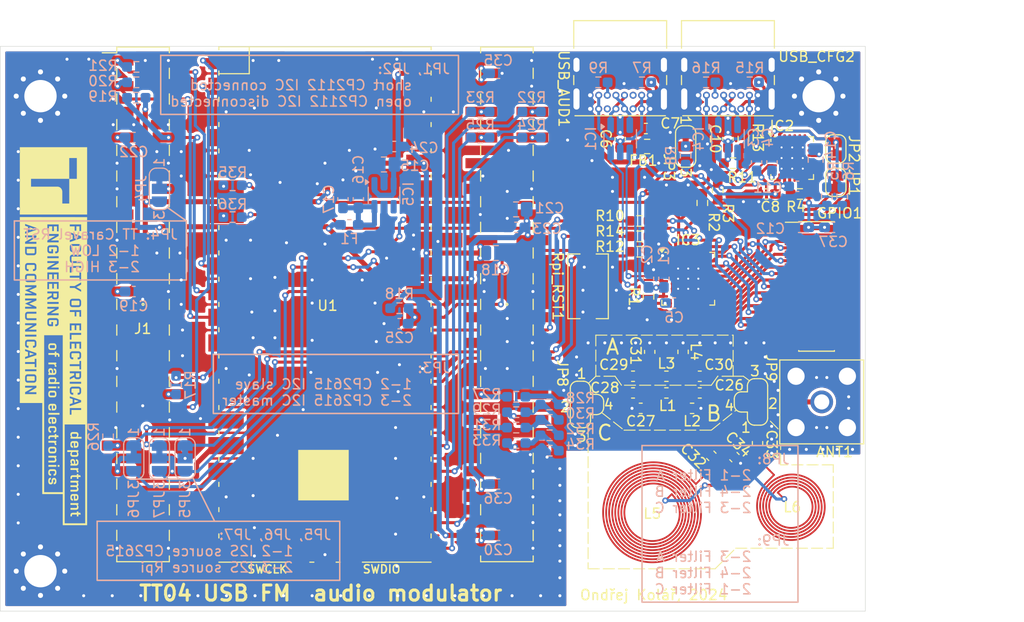
<source format=kicad_pcb>
(kicad_pcb (version 20240108) (generator "pcbnew") (generator_version "8.0")
  (layers (0 "F.Cu" signal) (31 "B.Cu" signal) (34 "B.Paste" user) (35 "F.Paste" user) (36 "B.SilkS" user "B.Silkscreen") (37 "F.SilkS" user "F.Silkscreen") (38 "B.Mask" user) (39 "F.Mask" user) (44 "Edge.Cuts" user))
  (net 0 "")
  (net 6 "Net-(ANT1-In)")
  (net 19 "Net-(IC2-VDD)")
  (net 22 "Net-(IC3-~{RST})")
  (net 25 "/VBUS2")
  (net 27 "Net-(IC2-VBUS)")
  (net 29 "+3.3VA")
  (net 30 "GND")
  (net 31 "Net-(IC2-~{RST})")
  (net 32 "/VBUS")
  (net 33 "+5V")
  (net 34 "+3V3")
  (net 35 "+1V8")
  (net 36 "/USB1_D+")
  (net 37 "/USB1_D-")
  (net 38 "Net-(IC1-I{slash}O1-Pad1)")
  (net 39 "Net-(IC1-I{slash}O2-Pad3)")
  (net 40 "Net-(IC2-VPP)")
  (net 41 "Net-(IC5-VOUT)")
  (net 42 "Net-(U1-RUN)")
  (net 43 "Net-(C26-Pad1)")
  (net 44 "Net-(C27-Pad1)")
  (net 45 "/filt2_out")
  (net 53 "Net-(IC2-SCL)")
  (net 54 "Net-(IC2-SDA)")
  (net 56 "/USB2_D+")
  (net 57 "/USB2_D-")
  (net 59 "Net-(IC3-I2S_LRCLK)")
  (net 60 "/i2c_scl")
  (net 61 "Net-(IC3-I2S_SDOUT)")
  (net 62 "Net-(IC3-~{CFGMODE})")
  (net 63 "/i2c_sda")
  (net 64 "Net-(IC3-I2S_SCLK)")
  (net 66 "Net-(IC4-I{slash}O2-Pad3)")
  (net 67 "Net-(IC4-I{slash}O1-Pad1)")
  (net 69 "Net-(J1C-mio[30]{slash}uio[6])")
  (net 70 "/DAC3")
  (net 71 "/i2s_din")
  (net 72 "Net-(J1C-mio[29]{slash}uio[5])")
  (net 73 "/dith_disable")
  (net 74 "/i2s_clk")
  (net 75 "/DAC1")
  (net 76 "/audio_chan_sel")
  (net 77 "Net-(J1C-mio[28]{slash}uio[4])")
  (net 78 "/multiply_sel")
  (net 79 "Net-(J1C-mio[31]{slash}uio[7])")
  (net 80 "/DAC2")
  (net 81 "/i2s_ws")
  (net 82 "/DAC0")
  (net 83 "/i2s_ws_align")
  (net 84 "/design_sel_ena")
  (net 85 "Net-(USB_AUD1-CC1)")
  (net 86 "Net-(USB_AUD1-CC2)")
  (net 87 "/spi_miso")
  (net 88 "/spi_mosi")
  (net 89 "/spi_csn")
  (net 90 "/spi_clk")
  (net 91 "/~{design_sel_rst}")
  (net 92 "/~{design_rst}")
  (net 93 "Net-(J1B-RST)")
  (net 94 "/design_sel_inc")
  (net 95 "/design_clk")
  (net 99 "/cp_i2s_clk")
  (net 100 "/rpi_i2s_clk")
  (net 101 "/rpi_i2s_dout")
  (net 102 "/cp_i2s_dout")
  (net 103 "/rpi_i2s_ws")
  (net 104 "/cp_i2s_ws")
  (net 105 "Net-(USB_CFG2-CC1)")
  (net 106 "Net-(USB_CFG2-CC2)")
  (net 108 "Net-(U1-GPIO0)")
  (net 109 "Net-(R28-Pad1)")
  (net 110 "Net-(R30-Pad1)")
  (net 112 "Net-(R32-Pad1)")
  (net 123 "/filt2_in")
  (net 124 "Net-(C29-Pad2)")
  (net 125 "/filt1_in")
  (net 126 "/filt1_out")
  (net 127 "Net-(C30-Pad1)")
  (net 128 "/filt3_in")
  (net 129 "Net-(C32-Pad2)")
  (net 130 "/filt3_out")
  (net 131 "Net-(C33-Pad1)")
  (net 132 "Net-(JP8-C)")
  (net 137 "/GPIO0.12")
  (net 138 "/GPIO0.9")
  (net 139 "/GPIO0.14")
  (net 140 "/GPIO0.3")
  (net 141 "/GPIO0.1")
  (net 142 "/GPIO0.11")
  (net 143 "/GPIO0.15")
  (net 144 "/GPIO0.2")
  (net 145 "/GPIO0.10")
  (net 146 "/GPIO0.7")
  (net 147 "/GPIO0.0")
  (net 148 "/GPIO0.6")
  (net 149 "/GPIO0.8")
  (net 150 "/GPIO0.13")
  (net 151 "/GPIO0.4")
  (net 152 "/GPIO0.5")
  (net 155 "Net-(JP3-C)")
  (net 156 "Net-(U1-GPIO4)")
  (net 157 "Net-(U1-GPIO5)")
  (footprint "Inductor_SMD:L_0603_1608Metric_Pad1.05x0.95mm_HandSolder" (layer "F.Cu") (at -36.068 134.366)
    (property "Reference" "L1")
    (property "Value" "663n")
  )
  (footprint "pcb_coils:Inductor_663nH" (layer "F.Cu") (at -37.465 146.304 45)
    (property "Reference" "L5")
    (property "Value" "663n*")
  )
  (footprint "Capacitor_SMD:C_0603_1608Metric_Pad1.08x0.95mm_HandSolder" (layer "F.Cu") (at -39.37 134.366)
    (property "Reference" "C28")
    (property "Value" "10n")
  )
  (footprint "Capacitor_SMD:C_0603_1608Metric_Pad1.08x0.95mm_HandSolder" (layer "F.Cu") (at -38.1 108.204 180)
    (property "Reference" "C7")
    (property "Value" "1u/16V")
  )
  (footprint "Jumper:SolderJumper-2_P1.3mm_Bridged_RoundedPad1.0x1.5mm" (layer "F.Cu") (at -19.304 110.221 -90)
    (property "Reference" "JP2")
    (property "Value" "SolderJumper_2_Bridged")
  )
  (footprint "Jumper:SolderJumper-3_P1.3mm_Bridged12_RoundedPad1.0x1.5mm_NumberLabels" (layer "F.Cu") (at -34.163 109.982 -90)
    (property "Reference" "JP3")
    (property "Value" "SolderJumper_3_Bridged12")
  )
  (footprint "Inductor_SMD:L_0603_1608Metric_Pad1.05x0.95mm_HandSolder" (layer "F.Cu") (at -33.528 135.89)
    (property "Reference" "L2")
    (property "Value" "191n")
  )
  (footprint "ProjectLib:SolderJumper-4_P1.3mm_Open_RoundedPad1.0x1.5mm_NumberLabels" (layer "F.Cu") (at -44.577 135.509 -90)
    (property "Reference" "JP8")
    (property "Value" "Output filter selection")
  )
  (footprint "Capacitor_SMD:C_0603_1608Metric_Pad1.08x0.95mm_HandSolder" (layer "F.Cu") (at -40.64 109.22 90)
    (property "Reference" "C6")
    (property "Value" "100n")
  )
  (footprint "MountingHole:MountingHole_3.2mm_M3_Pad_Via" (layer "F.Cu") (at -98 152)
    (property "Reference" "H4" (hide yes))
    (property "Value" "M3")
  )
  (footprint "Capacitor_SMD:C_0603_1608Metric_Pad1.08x0.95mm_HandSolder" (layer "F.Cu") (at -38.608 135.89 180)
    (property "Reference" "C27")
    (property "Value" "3p")
  )
  (footprint "Resistor_SMD:R_0603_1608Metric_Pad0.98x0.95mm_HandSolder" (layer "F.Cu") (at -22.86 114.681)
    (property "Reference" "R4")
    (property "Value" "10k")
  )
  (footprint "Resistor_SMD:R_0603_1608Metric_Pad0.98x0.95mm_HandSolder" (layer "F.Cu") (at -30.988 114.3 90)
    (property "Reference" "R3")
    (property "Value" "10k")
  )
  (footprint "Resistor_SMD:R_0603_1608Metric_Pad0.98x0.95mm_HandSolder" (layer "F.Cu") (at -38.735 120.396 180)
    (property "Reference" "R12")
    (property "Value" "47R")
  )
  (footprint "pcb_coils:Inductor_191nH" (layer "F.Cu") (at -23.620967 145.656417 135)
    (property "Reference" "L6")
    (property "Value" "191n*")
  )
  (footprint "ProjectLib:TT04_BREAKOUT_SMB" (layer "F.Cu") (at -69.85 125.603)
    (property "Reference" "J1")
    (property "Value" "TT04_BREAKOUT_REVB")
  )
  (footprint "Capacitor_SMD:C_0603_1608Metric_Pad1.08x0.95mm_HandSolder" (layer "F.Cu") (at -27.051 139.319 90)
    (property "Reference" "C33")
    (property "Value" "18p")
  )
  (footprint "Connector_PinHeader_1.27mm:PinHeader_2x10_P1.27mm_Vertical_SMD" (layer "F.Cu") (at -21.209 123.825)
    (property "Reference" "GPIO1")
    (property "Value" "1.27 SMD pin header")
  )
  (footprint "Capacitor_SMD:C_0603_1608Metric_Pad1.08x0.95mm_HandSolder" (layer "F.Cu") (at -37.719 130.302 90)
    (property "Reference" "C31")
    (property "Value" "DNP")
  )
  (footprint "Capacitor_SMD:C_0603_1608Metric_Pad1.08x0.95mm_HandSolder" (layer "F.Cu") (at -31.623 140.589 -45)
    (property "Reference" "C32")
    (property "Value" "10n")
  )
  (footprint "Jumper:SolderJumper-2_P1.3mm_Bridged_RoundedPad1.0x1.5mm" (layer "F.Cu") (at -19.304 113.523 -90)
    (property "Reference" "JP1")
    (property "Value" "SolderJumper_2_Bridged")
  )
  (footprint "Package_DFN_QFN:QFN-24-1EP_4x4mm_P0.5mm_EP2.6x2.6mm_ThermalVias" (layer "F.Cu") (at -23.622 111.125)
    (property "Reference" "IC2")
    (property "Value" "CP2112-F03-GMR")
  )
  (footprint "Inductor_SMD:L_0603_1608Metric_Pad1.05x0.95mm_HandSolder" (layer "F.Cu") (at -36.068 132.715)
    (property "Reference" "L3")
    (property "Value" "DNP")
  )
  (footprint "Package_DFN_QFN:QFN-32-1EP_5x5mm_P0.5mm_EP3.3x3.3mm_ThermalVias" (layer "F.Cu") (at -33.909 123.063)
    (property "Reference" "IC3")
    (property "Value" "CP2615-A02-GMR")
  )
  (footprint "Capacitor_SMD:C_0603_1608Metric_Pad1.08x0.95mm_HandSolder" (layer "F.Cu") (at -32.766 132.715)
    (property "Reference" "C30")
    (property "Value" "DNP")
  )
  (footprint "Resistor_SMD:R_0603_1608Metric_Pad0.98x0.95mm_HandSolder" (layer "F.Cu") (at -32.512 115.57 90)
    (property "Reference" "R2")
    (property "Value" "10k")
  )
  (footprint "Resistor_SMD:R_0603_1608Metric_Pad0.98x0.95mm_HandSolder" (layer "F.Cu") (at -29.464 111.633)
    (property "Reference" "R11")
    (property "Value" "24k")
  )
  (footprint "Connector_USB:USB_C_Receptacle_GCT_USB4085" (layer "F.Cu") (at -37.665 106.26 180)
    (property "Reference" "USB_AUD1")
    (property "Value" "USB4085-GF-A")
  )
  (footprint "Inductor_SMD:L_0805_2012Metric_Pad1.15x1.40mm_HandSolder" (layer "F.Cu") (at -37.973 109.982)
    (property "Reference" "FB1")
    (property "Value" "1k")
  )
  (footprint "Connector_USB:USB_C_Receptacle_GCT_USB4085" (layer "F.Cu") (at -27.004 106.26 180)
    (property "Reference" "USB_CFG2")
    (property "Value" "USB4085-GF-A")
  )
  (footprint "Connector_Coaxial:SMA_Amphenol_132203-12_Horizontal" (layer "F.Cu") (at -20.701 135.255 -90)
    (property "Reference" "ANT1")
    (property "Value" "SMA THT horizontal")
  )
  (footprint "Capacitor_SMD:C_0603_1608Metric_Pad1.08x0.95mm_HandSolder" (layer "F.Cu") (at -29.337 140.716 -45)
    (property "Reference" "C34")
    (property "Value" "3p")
  )
  (footprint "Capacitor_SMD:C_0603_1608Metric_Pad1.08x0.95mm_HandSolder" (layer "F.Cu") (at -32.766 134.366)
    (property "Reference" "C26")
    (property "Value" "18p")
  )
  (footprint "MountingHole:MountingHole_3.2mm_M3_Pad_Via" (layer "F.Cu") (at -21 105)
    (property "Reference" "H1" (hide yes))
    (property "Value" "M3")
  )
  (footprint "Button_Switch_SMD:SW_Tactile_SPST_NO_Straight_CK_PTS636Sx25SMTRLFS" (layer "F.Cu") (at -43.815 123.817 90)
    (property "Reference" "Rpi_RST1")
    (property "Value" "Raspberry Pi reset")
  )
  (footprint "ProjectLib:RPi_Pico_SMD_TH" (layer "F.Cu") (at -69.85 125.612)
    (property "Reference" "U1")
    (property "Value" "Raspberry Pi Pico")
  )
  (footprint "Capacitor_SMD:C_0603_1608Metric_Pad1.08x0.95mm_HandSolder" (layer "F.Cu") (at -39.37 132.715)
    (property "Reference" "C29")
    (property "Value" "DNP")
  )
  (footprint "Inductor_SMD:L_0603_1608Metric_Pad1.05x0.95mm_HandSolder" (layer "F.Cu") (at -34.417 130.302 90)
    (property "Reference" "L4")
    (property "Value" "DNP")
  )
  (footprint "Resistor_SMD:R_0603_1608Metric_Pad0.98x0.95mm_HandSolder" (layer "F.Cu") (at -37.838 124.833 90)
    (property "Reference" "R1")
    (property "Value" "10k")
  )
  (footprint "Resistor_SMD:R_0603_1608Metric_Pad0.98x0.95mm_HandSolder" (layer "F.Cu") (at -28.448 109.22 -90)
    (property "Reference" "R13")
    (property "Value" "47k")
  )
  (footprint "MountingHole:MountingHole_3.2mm_M3" (layer "F.Cu") (at -21 152)
    (property "Reference" "H3" (hide yes))
    (property "Value" "M3")
  )
  (footprint "Resistor_SMD:R_0603_1608Metric_Pad0.98x0.95mm_HandSolder" (layer "F.Cu") (at -38.735 118.872 180)
    (property "Reference" "R14")
    (property "Value" "47R")
  )
  (footprint "ProjectLib:SolderJumper-4_P1.3mm_Open_RoundedPad1.0x1.5mm_NumberLabels" (layer "F.Cu") (at -27.051 135.255 90)
    (property "Reference" "JP9")
    (property "Value" "Output filter selection")
  )
  (footprint "Capacitor_SMD:C_0603_1608Metric_Pad1.08x0.95mm_HandSolder" (layer "F.Cu") (at -29.979 109.22 90)
    (property "Reference" "C10")
    (property "Value" "100n")
  )
  (footprint "Resistor_SMD:R_0603_1608Metric_Pad0.98x0.95mm_HandSolder" (layer "F.Cu") (at -38.735 117.348 180)
    (property "Reference" "R10")
    (property "Value" "47R")
  )
  (footprint "MountingHole:MountingHole_3.2mm_M3_Pad_Via" (layer "F.Cu") (at -98 105)
    (property "Reference" "H2" (hide yes))
    (property "Value" "M3")
  )
  (footprint "Capacitor_SMD:C_0603_1608Metric_Pad1.08x0.95mm_HandSolder" (layer "F.Cu") (at -26.162 114.681 180)
    (property "Reference" "C8")
    (property "Value" "100n")
  )
  (footprint "Resistor_SMD:R_0603_1608Metric_Pad0.98x0.95mm_HandSolder" (layer "B.Cu") (at -18.669 114.935 -90)
    (property "Reference" "R6")
    (property "Value" "10k")
  )
  (footprint "Capacitor_SMD:C_0603_1608Metric_Pad1.08x0.95mm_HandSolder" (layer "B.Cu") (at -62.992 109.982 180)
    (property "Reference" "C24")
    (property "Value" "100n")
  )
  (footprint "Resistor_SMD:R_0603_1608Metric_Pad0.98x0.95mm_HandSolder" (layer "B.Cu") (at -54.483 109.093 180)
    (property "Reference" "R25")
    (property "Value" "470R")
  )
  (footprint "Resistor_SMD:R_0603_1608Metric_Pad0.98x0.95mm_HandSolder" (layer "B.Cu") (at -47.625 138.557)
    (property "Reference" "R32")
    (property "Value" "1k")
  )
  (footprint "Resistor_SMD:R_0603_1608Metric_Pad0.98x0.95mm_HandSolder" (layer "B.Cu") (at -78.994 116.967 180)
    (property "Reference" "R36")
    (property "Value" "470R")
  )
  (footprint "Resistor_SMD:R_0603_1608Metric_Pad0.98x0.95mm_HandSolder" (layer "B.Cu") (at -50.927 139.319)
    (property "Reference" "R33")
    (property "Value" "2k")
  )
  (footprint "Capacitor_SMD:C_0603_1608Metric_Pad1.08x0.95mm_HandSolder" (layer "B.Cu") (at -22.86 117.983 180)
    (property "Reference" "C12")
    (property "Value" "100n")
  )
  (footprint "Capacitor_SMD:C_0603_1608Metric_Pad1.08x0.95mm_HandSolder" (layer "B.Cu") (at -50.927 117.983 180)
    (property "Reference" "C23")
    (property "Value" "100n")
  )
  (footprint "Resistor_SMD:R_0603_1608Metric_Pad0.98x0.95mm_HandSolder" (layer "B.Cu") (at -38.481 103.632 180)
    (property "Reference" "R7")
    (property "Value" "5k1")
  )
  (footprint "Resistor_SMD:R_0603_1608Metric_Pad0.98x0.95mm_HandSolder" (layer "B.Cu") (at -88.519 103.632)
    (property "Reference" "R20")
    (property "Value" "10k")
  )
  (footprint "Resistor_SMD:R_0603_1608Metric_Pad0.98x0.95mm_HandSolder" (layer "B.Cu") (at -62.484 125.984 180)
    (property "Reference" "R18")
    (property "Value" "10k")
  )
  (footprint "Capacitor_SMD:C_0603_1608Metric_Pad1.08x0.95mm_HandSolder" (layer "B.Cu") (at -35.298 125.468)
    (property "Reference" "C5")
    (property "Value" "100n")
  )
  (footprint "Resistor_SMD:R_0603_1608Metric_Pad0.98x0.95mm_HandSolder" (layer "B.Cu") (at -84.582 133.5805 90)
    (property "Reference" "R17")
    (property "Value" "47R")
  )
  (footprint "Resistor_SMD:R_0603_1608Metric_Pad0.98x0.95mm_HandSolder" (layer "B.Cu") (at -54.483 106.553 180)
    (property "Reference" "R23")
    (property "Value" "470R")
  )
  (footprint "Resistor_SMD:R_0603_1608Metric_Pad0.98x0.95mm_HandSolder" (layer "B.Cu") (at -42.799 103.632 180)
    (property "Reference" "R9")
    (property "Value" "5k1")
  )
  (footprint "Capacitor_SMD:C_0603_1608Metric_Pad1.08x0.95mm_HandSolder" (layer "B.Cu") (at -66.548 115.189 90)
    (property "Reference" "C16")
    (property "Value" "100n")
  )
  (footprint "Fuse:Fuse_0603_1608Metric_Pad1.05x0.95mm_HandSolder" (layer "B.Cu") (at -67.437 117.729 180)
    (property "Reference" "F1")
    (property "Value" "PTS060315V005")
  )
  (footprint "Resistor_SMD:R_0603_1608Metric_Pad0.98x0.95mm_HandSolder" (layer "B.Cu") (at -32.138 103.632 180)
    (property "Reference" "R16")
    (property "Value" "5k1")
  )
  (footprint "Capacitor_SMD:C_0805_2012Metric_Pad1.18x1.45mm_HandSolder" (layer "B.Cu") (at -64.008 111.76 180)
    (property "Reference" "C15")
    (property "Value" "10u")
  )
  (footprint "Capacitor_SMD:C_0603_1608Metric_Pad1.08x0.95mm_HandSolder" (layer "B.Cu") (at -52.705 148.463)
    (property "Reference" "C20")
    (property "Value" "100n")
  )
  (footprint "Jumper:SolderJumper-3_P1.3mm_Bridged12_RoundedPad1.0x1.5mm_NumberLabels" (layer "B.Cu") (at -88.773 140.843 -90)
    (property "Reference" "JP6")
    (property "Value" "SolderJumper_3_Bridged12")
  )
  (footprint "Resistor_SMD:R_0603_1608Metric_Pad0.98x0.95mm_HandSolder" (layer "B.Cu") (at -47.625 137.033)
    (property "Reference" "R30")
    (property "Value" "1k")
  )
  (footprint "Capacitor_SMD:C_0603_1608Metric_Pad1.08x0.95mm_HandSolder" (layer "B.Cu") (at -25.62 111.54 90)
    (property "Reference" "C4")
    (property "Value" "100n")
  )
  (footprint "Capacitor_SMD:C_0603_1608Metric_Pad1.08x0.95mm_HandSolder" (layer "B.Cu") (at -68.072 115.189 90)
    (property "Reference" "C17")
    (property "Value" "1u")
  )
  (footprint "Jumper:SolderJumper-3_P1.3mm_Bridged12_RoundedPad1.0x1.5mm_NumberLabels" (layer "B.Cu") (at -86.233 114.173 -90)
    (property "Reference" "JP4")
    (property "Value" "SolderJumper_3_Bridged12")
  )
  (footprint "Capacitor_SMD:C_0603_1608Metric_Pad1.08x0.95mm_HandSolder" (layer "B.Cu") (at -23.114 113.919)
    (property "Reference" "C11")
    (property "Value" "100n")
  )
  (footprint "Resistor_SMD:R_0603_1608Metric_Pad0.98x0.95mm_HandSolder" (layer "B.Cu") (at -47.625 140.081)
    (property "Reference" "R34")
    (property "Value" "2k")
  )
  (footprint "Resistor_SMD:R_0603_1608Metric_Pad0.98x0.95mm_HandSolder" (layer "B.Cu") (at -47.625 135.509)
    (property "Reference" "R28")
    (property "Value" "1k")
  )
  (footprint "Resistor_SMD:R_0603_1608Metric_Pad0.98x0.95mm_HandSolder" (layer "B.Cu") (at -50.927 136.271)
    (property "Reference" "R29")
    (property "Value" "2k")
  )
  (footprint "Capacitor_SMD:C_0603_1608Metric_Pad1.08x0.95mm_HandSolder" (layer "B.Cu") (at -37.838 123.055 90)
    (property "Reference" "C2")
    (property "Value" "1u/16V")
  )
  (footprint "Resistor_SMD:R_0603_1608Metric_Pad0.98x0.95mm_HandSolder" (layer "B.Cu") (at -34.163 110.871 -90)
    (property "Reference" "R8")
    (property "Value" "10k")
  )
  (footprint "Package_TO_SOT_SMD:SOT-23-5" (layer "B.Cu") (at -64.008 114.808 -90)
    (property "Reference" "IC5")
    (property "Value" "AP2112K-1.8")
  )
  (footprint "Resistor_SMD:R_0603_1608Metric_Pad0.98x0.95mm_HandSolder" (layer "B.Cu") (at -88.519 105.156)
    (property "Reference" "R19")
    (property "Value" "10k")
  )
  (footprint "Capacitor_SMD:C_0603_1608Metric_Pad1.08x0.95mm_HandSolder" (layer "B.Cu") (at -62.484 127.508 180)
    (property "Reference" "C25")
    (property "Value" "100n")
  )
  (footprint "Resistor_SMD:R_0603_1608Metric_Pad0.98x0.95mm_HandSolder" (layer "B.Cu") (at -50.927 137.795)
    (property "Reference" "R31")
    (property "Value" "2k")
  )
  (footprint "Resistor_SMD:R_0603_1608Metric_Pad0.98x0.95mm_HandSolder" (layer "B.Cu") (at -27.82 103.632 180)
    (property "Reference" "R15")
    (property "Value" "5k1")
  )
  (footprint "Package_TO_SOT_SMD:SOT-23-6_Handsoldering" (layer "B.Cu") (at -40.64 109.22 -90)
    (property "Reference" "IC1")
    (property "Value" "USBLC6-2SC6")
  )
  (footprint "Capacitor_SMD:C_0603_1608Metric_Pad1.08x0.95mm_HandSolder" (layer "B.Cu") (at -52.705 143.383)
    (property "Reference" "C36")
    (property "Value" "100n")
  )
  (footprint "Jumper:SolderJumper-3_P1.3mm_Bridged12_RoundedPad1.0x1.5mm_NumberLabels" (layer "B.Cu") (at -83.693 140.843 -90)
    (property "Reference" "JP5")
    (property "Value" "SolderJumper_3_Bridged12")
  )
  (footprint "Capacitor_SMD:C_0603_1608Metric_Pad1.08x0.95mm_HandSolder" (layer "B.Cu") (at -88.773 109.093)
    (property "Reference" "C22")
    (property "Value" "1u")
  )
  (footprint "Resistor_SMD:R_0603_1608Metric_Pad0.98x0.95mm_HandSolder" (layer "B.Cu") (at -91.313 138.684 -90)
    (property "Reference" "R26")
    (property "Value" "10k")
  )
  (footprint "Jumper:SolderJumper-3_P1.3mm_Bridged12_RoundedPad1.0x1.5mm_NumberLabels" (layer "B.Cu") (at -86.233 140.843 -90)
    (property "Reference" "JP7")
    (property "Value" "SolderJumper_3_Bridged12")
  )
  (footprint "Resistor_SMD:R_0603_1608Metric_Pad0.98x0.95mm_HandSolder" (layer "B.Cu") (at -20.193 114.935 -90)
    (property "Reference" "R5")
    (property "Value" "10k")
  )
  (footprint "Capacitor_SMD:C_0603_1608Metric_Pad1.08x0.95mm_HandSolder" (layer "B.Cu") (at -88.773 124.333)
    (property "Reference" "C19")
    (property "Value" "1u")
  )
  (footprint "Capacitor_SMD:C_0805_2012Metric_Pad1.18x1.45mm_HandSolder" (layer "B.Cu") (at -50.927 116.205 180)
    (property "Reference" "C21")
    (property "Value" "10u")
  )
  (footprint "Capacitor_SMD:C_0603_1608Metric_Pad1.08x0.95mm_HandSolder" (layer "B.Cu") (at -27.144 111.54 90)
    (property "Reference" "C3")
    (property "Value" "100n")
  )
  (footprint "Capacitor_SMD:C_0603_1608Metric_Pad1.08x0.95mm_HandSolder" (layer "B.Cu") (at -36.314 123.055 90)
    (property "Reference" "C1")
    (property "Value" "100n")
  )
  (footprint "Capacitor_SMD:C_0603_1608Metric_Pad1.08x0.95mm_HandSolder" (layer "B.Cu") (at -19.558 117.983)
    (property "Reference" "C37")
    (property "Value" "100n")
  )
  (footprint "Resistor_SMD:R_0603_1608Metric_Pad0.98x0.95mm_HandSolder" (layer "B.Cu") (at -88.519 102.108)
    (property "Reference" "R21")
    (property "Value" "10k")
  )
  (footprint "Resistor_SMD:R_0603_1608Metric_Pad0.98x0.95mm_HandSolder" (layer "B.Cu") (at -49.403 109.093 180)
    (property "Reference" "R24")
    (property "Value" "470R")
  )
  (footprint "Capacitor_SMD:C_0603_1608Metric_Pad1.08x0.95mm_HandSolder" (layer "B.Cu") (at -52.705 102.743)
    (property "Reference" "C35")
    (property "Value" "100n")
  )
  (footprint "Resistor_SMD:R_0603_1608Metric_Pad0.98x0.95mm_HandSolder" (layer "B.Cu") (at -50.927 134.747)
    (property "Reference" "R27")
    (property "Value" "2k")
  )
  (footprint "Capacitor_SMD:C_0805_2012Metric_Pad1.18x1.45mm_HandSolder" (layer "B.Cu") (at -52.959 120.523)
    (property "Reference" "C18")
    (property "Value" "10u")
  )
  (footprint "Package_TO_SOT_SMD:SOT-23-6_Handsoldering" (layer "B.Cu") (at -29.979 109.22 -90)
    (property "Reference" "IC4")
    (property "Value" "USBLC6-2SC6")
  )
  (footprint "Resistor_SMD:R_0603_1608Metric_Pad0.98x0.95mm_HandSolder" (layer "B.Cu") (at -78.994 113.822 180)
    (property "Reference" "R35")
    (property "Value" "470R")
  )
  (footprint "Capacitor_SMD:C_0805_2012Metric_Pad1.18x1.45mm_HandSolder" (layer "B.Cu") (at -21.302 111.286 -90)
    (property "Reference" "C14")
    (property "Value" "4.7u")
  )
  (footprint "Resistor_SMD:R_0603_1608Metric_Pad0.98x0.95mm_HandSolder" (layer "B.Cu") (at -49.403 106.553 180)
    (property "Reference" "R22")
    (property "Value" "470R")
  )
  (gr_line (start -89.073 142.893) (end -83.693 142.893) (stroke (width 0.15)) (layer "B.SilkS"))
  (gr_line (start -80.772 147.066) (end -82.898025 142.814975) (stroke (width 0.15)) (layer "B.SilkS"))
  (gr_line (start -83.566 117.348) (end -85.438025 116.017975) (stroke (width 0.15)) (layer "B.SilkS"))
  (gr_poly (pts (xy -96.422867 139.46731) (xy -96.423339 139.475396) (xy -96.424177 139.483554) (xy -96.425388 139.491782) (xy -96.426975 139.500079) (xy -96.428944 139.508445) (xy -96.431298 139.516877) (xy -96.434042 139.525375) (xy -96.587775 139.525375) (xy -96.587775 139.42657) (xy -96.58794 139.418712) (xy -96.58843 139.411025) (xy -96.589241 139.403513) (xy -96.590366 139.396183) (xy -96.591802 139.389039) (xy -96.593543 139.382087) (xy -96.595584 139.375331) (xy -96.59792 139.368776) (xy -96.600544 139.362429) (xy -96.603454 139.356294) (xy -96.606642 139.350375) (xy -96.610104 139.34468) (xy -96.613835 139.339211) (xy -96.61783 139.333976) (xy -96.622083 139.328978) (xy -96.62659 139.324223) (xy -96.631345 139.319717) (xy -96.636342 139.315463) (xy -96.641578 139.311469) (xy -96.647046 139.307738) (xy -96.652742 139.304275) (xy -96.65866 139.301087) (xy -96.664796 139.298178) (xy -96.671143 139.295553) (xy -96.677697 139.293218) (xy -96.684453 139.291177) (xy -96.691406 139.289436) (xy -96.69855 139.288) (xy -96.70588 139.286874) (xy -96.713391 139.286064) (xy -96.721078 139.285574) (xy -96.728936 139.285409) (xy -97.218394 139.285409) (xy -97.218394 139.105005) (xy -96.434042 139.105005) (xy -96.434042 139.269723) (xy -96.517164 139.285409) (xy -96.517164 139.291633) (xy -96.502951 139.303608) (xy -96.489771 139.315975) (xy -96.47766 139.328727) (xy -96.466653 139.341853) (xy -96.461576 139.348554) (xy -96.456788 139.355346) (xy -96.452295 139.362227) (xy -96.448101 139.369196) (xy -96.444211 139.376252) (xy -96.440629 139.383394) (xy -96.437359 139.390621) (xy -96.434407 139.397931) (xy -96.431777 139.405325) (xy -96.429473 139.412799) (xy -96.4275 139.420354) (xy -96.425862 139.427989) (xy -96.424565 139.435701) (xy -96.423612 139.443491) (xy -96.423009 139.451356) (xy -96.422759 139.459296)) (stroke (width -0.000001)) (fill solid) (layer "F.SilkS"))
  (gr_poly (pts (xy -99.074107 130.656986) (xy -99.074107 130.368073) (xy -98.651156 130.510018) (xy -98.651156 130.516622)) (stroke (width -0.000001)) (fill solid) (layer "F.SilkS"))
  (gr_line (start -42.482025 136.303975) (end -40.259 138.049) (stroke (width 0.1) (type dash)) (layer "F.SilkS"))
  (gr_poly (pts (xy -96.300705 133.907253) (xy -96.300705 133.726849) (xy -96.120301 133.726849) (xy -96.120301 133.907253)) (stroke (width -0.000001)) (fill solid) (layer "F.SilkS"))
  (gr_poly (pts (xy -94.241344 139.51111) (xy -94.244572 139.549722) (xy -94.249924 139.585142) (xy -94.253389 139.601681) (xy -94.257376 139.617451) (xy -94.261883 139.632462) (xy -94.266906 139.646725) (xy -94.272443 139.660249) (xy -94.278491 139.673044) (xy -94.285047 139.685119) (xy -94.292107 139.696484) (xy -94.29967 139.70715) (xy -94.307732 139.717125) (xy -94.31629 139.72642) (xy -94.325342 139.735045) (xy -94.334884 139.743009) (xy -94.344914 139.750322) (xy -94.355429 139.756993) (xy -94.366426 139.763033) (xy -94.377901 139.768452) (xy -94.389853 139.773259) (xy -94.402278 139.777463) (xy -94.415174 139.781075) (xy -94.428537 139.784105) (xy -94.442365 139.786562) (xy -94.471402 139.789796) (xy -94.502264 139.790857) (xy -94.699876 139.790857) (xy -94.699876 139.312383) (xy -94.803445 139.312383) (xy -94.808687 139.312493) (xy -94.813815 139.31282) (xy -94.818825 139.313361) (xy -94.823714 139.314112) (xy -94.828479 139.315069) (xy -94.833115 139.316231) (xy -94.837621 139.317592) (xy -94.841991 139.319149) (xy -94.846223 139.3209) (xy -94.850314 139.32284) (xy -94.854259 139.324966) (xy -94.858056 139.327275) (xy -94.861702 139.329763) (xy -94.865191 139.332427) (xy -94.868522 139.335263) (xy -94.871691 139.338268) (xy -94.874695 139.341438) (xy -94.877529 139.34477) (xy -94.880191 139.348261) (xy -94.882677 139.351907) (xy -94.884984 139.355704) (xy -94.887108 139.35965) (xy -94.889046 139.36374) (xy -94.890795 139.367972) (xy -94.892351 139.372341) (xy -94.89371 139.376844) (xy -94.89487 139.381479) (xy -94.895826 139.38624) (xy -94.896576 139.391126) (xy -94.897116 139.396132) (xy -94.897442 139.401255) (xy -94.897552 139.406492) (xy -94.897552 139.524222) (xy -94.897442 139.52943) (xy -94.897116 139.534483) (xy -94.896576 139.539378) (xy -94.895826 139.544116) (xy -94.89487 139.548697) (xy -94.89371 139.553118) (xy -94.892351 139.557381) (xy -94.890795 139.561484) (xy -94.889046 139.565426) (xy -94.887108 139.569208) (xy -94.884984 139.572828) (xy -94.882677 139.576286) (xy -94.880191 139.579581) (xy -94.877529 139.582712) (xy -94.874695 139.58568) (xy -94.871691 139.588483) (xy -94.868522 139.591121) (xy -94.865191 139.593593) (xy -94.861702 139.595898) (xy -94.858056 139.598037) (xy -94.854259 139.600008) (xy -94.850314 139.601811) (xy -94.846223 139.603445) (xy -94.841991 139.604909) (xy -94.837621 139.606204) (xy -94.833115 139.607328) (xy -94.828479 139.60828) (xy -94.823714 139.609061) (xy -94.818825 139.609669) (xy -94.813815 139.610105) (xy -94.808687 139.610366) (xy -94.803445 139.610453) (xy -94.784585 139.610453) (xy -94.784585 139.790857) (xy -94.815457 139.789969) (xy -94.83021 139.788831) (xy -94.844503 139.787205) (xy -94.858333 139.785074) (xy -94.871699 139.782419) (xy -94.884596 139.779222) (xy -94.897023 139.775464) (xy -94.908976 139.771127) (xy -94.920452 139.766193) (xy -94.931448 139.760642) (xy -94.941963 139.754457) (xy -94.951992 139.74762) (xy -94.961534 139.740111) (xy -94.970584 139.731913) (xy -94.979141 139.723007) (xy -94.987201 139.713375) (xy -94.994762 139.702998) (xy -95.001821 139.691858) (xy -95.008375 139.679937) (xy -95.014421 139.667215) (xy -95.019956 139.653676) (xy -95.024977 139.6393) (xy -95.029482 139.624068) (xy -95.033467 139.607964) (xy -95.036931 139.590967) (xy -95.039869 139.57306) (xy -95.04228 139.554225) (xy -95.044159 139.534443) (xy -95.045506 139.513695) (xy -95.046316 139.491963) (xy -95.046586 139.46923) (xy -95.045506 139.424599) (xy -95.04228 139.383581) (xy -95.036931 139.346074) (xy -95.033467 139.328606) (xy -95.029482 139.311977) (xy -95.024977 139.296176) (xy -95.019956 139.281189) (xy -95.014421 139.267004) (xy -95.008375 139.253608) (xy -95.001821 139.240989) (xy -94.994762 139.229134) (xy -94.987201 139.218031) (xy -94.979141 139.207666) (xy -94.970584 139.198027) (xy -94.961534 139.189102) (xy -94.951992 139.180877) (xy -94.941963 139.173341) (xy -94.931448 139.16648) (xy -94.920452 139.160282) (xy -94.908976 139.154735) (xy -94.897023 139.149825) (xy -94.884596 139.14554) (xy -94.871699 139.141867) (xy -94.844503 139.136308) (xy -94.815457 139.133047) (xy -94.784585 139.131982) (xy -94.502264 139.131982) (xy -94.486607 139.132246) (xy -94.483468 139.132412) (xy -94.483468 139.312383) (xy -94.560303 139.312383) (xy -94.560303 139.610453) (xy -94.483468 139.610453) (xy -94.473098 139.610105) (xy -94.463198 139.609061) (xy -94.458434 139.60828) (xy -94.453797 139.607328) (xy -94.449292 139.606204) (xy -94.444922 139.604909) (xy -94.440689 139.603445) (xy -94.436599 139.601811) (xy -94.432653 139.600008) (xy -94.428856 139.598037) (xy -94.425211 139.595898) (xy -94.421721 139.593593) (xy -94.41839 139.591121) (xy -94.415221 139.588483) (xy -94.412218 139.58568) (xy -94.409384 139.582712) (xy -94.406722 139.579581) (xy -94.404236 139.576286) (xy -94.401929 139.572828) (xy -94.399805 139.569208) (xy -94.397867 139.565426) (xy -94.396118 139.561484) (xy -94.394562 139.557381) (xy -94.393203 139.553118) (xy -94.392043 139.548697) (xy -94.391087 139.544116) (xy -94.390337 139.539378) (xy -94.389797 139.534483) (xy -94.389471 139.52943) (xy -94.389361 139.524222) (xy -94.389361 139.406492) (xy -94.389471 139.401255) (xy -94.389797 139.396132) (xy -94.390337 139.391126) (xy -94.391087 139.38624) (xy -94.392043 139.381479) (xy -94.393203 139.376844) (xy -94.394562 139.372341) (xy -94.396118 139.367972) (xy -94.397867 139.36374) (xy -94.399805 139.35965) (xy -94.401929 139.355704) (xy -94.404236 139.351907) (xy -94.406722 139.348261) (xy -94.409384 139.34477) (xy -94.412218 139.341438) (xy -94.415221 139.338268) (xy -94.41839 139.335263) (xy -94.421721 139.332427) (xy -94.425211 139.329763) (xy -94.428856 139.327275) (xy -94.432653 139.324966) (xy -94.436599 139.32284) (xy -94.440689 139.3209) (xy -94.444922 139.319149) (xy -94.449292 139.317592) (xy -94.453797 139.316231) (xy -94.458434 139.315069) (xy -94.463198 139.314112) (xy -94.468088 139.313361) (xy -94.473098 139.31282) (xy -94.478226 139.312493) (xy -94.483468 139.312383) (xy -94.483468 139.132412) (xy -94.471402 139.133047) (xy -94.456654 139.134397) (xy -94.442365 139.136308) (xy -94.428537 139.138794) (xy -94.415174 139.141867) (xy -94.402278 139.14554) (xy -94.389853 139.149825) (xy -94.377901 139.154735) (xy -94.366426 139.160282) (xy -94.355429 139.16648) (xy -94.344914 139.173341) (xy -94.334884 139.180877) (xy -94.325342 139.189102) (xy -94.31629 139.198027) (xy -94.307732 139.207666) (xy -94.29967 139.218031) (xy -94.292107 139.229134) (xy -94.285047 139.240989) (xy -94.278491 139.253608) (xy -94.272443 139.267004) (xy -94.266906 139.281189) (xy -94.261883 139.296176) (xy -94.257376 139.311977) (xy -94.253389 139.328606) (xy -94.249924 139.346074) (xy -94.246984 139.364395) (xy -94.244572 139.383581) (xy -94.242691 139.403645) (xy -94.241344 139.424599) (xy -94.240534 139.446457) (xy -94.240263 139.46923)) (stroke (width -0.000001)) (fill solid) (layer "F.SilkS"))
  (gr_line (start -31.623 138.049) (end -29.145975 136.049975) (stroke (width 0.1) (type dash)) (layer "F.SilkS"))
  (gr_poly (pts (xy -94.146427 125.59659) (xy -94.14676 125.601817) (xy -94.147311 125.606924) (xy -94.148076 125.611908) (xy -94.149052 125.616766) (xy -94.150235 125.621494) (xy -94.151622 125.626088) (xy -94.153209 125.630545) (xy -94.154993 125.634861) (xy -94.15697 125.639033) (xy -94.159137 125.643058) (xy -94.161489 125.646931) (xy -94.164025 125.65065) (xy -94.166739 125.65421) (xy -94.169629 125.657609) (xy -94.172691 125.660843) (xy -94.175922 125.663908) (xy -94.179318 125.666801) (xy -94.182875 125.669517) (xy -94.18659 125.672055) (xy -94.19046 125.67441) (xy -94.194481 125.676578) (xy -94.198649 125.678557) (xy -94.202961 125.680342) (xy -94.207413 125.681931) (xy -94.212002 125.683319) (xy -94.216725 125.684503) (xy -94.221578 125.68548) (xy -94.226557 125.686246) (xy -94.231658 125.686797) (xy -94.236879 125.68713) (xy -94.242216 125.687242) (xy -94.83697 125.687242) (xy -94.842307 125.68713) (xy -94.847528 125.686797) (xy -94.85263 125.686246) (xy -94.857609 125.68548) (xy -94.862461 125.684503) (xy -94.867184 125.683319) (xy -94.871773 125.681931) (xy -94.876226 125.680342) (xy -94.880538 125.678557) (xy -94.884706 125.676578) (xy -94.888727 125.67441) (xy -94.892596 125.672055) (xy -94.896312 125.669517) (xy -94.899869 125.666801) (xy -94.903264 125.663908) (xy -94.906495 125.660843) (xy -94.909557 125.657609) (xy -94.912447 125.65421) (xy -94.915162 125.65065) (xy -94.917697 125.646931) (xy -94.92005 125.643058) (xy -94.922217 125.639033) (xy -94.924194 125.634861) (xy -94.925977 125.630545) (xy -94.927564 125.626088) (xy -94.928951 125.621494) (xy -94.930135 125.616766) (xy -94.931111 125.611908) (xy -94.931876 125.606924) (xy -94.932427 125.601817) (xy -94.93276 125.59659) (xy -94.932872 125.591248) (xy -94.932872 125.33545) (xy -94.93276 125.330114) (xy -94.932427 125.324894) (xy -94.931876 125.319793) (xy -94.931111 125.314816) (xy -94.930135 125.309965) (xy -94.928951 125.305245) (xy -94.927564 125.300659) (xy -94.925977 125.296209) (xy -94.924194 125.291901) (xy -94.922217 125.287736) (xy -94.92005 125.283719) (xy -94.917697 125.279854) (xy -94.915162 125.276142) (xy -94.912447 125.272589) (xy -94.909557 125.269198) (xy -94.906495 125.265972) (xy -94.903264 125.262914) (xy -94.899869 125.260028) (xy -94.896312 125.257318) (xy -94.892596 125.254787) (xy -94.888727 125.252438) (xy -94.884706 125.250275) (xy -94.880538 125.248302) (xy -94.876226 125.246521) (xy -94.871773 125.244937) (xy -94.867184 125.243553) (xy -94.862461 125.242372) (xy -94.857609 125.241398) (xy -94.85263 125.240635) (xy -94.847528 125.240085) (xy -94.842307 125.239753) (xy -94.83697 125.239641) (xy -94.242216 125.239641) (xy -94.236879 125.239753) (xy -94.231658 125.240085) (xy -94.226557 125.240635) (xy -94.221578 125.241398) (xy -94.216725 125.242372) (xy -94.212002 125.243553) (xy -94.207413 125.244937) (xy -94.202961 125.246521) (xy -94.198649 125.248302) (xy -94.194481 125.250275) (xy -94.19046 125.252438) (xy -94.18659 125.254787) (xy -94.182875 125.257318) (xy -94.179318 125.260028) (xy -94.175922 125.262914) (xy -94.172691 125.265972) (xy -94.169629 125.269198) (xy -94.166739 125.272589) (xy -94.164025 125.276142) (xy -94.161489 125.279854) (xy -94.159137 125.283719) (xy -94.15697 125.287736) (xy -94.154993 125.291901) (xy -94.153209 125.296209) (xy -94.151622 125.300659) (xy -94.150235 125.305245) (xy -94.149052 125.309965) (xy -94.148076 125.314816) (xy -94.147311 125.319793) (xy -94.14676 125.324894) (xy -94.146427 125.330114) (xy -94.146315 125.33545) (xy -94.146315 125.591248)) (stroke (width -0.000001)) (fill solid) (layer "F.SilkS"))
  (gr_poly (pts (xy -96.4241 140.059555) (xy -96.427328 140.09937) (xy -96.432679 140.135834) (xy -96.436144 140.152837) (xy -96.440132 140.169037) (xy -96.444639 140.184443) (xy -96.449662 140.199068) (xy -96.455199 140.212922) (xy -96.461247 140.226017) (xy -96.467802 140.238365) (xy -96.474863 140.249975) (xy -96.482425 140.26086) (xy -96.490487 140.27103) (xy -96.499046 140.280497) (xy -96.508097 140.289272) (xy -96.51764 140.297366) (xy -96.52767 140.304791) (xy -96.538184 140.311557) (xy -96.549181 140.317676) (xy -96.560657 140.323159) (xy -96.572609 140.328017) (xy -96.585034 140.332262) (xy -96.597929 140.335905) (xy -96.611293 140.338956) (xy -96.62512 140.341428) (xy -96.654158 140.344675) (xy -96.685019 140.345738) (xy -96.967341 140.345738) (xy -96.983004 140.345474) (xy -96.998213 140.344675) (xy -97.012965 140.34333) (xy -97.027258 140.341428) (xy -97.041089 140.338956) (xy -97.054454 140.335905) (xy -97.067352 140.332262) (xy -97.079778 140.328017) (xy -97.091731 140.323159) (xy -97.103207 140.317676) (xy -97.114204 140.311557) (xy -97.124718 140.304791) (xy -97.134748 140.297366) (xy -97.144289 140.289272) (xy -97.15334 140.280497) (xy -97.161897 140.27103) (xy -97.169957 140.26086) (xy -97.177518 140.249975) (xy -97.184577 140.238365) (xy -97.19113 140.226017) (xy -97.197176 140.212922) (xy -97.202711 140.199068) (xy -97.207732 140.184443) (xy -97.212237 140.169037) (xy -97.216223 140.152837) (xy -97.219686 140.135834) (xy -97.222625 140.118015) (xy -97.225035 140.09937) (xy -97.226915 140.079887) (xy -97.228261 140.059555) (xy -97.229071 140.038363) (xy -97.229342 140.016299) (xy -97.228261 139.973044) (xy -97.225035 139.933229) (xy -97.219686 139.896765) (xy -97.216223 139.879762) (xy -97.212237 139.863563) (xy -97.207732 139.848156) (xy -97.202711 139.833531) (xy -97.197176 139.819677) (xy -97.19113 139.806582) (xy -97.184577 139.794235) (xy -97.177518 139.782625) (xy -97.169957 139.77174) (xy -97.161897 139.76157) (xy -97.15334 139.752103) (xy -97.144289 139.743329) (xy -97.134748 139.735235) (xy -97.124718 139.72781) (xy -97.114204 139.721044) (xy -97.103207 139.714925) (xy -97.091731 139.709442) (xy -97.079778 139.704584) (xy -97.067352 139.700339) (xy -97.054454 139.696696) (xy -97.041089 139.693645) (xy -97.027258 139.691174) (xy -96.998213 139.687926) (xy -96.967341 139.686863) (xy -96.685019 139.686863) (xy -96.669362 139.687127) (xy -96.666224 139.687292) (xy -96.666224 139.867264) (xy -96.9862 139.867264) (xy -96.991442 139.867374) (xy -96.99657 139.867701) (xy -97.001581 139.868242) (xy -97.00647 139.868993) (xy -97.011234 139.86995) (xy -97.015871 139.871112) (xy -97.020376 139.872473) (xy -97.024747 139.87403) (xy -97.028979 139.875781) (xy -97.033069 139.877721) (xy -97.037015 139.879847) (xy -97.040812 139.882156) (xy -97.044457 139.884644) (xy -97.047947 139.887308) (xy -97.051278 139.890144) (xy -97.054447 139.893149) (xy -97.05745 139.896319) (xy -97.060284 139.899651) (xy -97.062946 139.903142) (xy -97.065433 139.906788) (xy -97.067739 139.910585) (xy -97.069864 139.914531) (xy -97.071802 139.918621) (xy -97.07355 139.922853) (xy -97.075106 139.927222) (xy -97.076466 139.931725) (xy -97.077625 139.936359) (xy -97.078582 139.941121) (xy -97.079331 139.946007) (xy -97.079871 139.951013) (xy -97.080198 139.956136) (xy -97.080307 139.961373) (xy -97.080307 140.071228) (xy -97.080198 140.076465) (xy -97.079871 140.081588) (xy -97.079331 140.086594) (xy -97.078582 140.091479) (xy -97.077625 140.096241) (xy -97.076466 140.100875) (xy -97.075106 140.105378) (xy -97.07355 140.109747) (xy -97.071802 140.113979) (xy -97.069864 140.118069) (xy -97.067739 140.122014) (xy -97.065433 140.125811) (xy -97.062946 140.129457) (xy -97.060284 140.132948) (xy -97.05745 140.13628) (xy -97.054447 140.13945) (xy -97.051278 140.142455) (xy -97.047947 140.145291) (xy -97.044457 140.147955) (xy -97.040812 140.150443) (xy -97.037015 140.152752) (xy -97.033069 140.154878) (xy -97.028979 140.156818) (xy -97.024747 140.158569) (xy -97.020376 140.160126) (xy -97.015871 140.161487) (xy -97.011234 140.162648) (xy -97.00647 140.163606) (xy -97.001581 140.164357) (xy -96.99657 140.164898) (xy -96.991442 140.165225) (xy -96.9862 140.165334) (xy -96.666224 140.165334) (xy -96.660981 140.165225) (xy -96.655853 140.164898) (xy -96.650843 140.164357) (xy -96.645954 140.163606) (xy -96.641189 140.162648) (xy -96.636553 140.161487) (xy -96.632047 140.160126) (xy -96.627677 140.158569) (xy -96.623445 140.156818) (xy -96.619354 140.154878) (xy -96.615409 140.152752) (xy -96.611612 140.150443) (xy -96.607967 140.147955) (xy -96.604477 140.145291) (xy -96.601146 140.142455) (xy -96.597977 140.13945) (xy -96.594974 140.13628) (xy -96.592139 140.132948) (xy -96.589477 140.129457) (xy -96.586991 140.125811) (xy -96.584684 140.122014) (xy -96.58256 140.118069) (xy -96.580622 140.113979) (xy -96.578873 140.109747) (xy -96.577318 140.105378) (xy -96.575958 140.100875) (xy -96.574799 140.096241) (xy -96.573842 140.091479) (xy -96.573092 140.086594) (xy -96.572552 140.081588) (xy -96.572226 140.076465) (xy -96.572116 140.071228) (xy -96.572116 139.961373) (xy -96.572226 139.956136) (xy -96.572552 139.951013) (xy -96.573092 139.946007) (xy -96.573842 139.941121) (xy -96.574799 139.936359) (xy -96.575958 139.931725) (xy -96.577318 139.927222) (xy -96.578873 139.922853) (xy -96.580622 139.918621) (xy -96.58256 139.914531) (xy -96.584684 139.910585) (xy -96.586991 139.906788) (xy -96.589477 139.903142) (xy -96.592139 139.899651) (xy -96.594974 139.896319) (xy -96.597977 139.893149) (xy -96.601146 139.890144) (xy -96.604477 139.887308) (xy -96.607967 139.884644) (xy -96.611612 139.882156) (xy -96.615409 139.879847) (xy -96.619354 139.877721) (xy -96.623445 139.875781) (xy -96.627677 139.87403) (xy -96.632047 139.872473) (xy -96.636553 139.871112) (xy -96.641189 139.86995) (xy -96.645954 139.868993) (xy -96.650843 139.868242) (xy -96.655853 139.867701) (xy -96.660981 139.867374) (xy -96.666224 139.867264) (xy -96.666224 139.687292) (xy -96.654158 139.687926) (xy -96.63941 139.689271) (xy -96.62512 139.691174) (xy -96.611293 139.693645) (xy -96.597929 139.696696) (xy -96.585034 139.700339) (xy -96.572609 139.704584) (xy -96.560657 139.709442) (xy -96.549181 139.714925) (xy -96.538184 139.721044) (xy -96.52767 139.72781) (xy -96.51764 139.735235) (xy -96.508097 139.743329) (xy -96.499046 139.752103) (xy -96.490487 139.76157) (xy -96.482425 139.77174) (xy -96.474863 139.782625) (xy -96.467802 139.794235) (xy -96.461247 139.806582) (xy -96.455199 139.819677) (xy -96.449662 139.833531) (xy -96.444639 139.848156) (xy -96.440132 139.863563) (xy -96.436144 139.879762) (xy -96.432679 139.896765) (xy -96.429739 139.914584) (xy -96.427328 139.933229) (xy -96.425447 139.952712) (xy -96.4241 139.973044) (xy -96.423289 139.994236) (xy -96.423019 140.016299)) (stroke (width -0.000001)) (fill solid) (layer "F.SilkS"))
  (gr_poly (pts (xy -100.04456 116.713) (xy -100.04456 110.053034) (xy -95.153974 110.053034) (xy -95.153974 111.123387) (xy -95.153974 113.182052) (xy -98.934302 113.182052) (xy -98.934302 113.956238) (xy -96.321252 113.956238) (xy -96.296509 113.956908) (xy -96.272091 113.958895) (xy -96.248029 113.962169) (xy -96.224352 113.966696) (xy -96.201092 113.972444) (xy -96.178278 113.97938) (xy -96.15594 113.987472) (xy -96.134108 113.996688) (xy -96.112814 114.006996) (xy -96.092086 114.018363) (xy -96.071955 114.030756) (xy -96.052451 114.044143) (xy -96.033604 114.058492) (xy -96.015445 114.073771) (xy -95.998004 114.089947) (xy -95.981311 114.106987) (xy -95.965395 114.12486) (xy -95.950288 114.143533) (xy -95.936019 114.162973) (xy -95.922618 114.183149) (xy -95.910117 114.204027) (xy -95.898544 114.225576) (xy -95.88793 114.247762) (xy -95.878305 114.270555) (xy -95.869699 114.29392) (xy -95.862143 114.317827) (xy -95.855667 114.342242) (xy -95.850301 114.367133) (xy -95.846074 114.392468) (xy -95.843018 114.418214) (xy -95.841162 114.444339) (xy -95.840537 114.470811) (xy -95.840537 115.625345) (xy -95.153881 115.625345) (xy -95.153974 113.182145) (xy -94.403416 113.182145) (xy -94.403416 111.123387) (xy -95.153974 111.123387) (xy -95.153974 110.053034) (xy -93.384594 110.053034) (xy -93.384594 116.713)) (stroke (width -0.000001)) (fill solid) (layer "F.SilkS"))
  (gr_poly (pts (xy -94.251299 146.400902) (xy -94.251299 146.581306) (xy -94.400334 146.581306) (xy -94.400334 146.400902) (xy -94.816005 146.400902) (xy -94.81966 146.400985) (xy -94.823265 146.40123) (xy -94.826815 146.401636) (xy -94.830306 146.402199) (xy -94.833734 146.402918) (xy -94.837094 146.403789) (xy -94.840382 146.404811) (xy -94.843594 146.40598) (xy -94.846725 146.407293) (xy -94.849771 146.408749) (xy -94.852729 146.410345) (xy -94.855592 146.412077) (xy -94.858358 146.413944) (xy -94.861022 146.415943) (xy -94.86358 146.418071) (xy -94.866027 146.420326) (xy -94.868359 146.422705) (xy -94.870572 146.425205) (xy -94.872661 146.427825) (xy -94.874622 146.43056) (xy -94.876451 146.43341) (xy -94.878144 146.43637) (xy -94.879696 146.439439) (xy -94.881102 146.442614) (xy -94.88236 146.445892) (xy -94.883463 146.449271) (xy -94.884409 146.452748) (xy -94.885192 146.45632) (xy -94.885809 146.459986) (xy -94.886255 146.463742) (xy -94.886526 146.467585) (xy -94.886617 146.471514) (xy -94.886617 146.581306) (xy -95.035651 146.581306) (xy -95.035651 146.462055) (xy -95.035381 146.44549) (xy -95.034571 146.429613) (xy -95.033226 146.414415) (xy -95.031348 146.399883) (xy -95.028942 146.386008) (xy -95.026011 146.372778) (xy -95.022558 146.360184) (xy -95.018587 146.348214) (xy -95.014101 146.336858) (xy -95.009103 146.326106) (xy -95.003597 146.315945) (xy -94.997587 146.306367) (xy -94.991076 146.29736) (xy -94.984068 146.288913) (xy -94.976565 146.281016) (xy -94.968572 146.273658) (xy -94.960091 146.266829) (xy -94.951126 146.260518) (xy -94.941682 146.254714) (xy -94.93176 146.249406) (xy -94.921365 146.244585) (xy -94.9105 146.240238) (xy -94.899168 146.236356) (xy -94.887374 146.232928) (xy -94.87512 146.229943) (xy -94.862409 146.227391) (xy -94.835634 146.223542) (xy -94.807076 146.221295) (xy -94.776762 146.220565) (xy -94.400334 146.220565) (xy -94.400334 146.095024) (xy -94.251299 146.095024) (xy -94.251299 146.220565) (xy -94.063022 146.220565) (xy -94.015968 146.400902)) (stroke (width -0.000001)) (fill solid) (layer "F.SilkS"))
  (gr_line (start -29.464 132.715) (end -28.448 132.715) (stroke (width 0.1) (type dash)) (layer "F.SilkS"))
  (gr_line (start -29.21 149.733) (end -19.558 149.733) (stroke (width 0.1) (type dash)) (layer "F.SilkS"))
  (gr_poly (pts (xy -99.073549 118.265463) (xy -99.073549 117.976085) (xy -98.649854 118.118402) (xy -98.649854 118.12482)) (stroke (width -0.000001)) (fill solid) (layer "F.SilkS"))
  (gr_poly (pts (xy -96.4241 134.519861) (xy -96.427328 134.559676) (xy -96.432679 134.59614) (xy -96.436144 134.613143) (xy -96.440132 134.629343) (xy -96.444639 134.644749) (xy -96.449662 134.659374) (xy -96.455199 134.673228) (xy -96.461247 134.686324) (xy -96.467802 134.698671) (xy -96.474863 134.710281) (xy -96.482425 134.721166) (xy -96.490487 134.731336) (xy -96.499046 134.740803) (xy -96.508097 134.749578) (xy -96.51764 134.757672) (xy -96.52767 134.765097) (xy -96.538184 134.771863) (xy -96.549181 134.777982) (xy -96.560657 134.783465) (xy -96.572609 134.788324) (xy -96.585034 134.792568) (xy -96.597929 134.796211) (xy -96.611293 134.799262) (xy -96.62512 134.801734) (xy -96.654158 134.804982) (xy -96.685019 134.806044) (xy -96.967341 134.806044) (xy -96.983004 134.80578) (xy -96.998213 134.804982) (xy -97.012965 134.803636) (xy -97.027258 134.801734) (xy -97.041089 134.799262) (xy -97.054454 134.796211) (xy -97.067352 134.792568) (xy -97.079778 134.788324) (xy -97.091731 134.783465) (xy -97.103207 134.777982) (xy -97.114204 134.771863) (xy -97.124718 134.765097) (xy -97.134748 134.757672) (xy -97.144289 134.749578) (xy -97.15334 134.740803) (xy -97.161897 134.731336) (xy -97.169957 134.721166) (xy -97.177518 134.710281) (xy -97.184577 134.698671) (xy -97.19113 134.686324) (xy -97.197176 134.673228) (xy -97.202711 134.659374) (xy -97.207732 134.644749) (xy -97.212237 134.629343) (xy -97.216223 134.613143) (xy -97.219686 134.59614) (xy -97.222625 134.578321) (xy -97.225035 134.559676) (xy -97.226915 134.540193) (xy -97.228261 134.519861) (xy -97.229071 134.498669) (xy -97.229342 134.476605) (xy -97.228261 134.43335) (xy -97.225035 134.393535) (xy -97.219686 134.357071) (xy -97.216223 134.340068) (xy -97.212237 134.323868) (xy -97.207732 134.308462) (xy -97.202711 134.293837) (xy -97.197176 134.279983) (xy -97.19113 134.266887) (xy -97.184577 134.25454) (xy -97.177518 134.24293) (xy -97.169957 134.232045) (xy -97.161897 134.221875) (xy -97.15334 134.212408) (xy -97.144289 134.203633) (xy -97.134748 134.195539) (xy -97.124718 134.188114) (xy -97.114204 134.181348) (xy -97.103207 134.175229) (xy -97.091731 134.169746) (xy -97.079778 134.164887) (xy -97.067352 134.160643) (xy -97.054454 134.157) (xy -97.041089 134.153949) (xy -97.027258 134.151477) (xy -96.998213 134.148229) (xy -96.967341 134.147167) (xy -96.685019 134.147167) (xy -96.669362 134.14743) (xy -96.666224 134.147595) (xy -96.666224 134.32757) (xy -96.9862 134.32757) (xy -96.991442 134.32768) (xy -96.99657 134.328007) (xy -97.001581 134.328548) (xy -97.00647 134.329299) (xy -97.011234 134.330256) (xy -97.015871 134.331418) (xy -97.020376 134.332779) (xy -97.024747 134.334336) (xy -97.028979 134.336087) (xy -97.033069 134.338027) (xy -97.037015 134.340153) (xy -97.040812 134.342462) (xy -97.044457 134.34495) (xy -97.047947 134.347614) (xy -97.051278 134.35045) (xy -97.054447 134.353455) (xy -97.05745 134.356625) (xy -97.060284 134.359958) (xy -97.062946 134.363448) (xy -97.065433 134.367094) (xy -97.067739 134.370892) (xy -97.069864 134.374837) (xy -97.071802 134.378927) (xy -97.07355 134.383159) (xy -97.075106 134.387528) (xy -97.076466 134.392031) (xy -97.077625 134.396666) (xy -97.078582 134.401427) (xy -97.079331 134.406313) (xy -97.079871 134.411319) (xy -97.080198 134.416442) (xy -97.080307 134.421679) (xy -97.080307 134.531534) (xy -97.080198 134.536771) (xy -97.079871 134.541894) (xy -97.079331 134.5469) (xy -97.078582 134.551785) (xy -97.077625 134.556547) (xy -97.076466 134.561181) (xy -97.075106 134.565684) (xy -97.07355 134.570054) (xy -97.071802 134.574285) (xy -97.069864 134.578375) (xy -97.067739 134.58232) (xy -97.065433 134.586117) (xy -97.062946 134.589763) (xy -97.060284 134.593254) (xy -97.05745 134.596586) (xy -97.054447 134.599756) (xy -97.051278 134.602761) (xy -97.047947 134.605597) (xy -97.044457 134.608261) (xy -97.040812 134.610749) (xy -97.037015 134.613058) (xy -97.033069 134.615184) (xy -97.028979 134.617124) (xy -97.024747 134.618875) (xy -97.020376 134.620432) (xy -97.015871 134.621793) (xy -97.011234 134.622954) (xy -97.00647 134.623912) (xy -97.001581 134.624663) (xy -96.99657 134.625204) (xy -96.991442 134.625531) (xy -96.9862 134.625641) (xy -96.666224 134.625641) (xy -96.660981 134.625531) (xy -96.655853 134.625204) (xy -96.650843 134.624663) (xy -96.645954 134.623912) (xy -96.641189 134.622954) (xy -96.636553 134.621793) (xy -96.632047 134.620432) (xy -96.627677 134.618875) (xy -96.623445 134.617124) (xy -96.619354 134.615184) (xy -96.615409 134.613058) (xy -96.611612 134.610749) (xy -96.607967 134.608261) (xy -96.604477 134.605597) (xy -96.601146 134.602761) (xy -96.597977 134.599756) (xy -96.594974 134.596586) (xy -96.592139 134.593254) (xy -96.589477 134.589763) (xy -96.586991 134.586117) (xy -96.584684 134.58232) (xy -96.58256 134.578375) (xy -96.580622 134.574285) (xy -96.578873 134.570054) (xy -96.577318 134.565684) (xy -96.575958 134.561181) (xy -96.574799 134.556547) (xy -96.573842 134.551785) (xy -96.573092 134.5469) (xy -96.572552 134.541894) (xy -96.572226 134.536771) (xy -96.572116 134.531534) (xy -96.572116 134.421679) (xy -96.572226 134.416442) (xy -96.572552 134.411319) (xy -96.573092 134.406313) (xy -96.573842 134.401427) (xy -96.574799 134.396666) (xy -96.575958 134.392031) (xy -96.577318 134.387528) (xy -96.578873 134.383159) (xy -96.580622 134.378927) (xy -96.58256 134.374837) (xy -96.584684 134.370892) (xy -96.586991 134.367094) (xy -96.589477 134.363448) (xy -96.592139 134.359958) (xy -96.594974 134.356625) (xy -96.597977 134.353455) (xy -96.601146 134.35045) (xy -96.604477 134.347614) (xy -96.607967 134.34495) (xy -96.611612 134.342462) (xy -96.615409 134.340153) (xy -96.619354 134.338027) (xy -96.623445 134.336087) (xy -96.627677 134.334336) (xy -96.632047 134.332779) (xy -96.636553 134.331418) (xy -96.641189 134.330256) (xy -96.645954 134.329299) (xy -96.650843 134.328548) (xy -96.655853 134.328007) (xy -96.660981 134.32768) (xy -96.666224 134.32757) (xy -96.666224 134.147595) (xy -96.654158 134.148229) (xy -96.63941 134.149575) (xy -96.62512 134.151477) (xy -96.611293 134.153949) (xy -96.597929 134.157) (xy -96.585034 134.160643) (xy -96.572609 134.164887) (xy -96.560657 134.169746) (xy -96.549181 134.175229) (xy -96.538184 134.181348) (xy -96.52767 134.188114) (xy -96.51764 134.195539) (xy -96.508097 134.203633) (xy -96.499046 134.212408) (xy -96.490487 134.221875) (xy -96.482425 134.232045) (xy -96.474863 134.24293) (xy -96.467802 134.25454) (xy -96.461247 134.266887) (xy -96.455199 134.279983) (xy -96.449662 134.293837) (xy -96.444639 134.308462) (xy -96.440132 134.323868) (xy -96.436144 134.340068) (xy -96.432679 134.357071) (xy -96.429739 134.37489) (xy -96.427328 134.393535) (xy -96.425447 134.413018) (xy -96.4241 134.43335) (xy -96.423289 134.454542) (xy -96.423019 134.476605)) (stroke (width -0.000001)) (fill solid) (layer "F.SilkS"))
  (gr_poly (pts (xy -94.241216 140.46471) (xy -94.242441 140.478731) (xy -94.244161 140.492351) (xy -94.246378 140.505563) (xy -94.249093 140.518364) (xy -94.25231 140.530749) (xy -94.256029 140.542711) (xy -94.260255 140.554245) (xy -94.264988 140.565348) (xy -94.270232 140.576012) (xy -94.275988 140.586234) (xy -94.282258 140.596007) (xy -94.289046 140.605328) (xy -94.296353 140.61419) (xy -94.304182 140.622588) (xy -94.312535 140.630517) (xy -94.321414 140.637973) (xy -94.330821 140.644949) (xy -94.340759 140.651441) (xy -94.35123 140.657443) (xy -94.362236 140.662951) (xy -94.373779 140.667959) (xy -94.385863 140.672461) (xy -94.398489 140.676454) (xy -94.411659 140.679931) (xy -94.425375 140.682887) (xy -94.439641 140.685317) (xy -94.454458 140.687216) (xy -94.469828 140.688579) (xy -94.485754 140.689401) (xy -94.502239 140.689676) (xy -94.784623 140.689676) (xy -94.801107 140.689401) (xy -94.817034 140.688579) (xy -94.832404 140.687216) (xy -94.847221 140.685317) (xy -94.861486 140.682887) (xy -94.875203 140.679931) (xy -94.888373 140.676454) (xy -94.900999 140.672461) (xy -94.913082 140.667959) (xy -94.924626 140.662951) (xy -94.935632 140.657443) (xy -94.946103 140.651441) (xy -94.956041 140.644949) (xy -94.965448 140.637973) (xy -94.974327 140.630517) (xy -94.98268 140.622588) (xy -94.990508 140.61419) (xy -94.997816 140.605328) (xy -95.004603 140.596007) (xy -95.010874 140.586234) (xy -95.01663 140.576012) (xy -95.021874 140.565348) (xy -95.026607 140.554245) (xy -95.030833 140.542711) (xy -95.034552 140.530749) (xy -95.037769 140.518364) (xy -95.040484 140.505563) (xy -95.042701 140.492351) (xy -95.044421 140.478731) (xy -95.045646 140.46471) (xy -95.046624 140.435485) (xy -95.04617 140.416514) (xy -95.044831 140.398393) (xy -95.042641 140.381095) (xy -95.039634 140.364587) (xy -95.035846 140.348842) (xy -95.031311 140.333829) (xy -95.026063 140.319519) (xy -95.020137 140.305881) (xy -95.013567 140.292886) (xy -95.006388 140.280505) (xy -94.998634 140.268707) (xy -94.99034 140.257462) (xy -94.981541 140.246742) (xy -94.97227 140.236515) (xy -94.962563 140.226753) (xy -94.952454 140.217426) (xy -94.952454 140.211139) (xy -95.349329 140.211139) (xy -95.349329 140.030799) (xy -94.530496 140.030799) (xy -94.530496 140.211139) (xy -94.756366 140.211139) (xy -94.764224 140.211304) (xy -94.771911 140.211795) (xy -94.779423 140.212606) (xy -94.786755 140.213733) (xy -94.7939 140.21517) (xy -94.800854 140.216913) (xy -94.807612 140.218956) (xy -94.814169 140.221293) (xy -94.820518 140.22392) (xy -94.826656 140.226832) (xy -94.832577 140.230023) (xy -94.838275 140.233488) (xy -94.843747 140.237221) (xy -94.848985 140.241219) (xy -94.853986 140.245475) (xy -94.858743 140.249985) (xy -94.863253 140.254742) (xy -94.867509 140.259743) (xy -94.871507 140.264982) (xy -94.875241 140.270453) (xy -94.878706 140.276151) (xy -94.881897 140.282072) (xy -94.884808 140.28821) (xy -94.887436 140.29456) (xy -94.889773 140.301116) (xy -94.891816 140.307874) (xy -94.893558 140.314828) (xy -94.894996 140.321974) (xy -94.896123 140.329305) (xy -94.896934 140.336817) (xy -94.897425 140.344505) (xy -94.89759 140.352363) (xy -94.89759 140.4151) (xy -94.89748 140.420337) (xy -94.897153 140.42546) (xy -94.896612 140.430467) (xy -94.895861 140.435352) (xy -94.894903 140.440114) (xy -94.893742 140.444748) (xy -94.892381 140.449252) (xy -94.890823 140.453621) (xy -94.889072 140.457852) (xy -94.887131 140.461943) (xy -94.885005 140.465888) (xy -94.882695 140.469686) (xy -94.880206 140.473331) (xy -94.877541 140.476822) (xy -94.874704 140.480154) (xy -94.871698 140.483325) (xy -94.868526 140.48633) (xy -94.865192 140.489166) (xy -94.861699 140.49183) (xy -94.858051 140.494318) (xy -94.854251 140.496627) (xy -94.850303 140.498753) (xy -94.84621 140.500693) (xy -94.841976 140.502443) (xy -94.837603 140.504001) (xy -94.833096 140.505362) (xy -94.828458 140.506523) (xy -94.823692 140.507481) (xy -94.818801 140.508232) (xy -94.81379 140.508773) (xy -94.808662 140.509099) (xy -94.803419 140.509209) (xy -94.483443 140.509209) (xy -94.478206 140.509099) (xy -94.473083 140.508773) (xy -94.468077 140.508232) (xy -94.463191 140.507481) (xy -94.45843 140.506523) (xy -94.453795 140.505362) (xy -94.449292 140.504001) (xy -94.444923 140.502443) (xy -94.440692 140.500693) (xy -94.436602 140.498753) (xy -94.432656 140.496627) (xy -94.428859 140.494318) (xy -94.425213 140.49183) (xy -94.421722 140.489166) (xy -94.41839 140.48633) (xy -94.41522 140.483325) (xy -94.412215 140.480154) (xy -94.409379 140.476822) (xy -94.406715 140.473331) (xy -94.404227 140.469686) (xy -94.401918 140.465888) (xy -94.399792 140.461943) (xy -94.397852 140.457852) (xy -94.396101 140.453621) (xy -94.394544 140.449252) (xy -94.393183 140.444748) (xy -94.392022 140.440114) (xy -94.391064 140.435352) (xy -94.390313 140.430467) (xy -94.389772 140.42546) (xy -94.389445 140.420337) (xy -94.389336 140.4151) (xy -94.389336 140.352363) (xy -94.3895 140.344505) (xy -94.38999 140.336817) (xy -94.390801 140.329305) (xy -94.391927 140.321974) (xy -94.393363 140.314828) (xy -94.395104 140.307874) (xy -94.397144 140.301116) (xy -94.39948 140.29456) (xy -94.402105 140.28821) (xy -94.405014 140.282072) (xy -94.408202 140.276151) (xy -94.411664 140.270453) (xy -94.415395 140.264982) (xy -94.41939 140.259743) (xy -94.423643 140.254742) (xy -94.42815 140.249985) (xy -94.432905 140.245475) (xy -94.437903 140.241219) (xy -94.443138 140.237221) (xy -94.448606 140.233488) (xy -94.454302 140.230023) (xy -94.46022 140.226832) (xy -94.466356 140.22392) (xy -94.472703 140.221293) (xy -94.479258 140.218956) (xy -94.486014 140.216913) (xy -94.492966 140.21517) (xy -94.50011 140.213733) (xy -94.50744 140.212606) (xy -94.514951 140.211795) (xy -94.522638 140.211304) (xy -94.530496 140.211139) (xy -94.530496 140.030799) (xy -94.251287 140.030799) (xy -94.251287 140.195453) (xy -94.334408 140.211139) (xy -94.334408 140.217426) (xy -94.324309 140.226753) (xy -94.31461 140.236515) (xy -94.305345 140.246742) (xy -94.296548 140.257462) (xy -94.288256 140.268707) (xy -94.280502 140.280505) (xy -94.273321 140.292886) (xy -94.266749 140.305881) (xy -94.260819 140.319519) (xy -94.255568 140.333829) (xy -94.251028 140.348842) (xy -94.249037 140.356621) (xy -94.247237 140.364587) (xy -94.245632 140.372744) (xy -94.244227 140.381095) (xy -94.243026 140.389643) (xy -94.242034 140.398393) (xy -94.241254 140.407349) (xy -94.240692 140.416514) (xy -94.240352 140.425891) (xy -94.240238 140.435485)) (stroke (width -0.000001)) (fill solid) (layer "F.SilkS"))
  (gr_poly (pts (xy -97.218407 133.907253) (xy -97.218407 133.726849) (xy -96.434055 133.726849) (xy -96.434055 133.907253)) (stroke (width -0.000001)) (fill solid) (layer "F.SilkS"))
  (gr_poly (pts (xy -94.240532 143.903316) (xy -94.241266 143.916397) (xy -94.24249 143.929167) (xy -94.244209 143.941619) (xy -94.246425 143.953744) (xy -94.249138 143.965535) (xy -94.252353 143.976983) (xy -94.256071 143.988081) (xy -94.260295 143.99882) (xy -94.265026 144.009193) (xy -94.270268 144.019191) (xy -94.276022 144.028806) (xy -94.282291 144.038031) (xy -94.289076 144.046857) (xy -94.296382 144.055276) (xy -94.304209 144.06328) (xy -94.31256 144.070861) (xy -94.321438 144.078012) (xy -94.330844 144.084723) (xy -94.340781 144.090988) (xy -94.351252 144.096797) (xy -94.362258 144.102144) (xy -94.373803 144.107019) (xy -94.385887 144.111416) (xy -94.398514 144.115325) (xy -94.411686 144.118739) (xy -94.425405 144.12165) (xy -94.439674 144.124049) (xy -94.454494 144.12593) (xy -94.469869 144.127283) (xy -94.4858 144.128101) (xy -94.502289 144.128375) (xy -95.035626 144.128375) (xy -95.035626 143.947971) (xy -94.489716 143.947971) (xy -94.48448 143.947861) (xy -94.479357 143.947534) (xy -94.474351 143.946994) (xy -94.469465 143.946243) (xy -94.464703 143.945285) (xy -94.460069 143.944124) (xy -94.455566 143.942763) (xy -94.451197 143.941205) (xy -94.446965 143.939455) (xy -94.442875 143.937515) (xy -94.43893 143.935389) (xy -94.435133 143.93308) (xy -94.431487 143.930592) (xy -94.427996 143.927928) (xy -94.424664 143.925092) (xy -94.421494 143.922087) (xy -94.418489 143.918917) (xy -94.415653 143.915585) (xy -94.412989 143.912094) (xy -94.410501 143.908448) (xy -94.408192 143.904651) (xy -94.406066 143.900705) (xy -94.404126 143.896615) (xy -94.402375 143.892384) (xy -94.400818 143.888015) (xy -94.399457 143.883512) (xy -94.398295 143.878878) (xy -94.397338 143.874116) (xy -94.396587 143.869231) (xy -94.396046 143.864225) (xy -94.395719 143.859102) (xy -94.395609 143.853865) (xy -94.395609 143.822496) (xy -94.395774 143.814638) (xy -94.396265 143.806951) (xy -94.397076 143.79944) (xy -94.398203 143.79211) (xy -94.399641 143.784966) (xy -94.401383 143.778013) (xy -94.403426 143.771257) (xy -94.405763 143.764703) (xy -94.408391 143.758355) (xy -94.411302 143.75222) (xy -94.414493 143.746302) (xy -94.417958 143.740606) (xy -94.421692 143.735138) (xy -94.42569 143.729902) (xy -94.429946 143.724904) (xy -94.434455 143.72015) (xy -94.439213 143.715643) (xy -94.444214 143.71139) (xy -94.449452 143.707395) (xy -94.454924 143.703664) (xy -94.460622 143.700202) (xy -94.466543 143.697014) (xy -94.472681 143.694104) (xy -94.479031 143.69148) (xy -94.485587 143.689144) (xy -94.492345 143.687104) (xy -94.499299 143.685363) (xy -94.506444 143.683927) (xy -94.513776 143.682801) (xy -94.521288 143.68199) (xy -94.528975 143.6815) (xy -94.536833 143.681336) (xy -95.035626 143.681336) (xy -95.035626 143.500869) (xy -94.489716 143.500869) (xy -94.48448 143.500759) (xy -94.479357 143.500432) (xy -94.474351 143.499891) (xy -94.469465 143.499141) (xy -94.464703 143.498183) (xy -94.460069 143.497022) (xy -94.455566 143.495661) (xy -94.451197 143.494104) (xy -94.446965 143.492354) (xy -94.442875 143.490414) (xy -94.43893 143.488289) (xy -94.435133 143.485981) (xy -94.431487 143.483494) (xy -94.427996 143.480831) (xy -94.424664 143.477996) (xy -94.421494 143.474993) (xy -94.418489 143.471824) (xy -94.415653 143.468493) (xy -94.412989 143.465005) (xy -94.410501 143.461361) (xy -94.408192 143.457566) (xy -94.406066 143.453624) (xy -94.404126 143.449536) (xy -94.402375 143.445308) (xy -94.400818 143.440943) (xy -94.399457 143.436443) (xy -94.398295 143.431813) (xy -94.397338 143.427056) (xy -94.396587 143.422175) (xy -94.396046 143.417174) (xy -94.395719 143.412057) (xy -94.395609 143.406826) (xy -94.395609 143.375457) (xy -94.395774 143.367599) (xy -94.396265 143.359911) (xy -94.397076 143.352399) (xy -94.398203 143.345068) (xy -94.399641 143.337922) (xy -94.401383 143.330968) (xy -94.403426 143.32421) (xy -94.405763 143.317654) (xy -94.408391 143.311304) (xy -94.411302 143.305166) (xy -94.414493 143.299245) (xy -94.417958 143.293547) (xy -94.421692 143.288076) (xy -94.42569 143.282837) (xy -94.429946 143.277837) (xy -94.434455 143.273079) (xy -94.439213 143.268569) (xy -94.444214 143.264313) (xy -94.449452 143.260316) (xy -94.454924 143.256582) (xy -94.460622 143.253117) (xy -94.466543 143.249926) (xy -94.472681 143.247014) (xy -94.479031 143.244387) (xy -94.485587 143.24205) (xy -94.492345 143.240007) (xy -94.499299 143.238265) (xy -94.506444 143.236827) (xy -94.513776 143.2357) (xy -94.521288 143.234889) (xy -94.528975 143.234398) (xy -94.536833 143.234233) (xy -95.035626 143.234233) (xy -95.035626 143.05383) (xy -94.251274 143.05383) (xy -94.251274 143.218548) (xy -94.334395 143.234233) (xy -94.334395 143.240518) (xy -94.324297 143.24983) (xy -94.3146 143.259556) (xy -94.305338 143.269701) (xy -94.296545 143.280273) (xy -94.288258 143.291278) (xy -94.280509 143.302723) (xy -94.273334 143.314614) (xy -94.266768 143.326958) (xy -94.260844 143.339762) (xy -94.255598 143.353033) (xy -94.251064 143.366777) (xy -94.247277 143.381001) (xy -94.244272 143.395712) (xy -94.242082 143.410916) (xy -94.240742 143.42662) (xy -94.240403 143.434661) (xy -94.240288 143.442831) (xy -94.240711 143.460227) (xy -94.241979 143.47709) (xy -94.244093 143.493405) (xy -94.247052 143.509156) (xy -94.250857 143.524326) (xy -94.255508 143.5389) (xy -94.261005 143.552861) (xy -94.267347 143.566195) (xy -94.274536 143.578883) (xy -94.282571 143.590911) (xy -94.291452 143.602263) (xy -94.30118 143.612923) (xy -94.311754 143.622874) (xy -94.323175 143.6321) (xy -94.335442 143.640586) (xy -94.348556 143.648316) (xy -94.348556 143.654666) (xy -94.336739 143.665126) (xy -94.325435 143.675959) (xy -94.314678 143.687206) (xy -94.304502 143.698909) (xy -94.294941 143.71111) (xy -94.286031 143.723848) (xy -94.277806 143.737167) (xy -94.2703 143.751106) (xy -94.263548 143.765708) (xy -94.260465 143.77327) (xy -94.257584 143.781013) (xy -94.254909 143.788942) (xy -94.252443 143.797063) (xy -94.250192 143.805381) (xy -94.248159 143.8139) (xy -94.24635 143.822626) (xy -94.244768 143.831563) (xy -94.243417 143.840719) (xy -94.242302 143.850096) (xy -94.241428 143.859701) (xy -94.240798 143.869539) (xy -94.240416 143.879615) (xy -94.240288 143.889933)) (stroke (width -0.000001)) (fill solid) (layer "F.SilkS"))
  (gr_line (start -25.781 137.16) (end -25.019 137.922) (stroke (width 0.1)) (layer "F.SilkS"))
  (gr_poly (pts (xy -96.4241 137.140837) (xy -96.427328 137.179449) (xy -96.432679 137.21487) (xy -96.436144 137.231408) (xy -96.440132 137.247178) (xy -96.444639 137.26219) (xy -96.449662 137.276452) (xy -96.455199 137.289976) (xy -96.461247 137.302771) (xy -96.467802 137.314846) (xy -96.474863 137.326211) (xy -96.482425 137.336877) (xy -96.490487 137.346852) (xy -96.499046 137.356148) (xy -96.508097 137.364772) (xy -96.51764 137.372736) (xy -96.52767 137.380049) (xy -96.538184 137.38672) (xy -96.549181 137.392761) (xy -96.560657 137.398179) (xy -96.572609 137.402986) (xy -96.585034 137.40719) (xy -96.597929 137.410802) (xy -96.611293 137.413832) (xy -96.62512 137.416289) (xy -96.654158 137.419524) (xy -96.685019 137.420584) (xy -96.882632 137.420584) (xy -96.882632 136.942111) (xy -96.9862 136.942111) (xy -96.991442 136.94222) (xy -96.99657 136.942547) (xy -97.001581 136.943088) (xy -97.00647 136.943839) (xy -97.011234 136.944797) (xy -97.015871 136.945958) (xy -97.020376 136.947319) (xy -97.024747 136.948876) (xy -97.028979 136.950627) (xy -97.033069 136.952567) (xy -97.037015 136.954693) (xy -97.040812 136.957002) (xy -97.044457 136.95949) (xy -97.047947 136.962154) (xy -97.051278 136.96499) (xy -97.054447 136.967995) (xy -97.05745 136.971165) (xy -97.060284 136.974498) (xy -97.062946 136.977988) (xy -97.065433 136.981634) (xy -97.067739 136.985432) (xy -97.069864 136.989377) (xy -97.071802 136.993467) (xy -97.07355 136.997699) (xy -97.075106 137.002068) (xy -97.076466 137.006571) (xy -97.077625 137.011206) (xy -97.078582 137.015967) (xy -97.079331 137.020853) (xy -97.079871 137.025859) (xy -97.080198 137.030983) (xy -97.080307 137.036219) (xy -97.080307 137.153949) (xy -97.080198 137.159157) (xy -97.079871 137.16421) (xy -97.079331 137.169105) (xy -97.078582 137.173844) (xy -97.077625 137.178424) (xy -97.076466 137.182846) (xy -97.075106 137.187108) (xy -97.07355 137.191211) (xy -97.071802 137.195154) (xy -97.069864 137.198935) (xy -97.067739 137.202555) (xy -97.065433 137.206013) (xy -97.062946 137.209308) (xy -97.060284 137.212439) (xy -97.05745 137.215407) (xy -97.054447 137.21821) (xy -97.051278 137.220848) (xy -97.047947 137.22332) (xy -97.044457 137.225625) (xy -97.040812 137.227764) (xy -97.037015 137.229735) (xy -97.033069 137.231538) (xy -97.028979 137.233172) (xy -97.024747 137.234636) (xy -97.020376 137.235931) (xy -97.015871 137.237055) (xy -97.011234 137.238007) (xy -97.00647 137.238788) (xy -97.001581 137.239396) (xy -96.99657 137.239832) (xy -96.991442 137.240093) (xy -96.9862 137.240181) (xy -96.967341 137.240181) (xy -96.967341 137.420584) (xy -96.998213 137.419696) (xy -97.012965 137.418558) (xy -97.027258 137.416932) (xy -97.041089 137.414801) (xy -97.054454 137.412147) (xy -97.067352 137.408949) (xy -97.079778 137.405192) (xy -97.091731 137.400854) (xy -97.103207 137.39592) (xy -97.114204 137.390369) (xy -97.124718 137.384185) (xy -97.134748 137.377347) (xy -97.144289 137.369839) (xy -97.15334 137.36164) (xy -97.161897 137.352735) (xy -97.169957 137.343102) (xy -97.177518 137.332725) (xy -97.184577 137.321585) (xy -97.19113 137.309664) (xy -97.197176 137.296943) (xy -97.202711 137.283403) (xy -97.207732 137.269027) (xy -97.212237 137.253796) (xy -97.216223 137.237691) (xy -97.219686 137.220694) (xy -97.222625 137.202788) (xy -97.225035 137.183952) (xy -97.226915 137.16417) (xy -97.228261 137.143422) (xy -97.229071 137.121691) (xy -97.229342 137.098957) (xy -97.228261 137.054327) (xy -97.225035 137.013308) (xy -97.219686 136.975801) (xy -97.216223 136.958333) (xy -97.212237 136.941704) (xy -97.207732 136.925903) (xy -97.202711 136.910916) (xy -97.197176 136.896731) (xy -97.19113 136.883335) (xy -97.184577 136.870716) (xy -97.177518 136.858861) (xy -97.169957 136.847758) (xy -97.161897 136.837393) (xy -97.15334 136.827754) (xy -97.144289 136.818829) (xy -97.134748 136.810604) (xy -97.124718 136.803068) (xy -97.114204 136.796207) (xy -97.103207 136.790009) (xy -97.091731 136.784462) (xy -97.079778 136.779552) (xy -97.067352 136.775267) (xy -97.054454 136.771594) (xy -97.027258 136.766035) (xy -96.998213 136.762774) (xy -96.967341 136.76171) (xy -96.685019 136.76171) (xy -96.669362 136.761974) (xy -96.666224 136.762139) (xy -96.666224 136.942111) (xy -96.743059 136.942111) (xy -96.743059 137.240181) (xy -96.666224 137.240181) (xy -96.655853 137.239832) (xy -96.645954 137.238788) (xy -96.641189 137.238007) (xy -96.636553 137.237055) (xy -96.632047 137.235931) (xy -96.627677 137.234636) (xy -96.623445 137.233172) (xy -96.619354 137.231538) (xy -96.615409 137.229735) (xy -96.611612 137.227764) (xy -96.607967 137.225625) (xy -96.604477 137.22332) (xy -96.601146 137.220848) (xy -96.597977 137.21821) (xy -96.594974 137.215407) (xy -96.592139 137.212439) (xy -96.589477 137.209308) (xy -96.586991 137.206013) (xy -96.584684 137.202555) (xy -96.58256 137.198935) (xy -96.580622 137.195154) (xy -96.578873 137.191211) (xy -96.577318 137.187108) (xy -96.575958 137.182846) (xy -96.574799 137.178424) (xy -96.573842 137.173844) (xy -96.573092 137.169105) (xy -96.572552 137.16421) (xy -96.572226 137.159157) (xy -96.572116 137.153949) (xy -96.572116 137.036219) (xy -96.572226 137.030983) (xy -96.572552 137.025859) (xy -96.573092 137.020853) (xy -96.573842 137.015967) (xy -96.574799 137.011206) (xy -96.575958 137.006571) (xy -96.577318 137.002068) (xy -96.578873 136.997699) (xy -96.580622 136.993467) (xy -96.58256 136.989377) (xy -96.584684 136.985432) (xy -96.586991 136.981634) (xy -96.589477 136.977988) (xy -96.592139 136.974498) (xy -96.594974 136.971165) (xy -96.597977 136.967995) (xy -96.601146 136.96499) (xy -96.604477 136.962154) (xy -96.607967 136.95949) (xy -96.611612 136.957002) (xy -96.615409 136.954693) (xy -96.619354 136.952567) (xy -96.623445 136.950627) (xy -96.627677 136.948876) (xy -96.632047 136.947319) (xy -96.636553 136.945958) (xy -96.641189 136.944797) (xy -96.645954 136.943839) (xy -96.650843 136.943088) (xy -96.655853 136.942547) (xy -96.660981 136.94222) (xy -96.666224 136.942111) (xy -96.666224 136.762139) (xy -96.654158 136.762774) (xy -96.63941 136.764124) (xy -96.62512 136.766035) (xy -96.611293 136.768521) (xy -96.597929 136.771594) (xy -96.585034 136.775267) (xy -96.572609 136.779552) (xy -96.560657 136.784462) (xy -96.549181 136.790009) (xy -96.538184 136.796207) (xy -96.52767 136.803068) (xy -96.51764 136.810604) (xy -96.508097 136.818829) (xy -96.499046 136.827754) (xy -96.490487 136.837393) (xy -96.482425 136.847758) (xy -96.474863 136.858861) (xy -96.467802 136.870716) (xy -96.461247 136.883335) (xy -96.455199 136.896731) (xy -96.449662 136.910916) (xy -96.444639 136.925903) (xy -96.440132 136.941704) (xy -96.436144 136.958333) (xy -96.432679 136.975801) (xy -96.429739 136.994122) (xy -96.427328 137.013308) (xy -96.425447 137.033372) (xy -96.4241 137.054327) (xy -96.423289 137.076184) (xy -96.423019 137.098957)) (stroke (width -0.000001)) (fill solid) (layer "F.SilkS"))
  (gr_poly (pts (xy -96.4241 142.284978) (xy -96.427328 142.324295) (xy -96.429739 142.342585) (xy -96.432679 142.359985) (xy -96.436144 142.376513) (xy -96.440132 142.392185) (xy -96.444639 142.407018) (xy -96.449662 142.421029) (xy -96.455199 142.434236) (xy -96.461247 142.446654) (xy -96.467802 142.458301) (xy -96.474863 142.469194) (xy -96.482425 142.47935) (xy -96.490487 142.488786) (xy -96.499046 142.497519) (xy -96.508097 142.505565) (xy -96.51764 142.512943) (xy -96.52767 142.519667) (xy -96.538184 142.525757) (xy -96.549181 142.531228) (xy -96.560657 142.536097) (xy -96.572609 142.540382) (xy -96.585034 142.544099) (xy -96.597929 142.547266) (xy -96.62512 142.552015) (xy -96.654158 142.554765) (xy -96.685019 142.555652) (xy -96.700704 142.555652) (xy -96.700704 142.375248) (xy -96.666224 142.375248) (xy -96.655853 142.374895) (xy -96.650843 142.374451) (xy -96.645954 142.373825) (xy -96.641189 142.373015) (xy -96.636553 142.372019) (xy -96.632047 142.370834) (xy -96.627677 142.369459) (xy -96.623445 142.36789) (xy -96.619354 142.366127) (xy -96.615409 142.364165) (xy -96.611612 142.362004) (xy -96.607967 142.359641) (xy -96.604477 142.357074) (xy -96.601146 142.3543) (xy -96.597977 142.351317) (xy -96.594974 142.348123) (xy -96.592139 142.344715) (xy -96.589477 142.341092) (xy -96.586991 142.337251) (xy -96.584684 142.333189) (xy -96.58256 142.328905) (xy -96.580622 142.324397) (xy -96.578873 142.319661) (xy -96.577318 142.314696) (xy -96.575958 142.3095) (xy -96.574799 142.304069) (xy -96.573842 142.298403) (xy -96.573092 142.292498) (xy -96.572552 142.286352) (xy -96.572226 142.279964) (xy -96.572116 142.273331) (xy -96.572116 142.18697) (xy -96.572226 142.181733) (xy -96.572552 142.17661) (xy -96.573092 142.171604) (xy -96.573842 142.166719) (xy -96.574799 142.161957) (xy -96.575958 142.157323) (xy -96.577318 142.15282) (xy -96.578873 142.148451) (xy -96.580622 142.144219) (xy -96.58256 142.140129) (xy -96.584684 142.136184) (xy -96.586991 142.132387) (xy -96.589477 142.128741) (xy -96.592139 142.12525) (xy -96.594974 142.121918) (xy -96.597977 142.118748) (xy -96.601146 142.115743) (xy -96.604477 142.112907) (xy -96.607967 142.110243) (xy -96.611612 142.107755) (xy -96.615409 142.105446) (xy -96.619354 142.10332) (xy -96.623445 142.10138) (xy -96.627677 142.099629) (xy -96.632047 142.098072) (xy -96.636553 142.096711) (xy -96.641189 142.09555) (xy -96.645954 142.094592) (xy -96.650843 142.093841) (xy -96.655853 142.0933) (xy -96.660981 142.092973) (xy -96.666224 142.092864) (xy -96.9862 142.092864) (xy -96.991442 142.092973) (xy -96.99657 142.0933) (xy -97.001581 142.093841) (xy -97.00647 142.094592) (xy -97.011234 142.09555) (xy -97.015871 142.096711) (xy -97.020376 142.098072) (xy -97.024747 142.099629) (xy -97.028979 142.10138) (xy -97.033069 142.10332) (xy -97.037015 142.105446) (xy -97.040812 142.107755) (xy -97.044457 142.110243) (xy -97.047947 142.112907) (xy -97.051278 142.115743) (xy -97.054447 142.118748) (xy -97.05745 142.121918) (xy -97.060284 142.12525) (xy -97.062946 142.128741) (xy -97.065433 142.132387) (xy -97.067739 142.136184) (xy -97.069864 142.140129) (xy -97.071802 142.144219) (xy -97.07355 142.148451) (xy -97.075106 142.15282) (xy -97.076466 142.157323) (xy -97.077625 142.161957) (xy -97.078582 142.166719) (xy -97.079331 142.171604) (xy -97.079871 142.17661) (xy -97.080198 142.181733) (xy -97.080307 142.18697) (xy -97.080307 142.273331) (xy -97.080198 142.279964) (xy -97.079871 142.286352) (xy -97.079331 142.292498) (xy -97.078582 142.298403) (xy -97.077625 142.304069) (xy -97.076466 142.3095) (xy -97.075106 142.314696) (xy -97.07355 142.319661) (xy -97.071802 142.324397) (xy -97.069864 142.328905) (xy -97.067739 142.333189) (xy -97.065433 142.337251) (xy -97.062946 142.341092) (xy -97.060284 142.344715) (xy -97.05745 142.348123) (xy -97.054447 142.351317) (xy -97.051278 142.3543) (xy -97.047947 142.357074) (xy -97.044457 142.359641) (xy -97.040812 142.362004) (xy -97.037015 142.364165) (xy -97.033069 142.366127) (xy -97.028979 142.36789) (xy -97.024747 142.369459) (xy -97.020376 142.370834) (xy -97.015871 142.372019) (xy -97.011234 142.373015) (xy -97.00647 142.373825) (xy -96.99657 142.374895) (xy -96.9862 142.375248) (xy -96.951719 142.375248) (xy -96.951719 142.555652) (xy -96.967341 142.555652) (xy -96.998213 142.554765) (xy -97.027258 142.552015) (xy -97.041089 142.549899) (xy -97.054454 142.547266) (xy -97.067352 142.544099) (xy -97.079778 142.540382) (xy -97.091731 142.536097) (xy -97.103207 142.531228) (xy -97.114204 142.525757) (xy -97.124718 142.519667) (xy -97.134748 142.512943) (xy -97.144289 142.505565) (xy -97.15334 142.497519) (xy -97.161897 142.488786) (xy -97.169957 142.47935) (xy -97.177518 142.469194) (xy -97.184577 142.458301) (xy -97.19113 142.446654) (xy -97.197176 142.434236) (xy -97.202711 142.421029) (xy -97.207732 142.407018) (xy -97.212237 142.392185) (xy -97.216223 142.376513) (xy -97.219686 142.359985) (xy -97.222625 142.342585) (xy -97.225035 142.324295) (xy -97.226915 142.305098) (xy -97.228261 142.284978) (xy -97.229071 142.263917) (xy -97.229342 142.241899) (xy -97.228261 142.198643) (xy -97.225035 142.158829) (xy -97.219686 142.122364) (xy -97.216223 142.105361) (xy -97.212237 142.089162) (xy -97.207732 142.073755) (xy -97.202711 142.05913) (xy -97.197176 142.045276) (xy -97.19113 142.032181) (xy -97.184577 142.019834) (xy -97.177518 142.008223) (xy -97.169957 141.997339) (xy -97.161897 141.987168) (xy -97.15334 141.977701) (xy -97.144289 141.968926) (xy -97.134748 141.960832) (xy -97.124718 141.953407) (xy -97.114204 141.946641) (xy -97.103207 141.940522) (xy -97.091731 141.935039) (xy -97.079778 141.930181) (xy -97.067352 141.925936) (xy -97.054454 141.922293) (xy -97.041089 141.919242) (xy -97.027258 141.916771) (xy -96.998213 141.913523) (xy -96.967341 141.91246) (xy -96.685019 141.91246) (xy -96.669362 141.912724) (xy -96.654158 141.913523) (xy -96.63941 141.914868) (xy -96.62512 141.916771) (xy -96.611293 141.919242) (xy -96.597929 141.922293) (xy -96.585034 141.925936) (xy -96.572609 141.930181) (xy -96.560657 141.935039) (xy -96.549181 141.940522) (xy -96.538184 141.946641) (xy -96.52767 141.953407) (xy -96.51764 141.960832) (xy -96.508097 141.968926) (xy -96.499046 141.977701) (xy -96.490487 141.987168) (xy -96.482425 141.997339) (xy -96.474863 142.008223) (xy -96.467802 142.019834) (xy -96.461247 142.032181) (xy -96.455199 142.045276) (xy -96.449662 142.05913) (xy -96.444639 142.073755) (xy -96.440132 142.089162) (xy -96.436144 142.105361) (xy -96.432679 142.122364) (xy -96.429739 142.140183) (xy -96.427328 142.158829) (xy -96.425447 142.178311) (xy -96.4241 142.198643) (xy -96.423289 142.219835) (xy -96.423019 142.241899)) (stroke (width -0.000001)) (fill solid) (layer "F.SilkS"))
  (gr_poly (pts (xy -94.251299 142.688444) (xy -94.251299 142.868847) (xy -94.400334 142.868847) (xy -94.400334 142.688444) (xy -94.816005 142.688444) (xy -94.81966 142.688526) (xy -94.823265 142.688771) (xy -94.826815 142.689177) (xy -94.830306 142.689741) (xy -94.833734 142.690459) (xy -94.837094 142.691331) (xy -94.840382 142.692352) (xy -94.843594 142.693521) (xy -94.846725 142.694835) (xy -94.849771 142.69629) (xy -94.852729 142.697886) (xy -94.855592 142.699618) (xy -94.858358 142.701486) (xy -94.861022 142.703484) (xy -94.86358 142.705613) (xy -94.866027 142.707867) (xy -94.868359 142.710246) (xy -94.870572 142.712747) (xy -94.872661 142.715366) (xy -94.874622 142.718102) (xy -94.876451 142.720951) (xy -94.878144 142.723911) (xy -94.879696 142.72698) (xy -94.881102 142.730155) (xy -94.88236 142.733433) (xy -94.883463 142.736812) (xy -94.884409 142.740289) (xy -94.885192 142.743862) (xy -94.885809 142.747527) (xy -94.886255 142.751283) (xy -94.886526 142.755127) (xy -94.886617 142.759055) (xy -94.886617 142.868847) (xy -95.035651 142.868847) (xy -95.035651 142.749596) (xy -95.035381 142.733031) (xy -95.034571 142.717155) (xy -95.033226 142.701956) (xy -95.031348 142.687424) (xy -95.028942 142.673549) (xy -95.026011 142.660319) (xy -95.022558 142.647725) (xy -95.018587 142.635755) (xy -95.014101 142.6244) (xy -95.009103 142.613647) (xy -95.003597 142.603487) (xy -94.997587 142.593908) (xy -94.991076 142.584901) (xy -94.984068 142.576454) (xy -94.976565 142.568557) (xy -94.968572 142.5612) (xy -94.960091 142.55437) (xy -94.951126 142.548059) (xy -94.941682 142.542255) (xy -94.93176 142.536947) (xy -94.921365 142.532126) (xy -94.9105 142.527779) (xy -94.899168 142.523897) (xy -94.887374 142.520469) (xy -94.87512 142.517485) (xy -94.862409 142.514932) (xy -94.835634 142.511083) (xy -94.807076 142.508836) (xy -94.776762 142.508106) (xy -94.400334 142.508106) (xy -94.400334 142.382565) (xy -94.251299 142.382565) (xy -94.251299 142.508106) (xy -94.063022 142.508106) (xy -94.015968 142.688444)) (stroke (width -0.000001)) (fill solid) (layer "F.SilkS"))
  (gr_poly (pts (xy -94.649912 119.088948) (xy -94.649912 118.799663) (xy -94.226217 118.941887) (xy -94.226217 118.948305)) (stroke (width -0.000001)) (fill solid) (layer "F.SilkS"))
  (gr_poly (pts (xy -96.4241 138.025081) (xy -96.427328 138.064398) (xy -96.429739 138.082689) (xy -96.432679 138.100089) (xy -96.436144 138.116617) (xy -96.440132 138.132288) (xy -96.444639 138.147122) (xy -96.449662 138.161133) (xy -96.455199 138.174339) (xy -96.461247 138.186757) (xy -96.467802 138.198405) (xy -96.474863 138.209298) (xy -96.482425 138.219454) (xy -96.490487 138.22889) (xy -96.499046 138.237622) (xy -96.508097 138.245669) (xy -96.51764 138.253046) (xy -96.52767 138.259771) (xy -96.538184 138.26586) (xy -96.549181 138.271331) (xy -96.560657 138.276201) (xy -96.572609 138.280485) (xy -96.585034 138.284203) (xy -96.597929 138.287369) (xy -96.62512 138.292119) (xy -96.654158 138.294869) (xy -96.685019 138.295755) (xy -96.700704 138.295755) (xy -96.700704 138.115352) (xy -96.666224 138.115352) (xy -96.655853 138.114999) (xy -96.650843 138.114554) (xy -96.645954 138.113928) (xy -96.641189 138.113118) (xy -96.636553 138.112122) (xy -96.632047 138.110938) (xy -96.627677 138.109562) (xy -96.623445 138.107994) (xy -96.619354 138.10623) (xy -96.615409 138.104269) (xy -96.611612 138.102108) (xy -96.607967 138.099745) (xy -96.604477 138.097177) (xy -96.601146 138.094403) (xy -96.597977 138.09142) (xy -96.594974 138.088226) (xy -96.592139 138.084819) (xy -96.589477 138.081195) (xy -96.586991 138.077354) (xy -96.584684 138.073293) (xy -96.58256 138.069009) (xy -96.580622 138.0645) (xy -96.578873 138.059765) (xy -96.577318 138.0548) (xy -96.575958 138.049603) (xy -96.574799 138.044173) (xy -96.573842 138.038506) (xy -96.573092 138.032601) (xy -96.572552 138.026456) (xy -96.572226 138.020068) (xy -96.572116 138.013434) (xy -96.572116 137.927073) (xy -96.572226 137.921837) (xy -96.572552 137.916714) (xy -96.573092 137.911708) (xy -96.573842 137.906822) (xy -96.574799 137.902061) (xy -96.575958 137.897426) (xy -96.577318 137.892923) (xy -96.578873 137.888554) (xy -96.580622 137.884323) (xy -96.58256 137.880233) (xy -96.584684 137.876287) (xy -96.586991 137.87249) (xy -96.589477 137.868844) (xy -96.592139 137.865354) (xy -96.594974 137.862022) (xy -96.597977 137.858851) (xy -96.601146 137.855846) (xy -96.604477 137.85301) (xy -96.607967 137.850347) (xy -96.611612 137.847859) (xy -96.615409 137.84555) (xy -96.619354 137.843424) (xy -96.623445 137.841483) (xy -96.627677 137.839733) (xy -96.632047 137.838175) (xy -96.636553 137.836814) (xy -96.641189 137.835653) (xy -96.645954 137.834695) (xy -96.650843 137.833944) (xy -96.655853 137.833404) (xy -96.660981 137.833077) (xy -96.666224 137.832967) (xy -96.9862 137.832967) (xy -96.991442 137.833077) (xy -96.99657 137.833404) (xy -97.001581 137.833944) (xy -97.00647 137.834695) (xy -97.011234 137.835653) (xy -97.015871 137.836814) (xy -97.020376 137.838175) (xy -97.024747 137.839733) (xy -97.028979 137.841483) (xy -97.033069 137.843424) (xy -97.037015 137.84555) (xy -97.040812 137.847859) (xy -97.044457 137.850347) (xy -97.047947 137.85301) (xy -97.051278 137.855846) (xy -97.054447 137.858851) (xy -97.05745 137.862022) (xy -97.060284 137.865354) (xy -97.062946 137.868844) (xy -97.065433 137.87249) (xy -97.067739 137.876287) (xy -97.069864 137.880233) (xy -97.071802 137.884323) (xy -97.07355 137.888554) (xy -97.075106 137.892923) (xy -97.076466 137.897426) (xy -97.077625 137.902061) (xy -97.078582 137.906822) (xy -97.079331 137.911708) (xy -97.079871 137.916714) (xy -97.080198 137.921837) (xy -97.080307 137.927073) (xy -97.080307 138.013434) (xy -97.080198 138.020068) (xy -97.079871 138.026456) (xy -97.079331 138.032601) (xy -97.078582 138.038506) (xy -97.077625 138.044173) (xy -97.076466 138.049603) (xy -97.075106 138.0548) (xy -97.07355 138.059765) (xy -97.071802 138.0645) (xy -97.069864 138.069009) (xy -97.067739 138.073293) (xy -97.065433 138.077354) (xy -97.062946 138.081195) (xy -97.060284 138.084819) (xy -97.05745 138.088226) (xy -97.054447 138.09142) (xy -97.051278 138.094403) (xy -97.047947 138.097177) (xy -97.044457 138.099745) (xy -97.040812 138.102108) (xy -97.037015 138.104269) (xy -97.033069 138.10623) (xy -97.028979 138.107994) (xy -97.024747 138.109562) (xy -97.020376 138.110938) (xy -97.015871 138.112122) (xy -97.011234 138.113118) (xy -97.00647 138.113928) (xy -96.99657 138.114999) (xy -96.9862 138.115352) (xy -96.951719 138.115352) (xy -96.951719 138.295755) (xy -96.967341 138.295755) (xy -96.998213 138.294869) (xy -97.027258 138.292119) (xy -97.041089 138.290002) (xy -97.054454 138.287369) (xy -97.067352 138.284203) (xy -97.079778 138.280485) (xy -97.091731 138.276201) (xy -97.103207 138.271331) (xy -97.114204 138.26586) (xy -97.124718 138.259771) (xy -97.134748 138.253046) (xy -97.144289 138.245669) (xy -97.15334 138.237622) (xy -97.161897 138.22889) (xy -97.169957 138.219454) (xy -97.177518 138.209298) (xy -97.184577 138.198405) (xy -97.19113 138.186757) (xy -97.197176 138.174339) (xy -97.202711 138.161133) (xy -97.207732 138.147122) (xy -97.212237 138.132288) (xy -97.216223 138.116617) (xy -97.219686 138.100089) (xy -97.222625 138.082689) (xy -97.225035 138.064398) (xy -97.226915 138.045202) (xy -97.228261 138.025081) (xy -97.229071 138.004021) (xy -97.229342 137.982002) (xy -97.228261 137.938746) (xy -97.225035 137.898931) (xy -97.219686 137.862467) (xy -97.216223 137.845463) (xy -97.212237 137.829264) (xy -97.207732 137.813857) (xy -97.202711 137.799232) (xy -97.197176 137.785378) (xy -97.19113 137.772283) (xy -97.184577 137.759936) (xy -97.177518 137.748326) (xy -97.169957 137.737441) (xy -97.161897 137.727271) (xy -97.15334 137.717804) (xy -97.144289 137.709029) (xy -97.134748 137.700935) (xy -97.124718 137.69351) (xy -97.114204 137.686744) (xy -97.103207 137.680625) (xy -97.091731 137.675142) (xy -97.079778 137.670284) (xy -97.067352 137.666039) (xy -97.054454 137.662397) (xy -97.041089 137.659345) (xy -97.027258 137.656874) (xy -96.998213 137.653626) (xy -96.967341 137.652563) (xy -96.685019 137.652563) (xy -96.669362 137.652827) (xy -96.654158 137.653626) (xy -96.63941 137.654971) (xy -96.62512 137.656874) (xy -96.611293 137.659345) (xy -96.597929 137.662397) (xy -96.585034 137.666039) (xy -96.572609 137.670284) (xy -96.560657 137.675142) (xy -96.549181 137.680625) (xy -96.538184 137.686744) (xy -96.52767 137.69351) (xy -96.51764 137.700935) (xy -96.508097 137.709029) (xy -96.499046 137.717804) (xy -96.490487 137.727271) (xy -96.482425 137.737441) (xy -96.474863 137.748326) (xy -96.467802 137.759936) (xy -96.461247 137.772283) (xy -96.455199 137.785378) (xy -96.449662 137.799232) (xy -96.444639 137.813857) (xy -96.440132 137.829264) (xy -96.436144 137.845463) (xy -96.432679 137.862467) (xy -96.429739 137.880286) (xy -96.427328 137.898931) (xy -96.425447 137.918414) (xy -96.4241 137.938746) (xy -96.423289 137.959939) (xy -96.423019 137.982002)) (stroke (width -0.000001)) (fill solid) (layer "F.SilkS"))
  (gr_poly (pts (xy -96.4241 129.82874) (xy -96.427328 129.868555) (xy -96.432679 129.905019) (xy -96.436144 129.922023) (xy -96.440132 129.938222) (xy -96.444639 129.953629) (xy -96.449662 129.968254) (xy -96.455199 129.982108) (xy -96.461247 129.995203) (xy -96.467802 130.00755) (xy -96.474863 130.019161) (xy -96.482425 130.030045) (xy -96.490487 130.040215) (xy -96.499046 130.049682) (xy -96.508097 130.058457) (xy -96.51764 130.066552) (xy -96.52767 130.073976) (xy -96.538184 130.080742) (xy -96.549181 130.086861) (xy -96.560657 130.092345) (xy -96.572609 130.097203) (xy -96.585034 130.101448) (xy -96.597929 130.10509) (xy -96.611293 130.108141) (xy -96.62512 130.110613) (xy -96.654158 130.113861) (xy -96.685019 130.114923) (xy -96.967341 130.114923) (xy -96.983004 130.11466) (xy -96.998213 130.113861) (xy -97.012965 130.112515) (xy -97.027258 130.110613) (xy -97.041089 130.108141) (xy -97.054454 130.10509) (xy -97.067352 130.101448) (xy -97.079778 130.097203) (xy -97.091731 130.092345) (xy -97.103207 130.086861) (xy -97.114204 130.080742) (xy -97.124718 130.073976) (xy -97.134748 130.066552) (xy -97.144289 130.058457) (xy -97.15334 130.049682) (xy -97.161897 130.040215) (xy -97.169957 130.030045) (xy -97.177518 130.019161) (xy -97.184577 130.00755) (xy -97.19113 129.995203) (xy -97.197176 129.982108) (xy -97.202711 129.968254) (xy -97.207732 129.953629) (xy -97.212237 129.938222) (xy -97.216223 129.922023) (xy -97.219686 129.905019) (xy -97.222625 129.887201) (xy -97.225035 129.868555) (xy -97.226915 129.849072) (xy -97.228261 129.82874) (xy -97.229071 129.807548) (xy -97.229342 129.785485) (xy -97.228261 129.742229) (xy -97.225035 129.702414) (xy -97.219686 129.66595) (xy -97.216223 129.648947) (xy -97.212237 129.632748) (xy -97.207732 129.617341) (xy -97.202711 129.602716) (xy -97.197176 129.588862) (xy -97.19113 129.575767) (xy -97.184577 129.56342) (xy -97.177518 129.55181) (xy -97.169957 129.540925) (xy -97.161897 129.530755) (xy -97.15334 129.521288) (xy -97.144289 129.512513) (xy -97.134748 129.504419) (xy -97.124718 129.496994) (xy -97.114204 129.490228) (xy -97.103207 129.484109) (xy -97.091731 129.478626) (xy -97.079778 129.473768) (xy -97.067352 129.469523) (xy -97.054454 129.46588) (xy -97.041089 129.462829) (xy -97.027258 129.460358) (xy -96.998213 129.45711) (xy -96.967341 129.456047) (xy -96.685019 129.456047) (xy -96.669362 129.456311) (xy -96.666224 129.456476) (xy -96.666224 129.636451) (xy -96.9862 129.636451) (xy -96.991442 129.636561) (xy -96.99657 129.636888) (xy -97.001581 129.637428) (xy -97.00647 129.638179) (xy -97.011234 129.639137) (xy -97.015871 129.640298) (xy -97.020376 129.641659) (xy -97.024747 129.643217) (xy -97.028979 129.644967) (xy -97.033069 129.646907) (xy -97.037015 129.649033) (xy -97.040812 129.651342) (xy -97.044457 129.65383) (xy -97.047947 129.656494) (xy -97.051278 129.65933) (xy -97.054447 129.662335) (xy -97.05745 129.665505) (xy -97.060284 129.668838) (xy -97.062946 129.672328) (xy -97.065433 129.675974) (xy -97.067739 129.679771) (xy -97.069864 129.683717) (xy -97.071802 129.687807) (xy -97.07355 129.692038) (xy -97.075106 129.696407) (xy -97.076466 129.70091) (xy -97.077625 129.705544) (xy -97.078582 129.710306) (xy -97.079331 129.715191) (xy -97.079871 129.720197) (xy -97.080198 129.72532) (xy -97.080307 129.730557) (xy -97.080307 129.840412) (xy -97.080198 129.845649) (xy -97.079871 129.850772) (xy -97.079331 129.855778) (xy -97.078582 129.860664) (xy -97.077625 129.865425) (xy -97.076466 129.87006) (xy -97.075106 129.874563) (xy -97.07355 129.878932) (xy -97.071802 129.883163) (xy -97.069864 129.887253) (xy -97.067739 129.891199) (xy -97.065433 129.894996) (xy -97.062946 129.898642) (xy -97.060284 129.902133) (xy -97.05745 129.905465) (xy -97.054447 129.908635) (xy -97.051278 129.91164) (xy -97.047947 129.914476) (xy -97.044457 129.91714) (xy -97.040812 129.919628) (xy -97.037015 129.921937) (xy -97.033069 129.924063) (xy -97.028979 129.926003) (xy -97.024747 129.927754) (xy -97.020376 129.929311) (xy -97.015871 129.930672) (xy -97.011234 129.931834) (xy -97.00647 129.932791) (xy -97.001581 129.933542) (xy -96.99657 129.934083) (xy -96.991442 129.93441) (xy -96.9862 129.93452) (xy -96.666224 129.93452) (xy -96.660981 129.93441) (xy -96.655853 129.934083) (xy -96.650843 129.933542) (xy -96.645954 129.932791) (xy -96.641189 129.931834) (xy -96.636553 129.930672) (xy -96.632047 129.929311) (xy -96.627677 129.927754) (xy -96.623445 129.926003) (xy -96.619354 129.924063) (xy -96.615409 129.921937) (xy -96.611612 129.919628) (xy -96.607967 129.91714) (xy -96.604477 129.914476) (xy -96.601146 129.91164) (xy -96.597977 129.908635) (xy -96.594974 129.905465) (xy -96.592139 129.902133) (xy -96.589477 129.898642) (xy -96.586991 129.894996) (xy -96.584684 129.891199) (xy -96.58256 129.887253) (xy -96.580622 129.883163) (xy -96.578873 129.878932) (xy -96.577318 129.874563) (xy -96.575958 129.87006) (xy -96.574799 129.865425) (xy -96.573842 129.860664) (xy -96.573092 129.855778) (xy -96.572552 129.850772) (xy -96.572226 129.845649) (xy -96.572116 129.840412) (xy -96.572116 129.730557) (xy -96.572226 129.72532) (xy -96.572552 129.720197) (xy -96.573092 129.715191) (xy -96.573842 129.710306) (xy -96.574799 129.705544) (xy -96.575958 129.70091) (xy -96.577318 129.696407) (xy -96.578873 129.692038) (xy -96.580622 129.687807) (xy -96.58256 129.683717) (xy -96.584684 129.679771) (xy -96.586991 129.675974) (xy -96.589477 129.672328) (xy -96.592139 129.668838) (xy -96.594974 129.665505) (xy -96.597977 129.662335) (xy -96.601146 129.65933) (xy -96.604477 129.656494) (xy -96.607967 129.65383) (xy -96.611612 129.651342) (xy -96.615409 129.649033) (xy -96.619354 129.646907) (xy -96.623445 129.644967) (xy -96.627677 129.643217) (xy -96.632047 129.641659) (xy -96.636553 129.640298) (xy -96.641189 129.639137) (xy -96.645954 129.638179) (xy -96.650843 129.637428) (xy -96.655853 129.636888) (xy -96.660981 129.636561) (xy -96.666224 129.636451) (xy -96.666224 129.456476) (xy -96.654158 129.45711) (xy -96.63941 129.458455) (xy -96.62512 129.460358) (xy -96.611293 129.462829) (xy -96.597929 129.46588) (xy -96.585034 129.469523) (xy -96.572609 129.473768) (xy -96.560657 129.478626) (xy -96.549181 129.484109) (xy -96.538184 129.490228) (xy -96.52767 129.496994) (xy -96.51764 129.504419) (xy -96.508097 129.512513) (xy -96.499046 129.521288) (xy -96.490487 129.530755) (xy -96.482425 129.540925) (xy -96.474863 129.55181) (xy -96.467802 129.56342) (xy -96.461247 129.575767) (xy -96.455199 129.588862) (xy -96.449662 129.602716) (xy -96.444639 129.617341) (xy -96.440132 129.632748) (xy -96.436144 129.648947) (xy -96.432679 129.66595) (xy -96.429739 129.683769) (xy -96.427328 129.702414) (xy -96.425447 129.721897) (xy -96.4241 129.742229) (xy -96.423289 129.763421) (xy -96.423019 129.785485)) (stroke (width -0.000001)) (fill solid) (layer "F.SilkS"))
  (gr_line (start -43.815 151.765) (end -31.242 151.765) (stroke (width 0.1) (type dash)) (layer "F.SilkS"))
  (gr_poly (pts (xy -94.240118 142.170092) (xy -94.24059 142.178179) (xy -94.241428 142.186336) (xy -94.242639 142.194564) (xy -94.244226 142.202862) (xy -94.246195 142.211227) (xy -94.248549 142.219659) (xy -94.251293 142.228158) (xy -94.405026 142.228158) (xy -94.405026 142.129352) (xy -94.405191 142.121494) (xy -94.405681 142.113807) (xy -94.406492 142.106296) (xy -94.407618 142.098966) (xy -94.409054 142.091822) (xy -94.410794 142.084869) (xy -94.412835 142.078113) (xy -94.415171 142.071559) (xy -94.417795 142.065211) (xy -94.420705 142.059076) (xy -94.423893 142.053158) (xy -94.427355 142.047462) (xy -94.431086 142.041994) (xy -94.435081 142.036758) (xy -94.439334 142.03176) (xy -94.443841 142.027005) (xy -94.448596 142.022499) (xy -94.453593 142.018246) (xy -94.458829 142.014251) (xy -94.464297 142.01052) (xy -94.469993 142.007058) (xy -94.475911 142.003869) (xy -94.482047 142.00096) (xy -94.488394 141.998335) (xy -94.494948 141.996) (xy -94.501704 141.993959) (xy -94.508657 141.992218) (xy -94.515801 141.990783) (xy -94.523131 141.989657) (xy -94.530642 141.988846) (xy -94.538329 141.988356) (xy -94.546187 141.988191) (xy -95.035645 141.988191) (xy -95.035645 141.807788) (xy -94.251293 141.807788) (xy -94.251293 141.972506) (xy -94.334415 141.988191) (xy -94.334415 141.994415) (xy -94.320202 142.00639) (xy -94.307022 142.018757) (xy -94.294911 142.031509) (xy -94.283904 142.044635) (xy -94.278827 142.051337) (xy -94.274039 142.058128) (xy -94.269546 142.065009) (xy -94.265352 142.071978) (xy -94.261462 142.079034) (xy -94.25788 142.086176) (xy -94.25461 142.093403) (xy -94.251658 142.100714) (xy -94.249028 142.108107) (xy -94.246724 142.115582) (xy -94.244751 142.123137) (xy -94.243113 142.130771) (xy -94.241816 142.138484) (xy -94.240863 142.146273) (xy -94.24026 142.154138) (xy -94.24001 142.162078)) (stroke (width -0.000001)) (fill solid) (layer "F.SilkS"))
  (gr_poly (pts (xy -98.571644 120.459678) (xy -98.571976 120.464888) (xy -98.572525 120.46998) (xy -98.573287 120.474951) (xy -98.57426 120.479795) (xy -98.575438 120.484511) (xy -98.57682 120.489093) (xy -98.578402 120.49354) (xy -98.580179 120.497847) (xy -98.582149 120.50201) (xy -98.584308 120.506027) (xy -98.586653 120.509893) (xy -98.58918 120.513606) (xy -98.591885 120.51716) (xy -98.594765 120.520554) (xy -98.597818 120.523783) (xy -98.601038 120.526844) (xy -98.604423 120.529733) (xy -98.607969 120.532447) (xy -98.611673 120.534982) (xy -98.615532 120.537335) (xy -98.619541 120.539502) (xy -98.623697 120.541479) (xy -98.627997 120.543263) (xy -98.632437 120.544851) (xy -98.637015 120.546238) (xy -98.641725 120.547422) (xy -98.646565 120.548399) (xy -98.651532 120.549164) (xy -98.656622 120.549716) (xy -98.66183 120.550049) (xy -98.667155 120.550161) (xy -99.260886 120.550161) (xy -99.266218 120.550049) (xy -99.271434 120.549716) (xy -99.276531 120.549164) (xy -99.281507 120.548399) (xy -99.286356 120.547422) (xy -99.291076 120.546238) (xy -99.295664 120.544851) (xy -99.300115 120.543263) (xy -99.304426 120.541479) (xy -99.308594 120.539502) (xy -99.312614 120.537335) (xy -99.316484 120.534982) (xy -99.3202 120.532447) (xy -99.323758 120.529733) (xy -99.327155 120.526844) (xy -99.330387 120.523783) (xy -99.333451 120.520554) (xy -99.336343 120.51716) (xy -99.339059 120.513606) (xy -99.341596 120.509893) (xy -99.343951 120.506027) (xy -99.34612 120.50201) (xy -99.348098 120.497847) (xy -99.349884 120.49354) (xy -99.351473 120.489093) (xy -99.352862 120.484511) (xy -99.354046 120.479795) (xy -99.355024 120.474951) (xy -99.35579 120.46998) (xy -99.356342 120.464888) (xy -99.356675 120.459678) (xy -99.356787 120.454353) (xy -99.356787 120.103211) (xy -98.571533 120.103211) (xy -98.571533 120.454353)) (stroke (width -0.000001)) (fill solid) (layer "F.SilkS"))
  (gr_line (start -19.558 149.733) (end -19.558 141.478) (stroke (width 0.1) (type dash)) (layer "F.SilkS"))
  (gr_rect (start -72.5 140) (end -67.5 145) (fill solid) (layer "F.SilkS"))
  (gr_poly (pts (xy -98.571644 123.125282) (xy -98.571976 123.130492) (xy -98.572525 123.135583) (xy -98.573287 123.140551) (xy -98.57426 123.145393) (xy -98.575438 123.150106) (xy -98.57682 123.154686) (xy -98.578402 123.15913) (xy -98.580179 123.163433) (xy -98.582149 123.167593) (xy -98.584308 123.171606) (xy -98.586653 123.175468) (xy -98.58918 123.179176) (xy -98.591885 123.182727) (xy -98.594765 123.186116) (xy -98.597818 123.189341) (xy -98.601038 123.192398) (xy -98.604423 123.195283) (xy -98.607969 123.197992) (xy -98.611673 123.200523) (xy -98.615532 123.202872) (xy -98.619541 123.205035) (xy -98.623697 123.207009) (xy -98.627997 123.20879) (xy -98.632437 123.210374) (xy -98.637015 123.211759) (xy -98.641725 123.21294) (xy -98.646565 123.213914) (xy -98.651532 123.214678) (xy -98.656622 123.215228) (xy -98.66183 123.215561) (xy -98.667155 123.215673) (xy -99.260886 123.215673) (xy -99.266218 123.215561) (xy -99.271434 123.215228) (xy -99.276531 123.214678) (xy -99.281507 123.213914) (xy -99.286356 123.21294) (xy -99.291076 123.211759) (xy -99.295664 123.210374) (xy -99.300115 123.20879) (xy -99.304426 123.207009) (xy -99.308594 123.205035) (xy -99.312614 123.202872) (xy -99.316484 123.200523) (xy -99.3202 123.197992) (xy -99.323758 123.195283) (xy -99.327155 123.192398) (xy -99.330387 123.189341) (xy -99.333451 123.186116) (xy -99.336343 123.182727) (xy -99.339059 123.179176) (xy -99.341596 123.175468) (xy -99.343951 123.171606) (xy -99.34612 123.167593) (xy -99.348098 123.163433) (xy -99.349884 123.15913) (xy -99.351473 123.154686) (xy -99.352862 123.150106) (xy -99.354046 123.145393) (xy -99.355024 123.140551) (xy -99.35579 123.135583) (xy -99.356342 123.130492) (xy -99.356675 123.125282) (xy -99.356787 123.119957) (xy -99.356787 122.864532) (xy -99.356675 122.859206) (xy -99.356342 122.853996) (xy -99.35579 122.848904) (xy -99.355024 122.843934) (xy -99.354046 122.839089) (xy -99.352862 122.834373) (xy -99.351473 122.829791) (xy -99.349884 122.825344) (xy -99.348098 122.821037) (xy -99.34612 122.816873) (xy -99.343951 122.812857) (xy -99.341596 122.80899) (xy -99.339059 122.805278) (xy -99.336343 122.801723) (xy -99.333451 122.79833) (xy -99.330387 122.7951) (xy -99.327155 122.792039) (xy -99.323758 122.78915) (xy -99.3202 122.786436) (xy -99.316484 122.783901) (xy -99.312614 122.781549) (xy -99.308594 122.779382) (xy -99.304426 122.777405) (xy -99.300115 122.77562) (xy -99.295664 122.774033) (xy -99.291076 122.772645) (xy -99.286356 122.771462) (xy -99.281507 122.770485) (xy -99.276531 122.769719) (xy -99.271434 122.769168) (xy -99.266218 122.768835) (xy -99.260886 122.768723) (xy -98.667155 122.768723) (xy -98.66183 122.768835) (xy -98.656622 122.769168) (xy -98.651532 122.769719) (xy -98.646565 122.770485) (xy -98.641725 122.771462) (xy -98.637015 122.772645) (xy -98.632437 122.774033) (xy -98.627997 122.77562) (xy -98.623697 122.777405) (xy -98.619541 122.779382) (xy -98.615532 122.781549) (xy -98.611673 122.783901) (xy -98.607969 122.786436) (xy -98.604423 122.78915) (xy -98.601038 122.792039) (xy -98.597818 122.7951) (xy -98.594765 122.79833) (xy -98.591885 122.801723) (xy -98.58918 122.805278) (xy -98.586653 122.80899) (xy -98.584308 122.812857) (xy -98.582149 122.816873) (xy -98.580179 122.821037) (xy -98.578402 122.825344) (xy -98.57682 122.829791) (xy -98.575438 122.834373) (xy -98.57426 122.839089) (xy -98.573287 122.843934) (xy -98.572525 122.848904) (xy -98.571976 122.853996) (xy -98.571644 122.859206) (xy -98.571533 122.864532) (xy -98.571533 123.119957)) (stroke (width -0.000001)) (fill solid) (layer "F.SilkS"))
  (gr_poly (pts (xy -96.423965 141.019527) (xy -96.425191 141.033547) (xy -96.426911 141.047166) (xy -96.429127 141.060377) (xy -96.431842 141.073176) (xy -96.435059 141.085558) (xy -96.438779 141.097518) (xy -96.443004 141.10905) (xy -96.447737 141.12015) (xy -96.452981 141.130812) (xy -96.458737 141.141031) (xy -96.465008 141.150801) (xy -96.471795 141.160119) (xy -96.479103 141.168977) (xy -96.486931 141.177373) (xy -96.495284 141.185299) (xy -96.504163 141.192751) (xy -96.51357 141.199725) (xy -96.523508 141.206214) (xy -96.533979 141.212213) (xy -96.544985 141.217718) (xy -96.556529 141.222723) (xy -96.568612 141.227224) (xy -96.581238 141.231214) (xy -96.594408 141.234689) (xy -96.608125 141.237643) (xy -96.62239 141.240072) (xy -96.637207 141.24197) (xy -96.652578 141.243332) (xy -96.668504 141.244153) (xy -96.684988 141.244428) (xy -97.218388 141.244428) (xy -97.218388 141.064027) (xy -96.666192 141.064027) (xy -96.660955 141.063917) (xy -96.655832 141.06359) (xy -96.650826 141.06305) (xy -96.64594 141.062299) (xy -96.641179 141.061341) (xy -96.636545 141.06018) (xy -96.632041 141.058819) (xy -96.627672 141.057261) (xy -96.623441 141.055511) (xy -96.619351 141.053571) (xy -96.615405 141.051444) (xy -96.611608 141.049136) (xy -96.607962 141.046647) (xy -96.604472 141.043984) (xy -96.601139 141.041148) (xy -96.597969 141.038143) (xy -96.594964 141.034972) (xy -96.592128 141.03164) (xy -96.589464 141.028149) (xy -96.586976 141.024503) (xy -96.584667 141.020706) (xy -96.582541 141.01676) (xy -96.580601 141.01267) (xy -96.578851 141.008439) (xy -96.577293 141.00407) (xy -96.575932 140.999566) (xy -96.574771 140.994932) (xy -96.573813 140.99017) (xy -96.573062 140.985284) (xy -96.572522 140.980278) (xy -96.572195 140.975155) (xy -96.572085 140.969918) (xy -96.572085 140.907181) (xy -96.572249 140.899323) (xy -96.57274 140.891635) (xy -96.57355 140.884123) (xy -96.574676 140.876791) (xy -96.576112 140.869646) (xy -96.577853 140.862692) (xy -96.579894 140.855934) (xy -96.582229 140.849377) (xy -96.584854 140.843028) (xy -96.587763 140.83689) (xy -96.590951 140.830969) (xy -96.594414 140.825271) (xy -96.598145 140.819799) (xy -96.602139 140.814561) (xy -96.606393 140.80956) (xy -96.610899 140.804803) (xy -96.615654 140.800293) (xy -96.620652 140.796037) (xy -96.625887 140.792039) (xy -96.631356 140.788305) (xy -96.637051 140.78484) (xy -96.64297 140.78165) (xy -96.649105 140.778738) (xy -96.655452 140.776111) (xy -96.662007 140.773773) (xy -96.668763 140.771731) (xy -96.675715 140.769988) (xy -96.682859 140.768551) (xy -96.690189 140.767424) (xy -96.697701 140.766612) (xy -96.705388 140.766122) (xy -96.713245 140.765957) (xy -97.218388 140.765957) (xy -97.218388 140.585616) (xy -96.434036 140.585616) (xy -96.434036 140.750271) (xy -96.517157 140.765957) (xy -96.517157 140.772244) (xy -96.507058 140.781571) (xy -96.497359 140.791333) (xy -96.488094 140.801559) (xy -96.479297 140.81228) (xy -96.471005 140.823524) (xy -96.463251 140.835323) (xy -96.456071 140.847704) (xy -96.449498 140.860699) (xy -96.443569 140.874337) (xy -96.438317 140.888647) (xy -96.433778 140.90366) (xy -96.431786 140.911439) (xy -96.429986 140.919405) (xy -96.428381 140.927562) (xy -96.426976 140.935912) (xy -96.425775 140.944461) (xy -96.424783 140.953211) (xy -96.424004 140.962167) (xy -96.423442 140.971332) (xy -96.423101 140.980709) (xy -96.422987 140.990303)) (stroke (width -0.000001)) (fill solid) (layer "F.SilkS"))
  (gr_line (start -28.448 132.715) (end -27.845975 133.160025) (stroke (width 0.1) (type dash)) (layer "F.SilkS"))
  (gr_poly (pts (xy -96.434048 138.739537) (xy -96.434048 138.919941) (xy -96.583083 138.919941) (xy -96.583083 138.739537) (xy -96.998754 138.739537) (xy -97.002409 138.739619) (xy -97.006014 138.739865) (xy -97.009564 138.74027) (xy -97.013055 138.740834) (xy -97.016483 138.741553) (xy -97.019843 138.742424) (xy -97.023131 138.743445) (xy -97.026343 138.744614) (xy -97.029474 138.745928) (xy -97.032521 138.747384) (xy -97.035478 138.748979) (xy -97.038342 138.750712) (xy -97.041108 138.752579) (xy -97.043772 138.754578) (xy -97.046329 138.756706) (xy -97.048776 138.758961) (xy -97.051108 138.76134) (xy -97.053321 138.76384) (xy -97.05541 138.766459) (xy -97.057371 138.769195) (xy -97.0592 138.772044) (xy -97.060893 138.775005) (xy -97.062445 138.778074) (xy -97.063851 138.781248) (xy -97.065109 138.784527) (xy -97.066212 138.787905) (xy -97.067158 138.791382) (xy -97.067941 138.794955) (xy -97.068558 138.798621) (xy -97.069004 138.802376) (xy -97.069275 138.80622) (xy -97.069366 138.810149) (xy -97.069366 138.919941) (xy -97.218401 138.919941) (xy -97.218401 138.80069) (xy -97.21813 138.784125) (xy -97.21732 138.768248) (xy -97.215975 138.753049) (xy -97.214098 138.738517) (xy -97.211692 138.724642) (xy -97.20876 138.711413) (xy -97.205307 138.698819) (xy -97.201336 138.686849) (xy -97.19685 138.675493) (xy -97.191852 138.66474) (xy -97.186347 138.65458) (xy -97.180337 138.645002) (xy -97.173826 138.635994) (xy -97.166817 138.627548) (xy -97.159314 138.619651) (xy -97.151321 138.612293) (xy -97.14284 138.605464) (xy -97.133876 138.599153) (xy -97.124431 138.593348) (xy -97.114509 138.588041) (xy -97.104114 138.583219) (xy -97.093249 138.578873) (xy -97.081918 138.574991) (xy -97.070123 138.571563) (xy -97.057869 138.568578) (xy -97.045158 138.566026) (xy -97.018383 138.562176) (xy -96.989825 138.559929) (xy -96.959511 138.559199) (xy -96.583083 138.559199) (xy -96.583083 138.433658) (xy -96.434048 138.433658) (xy -96.434048 138.559199) (xy -96.245771 138.559199) (xy -96.198718 138.739537)) (stroke (width -0.000001)) (fill solid) (layer "F.SilkS"))
  (gr_poly (pts (xy -98.571644 133.0695) (xy -98.571976 133.0747) (xy -98.572525 133.079781) (xy -98.573287 133.08474) (xy -98.57426 133.089575) (xy -98.575438 133.094281) (xy -98.57682 133.098854) (xy -98.578402 133.103292) (xy -98.580179 133.10759) (xy -98.582149 133.111746) (xy -98.584308 133.115755) (xy -98.586653 133.119614) (xy -98.58918 133.123319) (xy -98.591885 133.126867) (xy -98.594765 133.130255) (xy -98.597818 133.133478) (xy -98.601038 133.136534) (xy -98.604423 133.139418) (xy -98.607969 133.142127) (xy -98.611673 133.144658) (xy -98.615532 133.147006) (xy -98.619541 133.14917) (xy -98.623697 133.151144) (xy -98.627997 133.152925) (xy -98.632437 133.15451) (xy -98.637015 133.155895) (xy -98.641725 133.157077) (xy -98.646565 133.158052) (xy -98.651532 133.158817) (xy -98.656622 133.159367) (xy -98.66183 133.1597) (xy -98.667155 133.159812) (xy -99.260886 133.159812) (xy -99.266218 133.1597) (xy -99.271434 133.159367) (xy -99.276531 133.158817) (xy -99.281507 133.158052) (xy -99.286356 133.157077) (xy -99.291076 133.155895) (xy -99.295664 133.15451) (xy -99.300115 133.152925) (xy -99.304426 133.151144) (xy -99.308594 133.14917) (xy -99.312614 133.147006) (xy -99.316484 133.144658) (xy -99.3202 133.142127) (xy -99.323758 133.139418) (xy -99.327155 133.136534) (xy -99.330387 133.133478) (xy -99.333451 133.130255) (xy -99.336343 133.126867) (xy -99.339059 133.123319) (xy -99.341596 133.119614) (xy -99.343951 133.115755) (xy -99.34612 133.111746) (xy -99.348098 133.10759) (xy -99.349884 133.103292) (xy -99.351473 133.098854) (xy -99.352862 133.094281) (xy -99.354046 133.089575) (xy -99.355024 133.08474) (xy -99.35579 133.079781) (xy -99.356342 133.0747) (xy -99.356675 133.0695) (xy -99.356787 133.064187) (xy -99.356787 132.808575) (xy -99.356675 132.803244) (xy -99.356342 132.798029) (xy -99.35579 132.792934) (xy -99.355024 132.787962) (xy -99.354046 132.783117) (xy -99.352862 132.778401) (xy -99.351473 132.77382) (xy -99.349884 132.769375) (xy -99.348098 132.76507) (xy -99.34612 132.76091) (xy -99.343951 132.756897) (xy -99.341596 132.753035) (xy -99.339059 132.749327) (xy -99.336343 132.745778) (xy -99.333451 132.74239) (xy -99.330387 132.739166) (xy -99.327155 132.736111) (xy -99.323758 132.733228) (xy -99.3202 132.73052) (xy -99.316484 132.727991) (xy -99.312614 132.725645) (xy -99.308594 132.723484) (xy -99.304426 132.721512) (xy -99.300115 132.719733) (xy -99.295664 132.71815) (xy -99.291076 132.716767) (xy -99.286356 132.715588) (xy -99.281507 132.714615) (xy -99.276531 132.713852) (xy -99.271434 132.713303) (xy -99.266218 132.71297) (xy -99.260886 132.712859) (xy -98.667155 132.712859) (xy -98.66183 132.71297) (xy -98.656622 132.713303) (xy -98.651532 132.713852) (xy -98.646565 132.714615) (xy -98.641725 132.715588) (xy -98.637015 132.716767) (xy -98.632437 132.71815) (xy -98.627997 132.719733) (xy -98.623697 132.721512) (xy -98.619541 132.723484) (xy -98.615532 132.725645) (xy -98.611673 132.727991) (xy -98.607969 132.73052) (xy -98.604423 132.733228) (xy -98.601038 132.736111) (xy -98.597818 132.739166) (xy -98.594765 132.74239) (xy -98.591885 132.745778) (xy -98.58918 132.749327) (xy -98.586653 132.753035) (xy -98.584308 132.756897) (xy -98.582149 132.76091) (xy -98.580179 132.76507) (xy -98.578402 132.769375) (xy -98.57682 132.77382) (xy -98.575438 132.778401) (xy -98.57426 132.783117) (xy -98.573287 132.787962) (xy -98.572525 132.792934) (xy -98.571976 132.798029) (xy -98.571644 132.803244) (xy -98.571533 132.808575) (xy -98.571533 133.064187)) (stroke (width -0.000001)) (fill solid) (layer "F.SilkS"))
  (gr_poly (pts (xy -97.218356 133.479159) (xy -97.218356 133.314441) (xy -97.135235 133.298756) (xy -97.135235 133.292532) (xy -97.145343 133.283194) (xy -97.155049 133.273425) (xy -97.164316 133.263193) (xy -97.173111 133.252469) (xy -97.181401 133.241222) (xy -97.189149 133.229423) (xy -97.196322 133.217041) (xy -97.202886 133.204047) (xy -97.208806 133.190409) (xy -97.214048 133.176098) (xy -97.218578 133.161084) (xy -97.220565 133.153304) (xy -97.222362 133.145337) (xy -97.223962 133.137179) (xy -97.225364 133.128826) (xy -97.226561 133.120275) (xy -97.227551 133.111521) (xy -97.228328 133.102562) (xy -97.228888 133.093393) (xy -97.229228 133.084011) (xy -97.229342 133.074411) (xy -97.228364 133.045197) (xy -97.227139 133.031181) (xy -97.225421 133.017566) (xy -97.223205 133.004358) (xy -97.220492 132.991561) (xy -97.217277 132.97918) (xy -97.213559 132.967222) (xy -97.209335 132.95569) (xy -97.204604 132.944591) (xy -97.199362 132.933929) (xy -97.193608 132.92371) (xy -97.187339 132.913938) (xy -97.180553 132.90462) (xy -97.173248 132.89576) (xy -97.165421 132.887363) (xy -97.15707 132.879435) (xy -97.148192 132.871981) (xy -97.138786 132.865006) (xy -97.128848 132.858515) (xy -97.118378 132.852513) (xy -97.107372 132.847006) (xy -97.095827 132.841999) (xy -97.083743 132.837497) (xy -97.071116 132.833505) (xy -97.057944 132.830028) (xy -97.044225 132.827072) (xy -97.029956 132.824642) (xy -97.015136 132.822743) (xy -96.999761 132.82138) (xy -96.98383 132.820558) (xy -96.967341 132.820283) (xy -96.685019 132.820283) (xy -96.66853 132.820558) (xy -96.666224 132.820677) (xy -96.666224 133.000687) (xy -96.9862 133.000687) (xy -96.991442 133.000797) (xy -96.99657 133.001124) (xy -97.001581 133.001666) (xy -97.00647 133.002418) (xy -97.011234 133.003377) (xy -97.015871 133.00454) (xy -97.020376 133.005902) (xy -97.024747 133.007462) (xy -97.028979 133.009214) (xy -97.033069 133.011156) (xy -97.037015 133.013284) (xy -97.040812 133.015595) (xy -97.044457 133.018085) (xy -97.047947 133.020751) (xy -97.051278 133.023589) (xy -97.054447 133.026595) (xy -97.05745 133.029767) (xy -97.060284 133.0331) (xy -97.062946 133.036592) (xy -97.065433 133.040238) (xy -97.067739 133.044036) (xy -97.069864 133.047981) (xy -97.071802 133.052071) (xy -97.07355 133.056301) (xy -97.075106 133.060669) (xy -97.076466 133.065171) (xy -97.077625 133.069802) (xy -97.078582 133.074561) (xy -97.079331 133.079443) (xy -97.079871 133.084445) (xy -97.080198 133.089563) (xy -97.080307 133.094795) (xy -97.080307 133.157595) (xy -97.080143 133.165453) (xy -97.079653 133.17314) (xy -97.078842 133.180652) (xy -97.077716 133.187982) (xy -97.07628 133.195126) (xy -97.074539 133.202078) (xy -97.072498 133.208834) (xy -97.070163 133.215389) (xy -97.067538 133.221736) (xy -97.064629 133.227871) (xy -97.061441 133.23379) (xy -97.057979 133.239485) (xy -97.054247 133.244954) (xy -97.050253 133.250189) (xy -97.045999 133.255187) (xy -97.041493 133.259942) (xy -97.036738 133.264448) (xy -97.03174 133.268702) (xy -97.026505 133.272696) (xy -97.021036 133.276427) (xy -97.015341 133.27989) (xy -97.009422 133.283078) (xy -97.003287 133.285987) (xy -96.99694 133.288612) (xy -96.990385 133.290947) (xy -96.983629 133.292988) (xy -96.976677 133.294729) (xy -96.969533 133.296165) (xy -96.962203 133.297291) (xy -96.954692 133.298101) (xy -96.947004 133.298591) (xy -96.939147 133.298756) (xy -96.713213 133.298756) (xy -96.705356 133.298591) (xy -96.697669 133.298101) (xy -96.690159 133.297291) (xy -96.68283 133.296165) (xy -96.675687 133.294729) (xy -96.668737 133.292988) (xy -96.661983 133.290947) (xy -96.65543 133.288612) (xy -96.649085 133.285987) (xy -96.642952 133.283078) (xy -96.637037 133.27989) (xy -96.631344 133.276427) (xy -96.625878 133.272696) (xy -96.620646 133.268702) (xy -96.615651 133.264448) (xy -96.610899 133.259942) (xy -96.606395 133.255187) (xy -96.602145 133.250189) (xy -96.598153 133.244954) (xy -96.594425 133.239485) (xy -96.590965 133.23379) (xy -96.58778 133.227871) (xy -96.584873 133.221736) (xy -96.582251 133.215389) (xy -96.579917 133.208834) (xy -96.577879 133.202078) (xy -96.576139 133.195126) (xy -96.574705 133.187982) (xy -96.57358 133.180652) (xy -96.57277 133.17314) (xy -96.572281 133.165453) (xy -96.572116 133.157595) (xy -96.572116 133.094795) (xy -96.572226 133.089563) (xy -96.572552 133.084445) (xy -96.573092 133.079443) (xy -96.573842 133.074561) (xy -96.574799 133.069802) (xy -96.575958 133.065171) (xy -96.577318 133.060669) (xy -96.578873 133.056301) (xy -96.580622 133.052071) (xy -96.58256 133.047981) (xy -96.584684 133.044036) (xy -96.586991 133.040238) (xy -96.589477 133.036592) (xy -96.592139 133.0331) (xy -96.594974 133.029767) (xy -96.597977 133.026595) (xy -96.601146 133.023589) (xy -96.604477 133.020751) (xy -96.607967 133.018085) (xy -96.611612 133.015595) (xy -96.615409 133.013284) (xy -96.619354 133.011156) (xy -96.623445 133.009214) (xy -96.627677 133.007462) (xy -96.632047 133.005902) (xy -96.636553 133.00454) (xy -96.641189 133.003377) (xy -96.645954 133.002418) (xy -96.650843 133.001666) (xy -96.655853 133.001124) (xy -96.660981 133.000797) (xy -96.666224 133.000687) (xy -96.666224 132.820677) (xy -96.652599 132.82138) (xy -96.637224 132.822743) (xy -96.622404 132.824642) (xy -96.608135 132.827072) (xy -96.594416 132.830028) (xy -96.581244 132.833505) (xy -96.568617 132.837497) (xy -96.556533 132.841999) (xy -96.544988 132.847006) (xy -96.533982 132.852513) (xy -96.523512 132.858515) (xy -96.513574 132.865006) (xy -96.504168 132.871981) (xy -96.49529 132.879435) (xy -96.486939 132.887363) (xy -96.479112 132.89576) (xy -96.471807 132.90462) (xy -96.465021 132.913938) (xy -96.458752 132.92371) (xy -96.452998 132.933929) (xy -96.447756 132.944591) (xy -96.443025 132.95569) (xy -96.438801 132.967222) (xy -96.435083 132.97918) (xy -96.431869 132.991561) (xy -96.429155 133.004358) (xy -96.42694 133.017566) (xy -96.425221 133.031181) (xy -96.423996 133.045197) (xy -96.423019 133.074411) (xy -96.423473 133.093393) (xy -96.424812 133.111521) (xy -96.427002 133.128826) (xy -96.430008 133.145337) (xy -96.433795 133.161084) (xy -96.438329 133.176098) (xy -96.443575 133.190409) (xy -96.449498 133.204047) (xy -96.456065 133.217041) (xy -96.463239 133.229423) (xy -96.470988 133.241222) (xy -96.479276 133.252469) (xy -96.488068 133.263193) (xy -96.49733 133.273425) (xy -96.507028 133.283194) (xy -96.517126 133.292532) (xy -96.517126 133.298756) (xy -96.120251 133.298756) (xy -96.120251 133.479159)) (stroke (width -0.000001)) (fill solid) (layer "F.SilkS"))
  (gr_poly (pts (xy -96.424068 143.141648) (xy -96.425415 143.16052) (xy -96.427296 143.178551) (xy -96.429708 143.195757) (xy -96.432647 143.212151) (xy -96.436112 143.227746) (xy -96.4401 143.242558) (xy -96.444607 143.256601) (xy -96.44963 143.269887) (xy -96.455167 143.282432) (xy -96.461215 143.29425) (xy -96.46777 143.305354) (xy -96.474831 143.315758) (xy -96.482393 143.325478) (xy -96.490455 143.334525) (xy -96.499014 143.342916) (xy -96.508065 143.350663) (xy -96.517608 143.357782) (xy -96.527638 143.364285) (xy -96.538152 143.370187) (xy -96.549149 143.375502) (xy -96.560625 143.380244) (xy -96.572577 143.384428) (xy -96.585002 143.388066) (xy -96.597897 143.391174) (xy -96.625088 143.395854) (xy -96.654126 143.398579) (xy -96.684988 143.399462) (xy -96.684988 143.218995) (xy -96.666255 143.218995) (xy -96.655884 143.218643) (xy -96.650873 143.2182) (xy -96.645983 143.217575) (xy -96.641217 143.216766) (xy -96.636578 143.215771) (xy -96.632071 143.214588) (xy -96.627699 143.213214) (xy -96.623464 143.211647) (xy -96.619371 143.209885) (xy -96.615423 143.207925) (xy -96.611623 143.205765) (xy -96.607975 143.203403) (xy -96.604483 143.200836) (xy -96.601149 143.198063) (xy -96.597977 143.19508) (xy -96.59497 143.191885) (xy -96.592133 143.188477) (xy -96.589468 143.184853) (xy -96.586979 143.18101) (xy -96.58467 143.176947) (xy -96.582543 143.17266) (xy -96.580602 143.168148) (xy -96.578851 143.163408) (xy -96.577293 143.158439) (xy -96.575932 143.153236) (xy -96.574771 143.1478) (xy -96.573813 143.142126) (xy -96.573062 143.136213) (xy -96.572521 143.130058) (xy -96.572194 143.12366) (xy -96.572085 143.117015) (xy -96.572085 143.046466) (xy -96.572328 143.036304) (xy -96.57308 143.026447) (xy -96.574369 143.016944) (xy -96.576225 143.007844) (xy -96.578678 142.999195) (xy -96.581759 142.991044) (xy -96.583543 142.987171) (xy -96.585496 142.98344) (xy -96.58762 142.979859) (xy -96.58992 142.976432) (xy -96.592399 142.973166) (xy -96.595061 142.970067) (xy -96.597909 142.967142) (xy -96.600948 142.964395) (xy -96.604181 142.961833) (xy -96.607611 142.959463) (xy -96.611244 142.957289) (xy -96.615081 142.955319) (xy -96.619128 142.953558) (xy -96.623387 142.952012) (xy -96.627862 142.950687) (xy -96.632558 142.94959) (xy -96.637478 142.948726) (xy -96.642626 142.948101) (xy -96.648004 142.947722) (xy -96.653619 142.947595) (xy -96.658959 142.947682) (xy -96.664101 142.947947) (xy -96.669047 142.94839) (xy -96.6738 142.949015) (xy -96.678365 142.949822) (xy -96.682742 142.950814) (xy -96.686937 142.951993) (xy -96.690952 142.95336) (xy -96.694789 142.954919) (xy -96.698454 142.95667) (xy -96.701947 142.958616) (xy -96.705273 142.960759) (xy -96.708435 142.9631) (xy -96.711436 142.965642) (xy -96.714279 142.968387) (xy -96.716968 142.971337) (xy -96.719504 142.974493) (xy -96.721893 142.977858) (xy -96.724135 142.981433) (xy -96.726236 142.985222) (xy -96.728198 142.989225) (xy -96.730024 142.993444) (xy -96.731717 142.997882) (xy -96.73328 143.002541) (xy -96.734717 143.007422) (xy -96.736031 143.012528) (xy -96.738302 143.023421) (xy -96.740117 143.035237) (xy -96.741503 143.04799) (xy -96.754012 143.204897) (xy -96.755424 143.21806) (xy -96.757293 143.230782) (xy -96.759611 143.243067) (xy -96.762367 143.254916) (xy -96.76555 143.266328) (xy -96.769151 143.277308) (xy -96.773157 143.287854) (xy -96.777561 143.29797) (xy -96.78235 143.307656) (xy -96.787515 143.316915) (xy -96.793045 143.325746) (xy -96.798931 143.334152) (xy -96.805161 143.342134) (xy -96.811725 143.349694) (xy -96.818613 143.356833) (xy -96.825815 143.363552) (xy -96.83332 143.369853) (xy -96.841118 143.375737) (xy -96.849198 143.381205) (xy -96.857551 143.38626) (xy -96.866165 143.390902) (xy -96.875031 143.395133) (xy -96.884138 143.398955) (xy -96.893476 143.402368) (xy -96.903034 143.405374) (xy -96.912803 143.407975) (xy -96.922771 143.410172) (xy -96.932929 143.411966) (xy -96.953771 143.414352) (xy -96.975246 143.415145) (xy -96.998741 143.415145) (xy -97.011409 143.414881) (xy -97.023819 143.414082) (xy -97.035963 143.412736) (xy -97.04783 143.410832) (xy -97.059412 143.408359) (xy -97.070698 143.405306) (xy -97.08168 143.401662) (xy -97.092347 143.397415) (xy -97.10269 143.392554) (xy -97.1127 143.387069) (xy -97.122368 143.380947) (xy -97.131683 143.374178) (xy -97.140636 143.366751) (xy -97.149218 143.358654) (xy -97.157419 143.349876) (xy -97.16523 143.340406) (xy -97.172641 143.330233) (xy -97.179643 143.319346) (xy -97.186226 143.307732) (xy -97.192381 143.295383) (xy -97.198098 143.282285) (xy -97.203367 143.268428) (xy -97.20818 143.2538) (xy -97.212527 143.238391) (xy -97.216398 143.22219) (xy -97.219783 143.205184) (xy -97.222674 143.187364) (xy -97.22506 143.168717) (xy -97.226933 143.149233) (xy -97.228282 143.1289) (xy -97.229099 143.107707) (xy -97.229373 143.085643) (xy -97.228293 143.039815) (xy -97.225067 142.998091) (xy -97.219718 142.960315) (xy -97.216254 142.942857) (xy -97.212269 142.926327) (xy -97.207764 142.910704) (xy -97.202743 142.895969) (xy -97.197208 142.882101) (xy -97.191162 142.869082) (xy -97.184608 142.856891) (xy -97.177549 142.845508) (xy -97.169989 142.834914) (xy -97.161928 142.825088) (xy -97.153371 142.816012) (xy -97.144321 142.807665) (xy -97.134779 142.800027) (xy -97.12475 142.793079) (xy -97.114236 142.7868) (xy -97.103239 142.781171) (xy -97.091763 142.776173) (xy -97.07981 142.771784) (xy -97.067383 142.767986) (xy -97.054486 142.764759) (xy -97.02729 142.759938) (xy -96.998244 142.757161) (xy -96.967372 142.75627) (xy -96.967372 142.936611) (xy -96.986232 142.936611) (xy -96.996591 142.936964) (xy -97.001597 142.937408) (xy -97.006483 142.938034) (xy -97.011245 142.938844) (xy -97.015879 142.939841) (xy -97.020382 142.941026) (xy -97.024751 142.942401) (xy -97.028983 142.94397) (xy -97.033073 142.945734) (xy -97.037018 142.947696) (xy -97.040815 142.949858) (xy -97.044461 142.952222) (xy -97.047952 142.954791) (xy -97.051284 142.957566) (xy -97.054454 142.96055) (xy -97.057459 142.963746) (xy -97.060295 142.967155) (xy -97.062959 142.97078) (xy -97.065447 142.974624) (xy -97.067756 142.978688) (xy -97.069882 142.982974) (xy -97.071822 142.987486) (xy -97.073573 142.992225) (xy -97.07513 142.997193) (xy -97.076491 143.002393) (xy -97.077652 143.007828) (xy -97.07861 143.013499) (xy -97.079361 143.019408) (xy -97.079902 143.025559) (xy -97.080229 143.031952) (xy -97.080338 143.038592) (xy -97.080338 143.140572) (xy -97.080008 143.149896) (xy -97.079014 143.159019) (xy -97.077354 143.167885) (xy -97.075026 143.17644) (xy -97.073611 143.180583) (xy -97.072028 143.184628) (xy -97.070277 143.188567) (xy -97.068357 143.192394) (xy -97.066268 143.196101) (xy -97.064011 143.199682) (xy -97.061584 143.20313) (xy -97.058987 143.206438) (xy -97.05622 143.209598) (xy -97.053282 143.212605) (xy -97.050174 143.215451) (xy -97.046896 143.21813) (xy -97.043446 143.220634) (xy -97.039824 143.222956) (xy -97.03603 143.22509) (xy -97.032065 143.227029) (xy -97.027927 143.228765) (xy -97.023616 143.230293) (xy -97.019132 143.231604) (xy -97.014475 143.232692) (xy -97.009644 143.233551) (xy -97.004639 143.234173) (xy -96.99946 143.234551) (xy -96.994106 143.234678) (xy -96.984091 143.234414) (xy -96.974665 143.23359) (xy -96.970172 143.232956) (xy -96.965826 143.232165) (xy -96.961626 143.231213) (xy -96.957571 143.230094) (xy -96.953662 143.228802) (xy -96.949898 143.227333) (xy -96.946278 143.22568) (xy -96.942802 143.223839) (xy -96.939471 143.221804) (xy -96.936283 143.219569) (xy -96.933238 143.217129) (xy -96.930336 143.214478) (xy -96.927576 143.211611) (xy -96.924959 143.208523) (xy -96.922483 143.205208) (xy -96.920149 143.201661) (xy -96.917956 143.197876) (xy -96.915904 143.193847) (xy -96.913992 143.18957) (xy -96.91222 143.185039) (xy -96.910588 143.180248) (xy -96.909096 143.175192) (xy -96.907742 143.169866) (xy -96.906527 143.164263) (xy -96.90545 143.158379) (xy -96.904512 143.152209) (xy -96.903047 143.138985) (xy -96.890537 142.982138) (xy -96.889288 142.970356) (xy -96.887606 142.958839) (xy -96.885499 142.947593) (xy -96.882976 142.936626) (xy -96.880045 142.925946) (xy -96.876715 142.915558) (xy -96.872993 142.905472) (xy -96.868889 142.895692) (xy -96.864409 142.886228) (xy -96.859564 142.877086) (xy -96.85436 142.868273) (xy -96.848808 142.859797) (xy -96.842913 142.851663) (xy -96.836686 142.843881) (xy -96.830135 142.836457) (xy -96.823267 142.829397) (xy -96.816091 142.82271) (xy -96.808616 142.816403) (xy -96.800849 142.810482) (xy -96.7928 142.804954) (xy -96.784476 142.799828) (xy -96.775886 142.79511) (xy -96.767038 142.790807) (xy -96.75794 142.786927) (xy -96.748601 142.783476) (xy -96.73903 142.780462) (xy -96.729234 142.777892) (xy -96.719221 142.775773) (xy -96.709001 142.774113) (xy -96.698581 142.772918) (xy -96.687971 142.772196) (xy -96.677177 142.771953) (xy -96.653619 142.771953) (xy -96.640811 142.772217) (xy -96.628279 142.773016) (xy -96.61603 142.774361) (xy -96.604073 142.776264) (xy -96.592418 142.778735) (xy -96.581072 142.781786) (xy -96.570044 142.785429) (xy -96.559343 142.789673) (xy -96.548977 142.794531) (xy -96.538956 142.800014) (xy -96.529287 142.806132) (xy -96.519979 142.812898) (xy -96.511041 142.820321) (xy -96.502482 142.828414) (xy -96.49431 142.837188) (xy -96.486534 142.846654) (xy -96.479162 142.856823) (xy -96.472204 142.867705) (xy -96.465667 142.879314) (xy -96.45956 142.891659) (xy -96.453893 142.904751) (xy -96.448673 142.918603) (xy -96.443909 142.933225) (xy -96.43961 142.948628) (xy -96.435784 142.964824) (xy -96.432441 142.981824) (xy -96.429588 142.999639) (xy -96.427234 143.01828) (xy -96.425389 143.037758) (xy -96.42406 143.058085) (xy -96.423256 143.079271) (xy -96.422987 143.101329)) (stroke (width -0.000001)) (fill solid) (layer "F.SilkS"))
  (gr_poly (pts (xy -94.241344 144.74732) (xy -94.244572 144.785932) (xy -94.249924 144.821353) (xy -94.253389 144.837891) (xy -94.257376 144.853661) (xy -94.261883 144.868673) (xy -94.266906 144.882936) (xy -94.272443 144.896459) (xy -94.278491 144.909254) (xy -94.285047 144.921329) (xy -94.292107 144.932694) (xy -94.29967 144.94336) (xy -94.307732 144.953336) (xy -94.31629 144.962631) (xy -94.325342 144.971255) (xy -94.334884 144.979219) (xy -94.344914 144.986532) (xy -94.355429 144.993204) (xy -94.366426 144.999244) (xy -94.377901 145.004662) (xy -94.389853 145.009469) (xy -94.402278 145.013673) (xy -94.415174 145.017286) (xy -94.428537 145.020315) (xy -94.442365 145.022772) (xy -94.471402 145.026007) (xy -94.502264 145.027068) (xy -94.699876 145.027068) (xy -94.699876 144.548594) (xy -94.803445 144.548594) (xy -94.808687 144.548703) (xy -94.813815 144.54903) (xy -94.818825 144.549571) (xy -94.823714 144.550322) (xy -94.828479 144.55128) (xy -94.833115 144.552441) (xy -94.837621 144.553802) (xy -94.841991 144.555359) (xy -94.846223 144.55711) (xy -94.850314 144.55905) (xy -94.854259 144.561176) (xy -94.858056 144.563485) (xy -94.861702 144.565973) (xy -94.865191 144.568637) (xy -94.868522 144.571473) (xy -94.871691 144.574478) (xy -94.874695 144.577649) (xy -94.877529 144.580981) (xy -94.880191 144.584472) (xy -94.882677 144.588117) (xy -94.884984 144.591915) (xy -94.887108 144.59586) (xy -94.889046 144.59995) (xy -94.890795 144.604182) (xy -94.892351 144.608551) (xy -94.89371 144.613054) (xy -94.89487 144.617689) (xy -94.895826 144.622451) (xy -94.896576 144.627336) (xy -94.897116 144.632342) (xy -94.897442 144.637466) (xy -94.897552 144.642703) (xy -94.897552 144.760432) (xy -94.897442 144.765641) (xy -94.897116 144.770693) (xy -94.896576 144.775588) (xy -94.895826 144.780327) (xy -94.89487 144.784907) (xy -94.89371 144.789329) (xy -94.892351 144.793591) (xy -94.890795 144.797694) (xy -94.889046 144.801637) (xy -94.887108 144.805418) (xy -94.884984 144.809038) (xy -94.882677 144.812496) (xy -94.880191 144.815791) (xy -94.877529 144.818923) (xy -94.874695 144.82189) (xy -94.871691 144.824693) (xy -94.868522 144.827331) (xy -94.865191 144.829803) (xy -94.861702 144.832109) (xy -94.858056 144.834247) (xy -94.854259 144.836218) (xy -94.850314 144.838021) (xy -94.846223 144.839655) (xy -94.841991 144.84112) (xy -94.837621 144.842414) (xy -94.833115 144.843538) (xy -94.828479 144.84449) (xy -94.823714 144.845271) (xy -94.818825 144.84588) (xy -94.813815 144.846315) (xy -94.808687 144.846576) (xy -94.803445 144.846664) (xy -94.784585 144.846664) (xy -94.784585 145.027068) (xy -94.815457 145.026179) (xy -94.83021 145.025041) (xy -94.844503 145.023416) (xy -94.858333 145.021285) (xy -94.871699 145.01863) (xy -94.884596 145.015433) (xy -94.897023 145.011675) (xy -94.908976 145.007338) (xy -94.920452 145.002403) (xy -94.931448 144.996853) (xy -94.941963 144.990668) (xy -94.951992 144.98383) (xy -94.961534 144.976322) (xy -94.970584 144.968124) (xy -94.979141 144.959218) (xy -94.987201 144.949585) (xy -94.994762 144.939208) (xy -95.001821 144.928068) (xy -95.008375 144.916147) (xy -95.014421 144.903426) (xy -95.019956 144.889886) (xy -95.024977 144.87551) (xy -95.029482 144.860279) (xy -95.033467 144.844174) (xy -95.036931 144.827178) (xy -95.039869 144.809271) (xy -95.04228 144.790435) (xy -95.044159 144.770653) (xy -95.045506 144.749905) (xy -95.046316 144.728174) (xy -95.046586 144.70544) (xy -95.045506 144.66081) (xy -95.04228 144.619792) (xy -95.036931 144.582284) (xy -95.033467 144.564816) (xy -95.029482 144.548187) (xy -95.024977 144.532386) (xy -95.019956 144.517399) (xy -95.014421 144.503214) (xy -95.008375 144.489819) (xy -95.001821 144.4772) (xy -94.994762 144.465345) (xy -94.987201 144.454241) (xy -94.979141 144.443876) (xy -94.970584 144.434237) (xy -94.961534 144.425312) (xy -94.951992 144.417088) (xy -94.941963 144.409551) (xy -94.931448 144.40269) (xy -94.920452 144.396493) (xy -94.908976 144.390945) (xy -94.897023 144.386035) (xy -94.884596 144.38175) (xy -94.871699 144.378077) (xy -94.844503 144.372518) (xy -94.815457 144.369257) (xy -94.784585 144.368193) (xy -94.502264 144.368193) (xy -94.486607 144.368457) (xy -94.483468 144.368622) (xy -94.483468 144.548594) (xy -94.560303 144.548594) (xy -94.560303 144.846664) (xy -94.483468 144.846664) (xy -94.473098 144.846315) (xy -94.463198 144.845271) (xy -94.458434 144.84449) (xy -94.453797 144.843538) (xy -94.449292 144.842414) (xy -94.444922 144.84112) (xy -94.440689 144.839655) (xy -94.436599 144.838021) (xy -94.432653 144.836218) (xy -94.428856 144.834247) (xy -94.425211 144.832109) (xy -94.421721 144.829803) (xy -94.41839 144.827331) (xy -94.415221 144.824693) (xy -94.412218 144.82189) (xy -94.409384 144.818923) (xy -94.406722 144.815791) (xy -94.404236 144.812496) (xy -94.401929 144.809038) (xy -94.399805 144.805418) (xy -94.397867 144.801637) (xy -94.396118 144.797694) (xy -94.394562 144.793591) (xy -94.393203 144.789329) (xy -94.392043 144.784907) (xy -94.391087 144.780327) (xy -94.390337 144.775588) (xy -94.389797 144.770693) (xy -94.389471 144.765641) (xy -94.389361 144.760432) (xy -94.389361 144.642703) (xy -94.389471 144.637466) (xy -94.389797 144.632342) (xy -94.390337 144.627336) (xy -94.391087 144.622451) (xy -94.392043 144.617689) (xy -94.393203 144.613054) (xy -94.394562 144.608551) (xy -94.396118 144.604182) (xy -94.397867 144.59995) (xy -94.399805 144.59586) (xy -94.401929 144.591915) (xy -94.404236 144.588117) (xy -94.406722 144.584472) (xy -94.409384 144.580981) (xy -94.412218 144.577649) (xy -94.415221 144.574478) (xy -94.41839 144.571473) (xy -94.421721 144.568637) (xy -94.425211 144.565973) (xy -94.428856 144.563485) (xy -94.432653 144.561176) (xy -94.436599 144.55905) (xy -94.440689 144.55711) (xy -94.444922 144.555359) (xy -94.449292 144.553802) (xy -94.453797 144.552441) (xy -94.458434 144.55128) (xy -94.463198 144.550322) (xy -94.468088 144.549571) (xy -94.473098 144.54903) (xy -94.478226 144.548703) (xy -94.483468 144.548594) (xy -94.483468 144.368622) (xy -94.471402 144.369257) (xy -94.456654 144.370607) (xy -94.442365 144.372518) (xy -94.428537 144.375004) (xy -94.415174 144.378077) (xy -94.402278 144.38175) (xy -94.389853 144.386035) (xy -94.377901 144.390945) (xy -94.366426 144.396493) (xy -94.355429 144.40269) (xy -94.344914 144.409551) (xy -94.334884 144.417088) (xy -94.325342 144.425312) (xy -94.31629 144.434237) (xy -94.307732 144.443876) (xy -94.29967 144.454241) (xy -94.292107 144.465345) (xy -94.285047 144.4772) (xy -94.278491 144.489819) (xy -94.272443 144.503214) (xy -94.266906 144.517399) (xy -94.261883 144.532386) (xy -94.257376 144.548187) (xy -94.253389 144.564816) (xy -94.249924 144.582284) (xy -94.246984 144.600605) (xy -94.244572 144.619792) (xy -94.242691 144.639855) (xy -94.241344 144.66081) (xy -94.240534 144.682667) (xy -94.240263 144.70544)) (stroke (width -0.000001)) (fill solid) (layer "F.SilkS"))
  (gr_poly (pts (xy -96.368896 124.827981) (xy -96.369229 124.833201) (xy -96.36978 124.838302) (xy -96.370545 124.843279) (xy -96.371521 124.848129) (xy -96.372704 124.852849) (xy -96.374091 124.857436) (xy -96.375678 124.861885) (xy -96.377462 124.866194) (xy -96.379439 124.870358) (xy -96.381606 124.874375) (xy -96.383958 124.878241) (xy -96.386494 124.881952) (xy -96.389208 124.885505) (xy -96.392098 124.888896) (xy -96.39516 124.892122) (xy -96.398391 124.89518) (xy -96.401787 124.898066) (xy -96.405344 124.900776) (xy -96.409059 124.903307) (xy -96.412929 124.905656) (xy -96.41695 124.907819) (xy -96.421118 124.909792) (xy -96.42543 124.911572) (xy -96.429882 124.913156) (xy -96.434471 124.91454) (xy -96.439194 124.915721) (xy -96.444047 124.916695) (xy -96.449025 124.917458) (xy -96.454127 124.918008) (xy -96.459348 124.91834) (xy -96.464685 124.918452) (xy -96.627745 124.918452) (xy -96.633088 124.91834) (xy -96.638314 124.918008) (xy -96.643422 124.917458) (xy -96.648406 124.916695) (xy -96.653263 124.915721) (xy -96.657991 124.91454) (xy -96.662585 124.913156) (xy -96.667042 124.911572) (xy -96.671358 124.909792) (xy -96.67553 124.907819) (xy -96.679555 124.905656) (xy -96.683428 124.903307) (xy -96.687147 124.900776) (xy -96.690707 124.898066) (xy -96.694106 124.89518) (xy -96.69734 124.892122) (xy -96.700405 124.888896) (xy -96.703298 124.885505) (xy -96.706014 124.881952) (xy -96.708552 124.878241) (xy -96.710907 124.874375) (xy -96.713075 124.870358) (xy -96.715054 124.866194) (xy -96.716839 124.861885) (xy -96.718428 124.857436) (xy -96.719816 124.852849) (xy -96.721 124.848129) (xy -96.721977 124.843279) (xy -96.722742 124.838302) (xy -96.723294 124.833201) (xy -96.723627 124.827981) (xy -96.723739 124.822644) (xy -96.723739 124.518849) (xy -96.368784 124.518849) (xy -96.368784 124.822644)) (stroke (width -0.000001)) (fill solid) (layer "F.SilkS"))
  (gr_poly (pts (xy -94.241216 145.700855) (xy -94.242441 145.714876) (xy -94.244161 145.728495) (xy -94.246378 145.741708) (xy -94.249093 145.754509) (xy -94.25231 145.766893) (xy -94.256029 145.778855) (xy -94.260255 145.79039) (xy -94.264988 145.801492) (xy -94.270232 145.812156) (xy -94.275988 145.822378) (xy -94.282258 145.832152) (xy -94.289046 145.841472) (xy -94.296353 145.850334) (xy -94.304182 145.858732) (xy -94.312535 145.866662) (xy -94.321414 145.874117) (xy -94.330821 145.881093) (xy -94.340759 145.887585) (xy -94.35123 145.893588) (xy -94.362236 145.899096) (xy -94.373779 145.904103) (xy -94.385863 145.908606) (xy -94.398489 145.912598) (xy -94.411659 145.916075) (xy -94.425375 145.919031) (xy -94.439641 145.921462) (xy -94.454458 145.923361) (xy -94.469828 145.924724) (xy -94.485754 145.925546) (xy -94.502239 145.925821) (xy -95.035639 145.925821) (xy -95.035639 145.745354) (xy -94.483443 145.745354) (xy -94.478206 145.745244) (xy -94.473083 145.744917) (xy -94.468077 145.744376) (xy -94.463191 145.743625) (xy -94.45843 145.742668) (xy -94.453795 145.741506) (xy -94.449292 145.740145) (xy -94.444923 145.738588) (xy -94.440692 145.736837) (xy -94.436602 145.734897) (xy -94.432656 145.732771) (xy -94.428859 145.730462) (xy -94.425213 145.727974) (xy -94.421722 145.72531) (xy -94.41839 145.722474) (xy -94.41522 145.719469) (xy -94.412215 145.716299) (xy -94.409379 145.712967) (xy -94.406715 145.709476) (xy -94.404227 145.70583) (xy -94.401918 145.702033) (xy -94.399792 145.698087) (xy -94.397852 145.693997) (xy -94.396101 145.689765) (xy -94.394544 145.685396) (xy -94.393183 145.680893) (xy -94.392022 145.676258) (xy -94.391064 145.671497) (xy -94.390313 145.666611) (xy -94.389772 145.661605) (xy -94.389445 145.656482) (xy -94.389336 145.651245) (xy -94.389336 145.588507) (xy -94.3895 145.580649) (xy -94.38999 145.572962) (xy -94.390801 145.565449) (xy -94.391927 145.558118) (xy -94.393363 145.550973) (xy -94.395104 145.544018) (xy -94.397144 145.53726) (xy -94.39948 145.530704) (xy -94.402105 145.524354) (xy -94.405014 145.518216) (xy -94.408202 145.512296) (xy -94.411664 145.506597) (xy -94.415395 145.501126) (xy -94.41939 145.495888) (xy -94.423643 145.490887) (xy -94.42815 145.486129) (xy -94.432905 145.48162) (xy -94.437903 145.477363) (xy -94.443138 145.473366) (xy -94.448606 145.469632) (xy -94.454302 145.466167) (xy -94.46022 145.462976) (xy -94.466356 145.460065) (xy -94.472703 145.457437) (xy -94.479258 145.4551) (xy -94.486014 145.453057) (xy -94.492966 145.451315) (xy -94.50011 145.449877) (xy -94.50744 145.44875) (xy -94.514951 145.447939) (xy -94.522638 145.447448) (xy -94.530496 145.447284) (xy -95.035639 145.447284) (xy -95.035639 145.266943) (xy -94.251287 145.266943) (xy -94.251287 145.431598) (xy -94.334408 145.447284) (xy -94.334408 145.45357) (xy -94.324309 145.462898) (xy -94.31461 145.47266) (xy -94.305345 145.482886) (xy -94.296548 145.493607) (xy -94.288256 145.504851) (xy -94.280502 145.516649) (xy -94.273321 145.529031) (xy -94.266749 145.542026) (xy -94.260819 145.555663) (xy -94.255568 145.569974) (xy -94.251028 145.584987) (xy -94.249037 145.592766) (xy -94.247237 145.600732) (xy -94.245632 145.608888) (xy -94.244227 145.617239) (xy -94.243026 145.625788) (xy -94.242034 145.634538) (xy -94.241254 145.643494) (xy -94.240692 145.652658) (xy -94.240352 145.662036) (xy -94.240238 145.67163)) (stroke (width -0.000001)) (fill solid) (layer "F.SilkS"))
  (gr_poly (pts (xy -96.269266 130.786106) (xy -96.269266 130.668504) (xy -96.269357 130.664575) (xy -96.269628 130.660731) (xy -96.270074 130.656975) (xy -96.270691 130.653309) (xy -96.271474 130.649736) (xy -96.27242 130.646259) (xy -96.273524 130.64288) (xy -96.274782 130.639602) (xy -96.276189 130.636427) (xy -96.277741 130.633358) (xy -96.279434 130.630398) (xy -96.281264 130.627549) (xy -96.283226 130.624813) (xy -96.285316 130.622194) (xy -96.28753 130.619694) (xy -96.289864 130.617315) (xy -96.292312 130.61506) (xy -96.294872 130.612932) (xy -96.297538 130.610933) (xy -96.300306 130.609066) (xy -96.303172 130.607334) (xy -96.306132 130.605738) (xy -96.309182 130.604282) (xy -96.312316 130.602969) (xy -96.315531 130.6018) (xy -96.318823 130.600779) (xy -96.322187 130.599908) (xy -96.32562 130.599189) (xy -96.329115 130.598625) (xy -96.33267 130.59822) (xy -96.336281 130.597974) (xy -96.339942 130.597892) (xy -96.434048 130.597892) (xy -96.434048 130.786106) (xy -96.583083 130.786106) (xy -96.583083 130.597892) (xy -97.218401 130.597892) (xy -97.218401 130.417551) (xy -96.583083 130.417551) (xy -96.583083 130.276328) (xy -96.434048 130.276328) (xy -96.434048 130.417551) (xy -96.379121 130.417551) (xy -96.348818 130.418282) (xy -96.32027 130.420531) (xy -96.293503 130.424383) (xy -96.280796 130.426937) (xy -96.268546 130.429924) (xy -96.256754 130.433354) (xy -96.245426 130.437238) (xy -96.234563 130.441586) (xy -96.224171 130.44641) (xy -96.214251 130.45172) (xy -96.204809 130.457526) (xy -96.195846 130.463839) (xy -96.187367 130.470669) (xy -96.179375 130.478029) (xy -96.171873 130.485927) (xy -96.164866 130.494374) (xy -96.158355 130.503382) (xy -96.152346 130.512961) (xy -96.146841 130.523121) (xy -96.141844 130.533873) (xy -96.137359 130.545228) (xy -96.133388 130.557197) (xy -96.129935 130.569789) (xy -96.127004 130.583016) (xy -96.124598 130.596888) (xy -96.12272 130.611416) (xy -96.121375 130.626611) (xy -96.120566 130.642482) (xy -96.120295 130.659042) (xy -96.120295 130.786106)) (stroke (width -0.000001)) (fill solid) (layer "F.SilkS"))
  (gr_poly (pts (xy -96.422867 131.722419) (xy -96.423339 131.730506) (xy -96.424177 131.738663) (xy -96.425388 131.746892) (xy -96.426975 131.755189) (xy -96.428944 131.763554) (xy -96.431298 131.771987) (xy -96.434042 131.780485) (xy -96.587775 131.780485) (xy -96.587775 131.681679) (xy -96.58794 131.673822) (xy -96.58843 131.666134) (xy -96.589241 131.658623) (xy -96.590366 131.651293) (xy -96.591802 131.644149) (xy -96.593543 131.637196) (xy -96.595584 131.63044) (xy -96.59792 131.623886) (xy -96.600544 131.617539) (xy -96.603454 131.611403) (xy -96.606642 131.605485) (xy -96.610104 131.599789) (xy -96.613835 131.594321) (xy -96.61783 131.589085) (xy -96.622083 131.584088) (xy -96.62659 131.579333) (xy -96.631345 131.574826) (xy -96.636342 131.570573) (xy -96.641578 131.566578) (xy -96.647046 131.562847) (xy -96.652742 131.559385) (xy -96.65866 131.556197) (xy -96.664796 131.553288) (xy -96.671143 131.550663) (xy -96.677697 131.548328) (xy -96.684453 131.546287) (xy -96.691406 131.544546) (xy -96.69855 131.54311) (xy -96.70588 131.541984) (xy -96.713391 131.541174) (xy -96.721078 131.540683) (xy -96.728936 131.540519) (xy -97.218394 131.540519) (xy -97.218394 131.360115) (xy -96.434042 131.360115) (xy -96.434042 131.524835) (xy -96.517164 131.540519) (xy -96.517164 131.546741) (xy -96.502951 131.558716) (xy -96.489771 131.571084) (xy -96.47766 131.583835) (xy -96.466653 131.596962) (xy -96.461576 131.603663) (xy -96.456788 131.610455) (xy -96.452295 131.617336) (xy -96.448101 131.624305) (xy -96.444211 131.631361) (xy -96.440629 131.638503) (xy -96.437359 131.64573) (xy -96.434407 131.653041) (xy -96.431777 131.660434) (xy -96.429473 131.667908) (xy -96.4275 131.675464) (xy -96.425862 131.683098) (xy -96.424565 131.69081) (xy -96.423612 131.6986) (xy -96.423009 131.706465) (xy -96.422759 131.714405)) (stroke (width -0.000001)) (fill solid) (layer "F.SilkS"))
  (gr_poly (pts (xy -96.424204 132.300697) (xy -96.425665 132.320406) (xy -96.427707 132.339308) (xy -96.430325 132.357413) (xy -96.433517 132.374729) (xy -96.43728 132.391268) (xy -96.441611 132.407038) (xy -96.446508 132.422049) (xy -96.451967 132.436312) (xy -96.457985 132.449836) (xy -96.464561 132.462631) (xy -96.47169 132.474706) (xy -96.479371 132.486071) (xy -96.4876 132.496737) (xy -96.496374 132.506712) (xy -96.50569 132.516007) (xy -96.515546 132.524632) (xy -96.525939 132.532595) (xy -96.536866 132.539908) (xy -96.548324 132.54658) (xy -96.56031 132.55262) (xy -96.572821 132.558038) (xy -96.585855 132.562845) (xy -96.599408 132.56705) (xy -96.613479 132.570662) (xy -96.628063 132.573691) (xy -96.643158 132.576148) (xy -96.674869 132.579383) (xy -96.708591 132.580444) (xy -97.218369 132.580444) (xy -97.218369 132.415724) (xy -97.127373 132.40004) (xy -97.127373 132.393753) (xy -97.13757 132.384522) (xy -97.147526 132.374998) (xy -97.157181 132.36511) (xy -97.16648 132.354787) (xy -97.175365 132.343957) (xy -97.183779 132.33255) (xy -97.191663 132.320494) (xy -97.195389 132.314201) (xy -97.198962 132.307718) (xy -97.202373 132.301038) (xy -97.205616 132.294151) (xy -97.208684 132.287049) (xy -97.21157 132.279723) (xy -97.214266 132.272163) (xy -97.216765 132.26436) (xy -97.21906 132.256307) (xy -97.221144 132.247994) (xy -97.22301 132.239411) (xy -97.22465 132.230551) (xy -97.226057 132.221404) (xy -97.227225 132.211962) (xy -97.228146 132.202215) (xy -97.228812 132.192155) (xy -97.229218 132.181772) (xy -97.229354 132.171059) (xy -97.229098 132.156115) (xy -97.228333 132.14159) (xy -97.227067 132.127485) (xy -97.225305 132.113806) (xy -97.223056 132.100555) (xy -97.220324 132.087736) (xy -97.217117 132.075354) (xy -97.213442 132.063411) (xy -97.209304 132.051912) (xy -97.204712 132.040861) (xy -97.19967 132.03026) (xy -97.194187 132.020114) (xy -97.188268 132.010427) (xy -97.181921 132.001202) (xy -97.175151 131.992443) (xy -97.167966 131.984154) (xy -97.160371 131.976338) (xy -97.152375 131.969) (xy -97.143983 131.962142) (xy -97.135202 131.955769) (xy -97.126038 131.949885) (xy -97.116499 131.944492) (xy -97.106591 131.939596) (xy -97.09632 131.935199) (xy -97.085693 131.931305) (xy -97.074717 131.927918) (xy -97.063398 131.925042) (xy -97.051744 131.922681) (xy -97.03976 131.920838) (xy -97.027453 131.919517) (xy -97.01483 131.918721) (xy -97.001897 131.918455) (xy -96.987737 131.918741) (xy -96.987737 132.095684) (xy -96.99809 132.096038) (xy -97.00308 132.096484) (xy -97.007941 132.097113) (xy -97.012671 132.097929) (xy -97.017267 132.098934) (xy -97.021726 132.100131) (xy -97.026045 132.101523) (xy -97.030222 132.103113) (xy -97.034253 132.104902) (xy -97.038135 132.106896) (xy -97.041866 132.109095) (xy -97.045444 132.111504) (xy -97.048864 132.114124) (xy -97.052124 132.11696) (xy -97.055221 132.120012) (xy -97.058154 132.123286) (xy -97.060917 132.126782) (xy -97.063509 132.130505) (xy -97.065927 132.134457) (xy -97.068169 132.13864) (xy -97.07023 132.143059) (xy -97.072108 132.147714) (xy -97.073801 132.152611) (xy -97.075306 132.15775) (xy -97.076619 132.163136) (xy -97.077738 132.16877) (xy -97.07866 132.174656) (xy -97.079382 132.180797) (xy -97.079901 132.187196) (xy -97.080215 132.193855) (xy -97.08032 132.200777) (xy -97.08032 132.227447) (xy -97.080111 132.237334) (xy -97.079491 132.246976) (xy -97.078473 132.25637) (xy -97.07707 132.26551) (xy -97.075294 132.274393) (xy -97.073156 132.283013) (xy -97.07067 132.291366) (xy -97.067848 132.299447) (xy -97.064702 132.307252) (xy -97.061244 132.314777) (xy -97.057487 132.322016) (xy -97.053444 132.328965) (xy -97.049126 132.33562) (xy -97.044545 132.341976) (xy -97.039715 132.348028) (xy -97.034647 132.353772) (xy -97.029355 132.359204) (xy -97.023849 132.364318) (xy -97.018143 132.36911) (xy -97.01225 132.373576) (xy -97.00618 132.37771) (xy -96.999947 132.38151) (xy -96.993563 132.384969) (xy -96.98704 132.388083) (xy -96.980391 132.390848) (xy -96.973628 132.393259) (xy -96.966764 132.395312) (xy -96.95981 132.397002) (xy -96.952779 132.398324) (xy -96.945684 132.399274) (xy -96.938536 132.399848) (xy -96.931349 132.40004) (xy -96.882644 132.40004) (xy -96.882644 132.257292) (xy -96.882929 132.238932) (xy -96.883816 132.221524) (xy -96.885356 132.205098) (xy -96.887599 132.189687) (xy -96.890597 132.175324) (xy -96.894398 132.16204) (xy -96.899054 132.149868) (xy -96.901718 132.144209) (xy -96.904615 132.138841) (xy -96.907751 132.133766) (xy -96.911132 132.128989) (xy -96.914764 132.124515) (xy -96.918654 132.120347) (xy -96.922809 132.116489) (xy -96.927233 132.112946) (xy -96.931935 132.10972) (xy -96.936919 132.106818) (xy -96.942192 132.104241) (xy -96.947762 132.101995) (xy -96.953633 132.100084) (xy -96.959812 132.098511) (xy -96.966306 132.09728) (xy -96.97312 132.096396) (xy -96.980262 132.095863) (xy -96.987737 132.095684) (xy -96.987737 131.918741) (xy -96.986802 131.91876) (xy -96.972107 131.919678) (xy -96.957818 131.921216) (xy -96.943939 131.923381) (xy -96.930477 131.92618) (xy -96.917435 131.929621) (xy -96.904819 131.933709) (xy -96.892635 131.938452) (xy -96.880887 131.943857) (xy -96.869581 131.94993) (xy -96.858722 131.956679) (xy -96.848315 131.964111) (xy -96.838365 131.972231) (xy -96.828877 131.981049) (xy -96.819857 131.990569) (xy -96.81131 132.000799) (xy -96.803241 132.011746) (xy -96.795655 132.023417) (xy -96.788557 132.035819) (xy -96.781952 132.048959) (xy -96.775846 132.062843) (xy -96.770244 132.077479) (xy -96.765151 132.092873) (xy -96.760572 132.109033) (xy -96.756513 132.125964) (xy -96.752978 132.143675) (xy -96.749972 132.162172) (xy -96.747502 132.181462) (xy -96.745571 132.201552) (xy -96.744186 132.222448) (xy -96.743351 132.244158) (xy -96.743071 132.266689) (xy -96.743071 132.40004) (xy -96.689731 132.40004) (xy -96.675225 132.399597) (xy -96.668341 132.399043) (xy -96.661704 132.398266) (xy -96.655311 132.397264) (xy -96.649162 132.396038) (xy -96.643256 132.394586) (xy -96.637592 132.392907) (xy -96.632169 132.391001) (xy -96.626987 132.388866) (xy -96.622044 132.386503) (xy -96.61734 132.383909) (xy -96.612874 132.381085) (xy -96.608645 132.378029) (xy -96.604652 132.374741) (xy -96.600895 132.371219) (xy -96.597371 132.367463) (xy -96.594082 132.363471) (xy -96.591025 132.359244) (xy -96.588199 132.354781) (xy -96.585605 132.350079) (xy -96.583241 132.345139) (xy -96.581106 132.33996) (xy -96.579199 132.334541) (xy -96.57752 132.32888) (xy -96.576068 132.322978) (xy -96.574842 132.316833) (xy -96.57384 132.310444) (xy -96.573062 132.303812) (xy -96.572508 132.296933) (xy -96.572066 132.282438) (xy -96.572066 132.227447) (xy -96.572175 132.220814) (xy -96.572502 132.214425) (xy -96.573043 132.20828) (xy -96.573794 132.202375) (xy -96.574752 132.196709) (xy -96.575913 132.191278) (xy -96.577275 132.186082) (xy -96.578832 132.181117) (xy -96.580583 132.176381) (xy -96.582524 132.171872) (xy -96.584651 132.167588) (xy -96.58696 132.163527) (xy -96.589449 132.159686) (xy -96.592114 132.156062) (xy -96.594951 132.152655) (xy -96.597958 132.149461) (xy -96.60113 132.146477) (xy -96.604464 132.143703) (xy -96.607956 132.141136) (xy -96.611604 132.138773) (xy -96.615404 132.136612) (xy -96.619352 132.13465) (xy -96.623445 132.132886) (xy -96.62768 132.131318) (xy -96.632052 132.129943) (xy -96.63656 132.128758) (xy -96.641198 132.127762) (xy -96.645964 132.126952) (xy -96.655865 132.125881) (xy -96.666236 132.125529) (xy -96.685032 132.125529) (xy -96.685032 131.945126) (xy -96.654171 131.946013) (xy -96.625133 131.948763) (xy -96.611305 131.950879) (xy -96.597942 131.953511) (xy -96.585047 131.956678) (xy -96.572621 131.960395) (xy -96.56067 131.964679) (xy -96.549194 131.969548) (xy -96.538197 131.975018) (xy -96.527682 131.981107) (xy -96.517652 131.987831) (xy -96.50811 131.995207) (xy -96.499058 132.003252) (xy -96.4905 132.011983) (xy -96.482438 132.021418) (xy -96.474875 132.031572) (xy -96.467815 132.042463) (xy -96.461259 132.054108) (xy -96.455212 132.066524) (xy -96.449675 132.079728) (xy -96.444651 132.093736) (xy -96.440145 132.108566) (xy -96.436157 132.124234) (xy -96.432692 132.140758) (xy -96.429752 132.158154) (xy -96.42734 132.17644) (xy -96.425459 132.195632) (xy -96.424112 132.215748) (xy -96.423302 132.236803) (xy -96.423031 132.258816)) (stroke (width -0.000001)) (fill solid) (layer "F.SilkS"))
  (gr_line (start -43.815 137.668) (end -43.815 151.765) (stroke (width 0.1) (type dash)) (layer "F.SilkS"))
  (gr_line (start -31.242 151.765) (end -29.21 149.733) (stroke (width 0.1) (type dash)) (layer "F.SilkS"))
  (gr_line (start -24.765 141.478) (end -24.765 139.573) (stroke (width 0.1) (type dash)) (layer "F.SilkS"))
  (gr_poly (pts (xy -95.797563 147.454565) (xy -95.797563 144.374754) (xy -97.826183 144.374754) (xy -97.826183 135.360977) (xy -100.04456 135.360977) (xy -100.04456 116.964054) (xy -99.522731 116.964586) (xy -99.522731 117.645129) (xy -99.522731 117.827443) (xy -99.239771 117.92167) (xy -99.239771 118.319785) (xy -99.522731 118.414198) (xy -99.522731 118.614) (xy -99.522731 118.778455) (xy -99.522731 118.969885) (xy -98.758127 118.969885) (xy -98.758127 118.976303) (xy -99.522731 119.416835) (xy -99.522731 119.608358) (xy -99.522731 119.911595) (xy -99.522731 120.470351) (xy -99.52241 120.485309) (xy -99.521455 120.499957) (xy -99.519877 120.514285) (xy -99.517686 120.528282) (xy -99.514893 120.541936) (xy -99.511509 120.555237) (xy -99.507545 120.568175) (xy -99.503011 120.580738) (xy -99.497918 120.592915) (xy -99.492278 120.604696) (xy -99.486099 120.61607) (xy -99.479395 120.627026) (xy -99.472174 120.637554) (xy -99.464449 120.647641) (xy -99.456229 120.657278) (xy -99.447526 120.666454) (xy -99.43835 120.675158) (xy -99.428712 120.683378) (xy -99.418623 120.691105) (xy -99.408094 120.698327) (xy -99.397134 120.705034) (xy -99.385756 120.711214) (xy -99.37397 120.716857) (xy -99.361787 120.721952) (xy -99.349217 120.726488) (xy -99.336271 120.730455) (xy -99.32296 120.733841) (xy -99.309294 120.736636) (xy -99.295286 120.738828) (xy -99.280944 120.740408) (xy -99.26628 120.741363) (xy -99.251306 120.741684) (xy -98.676736 120.741684) (xy -98.676643 120.741682) (xy -98.676643 121.507963) (xy -99.251213 121.507963) (xy -99.266188 121.508283) (xy -99.280852 121.509238) (xy -99.295195 121.510816) (xy -99.309206 121.513007) (xy -99.322873 121.5158) (xy -99.336186 121.519183) (xy -99.349135 121.523147) (xy -99.361708 121.52768) (xy -99.373895 121.532772) (xy -99.385685 121.538411) (xy -99.397067 121.544588) (xy -99.40803 121.55129) (xy -99.418564 121.558508) (xy -99.428657 121.566231) (xy -99.438299 121.574447) (xy -99.447479 121.583146) (xy -99.456187 121.592318) (xy -99.464411 121.60195) (xy -99.472141 121.612034) (xy -99.479365 121.622557) (xy -99.486074 121.633509) (xy -99.492256 121.644879) (xy -99.4979 121.656656) (xy -99.502997 121.66883) (xy -99.507534 121.68139) (xy -99.511501 121.694325) (xy -99.514887 121.707624) (xy -99.517682 121.721276) (xy -99.519875 121.735271) (xy -99.521454 121.749597) (xy -99.52241 121.764245) (xy -99.522731 121.779202) (xy -99.522731 122.034629) (xy -99.52241 122.049586) (xy -99.521454 122.064234) (xy -99.519875 122.07856) (xy -99.517682 122.092555) (xy -99.514887 122.106207) (xy -99.511501 122.119506) (xy -99.507534 122.13244) (xy -99.502997 122.145) (xy -99.4979 122.157174) (xy -99.492256 122.168952) (xy -99.486074 122.180322) (xy -99.479365 122.191274) (xy -99.472141 122.201797) (xy -99.464411 122.21188) (xy -99.456187 122.221513) (xy -99.447479 122.230684) (xy -99.438299 122.239383) (xy -99.428657 122.247599) (xy -99.418564 122.255322) (xy -99.40803 122.26254) (xy -99.397067 122.269242) (xy -99.385685 122.275419) (xy -99.373895 122.281058) (xy -99.361708 122.28615) (xy -99.349135 122.290683) (xy -99.336186 122.294647) (xy -99.322873 122.29803) (xy -99.309206 122.300823) (xy -99.295195 122.303014) (xy -99.280852 122.304592) (xy -99.266188 122.305547) (xy -99.251213 122.305867) (xy -99.182752 122.305867) (xy -99.182752 122.114344) (xy -99.26098 122.114344) (xy -99.266311 122.114232) (xy -99.271526 122.1139) (xy -99.276622 122.11335) (xy -99.281596 122.112586) (xy -99.286443 122.111611) (xy -99.291161 122.11043) (xy -99.295746 122.109046) (xy -99.300194 122.107461) (xy -99.304501 122.10568) (xy -99.308665 122.103707) (xy -99.312682 122.101544) (xy -99.316548 122.099195) (xy -99.32026 122.096664) (xy -99.323814 122.093955) (xy -99.327206 122.09107) (xy -99.330434 122.088013) (xy -99.333493 122.084789) (xy -99.336381 122.081399) (xy -99.339093 122.077849) (xy -99.341626 122.074141) (xy -99.343976 122.070278) (xy -99.346141 122.066266) (xy -99.348117 122.062106) (xy -99.349899 122.057802) (xy -99.351485 122.053359) (xy -99.35287 122.048779) (xy -99.354053 122.044066) (xy -99.355028 122.039224) (xy -99.355792 122.034255) (xy -99.356343 122.029165) (xy -99.356676 122.023955) (xy -99.356787 122.01863) (xy -99.356787 121.795108) (xy -99.356676 121.789777) (xy -99.356343 121.784562) (xy -99.355792 121.779467) (xy -99.355028 121.774496) (xy -99.354053 121.76965) (xy -99.35287 121.764935) (xy -99.351485 121.760353) (xy -99.349899 121.755908) (xy -99.348117 121.751604) (xy -99.346141 121.747444) (xy -99.343976 121.743431) (xy -99.341626 121.739569) (xy -99.339093 121.735862) (xy -99.336381 121.732312) (xy -99.333493 121.728924) (xy -99.330434 121.7257) (xy -99.327206 121.722645) (xy -99.323814 121.719762) (xy -99.32026 121.717054) (xy -99.316548 121.714525) (xy -99.312682 121.712179) (xy -99.308665 121.710018) (xy -99.304501 121.708046) (xy -99.300194 121.706267) (xy -99.295746 121.704685) (xy -99.291161 121.703302) (xy -99.286443 121.702122) (xy -99.281596 121.701149) (xy -99.276622 121.700386) (xy -99.271526 121.699837) (xy -99.266311 121.699505) (xy -99.26098 121.699393) (xy -98.667155 121.699393) (xy -98.66183 121.699505) (xy -98.65662 121.699837) (xy -98.65153 121.700386) (xy -98.646561 121.701149) (xy -98.641719 121.702122) (xy -98.637006 121.703302) (xy -98.632426 121.704685) (xy -98.627983 121.706267) (xy -98.623679 121.708046) (xy -98.619519 121.710018) (xy -98.615506 121.712179) (xy -98.611644 121.714525) (xy -98.607936 121.717054) (xy -98.604385 121.719762) (xy -98.600996 121.722645) (xy -98.597771 121.7257) (xy -98.594715 121.728924) (xy -98.59183 121.732312) (xy -98.58912 121.735862) (xy -98.586589 121.739569) (xy -98.58424 121.743431) (xy -98.582078 121.747444) (xy -98.580104 121.751604) (xy -98.578323 121.755908) (xy -98.576739 121.760353) (xy -98.575354 121.764935) (xy -98.574173 121.76965) (xy -98.573198 121.774496) (xy -98.572434 121.779467) (xy -98.571884 121.784562) (xy -98.571552 121.789777) (xy -98.57144 121.795108) (xy -98.57144 122.01863) (xy -98.571552 122.023955) (xy -98.571884 122.029165) (xy -98.572434 122.034255) (xy -98.573198 122.039224) (xy -98.574173 122.044066) (xy -98.575354 122.048779) (xy -98.576739 122.053359) (xy -98.578323 122.057802) (xy -98.580104 122.062106) (xy -98.582078 122.066266) (xy -98.58424 122.070278) (xy -98.586589 122.074141) (xy -98.58912 122.077849) (xy -98.59183 122.081399) (xy -98.594715 122.084789) (xy -98.597771 122.088013) (xy -98.600996 122.09107) (xy -98.604385 122.093955) (xy -98.607936 122.096664) (xy -98.611644 122.099195) (xy -98.615506 122.101544) (xy -98.619519 122.103707) (xy -98.623679 122.10568) (xy -98.627983 122.107461) (xy -98.632426 122.109046) (xy -98.637006 122.11043) (xy -98.641719 122.111611) (xy -98.646561 122.112586) (xy -98.65153 122.11335) (xy -98.65662 122.1139) (xy -98.66183 122.114232) (xy -98.667155 122.114344) (xy -98.74529 122.114344) (xy -98.74529 122.305867) (xy -98.676736 122.305867) (xy -98.676736 122.577199) (xy -99.251306 122.577199) (xy -99.26628 122.577521) (xy -99.280944 122.578476) (xy -99.295286 122.580056) (xy -99.309294 122.58225) (xy -99.32296 122.585045) (xy -99.336271 122.588432) (xy -99.349217 122.5924) (xy -99.361787 122.596937) (xy -99.37397 122.602034) (xy -99.385756 122.607679) (xy -99.397134 122.613861) (xy -99.408094 122.62057) (xy -99.418623 122.627794) (xy -99.428712 122.635523) (xy -99.43835 122.643746) (xy -99.447526 122.652453) (xy -99.456229 122.661631) (xy -99.464449 122.671271) (xy -99.472174 122.681362) (xy -99.479395 122.691893) (xy -99.486099 122.702853) (xy -99.492278 122.714231) (xy -99.497918 122.726016) (xy -99.503011 122.738198) (xy -99.507545 122.750765) (xy -99.511509 122.763707) (xy -99.514893 122.777013) (xy -99.517686 122.790673) (xy -99.519877 122.804674) (xy -99.521455 122.819008) (xy -99.52241 122.833661) (xy -99.522731 122.848625) (xy -99.522731 123.135864) (xy -99.522731 123.710526) (xy -99.522731 123.902049) (xy -98.83468 123.902049) (xy -98.83468 123.910048) (xy -99.522731 124.210217) (xy -99.522731 124.219704) (xy -98.83468 124.521361) (xy -98.83468 124.52936) (xy -99.522731 124.52936) (xy -99.522731 124.719301) (xy -99.522731 125.022539) (xy -99.522731 125.214156) (xy -98.83468 125.214156) (xy -98.83468 125.222062) (xy -99.522731 125.522137) (xy -99.522731 125.53181) (xy -98.83468 125.833373) (xy -98.83468 125.841372) (xy -99.522731 125.841372) (xy -99.522731 126.031315) (xy -99.251306 126.031315) (xy -99.251306 126.334459) (xy -99.26628 126.33478) (xy -99.280944 126.335737) (xy -99.295286 126.337318) (xy -99.309294 126.339512) (xy -99.32296 126.342309) (xy -99.336271 126.345697) (xy -99.349217 126.349667) (xy -99.361787 126.354206) (xy -99.37397 126.359304) (xy -99.385756 126.364951) (xy -99.397134 126.371135) (xy -99.408094 126.377846) (xy -99.418623 126.385072) (xy -99.428712 126.392803) (xy -99.43835 126.401028) (xy -99.447526 126.409736) (xy -99.456229 126.418916) (xy -99.464449 126.428557) (xy -99.472174 126.438649) (xy -99.479395 126.449181) (xy -99.486099 126.460141) (xy -99.492278 126.471518) (xy -99.497918 126.483303) (xy -99.503011 126.495484) (xy -99.507545 126.50805) (xy -99.511509 126.52099) (xy -99.514893 126.534294) (xy -99.517686 126.547951) (xy -99.519877 126.561949) (xy -99.521455 126.576278) (xy -99.52241 126.590927) (xy -99.522731 126.605885) (xy -99.522731 126.893309) (xy -99.522731 127.467877) (xy -99.522731 127.659494) (xy -98.758127 127.659494) (xy -98.758127 127.665726) (xy -99.522731 128.106351) (xy -99.522731 128.297967) (xy -99.522731 128.601204) (xy -99.522731 128.792728) (xy -98.676643 128.792728) (xy -98.676643 129.095965) (xy -99.251213 129.095965) (xy -99.266188 129.096286) (xy -99.280852 129.097241) (xy -99.295195 129.098821) (xy -99.309206 129.101014) (xy -99.322873 129.103809) (xy -99.336186 129.107195) (xy -99.349135 129.111162) (xy -99.361708 129.115699) (xy -99.373895 129.120796) (xy -99.385685 129.12644) (xy -99.397067 129.132622) (xy -99.40803 129.139331) (xy -99.418564 129.146556) (xy -99.428657 129.154285) (xy -99.438299 129.162509) (xy -99.447479 129.171217) (xy -99.456187 129.180397) (xy -99.464411 129.190039) (xy -99.472141 129.200133) (xy -99.479365 129.210666) (xy -99.486074 129.221629) (xy -99.492256 129.233011) (xy -99.4979 129.244801) (xy -99.502997 129.256988) (xy -99.507534 129.269561) (xy -99.511501 129.28251) (xy -99.514887 129.295823) (xy -99.517682 129.30949) (xy -99.519875 129.323501) (xy -99.521454 129.337843) (xy -99.52241 129.352507) (xy -99.522731 129.367482) (xy -99.522731 129.622815) (xy -99.522731 130.037674) (xy -99.522731 130.21971) (xy -99.240143 130.313843) (xy -99.240143 130.711215) (xy -99.522731 130.805535) (xy -99.522731 131.004964) (xy -98.57144 130.677519) (xy -98.57144 130.989059) (xy -98.57144 131.308202) (xy -99.522731 131.308202) (xy -99.522731 131.499724) (xy -99.522731 132.026669) (xy -99.522731 132.218193) (xy -98.676736 132.218193) (xy -98.676736 132.521338) (xy -99.251306 132.521338) (xy -99.26628 132.521659) (xy -99.280944 132.522615) (xy -99.295286 132.524195) (xy -99.309294 132.526388) (xy -99.32296 132.529184) (xy -99.336271 132.532571) (xy -99.349217 132.536538) (xy -99.361787 132.541076) (xy -99.37397 132.546172) (xy -99.385756 132.551817) (xy -99.397134 132.557999) (xy -99.408094 132.564708) (xy -99.418623 132.571932) (xy -99.428712 132.579661) (xy -99.43835 132.587884) (xy -99.447526 132.59659) (xy -99.456229 132.605769) (xy -99.464449 132.615409) (xy -99.472174 132.6255) (xy -99.479395 132.63603) (xy -99.486099 132.64699) (xy -99.492278 132.658368) (xy -99.497918 132.670153) (xy -99.503011 132.682334) (xy -99.507545 132.694902) (xy -99.511509 132.707844) (xy -99.514893 132.72115) (xy -99.517686 132.734809) (xy -99.519877 132.748811) (xy -99.521455 132.763144) (xy -99.52241 132.777798) (xy -99.522731 132.792761) (xy -99.522731 133.079908) (xy -99.522731 133.654663) (xy -99.522731 133.846001) (xy -98.758127 133.846001) (xy -98.758127 133.852511) (xy -99.522731 134.293043) (xy -99.522731 134.484658) (xy -98.405311 134.484658) (xy -98.405311 134.293043) (xy -99.170008 134.293043) (xy -99.170008 134.286624) (xy -98.405311 133.846001) (xy -98.405311 133.654663) (xy -99.522731 133.654663) (xy -99.522731 133.079908) (xy -99.52241 133.094871) (xy -99.521455 133.109525) (xy -99.519877 133.123858) (xy -99.517686 133.137859) (xy -99.514893 133.151518) (xy -99.511509 133.164824) (xy -99.507545 133.177766) (xy -99.503011 133.190334) (xy -99.497918 133.202515) (xy -99.492278 133.214301) (xy -99.486099 133.225678) (xy -99.479395 133.236638) (xy -99.472174 133.247169) (xy -99.464449 133.25726) (xy -99.456229 133.2669) (xy -99.447526 133.276079) (xy -99.43835 133.284785) (xy -99.428712 133.293009) (xy -99.418623 133.300738) (xy -99.408094 133.307962) (xy -99.397134 133.314671) (xy -99.385756 133.320853) (xy -99.37397 133.326498) (xy -99.361787 133.331595) (xy -99.349217 133.336133) (xy -99.336271 133.340101) (xy -99.32296 133.343488) (xy -99.309294 133.346283) (xy -99.295286 133.348477) (xy -99.280944 133.350057) (xy -99.26628 133.351012) (xy -99.251306 133.351334) (xy -98.676736 133.351334) (xy -98.661772 133.351012) (xy -98.647119 133.350057) (xy -98.632785 133.348477) (xy -98.618784 133.346283) (xy -98.605124 133.343488) (xy -98.591818 133.340101) (xy -98.578876 133.336133) (xy -98.566309 133.331595) (xy -98.554127 133.326498) (xy -98.542342 133.320853) (xy -98.530964 133.314671) (xy -98.520004 133.307962) (xy -98.509473 133.300738) (xy -98.499383 133.293009) (xy -98.489742 133.284785) (xy -98.480564 133.276079) (xy -98.471857 133.2669) (xy -98.463634 133.25726) (xy -98.455905 133.247169) (xy -98.448681 133.236638) (xy -98.441972 133.225678) (xy -98.43579 133.214301) (xy -98.430145 133.202515) (xy -98.425049 133.190334) (xy -98.420511 133.177766) (xy -98.416543 133.164824) (xy -98.413156 133.151518) (xy -98.410361 133.137859) (xy -98.408168 133.123858) (xy -98.406588 133.109525) (xy -98.405632 133.094871) (xy -98.405311 133.079908) (xy -98.405311 132.792761) (xy -98.405632 132.777798) (xy -98.406588 132.763144) (xy -98.408168 132.748811) (xy -98.410361 132.734809) (xy -98.413156 132.72115) (xy -98.416543 132.707844) (xy -98.420511 132.694902) (xy -98.425049 132.682334) (xy -98.430145 132.670153) (xy -98.43579 132.658368) (xy -98.441972 132.64699) (xy -98.448681 132.63603) (xy -98.455905 132.6255) (xy -98.463634 132.615409) (xy -98.471857 132.605769) (xy -98.480564 132.59659) (xy -98.489742 132.587884) (xy -98.499383 132.579661) (xy -98.509473 132.571932) (xy -98.520004 132.564708) (xy -98.530964 132.557999) (xy -98.542342 132.551817) (xy -98.554127 132.546172) (xy -98.566309 132.541076) (xy -98.578876 132.536538) (xy -98.591818 132.532571) (xy -98.605124 132.529184) (xy -98.618784 132.526388) (xy -98.632785 132.524195) (xy -98.647119 132.522615) (xy -98.661772 132.521659) (xy -98.676736 132.521338) (xy -98.676736 132.218193) (xy -98.405497 132.218193) (xy -98.405497 132.026669) (xy -99.522731 132.026669) (xy -99.522731 131.499724) (xy -98.57144 131.499724) (xy -98.57144 131.818962) (xy -98.405311 131.818962) (xy -98.405311 130.989059) (xy -98.57144 130.989059) (xy -98.57144 130.677519) (xy -98.405311 130.620336) (xy -98.405311 130.42249) (xy -99.522731 130.037674) (xy -99.522731 129.622815) (xy -99.52241 129.637767) (xy -99.521454 129.652409) (xy -99.519875 129.66673) (xy -99.517682 129.68072) (xy -99.514887 129.694367) (xy -99.511501 129.707661) (xy -99.507534 129.720591) (xy -99.502997 129.733147) (xy -99.4979 129.745316) (xy -99.492256 129.75709) (xy -99.486074 129.768456) (xy -99.479365 129.779404) (xy -99.472141 129.789924) (xy -99.464411 129.800004) (xy -99.456187 129.809633) (xy -99.447479 129.818802) (xy -99.438299 129.827498) (xy -99.428657 129.835712) (xy -99.418564 129.843432) (xy -99.40803 129.850647) (xy -99.397067 129.857348) (xy -99.385685 129.863522) (xy -99.373895 129.86916) (xy -99.361708 129.87425) (xy -99.349135 129.878782) (xy -99.336186 129.882745) (xy -99.322873 129.886127) (xy -99.309206 129.888919) (xy -99.295195 129.891109) (xy -99.280852 129.892687) (xy -99.266188 129.893642) (xy -99.251213 129.893962) (xy -99.182752 129.893962) (xy -99.182752 129.702532) (xy -99.26098 129.702532) (xy -99.266311 129.70242) (xy -99.271526 129.702087) (xy -99.276622 129.701536) (xy -99.281596 129.700771) (xy -99.286443 129.699795) (xy -99.291161 129.698612) (xy -99.295746 129.697225) (xy -99.300194 129.695638) (xy -99.304501 129.693855) (xy -99.308665 129.691878) (xy -99.312682 129.689711) (xy -99.316548 129.687358) (xy -99.32026 129.684823) (xy -99.323814 129.682109) (xy -99.327206 129.679219) (xy -99.330434 129.676157) (xy -99.333493 129.672926) (xy -99.336381 129.66953) (xy -99.339093 129.665973) (xy -99.341626 129.662258) (xy -99.343976 129.658389) (xy -99.346141 129.654368) (xy -99.348117 129.6502) (xy -99.349899 129.645888) (xy -99.351485 129.641436) (xy -99.35287 129.636846) (xy -99.354053 129.632124) (xy -99.355028 129.627271) (xy -99.355792 129.622292) (xy -99.356343 129.61719) (xy -99.356676 129.611969) (xy -99.356787 129.606633) (xy -99.356787 129.383296) (xy -99.356676 129.377965) (xy -99.356343 129.372749) (xy -99.355792 129.367653) (xy -99.355028 129.362679) (xy -99.354053 129.357831) (xy -99.35287 129.353113) (xy -99.351485 129.348529) (xy -99.349899 129.344081) (xy -99.348117 129.339773) (xy -99.346141 129.335609) (xy -99.343976 129.331592) (xy -99.341626 129.327726) (xy -99.339093 129.324015) (xy -99.336381 129.320461) (xy -99.333493 129.317068) (xy -99.330434 129.313841) (xy -99.327206 129.310782) (xy -99.323814 129.307894) (xy -99.32026 129.305182) (xy -99.316548 129.302649) (xy -99.312682 129.300298) (xy -99.308665 129.298134) (xy -99.304501 129.296159) (xy -99.300194 129.294376) (xy -99.295746 129.292791) (xy -99.291161 129.291405) (xy -99.286443 129.290223) (xy -99.281596 129.289248) (xy -99.276622 129.288483) (xy -99.271526 129.287933) (xy -99.266311 129.2876) (xy -99.26098 129.287488) (xy -98.667155 129.287488) (xy -98.66183 129.2876) (xy -98.65662 129.287933) (xy -98.65153 129.288483) (xy -98.646561 129.289248) (xy -98.641719 129.290223) (xy -98.637006 129.291405) (xy -98.632426 129.292791) (xy -98.627983 129.294376) (xy -98.623679 129.296159) (xy -98.619519 129.298134) (xy -98.615506 129.300298) (xy -98.611644 129.302649) (xy -98.607936 129.305182) (xy -98.604385 129.307894) (xy -98.600996 129.310782) (xy -98.597771 129.313841) (xy -98.594715 129.317068) (xy -98.59183 129.320461) (xy -98.58912 129.324015) (xy -98.586589 129.327726) (xy -98.58424 129.331592) (xy -98.582078 129.335609) (xy -98.580104 129.339773) (xy -98.578323 129.344081) (xy -98.576739 129.348529) (xy -98.575354 129.353113) (xy -98.574173 129.357831) (xy -98.573198 129.362679) (xy -98.572434 129.367653) (xy -98.571884 129.372749) (xy -98.571552 129.377965) (xy -98.57144 129.383296) (xy -98.57144 129.606633) (xy -98.571552 129.611969) (xy -98.571884 129.61719) (xy -98.572434 129.622292) (xy -98.573198 129.627271) (xy -98.574173 129.632124) (xy -98.575354 129.636846) (xy -98.576739 129.641436) (xy -98.578323 129.645888) (xy -98.580104 129.6502) (xy -98.582078 129.654368) (xy -98.58424 129.658389) (xy -98.586589 129.662258) (xy -98.58912 129.665973) (xy -98.59183 129.66953) (xy -98.594715 129.672926) (xy -98.597771 129.676157) (xy -98.600996 129.679219) (xy -98.604385 129.682109) (xy -98.607936 129.684823) (xy -98.611644 129.687358) (xy -98.615506 129.689711) (xy -98.619519 129.691878) (xy -98.623679 129.693855) (xy -98.627983 129.695638) (xy -98.632426 129.697225) (xy -98.637006 129.698612) (xy -98.641719 129.699795) (xy -98.646561 129.700771) (xy -98.65153 129.701536) (xy -98.65662 129.702087) (xy -98.66183 129.70242) (xy -98.667155 129.702532) (xy -98.74529 129.702532) (xy -98.74529 129.893962) (xy -98.676643 129.893962) (xy -98.66168 129.893642) (xy -98.647027 129.892687) (xy -98.632695 129.891109) (xy -98.618695 129.888919) (xy -98.605038 129.886127) (xy -98.591734 129.882745) (xy -98.578794 129.878782) (xy -98.56623 129.87425) (xy -98.554052 129.86916) (xy -98.54227 129.863522) (xy -98.530896 129.857348) (xy -98.519941 129.850647) (xy -98.509414 129.843432) (xy -98.499328 129.835712) (xy -98.489692 129.827498) (xy -98.480517 129.818802) (xy -98.471815 129.809633) (xy -98.463596 129.800004) (xy -98.455872 129.789924) (xy -98.448651 129.779404) (xy -98.441947 129.768456) (xy -98.435769 129.75709) (xy -98.430127 129.745316) (xy -98.425034 129.733147) (xy -98.4205 129.720591) (xy -98.416535 129.707661) (xy -98.41315 129.694367) (xy -98.410357 129.68072) (xy -98.408166 129.66673) (xy -98.406587 129.652409) (xy -98.405632 129.637767) (xy -98.405311 129.622815) (xy -98.405311 129.367482) (xy -98.405632 129.352507) (xy -98.406587 129.337843) (xy -98.408166 129.323501) (xy -98.410357 129.30949) (xy -98.41315 129.295823) (xy -98.416535 129.28251) (xy -98.4205 129.269561) (xy -98.425034 129.256988) (xy -98.430127 129.244801) (xy -98.435769 129.233011) (xy -98.441947 129.221629) (xy -98.448651 129.210666) (xy -98.455872 129.200133) (xy -98.463596 129.190039) (xy -98.471815 129.180397) (xy -98.480517 129.171217) (xy -98.489692 129.162509) (xy -98.499328 129.154285) (xy -98.509414 129.146556) (xy -98.519941 129.139331) (xy -98.530896 129.132622) (xy -98.54227 129.12644) (xy -98.554052 129.120796) (xy -98.56623 129.115699) (xy -98.578794 129.111162) (xy -98.591734 129.107195) (xy -98.605038 129.103809) (xy -98.618695 129.101014) (xy -98.632695 129.098821) (xy -98.647027 129.097241) (xy -98.66168 129.096286) (xy -98.676643 129.095965) (xy -98.676643 128.792728) (xy -98.405497 128.792728) (xy -98.405497 128.601204) (xy -99.522731 128.601204) (xy -99.522731 128.297967) (xy -98.405311 128.297967) (xy -98.405311 128.106351) (xy -99.170008 128.106351) (xy -99.170008 128.100025) (xy -98.405311 127.659494) (xy -98.405311 127.467877) (xy -99.522731 127.467877) (xy -99.522731 126.893309) (xy -99.52241 126.908272) (xy -99.521455 126.922925) (xy -99.519877 126.937257) (xy -99.517686 126.951257) (xy -99.514893 126.964914) (xy -99.511509 126.978218) (xy -99.507545 126.991157) (xy -99.503011 127.003722) (xy -99.497918 127.0159) (xy -99.492278 127.027682) (xy -99.486099 127.039056) (xy -99.479395 127.050011) (xy -99.472174 127.060538) (xy -99.464449 127.070624) (xy -99.456229 127.08026) (xy -99.447526 127.089435) (xy -99.43835 127.098137) (xy -99.428712 127.106356) (xy -99.418623 127.11408) (xy -99.408094 127.121301) (xy -99.397134 127.128005) (xy -99.385756 127.134183) (xy -99.37397 127.139825) (xy -99.361787 127.144918) (xy -99.349217 127.149452) (xy -99.336271 127.153417) (xy -99.32296 127.156802) (xy -99.309294 127.159595) (xy -99.295286 127.161786) (xy -99.280944 127.163365) (xy -99.26628 127.16432) (xy -99.251306 127.164641) (xy -98.405311 127.164641) (xy -98.405311 126.973118) (xy -99.260886 126.973118) (xy -99.266218 126.973006) (xy -99.271434 126.972672) (xy -99.276531 126.97212) (xy -99.281507 126.971354) (xy -99.286356 126.970377) (xy -99.291076 126.969192) (xy -99.295664 126.967803) (xy -99.300115 126.966215) (xy -99.304426 126.964429) (xy -99.308594 126.96245) (xy -99.312614 126.960281) (xy -99.316484 126.957926) (xy -99.3202 126.955389) (xy -99.323758 126.952673) (xy -99.327155 126.949781) (xy -99.330387 126.946717) (xy -99.333451 126.943485) (xy -99.336343 126.940088) (xy -99.339059 126.93653) (xy -99.341596 126.932814) (xy -99.343951 126.928944) (xy -99.34612 126.924924) (xy -99.348098 126.920756) (xy -99.349884 126.916445) (xy -99.351473 126.911994) (xy -99.352862 126.907407) (xy -99.354046 126.902686) (xy -99.355024 126.897837) (xy -99.35579 126.892861) (xy -99.356342 126.887764) (xy -99.356675 126.882548) (xy -99.356787 126.877217) (xy -99.356787 126.621883) (xy -99.356675 126.616547) (xy -99.356342 126.611327) (xy -99.35579 126.606226) (xy -99.355024 126.601249) (xy -99.354046 126.596398) (xy -99.352862 126.591678) (xy -99.351473 126.587092) (xy -99.349884 126.582642) (xy -99.348098 126.578334) (xy -99.34612 126.574169) (xy -99.343951 126.570152) (xy -99.341596 126.566287) (xy -99.339059 126.562576) (xy -99.336343 126.559023) (xy -99.333451 126.555631) (xy -99.330387 126.552405) (xy -99.327155 126.549347) (xy -99.323758 126.546461) (xy -99.3202 126.543751) (xy -99.316484 126.54122) (xy -99.312614 126.538871) (xy -99.308594 126.536708) (xy -99.304426 126.534735) (xy -99.300115 126.532954) (xy -99.295664 126.53137) (xy -99.291076 126.529986) (xy -99.286356 126.528805) (xy -99.281507 126.527832) (xy -99.276531 126.527068) (xy -99.271434 126.526518) (xy -99.266218 126.526186) (xy -99.260886 126.526074) (xy -98.405311 126.526074) (xy -98.405311 126.334459) (xy -99.251306 126.334459) (xy -99.251306 126.031315) (xy -98.405311 126.031315) (xy -98.405311 125.847698) (xy -99.115593 125.538136) (xy -99.115593 125.53181) (xy -98.405311 125.222062) (xy -98.405311 125.022539) (xy -99.522731 125.022539) (xy -99.522731 124.719301) (xy -98.405311 124.719301) (xy -98.405311 124.535686) (xy -99.115593 124.226122) (xy -99.115593 124.219704) (xy -98.405311 123.910048) (xy -98.405311 123.710526) (xy -99.522731 123.710526) (xy -99.522731 123.135864) (xy -99.52241 123.150822) (xy -99.521455 123.16547) (xy -99.519877 123.179798) (xy -99.517686 123.193794) (xy -99.514893 123.207448) (xy -99.511509 123.22075) (xy -99.507545 123.233687) (xy -99.503011 123.24625) (xy -99.497918 123.258427) (xy -99.492278 123.270209) (xy -99.486099 123.281582) (xy -99.479395 123.292538) (xy -99.472174 123.303066) (xy -99.464449 123.313153) (xy -99.456229 123.32279) (xy -99.447526 123.331966) (xy -99.43835 123.340669) (xy -99.428712 123.34889) (xy -99.418623 123.356617) (xy -99.408094 123.363839) (xy -99.397134 123.370545) (xy -99.385756 123.376726) (xy -99.37397 123.382369) (xy -99.361787 123.387464) (xy -99.349217 123.392) (xy -99.336271 123.395967) (xy -99.32296 123.399353) (xy -99.309294 123.402147) (xy -99.295286 123.40434) (xy -99.280944 123.405919) (xy -99.26628 123.406875) (xy -99.251306 123.407196) (xy -98.676736 123.407196) (xy -98.661772 123.406875) (xy -98.647119 123.405919) (xy -98.632785 123.40434) (xy -98.618784 123.402147) (xy -98.605124 123.399353) (xy -98.591818 123.395967) (xy -98.578876 123.392) (xy -98.566309 123.387464) (xy -98.554127 123.382369) (xy -98.542342 123.376726) (xy -98.530964 123.370545) (xy -98.520004 123.363839) (xy -98.509473 123.356617) (xy -98.499383 123.34889) (xy -98.489742 123.340669) (xy -98.480564 123.331966) (xy -98.471857 123.32279) (xy -98.463634 123.313153) (xy -98.455905 123.303066) (xy -98.448681 123.292538) (xy -98.441972 123.281582) (xy -98.43579 123.270209) (xy -98.430145 123.258427) (xy -98.425049 123.24625) (xy -98.420511 123.233687) (xy -98.416543 123.22075) (xy -98.413156 123.207448) (xy -98.410361 123.193794) (xy -98.408168 123.179798) (xy -98.406588 123.16547) (xy -98.405632 123.150822) (xy -98.405311 123.135864) (xy -98.405311 122.848625) (xy -98.405632 122.833661) (xy -98.406588 122.819008) (xy -98.408168 122.804674) (xy -98.410361 122.790673) (xy -98.413156 122.777013) (xy -98.416543 122.763707) (xy -98.420511 122.750765) (xy -98.425049 122.738198) (xy -98.430145 122.726016) (xy -98.43579 122.714231) (xy -98.441972 122.702853) (xy -98.448681 122.691893) (xy -98.455905 122.681362) (xy -98.463634 122.671271) (xy -98.471857 122.661631) (xy -98.480564 122.652453) (xy -98.489742 122.643746) (xy -98.499383 122.635523) (xy -98.509473 122.627794) (xy -98.520004 122.62057) (xy -98.530964 122.613861) (xy -98.542342 122.607679) (xy -98.554127 122.602034) (xy -98.566309 122.596937) (xy -98.578876 122.5924) (xy -98.591818 122.588432) (xy -98.605124 122.585045) (xy -98.618784 122.58225) (xy -98.632785 122.580056) (xy -98.647119 122.578476) (xy -98.661772 122.577521) (xy -98.676736 122.577199) (xy -98.676736 122.305867) (xy -98.676643 122.305867) (xy -98.66168 122.305547) (xy -98.647027 122.304592) (xy -98.632695 122.303014) (xy -98.618695 122.300823) (xy -98.605038 122.29803) (xy -98.591734 122.294647) (xy -98.578794 122.290683) (xy -98.56623 122.28615) (xy -98.554052 122.281058) (xy -98.54227 122.275419) (xy -98.530896 122.269242) (xy -98.519941 122.26254) (xy -98.509414 122.255322) (xy -98.499328 122.247599) (xy -98.489692 122.239383) (xy -98.480517 122.230684) (xy -98.471815 122.221513) (xy -98.463596 122.21188) (xy -98.455872 122.201797) (xy -98.448651 122.191274) (xy -98.441947 122.180322) (xy -98.435769 122.168952) (xy -98.430127 122.157174) (xy -98.425034 122.145) (xy -98.4205 122.13244) (xy -98.416535 122.119506) (xy -98.41315 122.106207) (xy -98.410357 122.092555) (xy -98.408166 122.07856) (xy -98.406587 122.064234) (xy -98.405632 122.049586) (xy -98.405311 122.034629) (xy -98.405311 121.779202) (xy -98.405632 121.764245) (xy -98.406587 121.749597) (xy -98.408166 121.735271) (xy -98.410357 121.721276) (xy -98.41315 121.707624) (xy -98.416535 121.694325) (xy -98.4205 121.68139) (xy -98.425034 121.66883) (xy -98.430127 121.656656) (xy -98.435769 121.644879) (xy -98.441947 121.633509) (xy -98.448651 121.622557) (xy -98.455872 121.612034) (xy -98.463596 121.60195) (xy -98.471815 121.592318) (xy -98.480517 121.583146) (xy -98.489692 121.574447) (xy -98.499328 121.566231) (xy -98.509414 121.558508) (xy -98.519941 121.55129) (xy -98.530896 121.544588) (xy -98.54227 121.538411) (xy -98.554052 121.532772) (xy -98.56623 121.52768) (xy -98.578794 121.523147) (xy -98.591734 121.519183) (xy -98.605038 121.5158) (xy -98.618695 121.513007) (xy -98.632695 121.510816) (xy -98.647027 121.509238) (xy -98.66168 121.508283) (xy -98.676643 121.507963) (xy -98.676643 120.741682) (xy -98.661772 120.741363) (xy -98.647119 120.740408) (xy -98.632785 120.738828) (xy -98.618784 120.736636) (xy -98.605124 120.733841) (xy -98.591818 120.730455) (xy -98.578876 120.726488) (xy -98.566309 120.721952) (xy -98.554127 120.716857) (xy -98.542342 120.711214) (xy -98.530964 120.705034) (xy -98.520004 120.698327) (xy -98.509473 120.691105) (xy -98.499383 120.683378) (xy -98.489742 120.675158) (xy -98.480564 120.666454) (xy -98.471857 120.657278) (xy -98.463634 120.647641) (xy -98.455905 120.637554) (xy -98.448681 120.627026) (xy -98.441972 120.61607) (xy -98.43579 120.604696) (xy -98.430145 120.592915) (xy -98.425049 120.580738) (xy -98.420511 120.568175) (xy -98.416543 120.555237) (xy -98.413156 120.541936) (xy -98.410361 120.528282) (xy -98.408168 120.514285) (xy -98.406588 120.499957) (xy -98.405632 120.485309) (xy -98.405311 120.470351) (xy -98.405311 119.911595) (xy -99.522731 119.911595) (xy -99.522731 119.608358) (xy -98.405311 119.608358) (xy -98.405311 119.416835) (xy -99.170008 119.416835) (xy -99.170008 119.410416) (xy -98.405311 118.969885) (xy -98.405311 118.778455) (xy -99.522731 118.778455) (xy -99.522731 118.614) (xy -98.403637 118.228628) (xy -98.403637 118.030501) (xy -99.522731 117.645129) (xy -99.522731 116.964586) (xy -97.635683 116.96651) (xy -97.635683 128.656735) (xy -97.635683 144.184251) (xy -95.797656 144.184251) (xy -95.797656 128.656735) (xy -97.635683 128.656735) (xy -97.635683 116.96651) (xy -97.321656 116.96683) (xy -97.321656 118.636603) (xy -97.321656 118.828405) (xy -96.555842 118.828405) (xy -96.555842 118.834824) (xy -97.321656 119.276099) (xy -97.321656 119.467901) (xy -97.321656 121.321928) (xy -97.321656 121.51373) (xy -96.555842 121.51373) (xy -96.555842 121.520148) (xy -97.321656 121.961424) (xy -97.321656 122.153226) (xy -97.321656 124.326954) (xy -97.321656 124.518849) (xy -96.889962 124.518849) (xy -96.889962 124.705906) (xy -97.321656 124.931288) (xy -97.321656 125.142345) (xy -97.321656 125.845466) (xy -97.321656 126.037268) (xy -96.555842 126.037268) (xy -96.555842 126.043685) (xy -97.321656 126.484869) (xy -97.321656 126.676763) (xy -96.474359 126.676763) (xy -96.474359 126.964374) (xy -97.049859 126.964374) (xy -97.064845 126.964695) (xy -97.079521 126.965651) (xy -97.093875 126.967232) (xy -97.107896 126.969426) (xy -97.121573 126.972222) (xy -97.134897 126.975611) (xy -97.147855 126.97958) (xy -97.160437 126.98412) (xy -97.172632 126.989219) (xy -97.18443 126.994867) (xy -97.19582 127.001052) (xy -97.206791 127.007765) (xy -97.217331 127.014994) (xy -97.227431 127.022729) (xy -97.23708 127.030958) (xy -97.246266 127.039671) (xy -97.254979 127.048857) (xy -97.263208 127.058506) (xy -97.270943 127.068606) (xy -97.278172 127.079147) (xy -97.284885 127.090117) (xy -97.29107 127.101507) (xy -97.296718 127.113305) (xy -97.301817 127.1255) (xy -97.306357 127.138082) (xy -97.310326 127.15104) (xy -97.313715 127.164364) (xy -97.316511 127.178041) (xy -97.318705 127.192062) (xy -97.320286 127.206416) (xy -97.321242 127.221092) (xy -97.321563 127.236078) (xy -97.321563 127.491969) (xy -97.321242 127.506956) (xy -97.320286 127.521633) (xy -97.318705 127.535988) (xy -97.316511 127.550011) (xy -97.313715 127.56369) (xy -97.310326 127.577016) (xy -97.306357 127.589977) (xy -97.301817 127.602562) (xy -97.296718 127.614761) (xy -97.29107 127.626563) (xy -97.284885 127.637956) (xy -97.278172 127.648931) (xy -97.270943 127.659476) (xy -97.263208 127.66958) (xy -97.254979 127.679233) (xy -97.246266 127.688423) (xy -97.23708 127.697141) (xy -97.227431 127.705374) (xy -97.217331 127.713113) (xy -97.206791 127.720346) (xy -97.19582 127.727063) (xy -97.18443 127.733253) (xy -97.172632 127.738904) (xy -97.160437 127.744007) (xy -97.147855 127.748549) (xy -97.134897 127.752522) (xy -97.121573 127.755913) (xy -97.107896 127.758711) (xy -97.093875 127.760907) (xy -97.079521 127.762488) (xy -97.064845 127.763445) (xy -97.049859 127.763767) (xy -96.755737 127.763767) (xy -96.755737 127.347978) (xy -96.92196 127.347978) (xy -96.92196 127.571871) (xy -97.059439 127.571871) (xy -97.064782 127.571759) (xy -97.070008 127.571426) (xy -97.075114 127.570875) (xy -97.080096 127.57011) (xy -97.084952 127.569134) (xy -97.089677 127.567951) (xy -97.094268 127.566564) (xy -97.098722 127.564977) (xy -97.103035 127.563193) (xy -97.107203 127.561216) (xy -97.111224 127.55905) (xy -97.115093 127.556697) (xy -97.118808 127.554162) (xy -97.122364 127.551447) (xy -97.125759 127.548557) (xy -97.128988 127.545495) (xy -97.132049 127.542264) (xy -97.134937 127.538869) (xy -97.137649 127.535311) (xy -97.140183 127.531596) (xy -97.142534 127.527727) (xy -97.144698 127.523706) (xy -97.146673 127.519538) (xy -97.148455 127.515226) (xy -97.15004 127.510773) (xy -97.151426 127.506184) (xy -97.152607 127.501461) (xy -97.153582 127.496609) (xy -97.154346 127.49163) (xy -97.154896 127.486528) (xy -97.155229 127.481307) (xy -97.15534 127.47597) (xy -97.15534 127.252077) (xy -97.155229 127.246735) (xy -97.154896 127.24151) (xy -97.154346 127.236405) (xy -97.153582 127.231424) (xy -97.152607 127.226571) (xy -97.151426 127.221848) (xy -97.15004 127.21726) (xy -97.148455 127.21281) (xy -97.146673 127.2085) (xy -97.144698 127.204335) (xy -97.142534 127.200318) (xy -97.140183 127.196453) (xy -97.137649 127.192743) (xy -97.134937 127.18919) (xy -97.132049 127.1858) (xy -97.128988 127.182575) (xy -97.125759 127.179519) (xy -97.122364 127.176635) (xy -97.118808 127.173927) (xy -97.115093 127.171398) (xy -97.111224 127.169051) (xy -97.107203 127.16689) (xy -97.103035 127.164919) (xy -97.098722 127.16314) (xy -97.094268 127.161558) (xy -97.089677 127.160176) (xy -97.084952 127.158996) (xy -97.080096 127.158024) (xy -97.075114 127.157262) (xy -97.070008 127.156713) (xy -97.064782 127.156381) (xy -97.059439 127.156269) (xy -96.464685 127.156269) (xy -96.459348 127.156381) (xy -96.454127 127.156713) (xy -96.449025 127.157262) (xy -96.444046 127.158024) (xy -96.439194 127.158996) (xy -96.434471 127.160176) (xy -96.429882 127.161558) (xy -96.425429 127.16314) (xy -96.421117 127.164919) (xy -96.416949 127.16689) (xy -96.412929 127.169051) (xy -96.409059 127.171398) (xy -96.405344 127.173927) (xy -96.401787 127.176635) (xy -96.398391 127.179519) (xy -96.39516 127.182575) (xy -96.392098 127.1858) (xy -96.389208 127.18919) (xy -96.386494 127.192743) (xy -96.383958 127.196453) (xy -96.381606 127.200318) (xy -96.379439 127.204335) (xy -96.377462 127.2085) (xy -96.375678 127.21281) (xy -96.374091 127.21726) (xy -96.372704 127.221848) (xy -96.371521 127.226571) (xy -96.370545 127.231424) (xy -96.36978 127.236405) (xy -96.369229 127.24151) (xy -96.368896 127.246735) (xy -96.368784 127.252077) (xy -96.368784 127.47597) (xy -96.368896 127.481307) (xy -96.369229 127.486528) (xy -96.36978 127.49163) (xy -96.370545 127.496609) (xy -96.371521 127.501461) (xy -96.372704 127.506184) (xy -96.374091 127.510773) (xy -96.375678 127.515226) (xy -96.377462 127.519538) (xy -96.379439 127.523706) (xy -96.381606 127.527727) (xy -96.383958 127.531596) (xy -96.386494 127.535311) (xy -96.389208 127.538869) (xy -96.392098 127.542264) (xy -96.39516 127.545495) (xy -96.398391 127.548557) (xy -96.401787 127.551447) (xy -96.405344 127.554162) (xy -96.409059 127.556697) (xy -96.412929 127.55905) (xy -96.416949 127.561216) (xy -96.421117 127.563193) (xy -96.425429 127.564977) (xy -96.429882 127.566564) (xy -96.434471 127.567951) (xy -96.439194 127.569134) (xy -96.444046 127.57011) (xy -96.449025 127.570875) (xy -96.454127 127.571426) (xy -96.459348 127.571759) (xy -96.464685 127.571871) (xy -96.543006 127.571871) (xy -96.543006 127.763767) (xy -96.474359 127.763767) (xy -96.459372 127.763445) (xy -96.444694 127.762488) (xy -96.430338 127.760907) (xy -96.416314 127.758711) (xy -96.402632 127.755913) (xy -96.389304 127.752522) (xy -96.37634 127.748549) (xy -96.363752 127.744007) (xy -96.351549 127.738904) (xy -96.339744 127.733253) (xy -96.328347 127.727063) (xy -96.317368 127.720346) (xy -96.306819 127.713113) (xy -96.296711 127.705374) (xy -96.287053 127.697141) (xy -96.277859 127.688423) (xy -96.269137 127.679233) (xy -96.260899 127.66958) (xy -96.253156 127.659476) (xy -96.245918 127.648931) (xy -96.239198 127.637956) (xy -96.233004 127.626563) (xy -96.227349 127.614761) (xy -96.222243 127.602562) (xy -96.217697 127.589977) (xy -96.213722 127.577016) (xy -96.210329 127.56369) (xy -96.207528 127.550011) (xy -96.205331 127.535988) (xy -96.203748 127.521633) (xy -96.20279 127.506956) (xy -96.202468 127.491969) (xy -96.202468 127.236078) (xy -96.20279 127.221092) (xy -96.203748 127.206416) (xy -96.205331 127.192062) (xy -96.207528 127.178041) (xy -96.210329 127.164364) (xy -96.213722 127.15104) (xy -96.217697 127.138082) (xy -96.222243 127.1255) (xy -96.227349 127.113305) (xy -96.233004 127.101507) (xy -96.239198 127.090117) (xy -96.245918 127.079147) (xy -96.253156 127.068606) (xy -96.260899 127.058506) (xy -96.269137 127.048857) (xy -96.277859 127.039671) (xy -96.287053 127.030958) (xy -96.296711 127.022729) (xy -96.306819 127.014994) (xy -96.317368 127.007765) (xy -96.328347 127.001052) (xy -96.339744 126.994867) (xy -96.351549 126.989219) (xy -96.363752 126.98412) (xy -96.37634 126.97958) (xy -96.389304 126.975611) (xy -96.402632 126.972222) (xy -96.416314 126.969426) (xy -96.430338 126.967232) (xy -96.444694 126.965651) (xy -96.459372 126.964695) (xy -96.474359 126.964374) (xy -96.474359 126.676763) (xy -96.202468 126.676763) (xy -96.202468 126.484869) (xy -96.968282 126.484869) (xy -96.968282 126.478544) (xy -96.202468 126.037268) (xy -96.202468 125.845466) (xy -97.321656 125.845466) (xy -97.321656 125.142345) (xy -97.321563 125.142296) (xy -97.321563 125.365959) (xy -97.321563 125.557761) (xy -96.202468 125.557761) (xy -96.202468 125.365959) (xy -97.321563 125.365959) (xy -97.321563 125.142296) (xy -96.881962 124.912127) (xy -96.875752 124.93411) (xy -96.867942 124.955065) (xy -96.858581 124.974938) (xy -96.847718 124.993676) (xy -96.835402 125.011225) (xy -96.821684 125.02753) (xy -96.806612 125.042538) (xy -96.790235 125.056195) (xy -96.772602 125.068447) (xy -96.753764 125.07924) (xy -96.733769 125.088521) (xy -96.712666 125.096235) (xy -96.690505 125.102328) (xy -96.667334 125.106747) (xy -96.643204 125.109438) (xy -96.618164 125.110347) (xy -96.474266 125.110347) (xy -96.459279 125.110026) (xy -96.444602 125.10907) (xy -96.430247 125.10749) (xy -96.416225 125.105296) (xy -96.402545 125.102499) (xy -96.389219 125.099111) (xy -96.376259 125.095141) (xy -96.363673 125.090602) (xy -96.351474 125.085503) (xy -96.339673 125.079855) (xy -96.328279 125.073669) (xy -96.317305 125.066956) (xy -96.30676 125.059727) (xy -96.296656 125.051993) (xy -96.287003 125.043763) (xy -96.277812 125.03505) (xy -96.269095 125.025864) (xy -96.260861 125.016216) (xy -96.253122 125.006116) (xy -96.245889 124.995575) (xy -96.239172 124.984604) (xy -96.232983 124.973215) (xy -96.227331 124.961417) (xy -96.222229 124.949221) (xy -96.217686 124.936639) (xy -96.213713 124.923681) (xy -96.210323 124.910358) (xy -96.207524 124.89668) (xy -96.205328 124.882659) (xy -96.203747 124.868306) (xy -96.20279 124.85363) (xy -96.202468 124.838643) (xy -96.202468 124.326954) (xy -97.321656 124.326954) (xy -97.321656 122.153226) (xy -97.321563 122.153226) (xy -97.321563 122.440836) (xy -97.321563 123.144235) (xy -97.321563 123.383941) (xy -97.321563 124.08734) (xy -97.15534 124.08734) (xy -97.15534 123.575744) (xy -96.841964 123.575744) (xy -96.841964 124.039342) (xy -96.675742 124.039342) (xy -96.675742 123.575744) (xy -96.368784 123.575744) (xy -96.368784 124.071341) (xy -96.202468 124.071341) (xy -96.202468 123.383941) (xy -97.321563 123.383941) (xy -97.321563 123.144235) (xy -97.15534 123.144235) (xy -97.15534 122.632638) (xy -96.841964 122.632638) (xy -96.841964 123.096331) (xy -96.675742 123.096331) (xy -96.675742 122.632638) (xy -96.368784 122.632638) (xy -96.368784 123.128329) (xy -96.202468 123.128329) (xy -96.202468 122.440836) (xy -97.321563 122.440836) (xy -97.321563 122.153226) (xy -96.202468 122.153226) (xy -96.202468 121.961424) (xy -96.968282 121.961424) (xy -96.968282 121.955005) (xy -96.202468 121.51373) (xy -96.202468 121.321928) (xy -97.321656 121.321928) (xy -97.321656 119.467901) (xy -96.474359 119.467901) (xy -96.474359 119.755511) (xy -97.049859 119.755511) (xy -97.064845 119.755833) (xy -97.079521 119.756789) (xy -97.093875 119.758371) (xy -97.107896 119.760566) (xy -97.121573 119.763364) (xy -97.134897 119.766753) (xy -97.147855 119.770725) (xy -97.160437 119.775266) (xy -97.172632 119.780367) (xy -97.18443 119.786017) (xy -97.19582 119.792205) (xy -97.206791 119.798919) (xy -97.217331 119.80615) (xy -97.227431 119.813887) (xy -97.23708 119.822118) (xy -97.246266 119.830832) (xy -97.254979 119.84002) (xy -97.263208 119.84967) (xy -97.270943 119.859771) (xy -97.278172 119.870312) (xy -97.284885 119.881283) (xy -97.29107 119.892672) (xy -97.296718 119.90447) (xy -97.301817 119.916664) (xy -97.306357 119.929245) (xy -97.310326 119.942201) (xy -97.313715 119.955522) (xy -97.316511 119.969197) (xy -97.318705 119.983214) (xy -97.320286 119.997564) (xy -97.321242 120.012235) (xy -97.321563 120.027216) (xy -97.321563 120.283107) (xy -97.321563 120.842422) (xy -97.321563 121.034317) (xy -96.202468 121.034317) (xy -96.202468 120.842422) (xy -97.321563 120.842422) (xy -97.321563 120.283107) (xy -97.321242 120.298094) (xy -97.320286 120.312771) (xy -97.318705 120.327126) (xy -97.316511 120.341148) (xy -97.313715 120.354828) (xy -97.310326 120.368154) (xy -97.306357 120.381115) (xy -97.301817 120.3937) (xy -97.296718 120.405899) (xy -97.29107 120.4177) (xy -97.284885 120.429094) (xy -97.278172 120.440069) (xy -97.270943 120.450613) (xy -97.263208 120.460718) (xy -97.254979 120.47037) (xy -97.246266 120.479561) (xy -97.23708 120.488278) (xy -97.227431 120.496512) (xy -97.217331 120.504251) (xy -97.206791 120.511484) (xy -97.19582 120.518201) (xy -97.18443 120.524391) (xy -97.172632 120.530042) (xy -97.160437 120.535145) (xy -97.147855 120.539687) (xy -97.134897 120.54366) (xy -97.121573 120.547051) (xy -97.107896 120.549849) (xy -97.093875 120.552045) (xy -97.079521 120.553627) (xy -97.064845 120.554583) (xy -97.049859 120.554905) (xy -96.755737 120.554905) (xy -96.755737 120.139209) (xy -96.92196 120.139209) (xy -96.92196 120.363009) (xy -97.059439 120.363009) (xy -97.064782 120.362898) (xy -97.070008 120.362565) (xy -97.075114 120.362015) (xy -97.080096 120.361251) (xy -97.084952 120.360276) (xy -97.089677 120.359095) (xy -97.094268 120.357709) (xy -97.098722 120.356124) (xy -97.103035 120.354342) (xy -97.107203 120.352367) (xy -97.111224 120.350202) (xy -97.115093 120.347852) (xy -97.118808 120.345318) (xy -97.122364 120.342605) (xy -97.125759 120.339717) (xy -97.128988 120.336657) (xy -97.132049 120.333427) (xy -97.134937 120.330033) (xy -97.137649 120.326476) (xy -97.140183 120.322762) (xy -97.142534 120.318892) (xy -97.144698 120.314872) (xy -97.146673 120.310703) (xy -97.148455 120.30639) (xy -97.15004 120.301937) (xy -97.151426 120.297345) (xy -97.152607 120.29262) (xy -97.153582 120.287765) (xy -97.154346 120.282782) (xy -97.154896 120.277677) (xy -97.155229 120.272451) (xy -97.15534 120.267108) (xy -97.15534 120.043215) (xy -97.155229 120.037878) (xy -97.154896 120.032658) (xy -97.154346 120.027557) (xy -97.153582 120.02258) (xy -97.152607 120.01773) (xy -97.151426 120.01301) (xy -97.15004 120.008423) (xy -97.148455 120.003974) (xy -97.146673 119.999665) (xy -97.144698 119.995501) (xy -97.142534 119.991484) (xy -97.140183 119.987618) (xy -97.137649 119.983907) (xy -97.134937 119.980354) (xy -97.132049 119.976963) (xy -97.128988 119.973737) (xy -97.125759 119.970679) (xy -97.122364 119.967793) (xy -97.118808 119.965083) (xy -97.115093 119.962552) (xy -97.111224 119.960203) (xy -97.107203 119.95804) (xy -97.103035 119.956067) (xy -97.098722 119.954287) (xy -97.094268 119.952703) (xy -97.089677 119.951319) (xy -97.084952 119.950138) (xy -97.080096 119.949164) (xy -97.075114 119.948401) (xy -97.070008 119.947851) (xy -97.064782 119.947519) (xy -97.059439 119.947407) (xy -96.464685 119.947407) (xy -96.459348 119.947519) (xy -96.454127 119.947851) (xy -96.449025 119.948401) (xy -96.444046 119.949164) (xy -96.439194 119.950138) (xy -96.434471 119.951319) (xy -96.429882 119.952703) (xy -96.425429 119.954287) (xy -96.421117 119.956067) (xy -96.416949 119.95804) (xy -96.412929 119.960203) (xy -96.409059 119.962552) (xy -96.405344 119.965083) (xy -96.401787 119.967793) (xy -96.398391 119.970679) (xy -96.39516 119.973737) (xy -96.392098 119.976963) (xy -96.389208 119.980354) (xy -96.386494 119.983907) (xy -96.383958 119.987618) (xy -96.381606 119.991484) (xy -96.379439 119.995501) (xy -96.377462 119.999665) (xy -96.375678 120.003974) (xy -96.374091 120.008423) (xy -96.372704 120.01301) (xy -96.371521 120.01773) (xy -96.370545 120.02258) (xy -96.36978 120.027557) (xy -96.369229 120.032658) (xy -96.368896 120.037878) (xy -96.368784 120.043215) (xy -96.368784 120.267108) (xy -96.368896 120.272451) (xy -96.369229 120.277677) (xy -96.36978 120.282782) (xy -96.370545 120.287765) (xy -96.371521 120.29262) (xy -96.372704 120.297345) (xy -96.374091 120.301937) (xy -96.375678 120.30639) (xy -96.377462 120.310703) (xy -96.379439 120.314872) (xy -96.381606 120.318892) (xy -96.383958 120.322762) (xy -96.386494 120.326476) (xy -96.389208 120.330033) (xy -96.392098 120.333427) (xy -96.39516 120.336657) (xy -96.398391 120.339717) (xy -96.401787 120.342605) (xy -96.405344 120.345318) (xy -96.409059 120.347852) (xy -96.412929 120.350202) (xy -96.416949 120.352367) (xy -96.421117 120.354342) (xy -96.425429 120.356124) (xy -96.429882 120.357709) (xy -96.434471 120.359095) (xy -96.439194 120.360276) (xy -96.444046 120.361251) (xy -96.449025 120.362015) (xy -96.454127 120.362565) (xy -96.459348 120.362898) (xy -96.464685 120.363009) (xy -96.543006 120.363009) (xy -96.543006 120.554905) (xy -96.474359 120.554905) (xy -96.459372 120.554583) (xy -96.444694 120.553627) (xy -96.430338 120.552045) (xy -96.416314 120.549849) (xy -96.402632 120.547051) (xy -96.389304 120.54366) (xy -96.37634 120.539687) (xy -96.363752 120.535145) (xy -96.351549 120.530042) (xy -96.339744 120.524391) (xy -96.328347 120.518201) (xy -96.317368 120.511484) (xy -96.306819 120.504251) (xy -96.296711 120.496512) (xy -96.287053 120.488278) (xy -96.277859 120.479561) (xy -96.269137 120.47037) (xy -96.260899 120.460718) (xy -96.253156 120.450613) (xy -96.245918 120.440069) (xy -96.239198 120.429094) (xy -96.233004 120.4177) (xy -96.227349 120.405899) (xy -96.222243 120.3937) (xy -96.217697 120.381115) (xy -96.213722 120.368154) (xy -96.210329 120.354828) (xy -96.207528 120.341148) (xy -96.205331 120.327126) (xy -96.203748 120.312771) (xy -96.20279 120.298094) (xy -96.202468 120.283107) (xy -96.202468 120.027216) (xy -96.20279 120.012235) (xy -96.203748 119.997564) (xy -96.205331 119.983214) (xy -96.207528 119.969197) (xy -96.210329 119.955522) (xy -96.213722 119.942201) (xy -96.217697 119.929245) (xy -96.222243 119.916664) (xy -96.227349 119.90447) (xy -96.233004 119.892672) (xy -96.239198 119.881283) (xy -96.245918 119.870312) (xy -96.253156 119.859771) (xy -96.260899 119.84967) (xy -96.269137 119.84002) (xy -96.277859 119.830832) (xy -96.287053 119.822118) (xy -96.296711 119.813887) (xy -96.306819 119.80615) (xy -96.317368 119.798919) (xy -96.328347 119.792205) (xy -96.339744 119.786017) (xy -96.351549 119.780367) (xy -96.363752 119.775266) (xy -96.37634 119.770725) (xy -96.389304 119.766753) (xy -96.402632 119.763364) (xy -96.416314 119.760566) (xy -96.430338 119.758371) (xy -96.444694 119.756789) (xy -96.459372 119.755833) (xy -96.474359 119.755511) (xy -96.474359 119.467901) (xy -96.202468 119.467901) (xy -96.202468 119.276099) (xy -96.968282 119.276099) (xy -96.968282 119.269681) (xy -96.202468 118.828405) (xy -96.202468 118.636603) (xy -97.321656 118.636603) (xy -97.321656 116.96683) (xy -97.321563 116.96683) (xy -97.321563 117.693498) (xy -97.321563 118.396897) (xy -97.15534 118.396897) (xy -97.15534 117.885393) (xy -96.841964 117.885393) (xy -96.841964 118.348993) (xy -96.675742 118.348993) (xy -96.675742 117.885393) (xy -96.368784 117.885393) (xy -96.368784 118.380991) (xy -96.202468 118.380991) (xy -96.202468 117.693498) (xy -97.321563 117.693498) (xy -97.321563 116.96683) (xy -95.607063 116.968578) (xy -95.607063 137.485033) (xy -95.607063 147.264065) (xy -93.575094 147.264065) (xy -93.575094 137.485033) (xy -95.607063 137.485033) (xy -95.607063 116.968578) (xy -95.099187 116.969096) (xy -95.099187 118.468706) (xy -95.099187 118.650928) (xy -94.816135 118.745248) (xy -94.816135 119.143363) (xy -95.099187 119.237683) (xy -95.099187 119.437577) (xy -95.099187 134.702133) (xy -95.099187 134.884358) (xy -94.816135 134.978675) (xy -94.816135 135.376792) (xy -95.099187 135.47111) (xy -95.099187 135.670913) (xy -95.099094 135.670881) (xy -95.099094 135.862528) (xy -95.099094 136.518025) (xy -94.932872 136.518025) (xy -94.932872 136.054423) (xy -93.98 136.054423) (xy -93.98 135.862528) (xy -95.099094 135.862528) (xy -95.099094 135.670881) (xy -93.98 135.285633) (xy -93.98 135.087412) (xy -95.099187 134.702133) (xy -95.099187 119.437577) (xy -94.251797 119.145794) (xy -94.251797 119.629193) (xy -94.82739 119.629193) (xy -94.842371 119.629515) (xy -94.857042 119.630471) (xy -94.871391 119.632053) (xy -94.885409 119.634248) (xy -94.899083 119.637046) (xy -94.912404 119.640435) (xy -94.92536 119.644407) (xy -94.937941 119.648948) (xy -94.950136 119.654049) (xy -94.961933 119.659699) (xy -94.973323 119.665887) (xy -94.984294 119.672602) (xy -94.994835 119.679833) (xy -95.004936 119.687569) (xy -95.014585 119.6958) (xy -95.023773 119.704515) (xy -95.032488 119.713702) (xy -95.040719 119.723352) (xy -95.048455 119.733453) (xy -95.055686 119.743994) (xy -95.062401 119.754965) (xy -95.068588 119.766355) (xy -95.074238 119.778152) (xy -95.079339 119.790347) (xy -95.083881 119.802928) (xy -95.087852 119.815884) (xy -95.091242 119.829205) (xy -95.09404 119.842879) (xy -95.096235 119.856897) (xy -95.097816 119.871246) (xy -95.098773 119.885917) (xy -95.099094 119.900898) (xy -95.099094 120.156789) (xy -95.098773 120.171776) (xy -95.097816 120.186453) (xy -95.096235 120.200808) (xy -95.09404 120.214831) (xy -95.091242 120.22851) (xy -95.087852 120.241836) (xy -95.083881 120.254797) (xy -95.079339 120.267382) (xy -95.074238 120.279581) (xy -95.068588 120.291383) (xy -95.062401 120.302776) (xy -95.055686 120.313751) (xy -95.048455 120.324296) (xy -95.040719 120.3344) (xy -95.032488 120.344053) (xy -95.023773 120.353243) (xy -95.014585 120.361961) (xy -95.004936 120.370194) (xy -94.994835 120.377933) (xy -94.984294 120.385166) (xy -94.973323 120.391883) (xy -94.961933 120.398073) (xy -94.950136 120.403724) (xy -94.937941 120.408827) (xy -94.92536 120.413369) (xy -94.912404 120.417342) (xy -94.899083 120.420733) (xy -94.885409 120.423531) (xy -94.871391 120.425727) (xy -94.857042 120.427308) (xy -94.842371 120.428265) (xy -94.82739 120.428587) (xy -94.827297 120.428587) (xy -94.827297 120.684106) (xy -94.842284 120.684428) (xy -94.85696 120.685385) (xy -94.871315 120.686968) (xy -94.885338 120.689164) (xy -94.899017 120.691964) (xy -94.912343 120.695357) (xy -94.925304 120.699331) (xy -94.937889 120.703875) (xy -94.950088 120.70898) (xy -94.96189 120.714633) (xy -94.973283 120.720825) (xy -94.984258 120.727543) (xy -94.994803 120.734779) (xy -95.004907 120.742519) (xy -95.01456 120.750754) (xy -95.02375 120.759473) (xy -95.032468 120.768665) (xy -95.040701 120.778319) (xy -95.04844 120.788425) (xy -95.055673 120.79897) (xy -95.06239 120.809945) (xy -95.06858 120.821338) (xy -95.074231 120.833139) (xy -95.079334 120.845337) (xy -95.083877 120.857921) (xy -95.087849 120.870881) (xy -95.09124 120.884204) (xy -95.094038 120.897881) (xy -95.096234 120.9119) (xy -95.097816 120.926251) (xy -95.098773 120.940922) (xy -95.099094 120.955904) (xy -95.099094 121.2437) (xy -95.099094 121.803015) (xy -95.099094 122.458509) (xy -94.932872 122.458509) (xy -94.932872 121.99491) (xy -94.146315 121.99491) (xy -94.146315 122.451162) (xy -94.146315 122.770956) (xy -95.099094 122.770956) (xy -95.099094 122.962851) (xy -94.146315 122.962851) (xy -94.146315 123.282645) (xy -93.98 123.282645) (xy -93.98 123.425799) (xy -94.624239 123.788754) (xy -95.099094 123.788754) (xy -95.099094 123.980556) (xy -94.624239 123.980556) (xy -94.251797 124.200547) (xy -94.251797 125.047747) (xy -94.82739 125.047747) (xy -94.842376 125.048069) (xy -94.857052 125.049025) (xy -94.871406 125.050607) (xy -94.885427 125.052801) (xy -94.899104 125.055599) (xy -94.912428 125.058989) (xy -94.925386 125.06296) (xy -94.937968 125.067502) (xy -94.950163 125.072603) (xy -94.961961 125.078253) (xy -94.973351 125.08444) (xy -94.984322 125.091155) (xy -94.994862 125.098386) (xy -95.004962 125.106123) (xy -95.014611 125.114353) (xy -95.023797 125.123068) (xy -95.03251 125.132256) (xy -95.040739 125.141905) (xy -95.048474 125.152006) (xy -95.055703 125.162548) (xy -95.062416 125.173518) (xy -95.068601 125.184908) (xy -95.074249 125.196706) (xy -95.079348 125.2089) (xy -95.083888 125.221481) (xy -95.087857 125.234437) (xy -95.091246 125.247758) (xy -95.094042 125.261433) (xy -95.096236 125.27545) (xy -95.097817 125.2898) (xy -95.098773 125.30447) (xy -95.099094 125.319452) (xy -95.099094 125.607248) (xy -95.099094 126.166655) (xy -95.099094 126.358457) (xy -95.099094 127.485273) (xy -95.099094 128.188765) (xy -95.099094 128.428378) (xy -95.099094 129.083873) (xy -95.099094 129.299488) (xy -95.099094 130.00298) (xy -94.932872 130.00298) (xy -94.932872 129.491382) (xy -94.619495 129.491382) (xy -94.619495 129.954983) (xy -94.453273 129.954983) (xy -94.453273 129.491382) (xy -94.251797 129.491382) (xy -94.251797 130.242591) (xy -94.82739 130.242591) (xy -94.842371 130.242913) (xy -94.857042 130.24387) (xy -94.871391 130.245451) (xy -94.885409 130.247647) (xy -94.899083 130.250446) (xy -94.912404 130.253837) (xy -94.92536 130.257809) (xy -94.937941 130.262352) (xy -94.950136 130.267454) (xy -94.961933 130.273106) (xy -94.973323 130.279296) (xy -94.984294 130.286013) (xy -94.994835 130.293246) (xy -95.004936 130.300985) (xy -95.014585 130.309218) (xy -95.023773 130.317936) (xy -95.032488 130.327127) (xy -95.040719 130.336779) (xy -95.048455 130.346884) (xy -95.055686 130.357429) (xy -95.062401 130.368403) (xy -95.068588 130.379797) (xy -95.074238 130.391599) (xy -95.079339 130.403797) (xy -95.083881 130.416383) (xy -95.087852 130.429344) (xy -95.091242 130.442669) (xy -95.09404 130.456349) (xy -95.096235 130.470372) (xy -95.097816 130.484727) (xy -95.098773 130.499403) (xy -95.099094 130.51439) (xy -95.099094 130.770188) (xy -95.098773 130.785175) (xy -95.097816 130.79985) (xy -95.096235 130.814204) (xy -95.09404 130.828225) (xy -95.091242 130.841903) (xy -95.087852 130.855226) (xy -95.083881 130.868184) (xy -95.079339 130.880766) (xy -95.074238 130.892962) (xy -95.068588 130.90476) (xy -95.062401 130.91615) (xy -95.055686 130.92712) (xy -95.048455 130.937661) (xy -95.040719 130.947761) (xy -95.032488 130.957409) (xy -95.023773 130.966595) (xy -95.014585 130.975308) (xy -95.004936 130.983538) (xy -94.994835 130.991272) (xy -94.984294 130.998501) (xy -94.973323 131.005214) (xy -94.961933 131.0114) (xy -94.950136 131.017047) (xy -94.937941 131.022147) (xy -94.92536 131.026686) (xy -94.912404 131.030656) (xy -94.899083 131.034044) (xy -94.885409 131.036841) (xy -94.871391 131.039034) (xy -94.857042 131.040615) (xy -94.842371 131.041571) (xy -94.82739 131.041892) (xy -94.758557 131.041892) (xy -94.758557 130.85009) (xy -94.83697 130.85009) (xy -94.842307 130.849978) (xy -94.847528 130.849645) (xy -94.85263 130.849094) (xy -94.857609 130.848329) (xy -94.862461 130.847353) (xy -94.867184 130.84617) (xy -94.871773 130.844783) (xy -94.876226 130.843196) (xy -94.880538 130.841412) (xy -94.884706 130.839435) (xy -94.888727 130.837269) (xy -94.892596 130.834916) (xy -94.896312 130.832381) (xy -94.899869 130.829666) (xy -94.903264 130.826776) (xy -94.906495 130.823714) (xy -94.909557 130.820484) (xy -94.912447 130.817088) (xy -94.915162 130.813531) (xy -94.917697 130.809816) (xy -94.92005 130.805946) (xy -94.922217 130.801925) (xy -94.924194 130.797757) (xy -94.925977 130.793445) (xy -94.927564 130.788993) (xy -94.928951 130.784403) (xy -94.930135 130.77968) (xy -94.931111 130.774828) (xy -94.931876 130.769849) (xy -94.932427 130.764747) (xy -94.93276 130.759526) (xy -94.932872 130.754189) (xy -94.932872 130.530297) (xy -94.93276 130.52496) (xy -94.932427 130.51974) (xy -94.931876 130.51464) (xy -94.931111 130.509662) (xy -94.930135 130.504812) (xy -94.928951 130.500091) (xy -94.927564 130.495505) (xy -94.925977 130.491055) (xy -94.924194 130.486747) (xy -94.922217 130.482582) (xy -94.92005 130.478565) (xy -94.917697 130.4747) (xy -94.915162 130.470989) (xy -94.912447 130.467436) (xy -94.909557 130.464044) (xy -94.906495 130.460818) (xy -94.903264 130.45776) (xy -94.899869 130.454874) (xy -94.896312 130.452164) (xy -94.892596 130.449633) (xy -94.888727 130.447284) (xy -94.884706 130.445121) (xy -94.880538 130.443148) (xy -94.876226 130.441368) (xy -94.871773 130.439784) (xy -94.867184 130.4384) (xy -94.862461 130.437219) (xy -94.857609 130.436245) (xy -94.85263 130.435482) (xy -94.847528 130.434932) (xy -94.842307 130.4346) (xy -94.83697 130.434488) (xy -94.242216 130.434488) (xy -94.236873 130.4346) (xy -94.231647 130.434932) (xy -94.22654 130.435482) (xy -94.221555 130.436245) (xy -94.216698 130.437219) (xy -94.21197 130.4384) (xy -94.207376 130.439784) (xy -94.202919 130.441368) (xy -94.198603 130.443148) (xy -94.194431 130.445121) (xy -94.190406 130.447284) (xy -94.186533 130.449633) (xy -94.182814 130.452164) (xy -94.179254 130.454874) (xy -94.175855 130.45776) (xy -94.172621 130.460818) (xy -94.169556 130.464044) (xy -94.166664 130.467436) (xy -94.163947 130.470989) (xy -94.161409 130.4747) (xy -94.159054 130.478565) (xy -94.156886 130.482582) (xy -94.154907 130.486747) (xy -94.153122 130.491055) (xy -94.151533 130.495505) (xy -94.150145 130.500091) (xy -94.148961 130.504812) (xy -94.147984 130.509662) (xy -94.147219 130.51464) (xy -94.146667 130.51974) (xy -94.146334 130.52496) (xy -94.146222 130.530297) (xy -94.146222 130.754189) (xy -94.146334 130.759526) (xy -94.146667 130.764747) (xy -94.147219 130.769849) (xy -94.147984 130.774828) (xy -94.148961 130.77968) (xy -94.150145 130.784403) (xy -94.151533 130.788993) (xy -94.153122 130.793445) (xy -94.154907 130.797757) (xy -94.156886 130.801925) (xy -94.159054 130.805946) (xy -94.161409 130.809816) (xy -94.163947 130.813531) (xy -94.166664 130.817088) (xy -94.169556 130.820484) (xy -94.172621 130.823714) (xy -94.175855 130.826776) (xy -94.179254 130.829666) (xy -94.182814 130.832381) (xy -94.186533 130.834916) (xy -94.190406 130.837269) (xy -94.194431 130.839435) (xy -94.198603 130.841412) (xy -94.202919 130.843196) (xy -94.207376 130.844783) (xy -94.21197 130.84617) (xy -94.216698 130.847353) (xy -94.221555 130.848329) (xy -94.22654 130.849094) (xy -94.231647 130.849645) (xy -94.236873 130.849978) (xy -94.242216 130.85009) (xy -94.320537 130.85009) (xy -94.320537 131.041892) (xy -94.251797 131.041892) (xy -94.23681 131.041571) (xy -94.222133 131.040615) (xy -94.207778 131.039034) (xy -94.193756 131.036841) (xy -94.180076 131.034044) (xy -94.16675 131.030656) (xy -94.153789 131.026686) (xy -94.146315 131.02399) (xy -94.146315 131.201603) (xy -94.146315 131.521305) (xy -95.099094 131.521305) (xy -95.099094 131.713201) (xy -95.099094 132.224611) (xy -95.099094 132.416506) (xy -94.667492 132.416506) (xy -94.667492 132.603472) (xy -95.099094 132.828947) (xy -95.099094 133.039911) (xy -95.099094 133.263616) (xy -95.099094 133.455418) (xy -94.251797 133.455418) (xy -94.251797 133.743122) (xy -94.82739 133.743122) (xy -94.842371 133.743444) (xy -94.857042 133.7444) (xy -94.871391 133.74598) (xy -94.885409 133.748174) (xy -94.899083 133.750971) (xy -94.912404 133.754359) (xy -94.92536 133.758328) (xy -94.937941 133.762868) (xy -94.950136 133.767967) (xy -94.961933 133.773615) (xy -94.973323 133.779801) (xy -94.984294 133.786513) (xy -94.994835 133.793742) (xy -95.004936 133.801477) (xy -95.014585 133.809706) (xy -95.023773 133.818419) (xy -95.032488 133.827605) (xy -95.040719 133.837254) (xy -95.048455 133.847353) (xy -95.055686 133.857894) (xy -95.062401 133.868865) (xy -95.068588 133.880254) (xy -95.074238 133.892052) (xy -95.079339 133.904248) (xy -95.083881 133.91683) (xy -95.087852 133.929788) (xy -95.091242 133.943111) (xy -95.09404 133.956788) (xy -95.096235 133.970809) (xy -95.097816 133.985163) (xy -95.098773 133.999839) (xy -95.099094 134.014825) (xy -95.099094 134.270719) (xy -95.098773 134.285706) (xy -95.097816 134.300382) (xy -95.096235 134.314737) (xy -95.09404 134.32876) (xy -95.091242 134.34244) (xy -95.087852 134.355765) (xy -95.083881 134.368726) (xy -95.079339 134.381311) (xy -95.074238 134.39351) (xy -95.068588 134.405312) (xy -95.062401 134.416705) (xy -95.055686 134.42768) (xy -95.048455 134.438225) (xy -95.040719 134.448329) (xy -95.032488 134.457981) (xy -95.023773 134.467172) (xy -95.014585 134.475889) (xy -95.004936 134.484123) (xy -94.994835 134.491862) (xy -94.984294 134.499095) (xy -94.973323 134.505812) (xy -94.961933 134.512001) (xy -94.950136 134.517653) (xy -94.937941 134.522755) (xy -94.92536 134.527298) (xy -94.912404 134.53127) (xy -94.899083 134.534661) (xy -94.885409 134.53746) (xy -94.871391 134.539655) (xy -94.857042 134.541237) (xy -94.842371 134.542194) (xy -94.82739 134.542515) (xy -94.758557 134.542515) (xy -94.758557 134.35062) (xy -94.83697 134.35062) (xy -94.842307 134.350508) (xy -94.847528 134.350175) (xy -94.85263 134.349624) (xy -94.857609 134.348859) (xy -94.862461 134.347883) (xy -94.867184 134.3467) (xy -94.871773 134.345313) (xy -94.876226 134.343726) (xy -94.880538 134.341942) (xy -94.884706 134.339965) (xy -94.888727 134.337799) (xy -94.892596 134.335446) (xy -94.896312 134.332911) (xy -94.899869 134.330197) (xy -94.903264 134.327307) (xy -94.906495 134.324245) (xy -94.909557 134.321014) (xy -94.912447 134.317618) (xy -94.915162 134.314061) (xy -94.917697 134.310346) (xy -94.92005 134.306477) (xy -94.922217 134.302456) (xy -94.924194 134.298288) (xy -94.925977 134.293976) (xy -94.927564 134.289524) (xy -94.928951 134.284934) (xy -94.930135 134.280212) (xy -94.931111 134.275359) (xy -94.931876 134.27038) (xy -94.932427 134.265278) (xy -94.93276 134.260057) (xy -94.932872 134.25472) (xy -94.932872 134.030827) (xy -94.93276 134.025485) (xy -94.932427 134.020259) (xy -94.931876 134.015155) (xy -94.931111 134.010174) (xy -94.930135 134.00532) (xy -94.928951 134.000598) (xy -94.927564 133.996009) (xy -94.925977 133.991559) (xy -94.924194 133.987249) (xy -94.922217 133.983084) (xy -94.92005 133.979067) (xy -94.917697 133.975202) (xy -94.915162 133.971491) (xy -94.912447 133.967939) (xy -94.909557 133.964549) (xy -94.906495 133.961324) (xy -94.903264 133.958268) (xy -94.899869 133.955384) (xy -94.896312 133.952675) (xy -94.892596 133.950146) (xy -94.888727 133.947799) (xy -94.884706 133.945639) (xy -94.880538 133.943667) (xy -94.876226 133.941889) (xy -94.871773 133.940307) (xy -94.867184 133.938924) (xy -94.862461 133.937745) (xy -94.857609 133.936772) (xy -94.85263 133.93601) (xy -94.847528 133.935461) (xy -94.842307 133.935129) (xy -94.83697 133.935018) (xy -94.242216 133.935018) (xy -94.236873 133.935129) (xy -94.231647 133.935461) (xy -94.22654 133.93601) (xy -94.221555 133.936772) (xy -94.216698 133.937745) (xy -94.21197 133.938924) (xy -94.207376 133.940307) (xy -94.202919 133.941889) (xy -94.198603 133.943667) (xy -94.194431 133.945639) (xy -94.190406 133.947799) (xy -94.186533 133.950146) (xy -94.182814 133.952675) (xy -94.179254 133.955384) (xy -94.175855 133.958268) (xy -94.172621 133.961324) (xy -94.169556 133.964549) (xy -94.166664 133.967939) (xy -94.163947 133.971491) (xy -94.161409 133.975202) (xy -94.159054 133.979067) (xy -94.156886 133.983084) (xy -94.154907 133.987249) (xy -94.153122 133.991559) (xy -94.151533 133.996009) (xy -94.150145 134.000598) (xy -94.148961 134.00532) (xy -94.147984 134.010174) (xy -94.147219 134.015155) (xy -94.146667 134.020259) (xy -94.146334 134.025485) (xy -94.146222 134.030827) (xy -94.146222 134.25472) (xy -94.146334 134.260057) (xy -94.146667 134.265278) (xy -94.147219 134.27038) (xy -94.147984 134.275359) (xy -94.148961 134.280212) (xy -94.150145 134.284934) (xy -94.151533 134.289524) (xy -94.153122 134.293976) (xy -94.154907 134.298288) (xy -94.156886 134.302456) (xy -94.159054 134.306477) (xy -94.161409 134.310346) (xy -94.163947 134.314061) (xy -94.166664 134.317618) (xy -94.169556 134.321014) (xy -94.172621 134.324245) (xy -94.175855 134.327307) (xy -94.179254 134.330197) (xy -94.182814 134.332911) (xy -94.186533 134.335446) (xy -94.190406 134.337799) (xy -94.194431 134.339965) (xy -94.198603 134.341942) (xy -94.202919 134.343726) (xy -94.207376 134.345313) (xy -94.21197 134.3467) (xy -94.216698 134.347883) (xy -94.221555 134.348859) (xy -94.22654 134.349624) (xy -94.231647 134.350175) (xy -94.236873 134.350508) (xy -94.242216 134.35062) (xy -94.320537 134.35062) (xy -94.320537 134.542515) (xy -94.251797 134.542515) (xy -94.23681 134.542194) (xy -94.222133 134.541237) (xy -94.207778 134.539655) (xy -94.193756 134.53746) (xy -94.180076 134.534661) (xy -94.16675 134.53127) (xy -94.153789 134.527298) (xy -94.141204 134.522755) (xy -94.129005 134.517653) (xy -94.117204 134.512001) (xy -94.10581 134.505812) (xy -94.094836 134.499095) (xy -94.084291 134.491862) (xy -94.074186 134.484123) (xy -94.064534 134.475889) (xy -94.055343 134.467172) (xy -94.046626 134.457981) (xy -94.038392 134.448329) (xy -94.030653 134.438225) (xy -94.02342 134.42768) (xy -94.016703 134.416705) (xy -94.010514 134.405312) (xy -94.004862 134.39351) (xy -93.99976 134.381311) (xy -93.995217 134.368726) (xy -93.991245 134.355765) (xy -93.987854 134.34244) (xy -93.985055 134.32876) (xy -93.98286 134.314737) (xy -93.981278 134.300382) (xy -93.980321 134.285706) (xy -93.98 134.270719) (xy -93.98 134.014825) (xy -93.980321 133.999839) (xy -93.981278 133.985163) (xy -93.98286 133.970809) (xy -93.985055 133.956788) (xy -93.987854 133.943111) (xy -93.991245 133.929788) (xy -93.995217 133.91683) (xy -93.99976 133.904248) (xy -94.004862 133.892052) (xy -94.010514 133.880254) (xy -94.016703 133.868865) (xy -94.02342 133.857894) (xy -94.030653 133.847353) (xy -94.038392 133.837254) (xy -94.046626 133.827605) (xy -94.055343 133.818419) (xy -94.064534 133.809706) (xy -94.074186 133.801477) (xy -94.084291 133.793742) (xy -94.094836 133.786513) (xy -94.10581 133.779801) (xy -94.117204 133.773615) (xy -94.129005 133.767967) (xy -94.141204 133.762868) (xy -94.153789 133.758328) (xy -94.16675 133.754359) (xy -94.180076 133.750971) (xy -94.193756 133.748174) (xy -94.207778 133.74598) (xy -94.222133 133.7444) (xy -94.23681 133.743444) (xy -94.251797 133.743122) (xy -94.251797 133.455418) (xy -93.98 133.455418) (xy -93.98 133.263616) (xy -95.099094 133.263616) (xy -95.099094 133.039911) (xy -94.6594 132.809691) (xy -94.653191 132.831675) (xy -94.645384 132.852633) (xy -94.636027 132.872512) (xy -94.62517 132.891256) (xy -94.612862 132.908811) (xy -94.599151 132.925124) (xy -94.584087 132.940141) (xy -94.567719 132.953806) (xy -94.550095 132.966067) (xy -94.531265 132.976869) (xy -94.511278 132.986157) (xy -94.490182 132.993878) (xy -94.468027 132.999977) (xy -94.444862 133.004401) (xy -94.420734 133.007095) (xy -94.395695 133.008005) (xy -94.251797 133.008005) (xy -94.23681 133.007684) (xy -94.222133 133.006727) (xy -94.207778 133.005145) (xy -94.193756 133.00295) (xy -94.180076 133.000151) (xy -94.16675 132.99676) (xy -94.153789 132.992788) (xy -94.141204 132.988245) (xy -94.129005 132.983142) (xy -94.117204 132.977491) (xy -94.10581 132.971301) (xy -94.094836 132.964585) (xy -94.084291 132.957351) (xy -94.074186 132.949612) (xy -94.064534 132.941379) (xy -94.055343 132.932661) (xy -94.046626 132.923471) (xy -94.038392 132.913818) (xy -94.030653 132.903714) (xy -94.02342 132.893169) (xy -94.016703 132.882194) (xy -94.010514 132.870801) (xy -94.004862 132.858999) (xy -93.99976 132.8468) (xy -93.995217 132.834215) (xy -93.991245 132.821254) (xy -93.987854 132.807928) (xy -93.985055 132.794249) (xy -93.98286 132.780226) (xy -93.981278 132.765871) (xy -93.980321 132.751195) (xy -93.98 132.736208) (xy -93.98 132.224611) (xy -95.099094 132.224611) (xy -95.099094 131.713201) (xy -94.146315 131.713201) (xy -94.146315 132.032995) (xy -93.98 132.032995) (xy -93.98 131.201603) (xy -94.146315 131.201603) (xy -94.146315 131.02399) (xy -94.141204 131.022147) (xy -94.129005 131.017047) (xy -94.117204 131.0114) (xy -94.10581 131.005214) (xy -94.094836 130.998501) (xy -94.084291 130.991272) (xy -94.074186 130.983538) (xy -94.064534 130.975308) (xy -94.055343 130.966595) (xy -94.046626 130.957409) (xy -94.038392 130.947761) (xy -94.030653 130.937661) (xy -94.02342 130.92712) (xy -94.016703 130.91615) (xy -94.010514 130.90476) (xy -94.004862 130.892962) (xy -93.99976 130.880766) (xy -93.995217 130.868184) (xy -93.991245 130.855226) (xy -93.987854 130.841903) (xy -93.985055 130.828225) (xy -93.98286 130.814204) (xy -93.981278 130.79985) (xy -93.980321 130.785175) (xy -93.98 130.770188) (xy -93.98 130.51439) (xy -93.980321 130.499403) (xy -93.981278 130.484727) (xy -93.98286 130.470372) (xy -93.985055 130.456349) (xy -93.987854 130.442669) (xy -93.991245 130.429344) (xy -93.995217 130.416383) (xy -93.99976 130.403797) (xy -94.004862 130.391599) (xy -94.010514 130.379797) (xy -94.016703 130.368403) (xy -94.02342 130.357429) (xy -94.030653 130.346884) (xy -94.038392 130.336779) (xy -94.046626 130.327127) (xy -94.055343 130.317936) (xy -94.064534 130.309218) (xy -94.074186 130.300985) (xy -94.084291 130.293246) (xy -94.094836 130.286013) (xy -94.10581 130.279296) (xy -94.117204 130.273106) (xy -94.129005 130.267454) (xy -94.141204 130.262352) (xy -94.153789 130.257809) (xy -94.16675 130.253837) (xy -94.180076 130.250446) (xy -94.193756 130.247647) (xy -94.207778 130.245451) (xy -94.222133 130.24387) (xy -94.23681 130.242913) (xy -94.251797 130.242591) (xy -94.251797 129.491382) (xy -94.146315 129.491382) (xy -94.146315 129.986979) (xy -93.98 129.986979) (xy -93.98 129.299488) (xy -95.099094 129.299488) (xy -95.099094 129.083873) (xy -94.932872 129.083873) (xy -94.932872 128.620273) (xy -93.98 128.620273) (xy -93.98 128.428378) (xy -95.099094 128.428378) (xy -95.099094 128.188765) (xy -94.932872 128.188765) (xy -94.932872 127.677167) (xy -94.619495 127.677167) (xy -94.619495 128.140768) (xy -94.453273 128.140768) (xy -94.453273 127.677167) (xy -94.146315 127.677167) (xy -94.146315 128.172764) (xy -93.98 128.172764) (xy -93.98 127.485273) (xy -95.099094 127.485273) (xy -95.099094 126.358457) (xy -94.619495 126.358457) (xy -94.619495 126.790151) (xy -94.453273 126.790151) (xy -94.453273 126.358457) (xy -94.146315 126.358457) (xy -94.146315 126.822057) (xy -93.98 126.822057) (xy -93.98 126.166655) (xy -95.099094 126.166655) (xy -95.099094 125.607248) (xy -95.098773 125.622235) (xy -95.097817 125.636913) (xy -95.096236 125.651269) (xy -95.094042 125.665293) (xy -95.091246 125.678975) (xy -95.087857 125.692303) (xy -95.083888 125.705267) (xy -95.079348 125.717855) (xy -95.074249 125.730057) (xy -95.068601 125.741863) (xy -95.062416 125.75326) (xy -95.055703 125.764238) (xy -95.048474 125.774787) (xy -95.040739 125.784896) (xy -95.03251 125.794553) (xy -95.023797 125.803748) (xy -95.014611 125.81247) (xy -95.004962 125.820707) (xy -94.994862 125.82845) (xy -94.984322 125.835688) (xy -94.973351 125.842409) (xy -94.961961 125.848602) (xy -94.950163 125.854257) (xy -94.937968 125.859363) (xy -94.925386 125.863909) (xy -94.912428 125.867884) (xy -94.899104 125.871277) (xy -94.885427 125.874078) (xy -94.871406 125.876275) (xy -94.857052 125.877858) (xy -94.842376 125.878816) (xy -94.82739 125.879138) (xy -94.251797 125.879138) (xy -94.23681 125.878816) (xy -94.222133 125.877858) (xy -94.207778 125.876275) (xy -94.193756 125.874078) (xy -94.180076 125.871277) (xy -94.16675 125.867884) (xy -94.153789 125.863909) (xy -94.141204 125.859363) (xy -94.129005 125.854257) (xy -94.117204 125.848602) (xy -94.10581 125.842409) (xy -94.094836 125.835688) (xy -94.084291 125.82845) (xy -94.074186 125.820707) (xy -94.064534 125.81247) (xy -94.055343 125.803748) (xy -94.046626 125.794553) (xy -94.038392 125.784896) (xy -94.030653 125.774787) (xy -94.02342 125.764238) (xy -94.016703 125.75326) (xy -94.010514 125.741863) (xy -94.004862 125.730057) (xy -93.99976 125.717855) (xy -93.995217 125.705267) (xy -93.991245 125.692303) (xy -93.987854 125.678975) (xy -93.985055 125.665293) (xy -93.98286 125.651269) (xy -93.981278 125.636913) (xy -93.980321 125.622235) (xy -93.98 125.607248) (xy -93.98 125.319452) (xy -93.980321 125.30447) (xy -93.981278 125.2898) (xy -93.98286 125.27545) (xy -93.985055 125.261433) (xy -93.987854 125.247758) (xy -93.991245 125.234437) (xy -93.995217 125.221481) (xy -93.99976 125.2089) (xy -94.004862 125.196706) (xy -94.010514 125.184908) (xy -94.016703 125.173518) (xy -94.02342 125.162548) (xy -94.030653 125.152006) (xy -94.038392 125.141905) (xy -94.046626 125.132256) (xy -94.055343 125.123068) (xy -94.064534 125.114353) (xy -94.074186 125.106123) (xy -94.084291 125.098386) (xy -94.094836 125.091155) (xy -94.10581 125.08444) (xy -94.117204 125.078253) (xy -94.129005 125.072603) (xy -94.141204 125.067502) (xy -94.153789 125.06296) (xy -94.16675 125.058989) (xy -94.180076 125.055599) (xy -94.193756 125.052801) (xy -94.207778 125.050607) (xy -94.222133 125.049025) (xy -94.23681 125.048069) (xy -94.251797 125.047747) (xy -94.251797 124.200547) (xy -93.98 124.361091) (xy -93.98 124.161196) (xy -94.438855 123.900654) (xy -94.438855 123.894235) (xy -93.98 123.646437) (xy -93.98 123.425799) (xy -93.98 123.282645) (xy -93.98 122.451162) (xy -94.146315 122.451162) (xy -94.146315 121.99491) (xy -93.98 121.99491) (xy -93.98 121.803015) (xy -95.099094 121.803015) (xy -95.099094 121.2437) (xy -95.098773 121.258687) (xy -95.097816 121.273363) (xy -95.096234 121.287718) (xy -95.094038 121.301741) (xy -95.09124 121.315421) (xy -95.087849 121.328746) (xy -95.083877 121.341707) (xy -95.079334 121.354293) (xy -95.074231 121.366491) (xy -95.06858 121.378293) (xy -95.06239 121.389687) (xy -95.055673 121.400661) (xy -95.04844 121.411206) (xy -95.040701 121.42131) (xy -95.032468 121.430963) (xy -95.02375 121.440154) (xy -95.01456 121.448871) (xy -95.004907 121.457105) (xy -94.994803 121.464843) (xy -94.984258 121.472077) (xy -94.973283 121.478793) (xy -94.96189 121.484983) (xy -94.950088 121.490634) (xy -94.937889 121.495737) (xy -94.925304 121.50028) (xy -94.912343 121.504252) (xy -94.899017 121.507643) (xy -94.885338 121.510442) (xy -94.871315 121.512637) (xy -94.85696 121.514219) (xy -94.842284 121.515176) (xy -94.827297 121.515497) (xy -93.98 121.515497) (xy -93.98 121.323602) (xy -94.83697 121.323602) (xy -94.842307 121.32349) (xy -94.847528 121.323158) (xy -94.85263 121.322607) (xy -94.857609 121.321843) (xy -94.862461 121.320869) (xy -94.867184 121.319687) (xy -94.871773 121.318302) (xy -94.876226 121.316716) (xy -94.880538 121.314935) (xy -94.884706 121.31296) (xy -94.888727 121.310795) (xy -94.892596 121.308444) (xy -94.896312 121.305911) (xy -94.899869 121.303198) (xy -94.903264 121.30031) (xy -94.906495 121.297249) (xy -94.909557 121.29402) (xy -94.912447 121.290625) (xy -94.915162 121.287069) (xy -94.917697 121.283355) (xy -94.92005 121.279485) (xy -94.922217 121.275464) (xy -94.924194 121.271296) (xy -94.925977 121.266983) (xy -94.927564 121.262529) (xy -94.928951 121.257938) (xy -94.930135 121.253213) (xy -94.931111 121.248357) (xy -94.931876 121.243375) (xy -94.932427 121.238269) (xy -94.93276 121.233043) (xy -94.932872 121.227701) (xy -94.932872 120.971903) (xy -94.93276 120.966566) (xy -94.932427 120.961345) (xy -94.931876 120.956243) (xy -94.931111 120.951264) (xy -94.930135 120.946412) (xy -94.928951 120.941689) (xy -94.927564 120.9371) (xy -94.925977 120.932647) (xy -94.924194 120.928335) (xy -94.922217 120.924167) (xy -94.92005 120.920146) (xy -94.917697 120.916277) (xy -94.915162 120.912561) (xy -94.912447 120.909004) (xy -94.909557 120.905609) (xy -94.906495 120.902378) (xy -94.903264 120.899316) (xy -94.899869 120.896426) (xy -94.896312 120.893711) (xy -94.892596 120.891176) (xy -94.888727 120.888823) (xy -94.884706 120.886657) (xy -94.880538 120.88468) (xy -94.876226 120.882896) (xy -94.871773 120.881309) (xy -94.867184 120.879922) (xy -94.862461 120.878739) (xy -94.857609 120.877763) (xy -94.85263 120.876997) (xy -94.847528 120.876447) (xy -94.842307 120.876113) (xy -94.83697 120.876002) (xy -93.98 120.876002) (xy -93.98 120.684106) (xy -94.827297 120.684106) (xy -94.827297 120.428587) (xy -94.758557 120.428587) (xy -94.758557 120.236691) (xy -94.83697 120.236691) (xy -94.842307 120.23658) (xy -94.847528 120.236247) (xy -94.85263 120.235697) (xy -94.857609 120.234933) (xy -94.862461 120.233958) (xy -94.867184 120.232777) (xy -94.871773 120.231391) (xy -94.876226 120.229806) (xy -94.880538 120.228024) (xy -94.884706 120.226049) (xy -94.888727 120.223885) (xy -94.892596 120.221534) (xy -94.896312 120.219) (xy -94.899869 120.216288) (xy -94.903264 120.213399) (xy -94.906495 120.210339) (xy -94.909557 120.20711) (xy -94.912447 120.203715) (xy -94.915162 120.200159) (xy -94.917697 120.196444) (xy -94.92005 120.192575) (xy -94.922217 120.188554) (xy -94.924194 120.184385) (xy -94.925977 120.180073) (xy -94.927564 120.175619) (xy -94.928951 120.171028) (xy -94.930135 120.166303) (xy -94.931111 120.161447) (xy -94.931876 120.156465) (xy -94.932427 120.151359) (xy -94.93276 120.146133) (xy -94.932872 120.14079) (xy -94.932872 119.916897) (xy -94.93276 119.911561) (xy -94.932427 119.90634) (xy -94.931876 119.90124) (xy -94.931111 119.896263) (xy -94.930135 119.891412) (xy -94.928951 119.886692) (xy -94.927564 119.882105) (xy -94.925977 119.877656) (xy -94.924194 119.873348) (xy -94.922217 119.869183) (xy -94.92005 119.865166) (xy -94.917697 119.861301) (xy -94.915162 119.857589) (xy -94.912447 119.854037) (xy -94.909557 119.850645) (xy -94.906495 119.847419) (xy -94.903264 119.844361) (xy -94.899869 119.841475) (xy -94.896312 119.838765) (xy -94.892596 119.836234) (xy -94.888727 119.833885) (xy -94.884706 119.831722) (xy -94.880538 119.829749) (xy -94.876226 119.827969) (xy -94.871773 119.826385) (xy -94.867184 119.825001) (xy -94.862461 119.82382) (xy -94.857609 119.822846) (xy -94.85263 119.822082) (xy -94.847528 119.821533) (xy -94.842307 119.8212) (xy -94.83697 119.821089) (xy -94.242216 119.821089) (xy -94.236873 119.8212) (xy -94.231647 119.821533) (xy -94.22654 119.822082) (xy -94.221555 119.822846) (xy -94.216698 119.82382) (xy -94.21197 119.825001) (xy -94.207376 119.826385) (xy -94.202919 119.827969) (xy -94.198603 119.829749) (xy -94.194431 119.831722) (xy -94.190406 119.833885) (xy -94.186533 119.836234) (xy -94.182814 119.838765) (xy -94.179254 119.841475) (xy -94.175855 119.844361) (xy -94.172621 119.847419) (xy -94.169556 119.850645) (xy -94.166664 119.854037) (xy -94.163947 119.857589) (xy -94.161409 119.861301) (xy -94.159054 119.865166) (xy -94.156886 119.869183) (xy -94.154907 119.873348) (xy -94.153122 119.877656) (xy -94.151533 119.882105) (xy -94.150145 119.886692) (xy -94.148961 119.891412) (xy -94.147984 119.896263) (xy -94.147219 119.90124) (xy -94.146667 119.90634) (xy -94.146334 119.911561) (xy -94.146222 119.916897) (xy -94.146222 120.14079) (xy -94.146334 120.146133) (xy -94.146667 120.151359) (xy -94.147219 120.156465) (xy -94.147984 120.161447) (xy -94.148961 120.166303) (xy -94.150145 120.171028) (xy -94.151533 120.175619) (xy -94.153122 120.180073) (xy -94.154907 120.184385) (xy -94.156886 120.188554) (xy -94.159054 120.192575) (xy -94.161409 120.196444) (xy -94.163947 120.200159) (xy -94.166664 120.203715) (xy -94.169556 120.20711) (xy -94.172621 120.210339) (xy -94.175855 120.213399) (xy -94.179254 120.216288) (xy -94.182814 120.219) (xy -94.186533 120.221534) (xy -94.190406 120.223885) (xy -94.194431 120.226049) (xy -94.198603 120.228024) (xy -94.202919 120.229806) (xy -94.207376 120.231391) (xy -94.21197 120.232777) (xy -94.216698 120.233958) (xy -94.221555 120.234933) (xy -94.22654 120.235697) (xy -94.231647 120.236247) (xy -94.236873 120.23658) (xy -94.242216 120.236691) (xy -94.320537 120.236691) (xy -94.320537 120.428587) (xy -94.251797 120.428587) (xy -94.23681 120.428265) (xy -94.222133 120.427308) (xy -94.207778 120.425727) (xy -94.193756 120.423531) (xy -94.180076 120.420733) (xy -94.16675 120.417342) (xy -94.153789 120.413369) (xy -94.141204 120.408827) (xy -94.129005 120.403724) (xy -94.117204 120.398073) (xy -94.10581 120.391883) (xy -94.094836 120.385166) (xy -94.084291 120.377933) (xy -94.074186 120.370194) (xy -94.064534 120.361961) (xy -94.055343 120.353243) (xy -94.046626 120.344053) (xy -94.038392 120.3344) (xy -94.030653 120.324296) (xy -94.02342 120.313751) (xy -94.016703 120.302776) (xy -94.010514 120.291383) (xy -94.004862 120.279581) (xy -93.99976 120.267382) (xy -93.995217 120.254797) (xy -93.991245 120.241836) (xy -93.987854 120.22851) (xy -93.985055 120.214831) (xy -93.98286 120.200808) (xy -93.981278 120.186453) (xy -93.980321 120.171776) (xy -93.98 120.156789) (xy -93.98 119.900898) (xy -93.980321 119.885917) (xy -93.981278 119.871246) (xy -93.98286 119.856897) (xy -93.985055 119.842879) (xy -93.987854 119.829205) (xy -93.991245 119.815884) (xy -93.995217 119.802928) (xy -93.99976 119.790347) (xy -94.004862 119.778152) (xy -94.010514 119.766355) (xy -94.016703 119.754965) (xy -94.02342 119.743994) (xy -94.030653 119.733453) (xy -94.038392 119.723352) (xy -94.046626 119.713702) (xy -94.055343 119.704515) (xy -94.064534 119.6958) (xy -94.074186 119.687569) (xy -94.084291 119.679833) (xy -94.094836 119.672602) (xy -94.10581 119.665887) (xy -94.117204 119.659699) (xy -94.129005 119.654049) (xy -94.141204 119.648948) (xy -94.153789 119.644407) (xy -94.16675 119.640435) (xy -94.180076 119.637046) (xy -94.193756 119.634248) (xy -94.207778 119.632053) (xy -94.222133 119.630471) (xy -94.23681 119.629515) (xy -94.251797 119.629193) (xy -94.251797 119.145794) (xy -93.98 119.052206) (xy -93.98 118.854078) (xy -95.099187 118.468706) (xy -95.099187 116.969096) (xy -95.099094 116.969096) (xy -95.099094 117.693591) (xy -95.099094 117.885393) (xy -94.619495 117.885393) (xy -94.619495 118.317088) (xy -94.453273 118.317088) (xy -94.453273 117.885393) (xy -94.146315 117.885393) (xy -94.146315 118.348993) (xy -93.98 118.348993) (xy -93.98 117.693591) (xy -95.099094 117.693591) (xy -95.099094 116.969096) (xy -93.384594 116.970844) (xy -93.384594 147.454565)) (stroke (width -0.000001)) (fill solid) (layer "F.SilkS"))
  (gr_line (start -19.558 141.478) (end -24.765 141.478) (stroke (width 0.1) (type dash)) (layer "F.SilkS"))
  (gr_poly (pts (xy -97.218343 136.521864) (xy -97.218343 136.341461) (xy -96.120238 136.341461) (xy -96.120238 136.521864)) (stroke (width -0.000001)) (fill solid) (layer "F.SilkS"))
  (gr_line (start -40.259 138.049) (end -31.623 138.049) (stroke (width 0.1) (type dash)) (layer "F.SilkS"))
  (gr_poly (pts (xy -94.241449 141.280302) (xy -94.24291 141.300011) (xy -94.244951 141.318913) (xy -94.247569 141.337018) (xy -94.250761 141.354334) (xy -94.254524 141.370872) (xy -94.258856 141.386643) (xy -94.263752 141.401654) (xy -94.269211 141.415917) (xy -94.27523 141.429441) (xy -94.281806 141.442235) (xy -94.288935 141.45431) (xy -94.296616 141.465676) (xy -94.304844 141.476341) (xy -94.313618 141.486317) (xy -94.322935 141.495612) (xy -94.332791 141.504237) (xy -94.343184 141.5122) (xy -94.354111 141.519513) (xy -94.365569 141.526185) (xy -94.377555 141.532225) (xy -94.390066 141.537643) (xy -94.4031 141.54245) (xy -94.416653 141.546655) (xy -94.430723 141.550267) (xy -94.445307 141.553297) (xy -94.460402 141.555753) (xy -94.492114 141.558988) (xy -94.525835 141.560049) (xy -95.035613 141.560049) (xy -95.035613 141.395331) (xy -94.944618 141.379645) (xy -94.944618 141.373358) (xy -94.954815 141.364127) (xy -94.96477 141.354604) (xy -94.974426 141.344716) (xy -94.983725 141.334393) (xy -94.99261 141.323563) (xy -95.001023 141.312156) (xy -95.008908 141.3001) (xy -95.012634 141.293806) (xy -95.016206 141.287324) (xy -95.019617 141.280644) (xy -95.022861 141.273757) (xy -95.025929 141.266655) (xy -95.028814 141.259328) (xy -95.03151 141.251768) (xy -95.034009 141.243966) (xy -95.036304 141.235913) (xy -95.038388 141.2276) (xy -95.040254 141.219017) (xy -95.041894 141.210157) (xy -95.043302 141.201011) (xy -95.04447 141.191568) (xy -95.04539 141.181821) (xy -95.046057 141.171761) (xy -95.046462 141.161379) (xy -95.046599 141.150665) (xy -95.046342 141.135722) (xy -95.045578 141.121196) (xy -95.044311 141.107091) (xy -95.04255 141.093412) (xy -95.0403 141.080161) (xy -95.037568 141.067342) (xy -95.034362 141.05496) (xy -95.030686 141.043017) (xy -95.026549 141.031518) (xy -95.021956 141.020467) (xy -95.016915 141.009866) (xy -95.011431 140.99972) (xy -95.005513 140.990033) (xy -94.999165 140.980808) (xy -94.992395 140.972049) (xy -94.98521 140.96376) (xy -94.977616 140.955945) (xy -94.96962 140.948606) (xy -94.961228 140.941749) (xy -94.952446 140.935376) (xy -94.943283 140.929491) (xy -94.933744 140.924099) (xy -94.923835 140.919202) (xy -94.913564 140.914805) (xy -94.902937 140.910911) (xy -94.891961 140.907525) (xy -94.880643 140.904649) (xy -94.868988 140.902288) (xy -94.857004 140.900445) (xy -94.844697 140.899123) (xy -94.832074 140.898328) (xy -94.819142 140.898062) (xy -94.804981 140.898348) (xy -94.804981 141.075291) (xy -94.815334 141.075644) (xy -94.820324 141.076091) (xy -94.825185 141.07672) (xy -94.829915 141.077536) (xy -94.834511 141.078541) (xy -94.83897 141.079738) (xy -94.84329 141.08113) (xy -94.847466 141.082719) (xy -94.851497 141.084509) (xy -94.85538 141.086502) (xy -94.859111 141.088702) (xy -94.862688 141.09111) (xy -94.866108 141.093731) (xy -94.869368 141.096566) (xy -94.872466 141.099619) (xy -94.875398 141.102892) (xy -94.878161 141.106389) (xy -94.880754 141.110112) (xy -94.883172 141.114063) (xy -94.885413 141.118247) (xy -94.887474 141.122665) (xy -94.889353 141.127321) (xy -94.891046 141.132217) (xy -94.89255 141.137357) (xy -94.893863 141.142742) (xy -94.894982 141.148377) (xy -94.895904 141.154263) (xy -94.896626 141.160404) (xy -94.897145 141.166802) (xy -94.897459 141.173461) (xy -94.897564 141.180383) (xy -94.897564 141.207053) (xy -94.897355 141.216939) (xy -94.896735 141.226582) (xy -94.895718 141.235975) (xy -94.894315 141.245116) (xy -94.892538 141.253998) (xy -94.890401 141.262618) (xy -94.887915 141.270971) (xy -94.885093 141.279052) (xy -94.881946 141.286858) (xy -94.878489 141.294382) (xy -94.874732 141.301621) (xy -94.870688 141.308571) (xy -94.86637 141.315225) (xy -94.86179 141.321581) (xy -94.85696 141.327633) (xy -94.851892 141.333377) (xy -94.846599 141.338809) (xy -94.841094 141.343923) (xy -94.835388 141.348715) (xy -94.829494 141.353181) (xy -94.823424 141.357316) (xy -94.817191 141.361115) (xy -94.810807 141.364574) (xy -94.804285 141.367688) (xy -94.797636 141.370453) (xy -94.790873 141.372864) (xy -94.784008 141.374917) (xy -94.777054 141.376607) (xy -94.770024 141.377929) (xy -94.762928 141.378879) (xy -94.755781 141.379453) (xy -94.748593 141.379645) (xy -94.699889 141.379645) (xy -94.699889 141.236897) (xy -94.700173 141.218538) (xy -94.70106 141.201129) (xy -94.7026 141.184703) (xy -94.704844 141.169293) (xy -94.707841 141.154929) (xy -94.711642 141.141646) (xy -94.716299 141.129474) (xy -94.718963 141.123815) (xy -94.72186 141.118446) (xy -94.724996 141.113372) (xy -94.728376 141.108595) (xy -94.732009 141.104121) (xy -94.735899 141.099953) (xy -94.740053 141.096095) (xy -94.744478 141.092552) (xy -94.749179 141.089327) (xy -94.754163 141.086424) (xy -94.759437 141.083848) (xy -94.765006 141.081602) (xy -94.770877 141.07969) (xy -94.777056 141.078117) (xy -94.78355 141.076887) (xy -94.790365 141.076003) (xy -94.797506 141.075469) (xy -94.804981 141.075291) (xy -94.804981 140.898348) (xy -94.804047 140.898366) (xy -94.789352 140.899284) (xy -94.775062 140.900822) (xy -94.761184 140.902988) (xy -94.747721 140.905787) (xy -94.734679 140.909227) (xy -94.722063 140.913316) (xy -94.709879 140.918059) (xy -94.698131 140.923463) (xy -94.686825 140.929537) (xy -94.675966 140.936286) (xy -94.665559 140.943717) (xy -94.655609 140.951838) (xy -94.646122 140.960655) (xy -94.637102 140.970175) (xy -94.628554 140.980406) (xy -94.620485 140.991353) (xy -94.612899 141.003024) (xy -94.605801 141.015426) (xy -94.599197 141.028566) (xy -94.593091 141.04245) (xy -94.587489 141.057086) (xy -94.582396 141.07248) (xy -94.577817 141.088639) (xy -94.573757 141.105571) (xy -94.570222 141.123282) (xy -94.567217 141.141779) (xy -94.564746 141.161069) (xy -94.562816 141.181158) (xy -94.56143 141.202055) (xy -94.560595 141.223765) (xy -94.560316 141.246296) (xy -94.560316 141.379645) (xy -94.506976 141.379645) (xy -94.492469 141.379203) (xy -94.485586 141.378648) (xy -94.478948 141.377871) (xy -94.472555 141.376869) (xy -94.466406 141.375643) (xy -94.4605 141.374191) (xy -94.454836 141.372512) (xy -94.449414 141.370606) (xy -94.444232 141.368472) (xy -94.439289 141.366108) (xy -94.434585 141.363515) (xy -94.430119 141.36069) (xy -94.42589 141.357634) (xy -94.421897 141.354346) (xy -94.418139 141.350824) (xy -94.414616 141.347068) (xy -94.411326 141.343076) (xy -94.408269 141.338849) (xy -94.405444 141.334385) (xy -94.40285 141.329684) (xy -94.400486 141.324744) (xy -94.398351 141.319565) (xy -94.396444 141.314145) (xy -94.394765 141.308485) (xy -94.393313 141.302582) (xy -94.392086 141.296437) (xy -94.391085 141.290049) (xy -94.390307 141.283416) (xy -94.389753 141.276538) (xy -94.38931 141.262042) (xy -94.38931 141.207053) (xy -94.38942 141.200419) (xy -94.389747 141.194031) (xy -94.390288 141.187885) (xy -94.391039 141.18198) (xy -94.391997 141.176314) (xy -94.393158 141.170884) (xy -94.394519 141.165687) (xy -94.396077 141.160722) (xy -94.397828 141.155986) (xy -94.399769 141.151478) (xy -94.401895 141.147194) (xy -94.404205 141.143133) (xy -94.406694 141.139291) (xy -94.409359 141.135668) (xy -94.412196 141.132261) (xy -94.415202 141.129066) (xy -94.418374 141.126083) (xy -94.421708 141.123309) (xy -94.425201 141.120742) (xy -94.428849 141.118379) (xy -94.432649 141.116218) (xy -94.436597 141.114257) (xy -94.44069 141.112493) (xy -94.444924 141.110924) (xy -94.449297 141.109549) (xy -94.453804 141.108364) (xy -94.458442 141.107368) (xy -94.463208 141.106558) (xy -94.47311 141.105488) (xy -94.483481 141.105135) (xy -94.502277 141.105135) (xy -94.502277 140.924731) (xy -94.471415 140.925618) (xy -94.442377 140.928368) (xy -94.42855 140.930484) (xy -94.415187 140.933117) (xy -94.402291 140.936283) (xy -94.389866 140.94) (xy -94.377914 140.944285) (xy -94.366438 140.949154) (xy -94.355442 140.954624) (xy -94.344927 140.960713) (xy -94.334897 140.967436) (xy -94.325355 140.974812) (xy -94.316303 140.982858) (xy -94.307745 140.991589) (xy -94.299683 141.001023) (xy -94.29212 141.011178) (xy -94.285059 141.022069) (xy -94.278504 141.033714) (xy -94.272456 141.04613) (xy -94.266919 141.059333) (xy -94.261896 141.073342) (xy -94.257389 141.088172) (xy -94.253402 141.10384) (xy -94.249937 141.120364) (xy -94.246997 141.13776) (xy -94.244585 141.156046) (xy -94.242704 141.175238) (xy -94.241357 141.195353) (xy -94.240547 141.216409) (xy -94.240276 141.238421)) (stroke (width -0.000001)) (fill solid) (layer "F.SilkS"))
  (gr_poly (pts (xy -96.300705 141.672541) (xy -96.300705 141.492137) (xy -96.120301 141.492137) (xy -96.120301 141.672541)) (stroke (width -0.000001)) (fill solid) (layer "F.SilkS"))
  (gr_poly (pts (xy -96.4241 135.821786) (xy -96.427328 135.860397) (xy -96.432679 135.895818) (xy -96.436144 135.912357) (xy -96.440132 135.928127) (xy -96.444639 135.943138) (xy -96.449662 135.957401) (xy -96.455199 135.970925) (xy -96.461247 135.983719) (xy -96.467802 135.995794) (xy -96.474863 136.00716) (xy -96.482425 136.017825) (xy -96.490487 136.027801) (xy -96.499046 136.037096) (xy -96.508097 136.045721) (xy -96.51764 136.053684) (xy -96.52767 136.060997) (xy -96.538184 136.067669) (xy -96.549181 136.073709) (xy -96.560657 136.079128) (xy -96.572609 136.083934) (xy -96.585034 136.088139) (xy -96.597929 136.091751) (xy -96.611293 136.094781) (xy -96.62512 136.097237) (xy -96.654158 136.100472) (xy -96.685019 136.101533) (xy -96.882632 136.101533) (xy -96.882632 135.623059) (xy -96.9862 135.623059) (xy -96.991442 135.623169) (xy -96.99657 135.623496) (xy -97.001581 135.624036) (xy -97.00647 135.624787) (xy -97.011234 135.625745) (xy -97.015871 135.626906) (xy -97.020376 135.628267) (xy -97.024747 135.629825) (xy -97.028979 135.631575) (xy -97.033069 135.633515) (xy -97.037015 135.635642) (xy -97.040812 135.637951) (xy -97.044457 135.640439) (xy -97.047947 135.643102) (xy -97.051278 135.645939) (xy -97.054447 135.648943) (xy -97.05745 135.652114) (xy -97.060284 135.655446) (xy -97.062946 135.658937) (xy -97.065433 135.662583) (xy -97.067739 135.66638) (xy -97.069864 135.670326) (xy -97.071802 135.674416) (xy -97.07355 135.678647) (xy -97.075106 135.683016) (xy -97.076466 135.68752) (xy -97.077625 135.692154) (xy -97.078582 135.696916) (xy -97.079331 135.701802) (xy -97.079871 135.706808) (xy -97.080198 135.711931) (xy -97.080307 135.717168) (xy -97.080307 135.834897) (xy -97.080198 135.840106) (xy -97.079871 135.845158) (xy -97.079331 135.850054) (xy -97.078582 135.854792) (xy -97.077625 135.859372) (xy -97.076466 135.863794) (xy -97.075106 135.868057) (xy -97.07355 135.87216) (xy -97.071802 135.876102) (xy -97.069864 135.879884) (xy -97.067739 135.883503) (xy -97.065433 135.886961) (xy -97.062946 135.890256) (xy -97.060284 135.893388) (xy -97.05745 135.896355) (xy -97.054447 135.899158) (xy -97.051278 135.901796) (xy -97.047947 135.904268) (xy -97.044457 135.906574) (xy -97.040812 135.908713) (xy -97.037015 135.910684) (xy -97.033069 135.912486) (xy -97.028979 135.91412) (xy -97.024747 135.915585) (xy -97.020376 135.916879) (xy -97.015871 135.918003) (xy -97.011234 135.918956) (xy -97.00647 135.919737) (xy -97.001581 135.920345) (xy -96.99657 135.92078) (xy -96.991442 135.921042) (xy -96.9862 135.921129) (xy -96.967341 135.921129) (xy -96.967341 136.101533) (xy -96.998213 136.100644) (xy -97.012965 136.099506) (xy -97.027258 136.097881) (xy -97.041089 136.09575) (xy -97.054454 136.093095) (xy -97.067352 136.089898) (xy -97.079778 136.08614) (xy -97.091731 136.081803) (xy -97.103207 136.076868) (xy -97.114204 136.071318) (xy -97.124718 136.065133) (xy -97.134748 136.058296) (xy -97.144289 136.050787) (xy -97.15334 136.042589) (xy -97.161897 136.033683) (xy -97.169957 136.024051) (xy -97.177518 136.013674) (xy -97.184577 136.002534) (xy -97.19113 135.990612) (xy -97.197176 135.977891) (xy -97.202711 135.964351) (xy -97.207732 135.949975) (xy -97.212237 135.934744) (xy -97.216223 135.918639) (xy -97.219686 135.901643) (xy -97.222625 135.883736) (xy -97.225035 135.864901) (xy -97.226915 135.845118) (xy -97.228261 135.824371) (xy -97.229071 135.802639) (xy -97.229342 135.779905) (xy -97.228261 135.735275) (xy -97.225035 135.694257) (xy -97.219686 135.65675) (xy -97.216223 135.639281) (xy -97.212237 135.622653) (xy -97.207732 135.606851) (xy -97.202711 135.591864) (xy -97.197176 135.577679) (xy -97.19113 135.564284) (xy -97.184577 135.551665) (xy -97.177518 135.53981) (xy -97.169957 135.528706) (xy -97.161897 135.518341) (xy -97.15334 135.508703) (xy -97.144289 135.499777) (xy -97.134748 135.491553) (xy -97.124718 135.484017) (xy -97.114204 135.477156) (xy -97.103207 135.470958) (xy -97.091731 135.46541) (xy -97.079778 135.4605) (xy -97.067352 135.456215) (xy -97.054454 135.452543) (xy -97.027258 135.446984) (xy -96.998213 135.443723) (xy -96.967341 135.442658) (xy -96.685019 135.442658) (xy -96.669362 135.442922) (xy -96.666224 135.443087) (xy -96.666224 135.623059) (xy -96.743059 135.623059) (xy -96.743059 135.921129) (xy -96.666224 135.921129) (xy -96.655853 135.92078) (xy -96.645954 135.919737) (xy -96.641189 135.918956) (xy -96.636553 135.918003) (xy -96.632047 135.916879) (xy -96.627677 135.915585) (xy -96.623445 135.91412) (xy -96.619354 135.912486) (xy -96.615409 135.910684) (xy -96.611612 135.908713) (xy -96.607967 135.906574) (xy -96.604477 135.904268) (xy -96.601146 135.901796) (xy -96.597977 135.899158) (xy -96.594974 135.896355) (xy -96.592139 135.893388) (xy -96.589477 135.890256) (xy -96.586991 135.886961) (xy -96.584684 135.883503) (xy -96.58256 135.879884) (xy -96.580622 135.876102) (xy -96.578873 135.87216) (xy -96.577318 135.868057) (xy -96.575958 135.863794) (xy -96.574799 135.859372) (xy -96.573842 135.854792) (xy -96.573092 135.850054) (xy -96.572552 135.845158) (xy -96.572226 135.840106) (xy -96.572116 135.834897) (xy -96.572116 135.717168) (xy -96.572226 135.711931) (xy -96.572552 135.706808) (xy -96.573092 135.701802) (xy -96.573842 135.696916) (xy -96.574799 135.692154) (xy -96.575958 135.68752) (xy -96.577318 135.683016) (xy -96.578873 135.678647) (xy -96.580622 135.674416) (xy -96.58256 135.670326) (xy -96.584684 135.66638) (xy -96.586991 135.662583) (xy -96.589477 135.658937) (xy -96.592139 135.655446) (xy -96.594974 135.652114) (xy -96.597977 135.648943) (xy -96.601146 135.645939) (xy -96.604477 135.643102) (xy -96.607967 135.640439) (xy -96.611612 135.637951) (xy -96.615409 135.635642) (xy -96.619354 135.633515) (xy -96.623445 135.631575) (xy -96.627677 135.629825) (xy -96.632047 135.628267) (xy -96.636553 135.626906) (xy -96.641189 135.625745) (xy -96.645954 135.624787) (xy -96.650843 135.624036) (xy -96.655853 135.623496) (xy -96.660981 135.623169) (xy -96.666224 135.623059) (xy -96.666224 135.443087) (xy -96.654158 135.443723) (xy -96.63941 135.445072) (xy -96.62512 135.446984) (xy -96.611293 135.44947) (xy -96.597929 135.452543) (xy -96.585034 135.456215) (xy -96.572609 135.4605) (xy -96.560657 135.46541) (xy -96.549181 135.470958) (xy -96.538184 135.477156) (xy -96.52767 135.484017) (xy -96.51764 135.491553) (xy -96.508097 135.499777) (xy -96.499046 135.508703) (xy -96.490487 135.518341) (xy -96.482425 135.528706) (xy -96.474863 135.53981) (xy -96.467802 135.551665) (xy -96.461247 135.564284) (xy -96.455199 135.577679) (xy -96.449662 135.591864) (xy -96.444639 135.606851) (xy -96.440132 135.622653) (xy -96.436144 135.639281) (xy -96.432679 135.65675) (xy -96.429739 135.675071) (xy -96.427328 135.694257) (xy -96.425447 135.714321) (xy -96.4241 135.735275) (xy -96.423289 135.757132) (xy -96.423019 135.779905)) (stroke (width -0.000001)) (fill solid) (layer "F.SilkS"))
  (gr_poly (pts (xy -97.218407 141.672541) (xy -97.218407 141.492137) (xy -96.434055 141.492137) (xy -96.434055 141.672541)) (stroke (width -0.000001)) (fill solid) (layer "F.SilkS"))
  (gr_poly (pts (xy -95.035601 138.892162) (xy -95.035601 138.727441) (xy -94.952479 138.711758) (xy -94.952479 138.705534) (xy -94.962588 138.696196) (xy -94.972293 138.686426) (xy -94.98156 138.676194) (xy -94.990356 138.665469) (xy -94.998645 138.654223) (xy -95.006393 138.642423) (xy -95.013567 138.630041) (xy -95.02013 138.617047) (xy -95.026051 138.603409) (xy -95.031293 138.589098) (xy -95.035823 138.574084) (xy -95.03781 138.566304) (xy -95.039606 138.558337) (xy -95.041207 138.550179) (xy -95.042608 138.541826) (xy -95.043806 138.533275) (xy -95.044795 138.524522) (xy -95.045572 138.515563) (xy -95.046133 138.506394) (xy -95.046472 138.497011) (xy -95.046586 138.487412) (xy -95.045609 138.458198) (xy -95.044384 138.444182) (xy -95.042665 138.430567) (xy -95.04045 138.417359) (xy -95.037736 138.404562) (xy -95.034521 138.392182) (xy -95.030803 138.380223) (xy -95.02658 138.368692) (xy -95.021849 138.357592) (xy -95.016607 138.346931) (xy -95.010853 138.336711) (xy -95.004584 138.32694) (xy -94.997798 138.317622) (xy -94.990493 138.308761) (xy -94.982665 138.300365) (xy -94.974314 138.292437) (xy -94.965437 138.284982) (xy -94.95603 138.278007) (xy -94.946093 138.271516) (xy -94.935622 138.265514) (xy -94.924616 138.260007) (xy -94.913072 138.255) (xy -94.900988 138.250498) (xy -94.888361 138.246506) (xy -94.875189 138.243029) (xy -94.86147 138.240073) (xy -94.847201 138.237643) (xy -94.83238 138.235744) (xy -94.817006 138.234381) (xy -94.801075 138.233559) (xy -94.784585 138.233284) (xy -94.502264 138.233284) (xy -94.485774 138.233559) (xy -94.483468 138.233678) (xy -94.483468 138.413688) (xy -94.803445 138.413688) (xy -94.808687 138.413798) (xy -94.813815 138.414125) (xy -94.818825 138.414667) (xy -94.823714 138.415419) (xy -94.828479 138.416378) (xy -94.833115 138.417541) (xy -94.837621 138.418903) (xy -94.841991 138.420463) (xy -94.846223 138.422215) (xy -94.850314 138.424157) (xy -94.854259 138.426285) (xy -94.858056 138.428596) (xy -94.861702 138.431086) (xy -94.865191 138.433752) (xy -94.868522 138.436589) (xy -94.871691 138.439596) (xy -94.874695 138.442767) (xy -94.877529 138.446101) (xy -94.880191 138.449592) (xy -94.882677 138.453239) (xy -94.884984 138.457036) (xy -94.887108 138.460982) (xy -94.889046 138.465071) (xy -94.890795 138.469302) (xy -94.892351 138.473669) (xy -94.89371 138.478171) (xy -94.89487 138.482803) (xy -94.895826 138.487561) (xy -94.896576 138.492443) (xy -94.897116 138.497445) (xy -94.897442 138.502563) (xy -94.897552 138.507794) (xy -94.897552 138.570597) (xy -94.897387 138.578455) (xy -94.896897 138.586142) (xy -94.896086 138.593653) (xy -94.894961 138.600983) (xy -94.893525 138.608127) (xy -94.891784 138.61508) (xy -94.889743 138.621835) (xy -94.887408 138.62839) (xy -94.884783 138.634737) (xy -94.881874 138.640872) (xy -94.878685 138.646791) (xy -94.875223 138.652486) (xy -94.871492 138.657955) (xy -94.867497 138.66319) (xy -94.863244 138.668188) (xy -94.858737 138.672943) (xy -94.853982 138.67745) (xy -94.848985 138.681703) (xy -94.843749 138.685698) (xy -94.838281 138.689429) (xy -94.832585 138.692891) (xy -94.826667 138.69608) (xy -94.820531 138.698989) (xy -94.814184 138.701614) (xy -94.80763 138.703949) (xy -94.800874 138.70599) (xy -94.793921 138.707731) (xy -94.786777 138.709167) (xy -94.779447 138.710293) (xy -94.771936 138.711103) (xy -94.764249 138.711594) (xy -94.756391 138.711758) (xy -94.530458 138.711758) (xy -94.5226 138.711594) (xy -94.514914 138.711103) (xy -94.507404 138.710293) (xy -94.500075 138.709167) (xy -94.492932 138.707731) (xy -94.485981 138.70599) (xy -94.479227 138.703949) (xy -94.472675 138.701614) (xy -94.46633 138.698989) (xy -94.460197 138.69608) (xy -94.454282 138.692891) (xy -94.448588 138.689429) (xy -94.443123 138.685698) (xy -94.43789 138.681703) (xy -94.432895 138.67745) (xy -94.428144 138.672943) (xy -94.42364 138.668188) (xy -94.41939 138.66319) (xy -94.415398 138.657955) (xy -94.41167 138.652486) (xy -94.40821 138.646791) (xy -94.405024 138.640872) (xy -94.402118 138.634737) (xy -94.399495 138.62839) (xy -94.397162 138.621835) (xy -94.395123 138.61508) (xy -94.393384 138.608127) (xy -94.391949 138.600983) (xy -94.390825 138.593653) (xy -94.390015 138.586142) (xy -94.389525 138.578455) (xy -94.389361 138.570597) (xy -94.389361 138.507794) (xy -94.389471 138.502563) (xy -94.389797 138.497445) (xy -94.390337 138.492443) (xy -94.391087 138.487561) (xy -94.392043 138.482803) (xy -94.393203 138.478171) (xy -94.394562 138.473669) (xy -94.396118 138.469302) (xy -94.397867 138.465071) (xy -94.399805 138.460982) (xy -94.401929 138.457036) (xy -94.404236 138.453239) (xy -94.406722 138.449592) (xy -94.409384 138.446101) (xy -94.412218 138.442767) (xy -94.415221 138.439596) (xy -94.41839 138.436589) (xy -94.421721 138.433752) (xy -94.425211 138.431086) (xy -94.428856 138.428596) (xy -94.432653 138.426285) (xy -94.436599 138.424157) (xy -94.440689 138.422215) (xy -94.444922 138.420463) (xy -94.449292 138.418903) (xy -94.453797 138.417541) (xy -94.458434 138.416378) (xy -94.463198 138.415419) (xy -94.468088 138.414667) (xy -94.473098 138.414125) (xy -94.478226 138.413798) (xy -94.483468 138.413688) (xy -94.483468 138.233678) (xy -94.469843 138.234381) (xy -94.454469 138.235744) (xy -94.439648 138.237643) (xy -94.42538 138.240073) (xy -94.411661 138.243029) (xy -94.398489 138.246506) (xy -94.385862 138.250498) (xy -94.373777 138.255) (xy -94.362233 138.260007) (xy -94.351227 138.265514) (xy -94.340756 138.271516) (xy -94.330819 138.278007) (xy -94.321413 138.284982) (xy -94.312535 138.292437) (xy -94.304184 138.300365) (xy -94.296357 138.308761) (xy -94.289051 138.317622) (xy -94.282265 138.32694) (xy -94.275996 138.336711) (xy -94.270242 138.346931) (xy -94.265001 138.357592) (xy -94.260269 138.368692) (xy -94.256046 138.380223) (xy -94.252328 138.392182) (xy -94.249113 138.404562) (xy -94.246399 138.417359) (xy -94.244184 138.430567) (xy -94.242465 138.444182) (xy -94.24124 138.458198) (xy -94.240263 138.487412) (xy -94.240717 138.506394) (xy -94.242057 138.524522) (xy -94.244246 138.541826) (xy -94.247252 138.558337) (xy -94.251039 138.574084) (xy -94.255573 138.589098) (xy -94.260819 138.603409) (xy -94.266743 138.617047) (xy -94.273309 138.630041) (xy -94.280484 138.642423) (xy -94.288232 138.654223) (xy -94.29652 138.665469) (xy -94.305312 138.676194) (xy -94.314574 138.686426) (xy -94.324272 138.696196) (xy -94.33437 138.705534) (xy -94.33437 138.711758) (xy -93.937495 138.711758) (xy -93.937495 138.892162)) (stroke (width -0.000001)) (fill solid) (layer "F.SilkS"))
  (gr_poly (pts (xy -94.649912 135.32247) (xy -94.649912 135.03309) (xy -94.226217 135.175317) (xy -94.226217 135.181733)) (stroke (width -0.000001)) (fill solid) (layer "F.SilkS"))
  (gr_poly (pts (xy -40.513 133.604) (xy -41.148 132.715) (xy -43.053 132.715) (xy -43.053 128.651) (xy -29.464 128.651) (xy -29.464 132.715) (xy -30.988 132.715) (xy -31.623 133.604)) (stroke (width 0.1) (type dash)) (fill none) (layer "F.SilkS"))
  (gr_poly (pts (xy -94.146427 132.725546) (xy -94.14676 132.730766) (xy -94.147311 132.735868) (xy -94.148076 132.740847) (xy -94.149052 132.745699) (xy -94.150235 132.750422) (xy -94.151622 132.755011) (xy -94.153209 132.759464) (xy -94.154993 132.763776) (xy -94.15697 132.767944) (xy -94.159137 132.771965) (xy -94.161489 132.775834) (xy -94.164025 132.779549) (xy -94.166739 132.783107) (xy -94.169629 132.786502) (xy -94.172691 132.789733) (xy -94.175922 132.792795) (xy -94.179318 132.795685) (xy -94.182875 132.7984) (xy -94.18659 132.800935) (xy -94.19046 132.803288) (xy -94.194481 132.805455) (xy -94.198649 132.807432) (xy -94.202961 132.809215) (xy -94.207413 132.810803) (xy -94.212002 132.81219) (xy -94.216725 132.813373) (xy -94.221578 132.814349) (xy -94.226557 132.815114) (xy -94.231658 132.815665) (xy -94.236879 132.815998) (xy -94.242216 132.81611) (xy -94.405276 132.81611) (xy -94.410618 132.815998) (xy -94.415844 132.815665) (xy -94.42095 132.815114) (xy -94.425933 132.814349) (xy -94.430788 132.813373) (xy -94.435513 132.81219) (xy -94.440104 132.810803) (xy -94.444558 132.809215) (xy -94.448871 132.807432) (xy -94.45304 132.805455) (xy -94.45706 132.803288) (xy -94.46093 132.800935) (xy -94.464644 132.7984) (xy -94.468201 132.795685) (xy -94.471595 132.792795) (xy -94.474824 132.789733) (xy -94.477885 132.786502) (xy -94.480773 132.783107) (xy -94.483486 132.779549) (xy -94.486019 132.775834) (xy -94.48837 132.771965) (xy -94.490535 132.767944) (xy -94.49251 132.763776) (xy -94.494292 132.759464) (xy -94.495877 132.755011) (xy -94.497262 132.750422) (xy -94.498444 132.745699) (xy -94.499419 132.740847) (xy -94.500183 132.735868) (xy -94.500733 132.730766) (xy -94.501065 132.725546) (xy -94.501177 132.720209) (xy -94.501177 132.416506) (xy -94.146315 132.416506) (xy -94.146315 132.720209)) (stroke (width -0.000001)) (fill solid) (layer "F.SilkS"))
  (gr_line (start -43.053 132.715) (end -43.782025 133.414025) (stroke (width 0.1) (type dash)) (layer "F.SilkS"))
  (gr_rect (start -101.981 100.076) (end -16.383 155.956) (stroke (width 0.05)) (fill none) (layer "Edge.Cuts"))
  (gr_text "C" (at -43.053 139.192 0) (layer "F.SilkS") (effects (font (size 1.5 1.5) (thickness 0.2)) (justify left bottom)))
  (gr_text "Ondřej Kolář, 2024" (at -44.704 154.94 0) (layer "F.SilkS") (effects (font (size 1 1) (thickness 0.15) (bold yes)) (justify left bottom)))
  (gr_text "B" (at -32.258 137.287 0) (layer "F.SilkS") (effects (font (size 1.5 1.5) (thickness 0.2)) (justify left bottom)))
  (gr_text "A" (at -42.164 130.683 0) (layer "F.SilkS") (effects (font (size 1.5 1.5) (thickness 0.2)) (justify left bottom)))
  (gr_text "TT04 USB FM  audio modulator" (at -88.392 155.067 0) (layer "F.SilkS") (effects (font (size 1.5 1.5) (thickness 0.3) (bold yes)) (justify left bottom)))
  (gr_text_box "JP3:\n	1-2 CP2615 I2C slave\n	2-3 CP2615 I2C master" (start -80.899 130.556) (end -56.642 136.398) (layer "B.SilkS") (effects (font (size 1 1)) (justify left top mirror)) (border yes) (stroke (width 0.15)))
  (gr_text_box "JP5, JP6, JP7:\n	1-2 I2S source CP2615\n	2-3 I2S source Rpi" (start -92.3925 147.066) (end -68.3895 152.908) (layer "B.SilkS") (effects (font (size 1 1)) (justify left top mirror)) (border yes) (stroke (width 0.15)))
  (gr_text_box "JP8:\n	2-1 Filter A\n	2-4 Filter B\n	2-3 Filter C\n\nJP9:\n	2-3 Filter A\n	2-4 Filter B\n	2-1 Filter C" (start -38.481 139.573) (end -23.0505 155.067) (layer "B.SilkS") (effects (font (size 1 1)) (justify left top mirror)) (border yes) (stroke (width 0.15)))
  (gr_text_box "JP4: TT Caravel RST\n	1-2 LOW\n	2-3 HIGH" (start -100.584 117.348) (end -83.566 123.19) (layer "B.SilkS") (effects (font (size 1 1)) (justify left top mirror)) (border yes) (stroke (width 0.15)))
  (gr_text_box "JP1, JP2:\n	short CP2112 I2C connected\n	open CP2112 I2C disconnected" (start -86.106 100.965) (end -56.642 106.807) (layer "B.SilkS") (effects (font (size 1 1)) (justify left top mirror)) (border yes) (stroke (width 0.15)))
  (segment (start -27.051 135.255) (end -20.701 135.255) (width 0.5) (layer "F.Cu") (net 6))
  (segment (start -25.5595 112.9355) (end -25.654 113.03) (width 0.3) (layer "F.Cu") (net 19))
  (segment (start -25.5595 112.375) (end -25.5595 112.9355) (width 0.3) (layer "F.Cu") (net 19))
  (via (at -25.654 113.03) (size 0.6) (drill 0.3) (layers "F.Cu" "B.Cu") (net 19))
  (segment (start -25.62 112.4025) (end -25.62 112.996) (width 0.3) (layer "B.Cu") (net 19))
  (segment (start -25.62 112.996) (end -25.654 113.03) (width 0.3) (layer "B.Cu") (net 19))
  (segment (start -35.659 125.5005) (end -37.593 125.5005) (width 0.3) (layer "F.Cu") (net 22))
  (segment (start -37.593 125.5005) (end -37.838 125.7455) (width 0.3) (layer "F.Cu") (net 22))
  (via (at -36.195 125.5005) (size 0.6) (drill 0.3) (layers "F.Cu" "B.Cu") (net 22))
  (segment (start -29.979 109.481) (end -29.972 109.474) (width 0.3) (layer "F.Cu") (net 25))
  (segment (start -30.3765 111.633) (end -29.979 111.2355) (width 0.3) (layer "F.Cu") (net 25))
  (segment (start -29.979 110.0825) (end -29.979 111.2355) (width 0.3) (layer "F.Cu") (net 25))
  (segment (start -29.979 110.0825) (end -29.979 109.481) (width 0.3) (layer "F.Cu") (net 25))
  (via (at -29.972 109.474) (size 0.6) (drill 0.3) (layers "F.Cu" "B.Cu") (net 25))
  (via (at -29.979 111.2355) (size 0.6) (drill 0.3) (layers "F.Cu" "B.Cu") (net 25))
  (segment (start -27.854 108.245) (end -28.829 109.22) (width 0.3) (layer "B.Cu") (net 25))
  (segment (start -29.979 109.862) (end -29.979 110.57) (width 0.3) (layer "B.Cu") (net 25))
  (segment (start -27.854 106.26) (end -27.854 108.245) (width 0.3) (layer "B.Cu") (net 25))
  (segment (start -32.104 106.26) (end -32.104 104.91) (width 0.3) (layer "B.Cu") (net 25))
  (segment (start -28.829 109.22) (end -29.337 109.22) (width 0.3) (layer "B.Cu") (net 25))
  (segment (start -30.607 109.22) (end -29.979 109.848) (width 0.3) (layer "B.Cu") (net 25))
  (segment (start -29.979 109.848) (end -29.979 110.57) (width 0.3) (layer "B.Cu") (net 25))
  (segment (start -32.104 106.26) (end -32.104 108.231) (width 0.3) (layer "B.Cu") (net 25))
  (segment (start -31.115 109.22) (end -30.607 109.22) (width 0.3) (layer "B.Cu") (net 25))
  (segment (start -29.972 110.563) (end -29.979 110.57) (width 0.3) (layer "B.Cu") (net 25))
  (segment (start -29.337 109.22) (end -29.979 109.862) (width 0.3) (layer "B.Cu") (net 25))
  (segment (start -29.972 109.474) (end -29.972 110.563) (width 0.3) (layer "B.Cu") (net 25))
  (segment (start -32.104 108.231) (end -31.115 109.22) (width 0.3) (layer "B.Cu") (net 25))
  (segment (start -27.854 106.26) (end -27.854 104.91) (width 0.3) (layer "B.Cu") (net 25))
  (segment (start -28.702 114.046) (end -28.448 113.792) (width 0.3) (layer "F.Cu") (net 27))
  (segment (start -28.582 110.1325) (end -28.582 111.6025) (width 0.3) (layer "F.Cu") (net 27))
  (segment (start -28.5515 111.633) (end -28.5515 111.8635) (width 0.3) (layer "F.Cu") (net 27))
  (segment (start -27.432 113.792) (end -27.305 113.665) (width 0.3) (layer "F.Cu") (net 27))
  (segment (start -24.372 113.0625) (end -24.372 113.762677) (width 0.3) (layer "F.Cu") (net 27))
  (segment (start -29.21 114.046) (end -28.702 114.046) (width 0.3) (layer "F.Cu") (net 27))
  (segment (start -29.718 113.538) (end -29.21 114.046) (width 0.3) (layer "F.Cu") (net 27))
  (segment (start -28.582 111.6025) (end -28.5515 111.633) (width 0.3) (layer "F.Cu") (net 27))
  (segment (start -29.718 113.03) (end -29.718 113.538) (width 0.3) (layer "F.Cu") (net 27))
  (segment (start -28.5515 111.8635) (end -29.718 113.03) (width 0.3) (layer "F.Cu") (net 27))
  (segment (start -24.372 113.762677) (end -24.511 113.901677) (width 0.3) (layer "F.Cu") (net 27))
  (segment (start -28.448 113.792) (end -27.432 113.792) (width 0.3) (layer "F.Cu") (net 27))
  (via (at -24.511 113.901677) (size 0.6) (drill 0.3) (layers "F.Cu" "B.Cu") (net 27))
  (via (at -27.305 113.665) (size 0.6) (drill 0.3) (layers "F.Cu" "B.Cu") (net 27))
  (segment (start -27.305 113.665) (end -24.747677 113.665) (width 0.3) (layer "B.Cu") (net 27))
  (segment (start -24.747677 113.665) (end -24.511 113.901677) (width 0.3) (layer "B.Cu") (net 27))
  (segment (start -25.5595 111.875) (end -25.971999 111.875) (width 0.3) (layer "F.Cu") (net 29))
  (segment (start -26.162 113.538) (end -26.162 115.316) (width 0.3) (layer "F.Cu") (net 29))
  (segment (start -25.908 115.57) (end -21.971 115.57) (width 0.3) (layer "F.Cu") (net 29))
  (segment (start -30.734 113.919) (end -30.607 114.046) (width 0.3) (layer "F.Cu") (net 29))
  (segment (start -37.1155 123.9205) (end -37.084 123.952) (width 0.3) (layer "F.Cu") (net 29))
  (segment (start -32.512 114.6575) (end -31.7735 113.919) (width 0.3) (layer "F.Cu") (net 29))
  (segment (start -21.971 115.57) (end -21.971 114.7045) (width 0.3) (layer "F.Cu") (net 29))
  (segment (start -26.162 115.316) (end -25.908 115.57) (width 0.3) (layer "F.Cu") (net 29))
  (segment (start -30.988 113.665) (end -30.988 113.3875) (width 0.3) (layer "F.Cu") (net 29))
  (segment (start -37.838 123.9205) (end -37.1155 123.9205) (width 0.3) (layer "F.Cu") (net 29))
  (segment (start -34.163 111.282) (end -35.009092 111.282) (width 0.3) (layer "F.Cu") (net 29))
  (segment (start -31.7735 113.919) (end -30.734 113.919) (width 0.3) (layer "F.Cu") (net 29))
  (segment (start -19.259 118.11) (end -23.159 118.11) (width 0.3) (layer "F.Cu") (net 29))
  (segment (start -30.607 114.046) (end -30.988 113.665) (width 0.3) (layer "F.Cu") (net 29))
  (segment (start -35.009092 111.282) (end -38.408092 114.681) (width 0.3) (layer "F.Cu") (net 29))
  (segment (start -23.159 118.11) (end -23.368 118.11) (width 0.3) (layer "F.Cu") (net 29))
  (segment (start -26.67 112.573001) (end -26.67 113.03) (width 0.3) (layer "F.Cu") (net 29))
  (segment (start -26.67 113.03) (end -26.162 113.538) (width 0.3) (layer "F.Cu") (net 29))
  (segment (start -32.512 114.6575) (end -38.384592 114.6575) (width 0.3) (layer "F.Cu") (net 29))
  (segment (start -36.3465 123.813) (end -36.945 123.813) (width 0.3) (layer "F.Cu") (net 29))
  (segment (start -21.971 114.7045) (end -21.9475 114.681) (width 0.3) (layer "F.Cu") (net 29))
  (segment (start -38.384592 114.6575) (end -38.408092 114.681) (width 0.3) (layer "F.Cu") (net 29))
  (segment (start -25.971999 111.875) (end -26.67 112.573001) (width 0.3) (layer "F.Cu") (net 29))
  (segment (start -36.945 123.813) (end -37.084 123.952) (width 0.3) (layer "F.Cu") (net 29))
  (via (at -20.4205 117.983) (size 0.6) (drill 0.3) (layers "F.Cu" "B.Cu") (net 29))
  (via (at -37.084 123.952) (size 0.6) (drill 0.3) (layers "F.Cu" "B.Cu") (net 29))
  (via (at -21.971 115.57) (size 0.6) (drill 0.3) (layers "F.Cu" "B.Cu") (net 29))
  (via (at -26.67 113.03) (size 0.6) (drill 0.3) (layers "F.Cu" "B.Cu") (net 29))
  (via (at -38.408092 114.681) (size 0.6) (drill 0.3) (layers "F.Cu" "B.Cu") (net 29))
  (via (at -21.9975 117.983) (size 0.6) (drill 0.3) (layers "F.Cu" "B.Cu") (net 29))
  (via (at -30.607 114.046) (size 0.6) (drill 0.3) (layers "F.Cu" "B.Cu") (net 29))
  (segment (start -37.838 123.9175) (end -38.708092 123.047408) (width 0.3) (layer "B.Cu") (net 29))
  (segment (start -36.314 123.9175) (end -37.0495 123.9175) (width 0.3) (layer "B.Cu") (net 29))
  (segment (start -27.144 112.4025) (end -28.7875 114.046) (width 0.3) (layer "B.Cu") (net 29))
  (segment (start -26.67 113.03) (end -26.67 112.8765) (width 0.3) (layer "B.Cu") (net 29))
  (segment (start -21.971 115.57) (end -21.6935 115.8475) (width 0.3) (layer "B.Cu") (net 29))
  (segment (start -18.669 115.8475) (end -20.193 115.8475) (width 0.3) (layer "B.Cu") (net 29))
  (segment (start -21.6935 115.8475) (end -20.193 115.8475) (width 0.3) (layer "B.Cu") (net 29))
  (segment (start -26.67 112.8765) (end -27.144 112.4025) (width 0.3) (layer "B.Cu") (net 29))
  (segment (start -21.971 117.9565) (end -21.9975 117.983) (width 0.3) (layer "B.Cu") (net 29))
  (segment (start -37.0495 123.9175) (end -37.084 123.952) (width 0.3) (layer "B.Cu") (net 29))
  (segment (start -37.8035 123.952) (end -37.838 123.9175) (width 0.3) (layer "B.Cu") (net 29))
  (segment (start -21.9975 117.983) (end -20.4205 117.983) (width 0.3) (layer "B.Cu") (net 29))
  (segment (start -38.708092 114.981) (end -38.408092 114.681) (width 0.3) (layer "B.Cu") (net 29))
  (segment (start -21.971 115.57) (end -21.971 117.9565) (width 0.3) (layer "B.Cu") (net 29))
  (segment (start -37.084 123.952) (end -37.8035 123.952) (width 0.3) (layer "B.Cu") (net 29))
  (segment (start -38.708092 123.047408) (end -38.708092 114.981) (width 0.3) (layer "B.Cu") (net 29))
  (segment (start -28.7875 114.046) (end -30.607 114.046) (width 0.3) (layer "B.Cu") (net 29))
  (segment (start -90.551 137.795) (end -90.551 137.209) (width 0.5) (layer "F.Cu") (net 30))
  (segment (start -28.72712 141.32588) (end -28.727111 141.325889) (width 0.3) (layer "F.Cu") (net 30))
  (segment (start -90.551 137.209) (end -90.375 137.033) (width 0.5) (layer "F.Cu") (net 30))
  (via (at -69.85 119.634) (size 0.6) (drill 0.3) (layers "F.Cu" "B.Cu") (net 30))
  (via (at -46.609 154.432) (size 0.6) (drill 0.3) (layers "F.Cu" "B.Cu") (net 30))
  (via (at -64.643 132.334) (size 0.6) (drill 0.3) (layers "F.Cu" "B.Cu") (net 30))
  (via (at -87.63 101.473) (size 0.6) (drill 0.3) (layers "F.Cu" "B.Cu") (net 30))
  (via (at -87.884 135.636) (size 0.6) (drill 0.3) (layers "F.Cu" "B.Cu") (net 30))
  (via (at -79.629 131.953) (size 0.6) (drill 0.3) (layers "F.Cu" "B.Cu") (net 30))
  (via (at -64.77 106.172) (size 0.6) (drill 0.3) (layers "F.Cu" "B.Cu") (net 30))
  (via (at -56.99125 154.432) (size 0.6) (drill 0.3) (layers "F.Cu" "B.Cu") (net 30))
  (via (at -46.228 132.715) (size 0.6) (drill 0.3) (layers "F.Cu" "B.Cu") (net 30))
  (via (at -85.344 111.633) (size 0.6) (drill 0.3) (layers "F.Cu" "B.Cu") (net 30))
  (via (at -38.227 113.03) (size 0.6) (drill 0.3) (layers "F.Cu" "B.Cu") (net 30))
  (via (at -69.85 111.633) (size 0.6) (drill 0.3) (layers "F.Cu" "B.Cu") (net 30))
  (via (at -76.7715 154.432) (size 0.6) (drill 0.3) (layers "F.Cu" "B.Cu") (net 30))
  (via (at -32.766 129.413) (size 0.6) (drill 0.3) (layers "F.Cu" "B.Cu") (net 30))
  (via (at -76.962 144.526) (size 0.6) (drill 0.3) (layers "F.Cu" "B.Cu") (net 30))
  (via (at -36.83 111.633) (size 0.6) (drill 0.3) (layers "F.Cu" "B.Cu") (net 30))
  (via (at -76.835 150.495) (size 0.6) (drill 0.3) (layers "F.Cu" "B.Cu") (net 30))
  (via (at -46.609 145.034) (size 0.6) (drill 0.3) (layers "F.Cu" "B.Cu") (net 30))
  (via (at -21.209 137.795) (size 0.6) (drill 0.3) (layers "F.Cu" "B.Cu") (net 30))
  (via (at -100.203 110.49) (size 0.6) (drill 0.3) (layers "F.Cu" "B.Cu") (net 30))
  (via (at -26.416 129.413) (size 0.6) (drill 0.3) (layers "F.Cu" "B.Cu") (net 30))
  (via (at -45.847 109.347) (size 0.6) (drill 0.3) (layers "F.Cu" "B.Cu") (net 30))
  (via (at -26.924 115.443) (size 0.6) (drill 0.3) (layers "F.Cu" "B.Cu") (net 30))
  (via (at -29.718 103.759) (size 0.6) (drill 0.3) (layers "F.Cu" "B.Cu") (net 30))
  (via (at -67.437 110.363) (size 0.6) (drill 0.3) (layers "F.Cu" "B.Cu") (net 30))
  (via (at -71.12 125.476) (size 0.6) (drill 0.3) (layers "F.Cu" "B.Cu") (net 30))
  (via (at -51.816 117.094) (size 0.6) (drill 0.3) (layers "F.Cu" "B.Cu") (net 30))
  (via (at -71.12 154.432) (size 0.6) (drill 0.3) (layers "F.Cu" "B.Cu") (net 30))
  (via (at -46.228 134.112) (size 0.6) (drill 0.3) (layers "F.Cu" "B.Cu") (net 30))
  (via (at -100.203 135.92175) (size 0.6) (drill 0.3) (layers "F.Cu" "B.Cu") (net 30))
  (via (at -74.803 128.905) (size 0.6) (drill 0.3) (layers "F.Cu" "B.Cu") (net 30))
  (via (at -74.295 113.538) (size 0.6) (drill 0.3) (layers "F.Cu" "B.Cu") (net 30))
  (via (at -32.652999 135.889999) (size 0.6) (drill 0.3) (layers "F.Cu" "B.Cu") (net 30))
  (via (at -61.087 120.142) (size 0.6) (drill 0.3) (layers "F.Cu" "B.Cu") (net 30))
  (via (at -87.884 125.095) (size 0.6) (drill 0.3) (layers "F.Cu" "B.Cu") (net 30))
  (via (at -82.169 136.906) (size 0.6) (drill 0.3) (layers "F.Cu" "B.Cu") (net 30))
  (via (at -62.611 134.239) (size 0.6) (drill 0.3) (layers "F.Cu" "B.Cu") (net 30))
  (via (at -77.216 119.253) (size 0.6) (drill 0.3) (layers "F.Cu" "B.Cu") (net 30))
  (via (at -90.424 149.733) (size 0.6) (drill 0.3) (layers "F.Cu" "B.Cu") (net 30))
  (via (at -18.034 134.747) (size 0.6) (drill 0.3) (layers "F.Cu" "B.Cu") (net 30))
  (via (at -74.803 122.936) (size 0.6) (drill 0.3) (layers "F.Cu" "B.Cu") (net 30))
  (via (at -39.470501 135.889999) (size 0.6) (drill 0.3) (layers "F.Cu" "B.Cu") (net 30))
  (via (at -90.424 111.633) (size 0.6) (drill 0.3) (layers "F.Cu" "B.Cu") (net 30))
  (via (at -64.77 129.286) (size 0.6) (drill 0.3) (layers "F.Cu" "B.Cu") (net 30))
  (via (at -62.865 137.795) (size 0.6) (drill 0.3) (layers "F.Cu" "B.Cu") (net 30))
  (via (at -20.193 132.842) (size 0.6) (drill 0.3) (layers "F.Cu" "B.Cu") (net 30))
  (via (at -28.194 129.413) (size 0.6) (drill 0.3) (layers "F.Cu" "B.Cu") (net 30))
  (via (at -83.947 128.143) (size 0.6) (drill 0.3) (layers "F.Cu" "B.Cu") (net 30))
  (via (at -32.004 109.728) (size 0.6) (drill 0.3) (layers "F.Cu" "B.Cu") (net 30))
  (via (at -70.612 113.665) (size 0.6) (drill 0.3) (layers "F.Cu" "B.Cu") (net 30))
  (via (at -69.85 150.368) (size 0.6) (drill 0.3) (layers "F.Cu" "B.Cu") (net 30))
  (via (at -37.719 129.413) (size 0.6) (drill 0.3) (layers "F.Cu" "B.Cu") (net 30))
  (via (at -23.876 139.954) (size 0.6) (drill 0.3) (layers "F.Cu" "B.Cu") (net 30))
  (via (at -37.846 121.539) (size 0.6) (drill 0.3) (layers "F.Cu" "B.Cu") (net 30))
  (via (at -100.203 118.96725) (size 0.6) (drill 0.3) (layers "F.Cu" "B.Cu") (net 30))
  (via (at -28.448 115.443) (size 0.6) (drill 0.3) (layers "F.Cu" "B.Cu") (net 30))
  (via (at -51.816 114.427) (size 0.6) (drill 0.3) (layers "F.Cu" "B.Cu") (net 30))
  (via (at -73.94575 154.432) (size 0.6) (drill 0.3) (layers "F.Cu" "B.Cu") (net 30))
  (via (at -51.33975 154.432) (size 0.6) (drill 0.3) (layers "F.Cu" "B.Cu") (net 30))
  (via (at -73.66 119.507) (size 0.6) (drill 0.3) (layers "F.Cu" "B.Cu") (net 30))
  (via (at -25.654 138.938) (size 0.6) (drill 0.3) (layers "F.Cu" "B.Cu") (net 30))
  (via (at -40.259 103.759) (size 0.6) (drill 0.3) (layers "F.Cu" "B.Cu") (net 30))
  (via (at -72.009 136.017) (size 0.6) (drill 0.3) (layers "F.Cu" "B.Cu") (net 30))
  (via (at -46.609 141.859) (size 0.6) (drill 0.3) (layers "F.Cu" "B.Cu") (net 30))
  (via (at -49.403 114.173) (size 0.6) (drill 0.3) (layers "F.Cu" "B.Cu") (net 30))
  (via (at -84.074 125.603) (size 0.6) (drill 0.3) (layers "F.Cu" "B.Cu") (net 30))
  (via (at -44.958 130.81) (size 0.6) (drill 0.3) (layers "F.Cu" "B.Cu") (net 30))
  (via (at -76.962 140.843) (size 0.6) (drill 0.3) (layers "F.Cu" "B.Cu") (net 30))
  (via (at -54.102 124.333) (size 0.6) (drill 0.3) (layers "F.Cu" "B.Cu") (net 30))
  (via (at -41.402 114.427) (size 0.6) (drill 0.3) (layers "F.Cu" "B.Cu") (net 30))
  (via (at -77.089 126.365) (size 0.6) (drill 0.3) (layers "F.Cu" "B.Cu") (net 30))
  (via (at -40.64 107.061) (size 0.6) (drill 0.3) (layers "F.Cu" "B.Cu") (net 30))
  (via (at -35.687 108.585) (size 0.6) (drill 0.3) (layers "F.Cu" "B.Cu") (net 30))
  (via (at -25.019 134.112) (size 0.6) (drill 0.3) (layers "F.Cu" "B.Cu") (net 30))
  (via (at -100.203 138.7475) (size 0.6) (drill 0.3) (layers "F.Cu" "B.Cu") (net 30))
  (via (at -25.654 140.335) (size 0.6) (drill 0.3) (layers "F.Cu" "B.Cu") (net 30))
  (via (at -25.019 136.525) (size 0.6) (drill 0.3) (layers "F.Cu" "B.Cu") (net 30))
  (via (at -33.909 113.792) (size 0.6) (drill 0.3) (layers "F.Cu" "B.Cu") (net 30))
  (via (at -46.609 151.003) (size 0.6) (drill 0.3) (layers "F.Cu" "B.Cu") (net 30))
  (via (at -68.29425 154.432) (size 0.6) (drill 0.3) (layers "F.Cu" "B.Cu") (net 30))
  (via (at -36.449 120.777) (size 0.6) (drill 0.3) (layers "F.Cu" "B.Cu") (net 30))
  (via (at -84.074 123.19) (size 0.6) (drill 0.3) (layers "F.Cu" "B.Cu") (net 30))
  (via (at -41.402 121.92) (size 0.6) (drill 0.3) (layers "F.Cu" "B.Cu") (net 30))
  (via (at -49.403 104.013) (size 0.6) (drill 0.3) (layers "F.Cu" "B.Cu") (net 30))
  (via (at -36.068 129.413) (size 0.6) (drill 0.3) (layers "F.Cu" "B.Cu") (net 30))
  (via (at -95.377 101.346) (size 0.6) (drill 0.3) (layers "F.Cu" "B.Cu") (net 30))
  (via (at -27.178 109.982) (size 0.6) (drill 0.3) (layers "F.Cu" "B.Cu") (net 30))
  (via (at -43.434 111.379) (size 0.6) (drill 0.3) (layers "F.Cu" "B.Cu") (net 30))
  (via (at -62.738 101.346) (size 0.6) (drill 0.3) (layers "F.Cu" "B.Cu") (net 30))
  (via (at -39.751 125.984) (size 0.6) (drill 0.3) (layers "F.Cu" "B.Cu") (net 30))
  (via (at -44.196 121.92) (size 0.6) (drill 0.3) (layers "F.Cu" "B.Cu") (net 30))
  (via (at -44.958 132.588) (size 0.6) (drill 0.3) (layers "F.Cu" "B.Cu") (net 30))
  (via (at -51.816 127) (size 0.6) (drill 0.3) (layers "F.Cu" "B.Cu") (net 30))
  (via (at -62.865 140.843) (size 0.6) (drill 0.3) (layers "F.Cu" "B.Cu") (net 30))
  (via (at -26.289 130.81) (size 0.6) (drill 0.3) (layers "F.Cu" "B.Cu") (net 30))
  (via (at -47.879 140.716) (size 0.6) (drill 0.3) (layers "F.Cu" "B.Cu") (net 30))
  (via (at -77.343 132.588) (size 0.6) (drill 0.3) (layers "F.Cu" "B.Cu") (net 30))
  (via (at -36.068 113.792) (size 0.6) (drill 0.3) (layers "F.Cu" "B.Cu") (net 30))
  (via (at -49.276 147.193) (size 0.6) (drill 0.3) (layers "F.Cu" "B.Cu") (net 30))
  (via (at -51.689 110.363) (size 0.6) (drill 0.3) (layers "F.Cu" "B.Cu") (net 30))
  (via (at -77.216 112.776) (size 0.6) (drill 0.3) (layers "F.Cu" "B.Cu") (net 30))
  (via (at -60.071 106.553) (size 0.6) (drill 0.3) (layers "F.Cu" "B.Cu") (net 30))
  (via (at -52.324 102.743) (size 0.6) (drill 0.3) (layers "F.Cu" "B.Cu") (net 30))
  (via (at -46.609 152.654) (size 0.6) (drill 0.3) (layers "F.Cu" "B.Cu") (net 30))
  (via (at -100.203 124.61875) (size 0.6) (drill 0.3) (layers "F.Cu" "B.Cu") (net 30))
  (via (at -62.738 144.78) (size 0.6) (drill 0.3) (layers "F.Cu" "B.Cu") (net 30))
  (via (at -51.816 131.953) (size 0.6) (drill 0.3) (layers "F.Cu" "B.Cu") (net 30))
  (via (at -65.151 101.346) (size 0.6) (drill 0.3) (layers "F.Cu" "B.Cu") (net 30))
  (via (at -19.177 139.954) (size 0.6) (drill 0.3) (layers "F.Cu" "B.Cu") (net 30))
  (via (at -71.12 129.159) (size 0.6) (drill 0.3) (layers "F.Cu" "B.Cu") (net 30))
  (via (at -44.323 124.206) (size 0.6) (drill 0.3) (layers "F.Cu" "B.Cu") (net 30))
  (via (at -43.815 129.413) (size 0.6) (drill 0.3) (layers "F.Cu" "B.Cu") (net 30))
  (via (at -84.201 120.523) (size 0.6) (drill 0.3) (layers "F.Cu" "B.Cu") (net 30))
  (via (at -85.344 101.473) (size 0.6) (drill 0.3) (layers "F.Cu" "B.Cu") (net 30))
  (via (at -90.424 131.953) (size 0.6) (drill 0.3) (layers "F.Cu" "B.Cu") (net 30))
  (via (at -90.805 102.743) (size 0.6) (drill 0.3) (layers "F.Cu" "B.Cu") (net 30))
  (via (at -90.90025 154.432) (size 0.6) (drill 0.3) (layers "F.Cu" "B.Cu") (net 30))
  (via (at -22.225 139.954) (size 0.6) (drill 0.3) (layers "F.Cu" "B.Cu") (net 30))
  (via (at -29.718 129.413) (size 0.6) (drill 0.3) (layers "F.Cu" "B.Cu") (net 30))
  (via (at -54.483 116.713) (size 0.6) (drill 0.3) (layers "F.Cu" "B.Cu") (net 30))
  (via (at -83.947 130.683) (size 0.6) (drill 0.3) (layers "F.Cu" "B.Cu") (net 30))
  (via (at -85.24875 154.432) (size 0.6) (drill 0.3) (layers "F.Cu" "B.Cu") (net 30))
  (via (at -25.654 137.668) (size 0.6) (drill 0.3) (layers "F.Cu" "B.Cu") (net 30))
  (via (at -85.344 107.823) (size 0.6) (drill 0.3) (layers "F.Cu" "B.Cu") (net 30))
  (via (at -86.487 120.523) (size 0.6) (drill 0.3) (layers "F.Cu" "B.Cu") (net 30))
  (via (at -40.64 108.585) (size 0.6) (drill 0.3) (layers "F.Cu" "B.Cu") (net 30))
  (via (at -26.289 132.461) (size 0.6) (drill 0.3) (layers "F.Cu" "B.Cu") (net 30))
  (via (at -90.805 107.823) (size 0.6) (drill 0.3) (layers "F.Cu" "B.Cu") (net 30))
  (via (at -60.198 131.953) (size 0.6) (drill 0.3) (layers "F.Cu" "B.Cu") (net 30))
  (via (at -49.276 149.733) (size 0.6) (drill 0.3) (layers "F.Cu" "B.Cu") (net 30))
  (via (at -93.218 101.346) (size 0.6) (drill 0.3) (layers "F.Cu" "B.Cu") (net 30))
  (via (at -64.897 110.236) (size 0.6) (drill 0.3) (layers "F.Cu" "B.Cu") (net 30))
  (via (at -54.102 123.19) (size 0.6) (drill 0.3) (layers "F.Cu" "B.Cu") (net 30))
  (via (at -35.687 110.109) (size 0.6) (drill 0.3) (layers "F.Cu" "B.Cu") (net 30))
  (via (at -66.802 112.395) (size 0.6) (drill 0.3) (layers "F.Cu" "B.Cu") (net 30))
  (via (at -49.276 142.113) (size 0.6) (drill 0.3) (layers "F.Cu" "B.Cu") (net 30))
  (via (at -28.727111 141.325889) (size 0.6) (drill 0.3) (layers "F.Cu" "B.Cu") (net 30))
  (via (at -86.487 110.49) (size 0.6) (drill 0.3) (layers "F.Cu" "B.Cu") (net 30))
  (via (at -58.674 119.38) (size 0.6) (drill 0.3) (layers "F.Cu" "B.Cu") (net 30))
  (via (at -32.766 111.887) (size 0.6) (drill 0.3) (layers "F.Cu" "B.Cu") (net 30))
  (via (at -79.629 144.653) (size 0.6) (drill 0.3) (layers "F.Cu" "B.Cu") (net 30))
  (via (at -49.403 101.473) (size 0.6) (drill 0.3) (layers "F.Cu" "B.Cu") (net 30))
  (via (at -100.203 127.4445) (size 0.6) (drill 0.3) (layers "F.Cu" "B.Cu") (net 30))
  (via (at -40.513 129.413) (size 0.6) (drill 0.3) (layers "F.Cu" "B.Cu") (net 30))
  (via (at -93.726 154.432) (size 0.6) (drill 0.3) (layers "F.Cu" "B.Cu") (net 30))
  (via (at -53.975 131.953) (size 0.6) (drill 0.3) (layers "F.Cu" "B.Cu") (net 30))
  (via (at -18.034 135.89) (size 0.6) (drill 0.3) (layers "F.Cu" "B.Cu") (net 30))
  (via (at -84.074 110.49) (size 0.6) (drill 0.3) (layers "F.Cu" "B.Cu") (net 30))
  (via (at -88.0745 154.432) (size 0.6) (drill 0.3) (layers "F.Cu" "B.Cu") (net 30))
  (via (at -100.203 133.096) (size 0.6) (drill 0.3) (layers "F.Cu" "B.Cu") (net 30))
  (via (at -29.972 108.585) (size 0.6) (drill 0.3) (layers "F.Cu" "B.Cu") (net 30))
  (via (at -100.203 116.1415) (size 0.6) (drill 0.3) (layers "F.Cu" "B.Cu") (net 30))
  (via (at -37.973 127.127) (size 0.6) (drill 0.3) (layers "F.Cu" "B.Cu") (net 30))
  (via (at -48.514 154.432) (size 0.6) (drill 0.3) (layers "F.Cu" "B.Cu") (net 30))
  (via (at -76.962 101.473) (size 0.6) (drill 0.3) (layers "F.Cu" "B.Cu") (net 30))
  (via (at -68.072 113.284) (size 0.6) (drill 0.3) (layers "F.Cu" "B.Cu") (net 30))
  (via (at -100.203 121.793) (size 0.6) (drill 0.3) (layers "F.Cu" "B.Cu") (net 30))
  (via (at -100.203 141.57325) (size 0.6) (drill 0.3) (layers "F.Cu" "B.Cu") (net 30))
  (via (at -64.897 125.476) (size 0.6) (drill 0.3) (layers "F.Cu" "B.Cu") (net 30))
  (via (at -31.623 112.268) (size 0.6) (drill 0.3) (layers "F.Cu" "B.Cu") (net 30))
  (via (at -100.203 113.31575) (size 0.6) (drill 0.3) (layers "F.Cu" "B.Cu") (net 30))
  (via (at -66.167 123.19) (size 0.6) (drill 0.3) (layers "F.Cu" "B.Cu") (net 30))
  (via (at -62.64275 154.432) (size 0.6) (drill 0.3) (layers "F.Cu" "B.Cu") (net 30))
  (via (at -85.217 137.033) (size 0.6) (drill 0.3) (layers "F.Cu" "B.Cu") (net 30))
  (via (at -77.343 110.363) (size 0.6) (drill 0.3) (layers "F.Cu" "B.Cu") (net 30))
  (via (at -49.325001 129.412998) (size 0.6) (drill 0.3) (layers "F.Cu" "B.Cu") (net 30))
  (via (at -100.203 144.399) (size 0.6) (drill 0.3) (layers "F.Cu" "B.Cu") (net 30))
  (via (at -84.074 112.903) (size 0.6) (drill 0.3) (layers "F.Cu" "B.Cu") (net 30))
  (via (at -62.484 131.572) (size 0.6) (drill 0.3) (layers "F.Cu" "B.Cu") (net 30))
  (via (at -76.962 128.905) (size 0.6) (drill 0.3) (layers "F.Cu" "B.Cu") (net 30))
  (via (at -61.087 118.745) (size 0.6) (drill 0.3) (layers "F.Cu" "B.Cu") (net 30))
  (via (at -31.242 129.413) (size 0.6) (drill 0.3) (layers "F.Cu" "B.Cu") (net 30))
  (via (at -74.549 138.557) (size 0.6) (drill 0.3) (layers "F.Cu" "B.Cu") (net 30))
  (via (at -17.653 139.954) (size 0.6) (drill 0.3) (layers "F.Cu" "B.Cu") (net 30))
  (via (at -34.417 129.413) (size 0.6) (drill 0.3) (layers "F.Cu" "B.Cu") (net 30))
  (via (at -79.629 106.553) (size 0.6) (drill 0.3) (layers "F.Cu" "B.Cu") (net 30))
  (via (at -42.164 129.413) (size 0.6) (drill 0.3) (layers "F.Cu" "B.Cu") (net 30))
  (via (at -90.805 105.283) (size 0.6) (drill 0.3) (layers "F.Cu" "B.Cu") (net 30))
  (via (at -36.83 119.634) (size 0.6) (drill 0.3) (layers "F.Cu" "B.Cu") (net 30))
  (via (at -79.59725 154.432) (size 0.6) (drill 0.3) (layers "F.Cu" "B.Cu") (net 30))
  (via (at -82.423 154.432) (size 0.6) (drill 0.3) (layers "F.Cu" "B.Cu") (net 30))
  (via (at -41.402 113.03) (size 0.6) (drill 0.3) (layers "F.Cu" "B.Cu") (net 30))
  (via (at -90.424 119.253) (size 0.6) (drill 0.3) (layers "F.Cu" "B.Cu") (net 30))
  (via (at -46.609 149.479) (size 0.6) (drill 0.3) (layers "F.Cu" "B.Cu") (net 30))
  (via (at -71.247 132.334) (size 0.6) (drill 0.3) (layers "F.Cu" "B.Cu") (net 30))
  (via (at -85.344 124.333) (size 0.6) (drill 0.3) (layers "F.Cu" "B.Cu") (net 30))
  (via (at -37.338 122.174) (size 0.6) (drill 0.3) (layers "F.Cu" "B.Cu") (net 30))
  (via (at -90.551 137.795) (size 0.6) (drill 0.3) (layers "F.Cu" "B.Cu") (net 30))
  (via (at -59.817 154.432) (size 0.6) (drill 0.3) (layers "F.Cu" "B.Cu") (net 30))
  (via (at -39.116 129.413) (size 0.6) (drill 0.3) (layers "F.Cu" "B.Cu") (net 30))
  (via (at -49.53 140.473002) (size 0.6) (drill 0.3) (layers "F.Cu" "B.Cu") (net 30))
  (via (at -74.803 126.238) (size 0.6) (drill 0.3) (layers "F.Cu" "B.Cu") (net 30))
  (via (at -41.021 124.206) (size 0.6) (drill 0.3) (layers "F.Cu" "B.Cu") (net 30))
  (via (at -45.085 138.43) (size 0.6) (drill 0.3) (layers "F.Cu" "B.Cu") (net 30))
  (via (at -100.203 130.27025) (size 0.6) (drill 0.3) (layers "F.Cu" "B.Cu") (net 30))
  (via (at -88.773 107.823) (size 0.6) (drill 0.3) (layers "F.Cu" "B.Cu") (net 30))
  (via (at -20.574 139.954) (size 0.6) (drill 0.3) (layers "F.Cu" "B.Cu") (net 30))
  (via (at -62.738 151.511) (size 0.6) (drill 0.3) (layers "F.Cu" "B.Cu") (net 30))
  (via (at -54.229 112.903) (size 0.6) (drill 0.3) (layers "F.Cu" "B.Cu") (net 30))
  (via (at -25.4 133.223) (size 0.6) (drill 0.3) (layers "F.Cu" "B.Cu") (net 30))
  (via (at -46.609 147.955) (size 0.6) (drill 0.3) (layers "F.Cu" "B.Cu") (net 30))
  (via (at -76.835 106.172) (size 0.6) (drill 0.3) (layers "F.Cu" "B.Cu") (net 30))
  (via (at -35.56 127.127) (size 0.6) (drill 0.3) (layers "F.Cu" "B.Cu") (net 30))
  (via (at -71.12 123.19) (size 0.6) (drill 0.3) (layers "F.Cu" "B.Cu") (net 30))
  (via (at -20.193 137.795) (size 0.6) (drill 0.3) (layers "F.Cu" "B.Cu") (net 30))
  (via (at -49.276 144.653) (size 0.6) (drill 0.3) (layers "F.Cu" "B.Cu") (net 30))
  (via (at -54.1655 154.432) (size 0.6) (drill 0.3) (layers "F.Cu" "B.Cu") (net 30))
  (via (at -49.276 124.333) (size 0.6) (drill 0.3) (layers "F.Cu" "B.Cu") (net 30))
  (via (at -57.15 106.553) (size 0.6) (drill 0.3) (layers "F.Cu" "B.Cu") (net 30))
  (via (at -65.4685 154.432) (size 0.6) (drill 0.3) (layers "F.Cu" "B.Cu") (net 30))
  (via (at -100.203 147.22475) (size 0.6) (drill 0.3) (layers "F.Cu" "B.Cu") (net 30))
  (via (at -44.323 126.365) (size 0.6) (drill 0.3) (layers "F.Cu" "B.Cu") (net 30))
  (via (at -46.609 146.431) (size 0.6) (drill 0.3) (layers "F.Cu" "B.Cu") (net 30))
  (via (at -51.816 129.286) (size 0.6) (drill 0.3) (layers "F.Cu" "B.Cu") (net 30))
  (via (at -21.209 132.842) (size 0.6) (drill 0.3) (layers "F.Cu" "B.Cu") (net 30))
  (via (at -46.609 104.521) (size 0.6) (drill 0.3) (layers "F.Cu" "B.Cu") (net 30))
  (via (at -64.008 127.508) (size 0.6) (drill 0.3) (layers "F.Cu" "B.Cu") (net 30))
  (via (at -63.754 121.031) (size 0.6) (drill 0.3) (layers "F.Cu" "B.Cu") (net 30))
  (via (at -62.865 148.336) (size 0.6) (drill 0.3) (layers "F.Cu" "B.Cu") (net 30))
  (via (at -79.629 119.253) (size 0.6) (drill 0.3) (layers "F.Cu" "B.Cu") (net 30))
  (via (at -85.344 149.733) (size 0.6) (drill 0.3) (layers "F.Cu" "B.Cu") (net 30))
  (via (at -45.085 139.573) (size 0.6) (drill 0.3) (layers "F.Cu" "B.Cu") (net 30))
  (via (at -90.424 114.173) (size 0.6) (drill 0.3) (layers "F.Cu" "B.Cu") (net 30))
  (via (at -77.216 123.063) (size 0.6) (drill 0.3) (layers "F.Cu" "B.Cu") (net 30))
  (via (at -74.422 101.473) (size 0.6) (drill 0.3) (layers "F.Cu" "B.Cu") (net 30))
  (via (at -46.609 143.51) (size 0.6) (drill 0.3) (layers "F.Cu" "B.Cu") (net 30))
  (via (at -76.835 147.701) (size 0.6) (drill 0.3) (layers "F.Cu" "B.Cu") (net 30))
  (via (at -60.071 144.653) (size 0.6) (drill 0.3) (layers "F.Cu" "B.Cu") (net 30))
  (via (at -29.972 107.188) (size 0.6) (drill 0.3) (layers "F.Cu" "B.Cu") (net 30))
  (segment (start -66.548 113.2625) (end -65.0455 111.76) (width 0.5) (layer "B.Cu") (net 30))
  (segment (start -66.548 114.3265) (end -68.072 114.3265) (width 0.5) (layer "B.Cu") (net 30))
  (segment (start -66.548 114.3265) (end -66.548 113.2625) (width 0.5) (layer "B.Cu") (net 30))
  (segment (start -48.5375 140.081) (end -48.514 140.081) (width 0.5) (layer "B.Cu") (net 30))
  (segment (start -25.188543 144.864457) (end -28.727111 141.325889) (width 0.3) (layer "B.Cu") (net 30))
  (segment (start -90.5745 137.7715) (end -90.551 137.795) (width 0.5) (layer "B.Cu") (net 30))
  (segment (start -24.412927 144.864457) (end -25.188543 144.864457) (width 0.3) (layer "B.Cu") (net 30))
  (segment (start -91.313 137.7715) (end -90.5745 137.7715) (width 0.5) (layer "B.Cu") (net 30))
  (segment (start -64.008 112.7975) (end -65.0455 111.76) (width 0.5) (layer "B.Cu") (net 30))
  (segment (start -48.5375 140.081) (end -49.137998 140.081) (width 0.5) (layer "B.Cu") (net 30))
  (segment (start -49.137998 140.081) (end -49.53 140.473002) (width 0.5) (layer "B.Cu") (net 30))
  (segment (start -64.008 113.6705) (end -64.008 112.7975) (width 0.5) (layer "B.Cu") (net 30))
  (segment (start -48.514 140.081) (end -47.879 140.716) (width 0.5) (layer "B.Cu") (net 30))
  (segment (start -23.872 114.5815) (end -23.7725 114.681) (width 0.3) (layer "F.Cu") (net 31))
  (segment (start -23.872 113.0625) (end -23.872 114.5815) (width 0.3) (layer "F.Cu") (net 31))
  (segment (start -39.0985 110.0825) (end -38.998 109.982) (width 0.3) (layer "F.Cu") (net 32))
  (segment (start -40.64 110.0825) (end -39.0985 110.0825) (width 1) (layer "F.Cu") (net 32))
  (segment (start -40.64 109.474) (end -40.64 110.0825) (width 0.3) (layer "F.Cu") (net 32))
  (via (at -40.64 109.474) (size 0.6) (drill 0.3) (layers "F.Cu" "B.Cu") (net 32))
  (segment (start -38.515 104.91) (end -38.515 106.26) (width 0.3) (layer "B.Cu") (net 32))
  (segment (start -42.765 108.213933) (end -41.758933 109.22) (width 0.3) (layer "B.Cu") (net 32))
  (segment (start -41.758933 109.22) (end -41.148 109.22) (width 0.3) (layer "B.Cu") (net 32))
  (segment (start -40.132 109.22) (end -40.64 109.728) (width 0.3) (layer "B.Cu") (net 32))
  (segment (start -39.37 109.22) (end -40.132 109.22) (width 0.3) (layer "B.Cu") (net 32))
  (segment (start -42.765 106.26) (end -42.765 108.213933) (width 0.3) (layer "B.Cu") (net 32))
  (segment (start -41.148 109.22) (end -40.64 109.728) (width 0.3) (layer "B.Cu") (net 32))
  (segment (start -40.64 110.57) (end -40.64 109.474) (width 0.3) (layer "B.Cu") (net 32))
  (segment (start -40.64 109.728) (end -40.64 110.57) (width 0.3) (layer "B.Cu") (net 32))
  (segment (start -38.515 106.26) (end -38.515 108.365) (width 0.3) (layer "B.Cu") (net 32))
  (segment (start -38.515 108.365) (end -39.37 109.22) (width 0.3) (layer "B.Cu") (net 32))
  (segment (start -42.765 104.91) (end -42.765 106.26) (width 0.3) (layer "B.Cu") (net 32))
  (segment (start -32.639 112.903) (end -34.671 112.903) (width 0.3) (layer "F.Cu") (net 33))
  (segment (start -37.084 108.3575) (end -37.084 109.846) (width 0.5) (layer "F.Cu") (net 33))
  (segment (start -36.3465 124.813) (end -38.834 124.813) (width 0.3) (layer "F.Cu") (net 33))
  (segment (start -36.3465 124.313) (end -36.3465 124.813) (width 0.3) (layer "F.Cu") (net 33))
  (segment (start -37.084 109.846) (end -36.948 109.982) (width 0.3) (layer "F.Cu") (net 33))
  (segment (start -57.023 105.283) (end -47.752 105.283) (width 0.5) (layer "F.Cu") (net 33))
  (segment (start -37.2375 108.204) (end -37.084 108.3575) (width 0.3) (layer "F.Cu") (net 33))
  (segment (start -38.354 111.388) (end -36.948 109.982) (width 0.3) (layer "F.Cu") (net 33))
  (segment (start -47.752 105.283) (end -41.529 111.506) (width 0.5) (layer "F.Cu") (net 33))
  (segment (start -25.2995 113.49) (end -25.2995 114.681) (width 0.3) (layer "F.Cu") (net 33))
  (segment (start -38.834 124.813) (end -38.862 124.841) (width 0.3) (layer "F.Cu") (net 33))
  (segment (start -41.529 111.506) (end -38.354 111.506) (width 0.5) (layer "F.Cu") (net 33))
  (segment (start -60.96 104.022) (end -58.284 104.022) (width 0.5) (layer "F.Cu") (net 33))
  (segment (start -24.872 113.0625) (end -25.2995 113.49) (width 0.3) (layer "F.Cu") (net 33))
  (segment (start -38.354 111.506) (end -38.354 111.388) (width 0.3) (layer "F.Cu") (net 33))
  (segment (start -58.284 104.022) (end -57.023 105.283) (width 0.5) (layer "F.Cu") (net 33))
  (via (at -34.671 112.903) (size 0.6) (drill 0.3) (layers "F.Cu" "B.Cu") (net 33))
  (via (at -38.862 124.841) (size 0.6) (drill 0.3) (layers "F.Cu" "B.Cu") (net 33))
  (via (at -25.2995 114.681) (size 0.6) (drill 0.3) (layers "F.Cu" "B.Cu") (net 33))
  (via (at -38.354 111.506) (size 0.6) (drill 0.3) (layers "F.Cu" "B.Cu") (net 33))
  (via (at -32.639 112.903) (size 0.6) (drill 0.3) (layers "F.Cu" "B.Cu") (net 33))
  (segment (start -39.108092 112.260092) (end -38.354 111.506) (width 0.3) (layer "B.Cu") (net 33))
  (segment (start -25.2995 114.681) (end -30.861 114.681) (width 0.3) (layer "B.Cu") (net 33))
  (segment (start -39.108092 124.594908) (end -39.108092 112.260092) (width 0.3) (layer "B.Cu") (net 33))
  (segment (start -36.957 112.903) (end -38.354 111.506) (width 0.3) (layer "B.Cu") (net 33))
  (segment (start -38.862 124.841) (end -39.108092 124.594908) (width 0.3) (layer "B.Cu") (net 33))
  (segment (start -30.861 114.681) (end -32.639 112.903) (width 0.3) (layer "B.Cu") (net 33))
  (segment (start -34.671 112.903) (end -36.957 112.903) (width 0.3) (layer "B.Cu") (net 33))
  (segment (start -54.375 102.235) (end -54.375 103.378) (width 0.5) (layer "F.Cu") (net 34))
  (segment (start -55.803 102.743) (end -55.724 102.822) (width 0.5) (layer "F.Cu") (net 34))
  (segment (start -89.3 124.333) (end -90.375 124.333) (width 0.5) (layer "F.Cu") (net 34))
  (segment (start -57.912 148.463) (end -54.375 148.463) (width 0.5) (layer "F.Cu") (net 34))
  (segment (start -87.503 115.443) (end -70.485 115.443) (width 0.5) (layer "F.Cu") (net 34))
  (segment (start -55.724 102.822) (end -54.375 101.473) (width 0.5) (layer "F.Cu") (net 34))
  (segment (start -54.375 121.793) (end -54.375 121.139) (width 0.5) (layer "F.Cu") (net 34))
  (segment (start -69.596 113.284) (end -69.596 114.554) (width 0.5) (layer "F.Cu") (net 34))
  (segment (start -54.375 148.463) (end -54.375 147.955) (width 0.5) (layer "F.Cu") (net 34))
  (segment (start -87.63 122.663) (end -89.3 124.333) (width 0.5) (layer "F.Cu") (net 34))
  (segment (start -54.375 101.473) (end -54.375 102.235) (width 0.5) (layer "F.Cu") (net 34))
  (segment (start -62.484 102.743) (end -55.803 102.743) (width 0.5) (layer "F.Cu") (net 34))
  (segment (start -54.375 103.378) (end -54.375 104.013) (width 0.5) (layer "F.Cu") (net 34))
  (segment (start -54.375 121.139) (end -54.483 121.031) (width 0.5) (layer "F.Cu") (net 34))
  (segment (start -54.533 104.013) (end -55.724 102.822) (width 0.5) (layer "F.Cu") (net 34))
  (segment (start -87.63 106.299) (end -87.63 115.316) (width 0.5) (layer "F.Cu") (net 34))
  (segment (start -54.375 147.955) (end -54.375 147.193) (width 0.5) (layer "F.Cu") (net 34))
  (segment (start -67.945 111.633) (end -69.596 113.284) (width 0.5) (layer "F.Cu") (net 34))
  (segment (start -54.375 119.78) (end -54.483 119.888) (width 0.5) (layer "F.Cu") (net 34))
  (segment (start -87.503 115.443) (end -87.63 115.57) (width 0.5) (layer "F.Cu") (net 34))
  (segment (start -61.468002 111.633) (end -67.945 111.633) (width 0.5) (layer "F.Cu") (net 34))
  (segment (start -59.817 120.523) (end -54.483 120.523) (width 0.5) (layer "F.Cu") (net 34))
  (segment (start -54.375 104.013) (end -54.533 104.013) (width 0.5) (layer "F.Cu") (net 34))
  (segment (start -54.483 120.523) (end -54.483 119.888) (width 0.5) (layer "F.Cu") (net 34))
  (segment (start -87.63 115.316) (end -87.503 115.443) (width 0.5) (layer "F.Cu") (net 34))
  (segment (start -54.375 148.971) (end -54.375 148.463) (width 0.5) (layer "F.Cu") (net 34))
  (segment (start -54.483 121.031) (end -54.483 120.523) (width 0.5) (layer "F.Cu") (net 34))
  (segment (start -87.63 115.57) (end -87.63 122.663) (width 0.5) (layer "F.Cu") (net 34))
  (segment (start -54.375 149.733) (end -54.375 148.971) (width 0.5) (layer "F.Cu") (net 34))
  (segment (start -54.375 119.253) (end -54.375 119.78) (width 0.5) (layer "F.Cu") (net 34))
  (segment (start -62.611 102.87) (end -62.484 102.743) (width 0.5) (layer "F.Cu") (net 34))
  (via (at -54.375 102.235) (size 0.6) (drill 0.3) (layers "F.Cu" "B.Cu") (net 34))
  (via (at -57.912 148.463) (size 0.6) (drill 0.3) (layers "F.Cu" "B.Cu") (net 34))
  (via (at -54.483 119.888) (size 0.6) (drill 0.3) (layers "F.Cu" "B.Cu") (net 34))
  (via (at -61.468002 111.633) (size 0.6) (drill 0.3) (layers "F.Cu" "B.Cu") (net 34))
  (via (at -54.483 121.031) (size 0.6) (drill 0.3) (layers "F.Cu" "B.Cu") (net 34))
  (via (at -87.503 115.443) (size 0.6) (drill 0.3) (layers "F.Cu" "B.Cu") (net 34))
  (via (at -59.817 120.523) (size 0.6) (drill 0.3) (layers "F.Cu" "B.Cu") (net 34))
  (via (at -54.375 103.378) (size 0.6) (drill 0.3) (layers "F.Cu" "B.Cu") (net 34))
  (via (at -60.071 111.633) (size 0.6) (drill 0.3) (layers "F.Cu" "B.Cu") (net 34))
  (via (at -54.375 148.971) (size 0.6) (drill 0.3) (layers "F.Cu" "B.Cu") (net 34))
  (via (at -90.375 124.333) (size 0.6) (drill 0.3) (layers "F.Cu" "B.Cu") (net 34))
  (via (at -62.611 102.87) (size 0.6) (drill 0.3) (layers "F.Cu" "B.Cu") (net 34))
  (via (at -70.485 115.443) (size 0.6) (drill 0.3) (layers "F.Cu" "B.Cu") (net 34))
  (via (at -69.596 114.554) (size 0.6) (drill 0.3) (layers "F.Cu" "B.Cu") (net 34))
  (via (at -87.63 106.299) (size 0.6) (drill 0.3) (layers "F.Cu" "B.Cu") (net 34))
  (via (at -54.375 147.955) (size 0.6) (drill 0.3) (layers "F.Cu" "B.Cu") (net 34))
  (segment (start -86.263 115.443) (end -86.233 115.473) (width 0.5) (layer "B.Cu") (net 34))
  (segment (start -53.5675 102.743) (end -53.74 102.743) (width 0.5) (layer "B.Cu") (net 34))
  (segment (start -62.611 111.4005) (end -62.611 102.87) (width 0.5) (layer "B.Cu") (net 34))
  (segment (start -53.867 102.743) (end -54.375 102.235) (width 0.5) (layer "B.Cu") (net 34))
  (segment (start -63.3965 125.984) (end -61.7455 124.333) (width 0.5) (layer "B.Cu") (net 34))
  (segment (start -63.058 113.6705) (end -63.058 111.8475) (width 0.5) (layer "B.Cu") (net 34))
  (segment (start -63.058 114.62) (end -63.058 113.6705) (width 0.5) (layer "B.Cu") (net 34))
  (segment (start -60.071 111.633) (end -61.468002 111.633) (width 0.5) (layer "B.Cu") (net 34))
  (segment (start -59.817 124.333) (end -59.817 120.523) (width 0.5) (layer "B.Cu") (net 34))
  (segment (start -62.9705 111.76) (end -62.8435 111.633) (width 0.5) (layer "B.Cu") (net 34))
  (segment (start -62.1295 109.982) (end -61.722 109.982) (width 0.5) (layer "B.Cu") (net 34))
  (segment (start -64.958 114.332999) (end -64.482999 114.808) (width 0.5) (layer "B.Cu") (net 34))
  (segment (start -63.058 111.8475) (end -62.9705 111.76) (width 0.5) (layer "B.Cu") (net 34))
  (segment (start -60.071 111.633) (end -60.071 112.268) (width 0.5) (layer "B.Cu") (net 34))
  (segment (start -53.5675 102.743) (end -53.867 102.743) (width 0.5) (layer "B.Cu") (net 34))
  (segment (start -59.817 124.333) (end -58.547 125.603) (width 0.5) (layer "B.Cu") (net 34))
  (segment (start -60.071 112.268) (end -59.817 112.522) (width 0.5) (layer "B.Cu") (net 34))
  (segment (start -87.6065 106.2755) (end -87.63 106.299) (width 0.5) (layer "B.Cu") (net 34))
  (segment (start -87.503 115.443) (end -86.263 115.443) (width 0.5) (layer "B.Cu") (net 34))
  (segment (start -59.817 112.522) (end -59.817 120.523) (width 0.5) (layer "B.Cu") (net 34))
  (segment (start -58.547 125.603) (end -58.547 147.828) (width 0.5) (layer "B.Cu") (net 34))
  (segment (start -87.6065 105.156) (end -87.6065 106.2755) (width 0.5) (layer "B.Cu") (net 34))
  (segment (start -53.867 148.463) (end -54.375 147.955) (width 0.5) (layer "B.Cu") (net 34))
  (segment (start -53.74 102.743) (end -54.375 103.378) (width 0.5) (layer "B.Cu") (net 34))
  (segment (start -62.9705 111.76) (end -62.611 111.4005) (width 0.5) (layer "B.Cu") (net 34))
  (segment (start -69.596 114.554) (end -70.485 115.443) (width 0.5) (layer "B.Cu") (net 34))
  (segment (start -58.547 147.828) (end -57.912 148.463) (width 0.5) (layer "B.Cu") (net 34))
  (segment (start -53.5675 148.463) (end -53.867 148.463) (width 0.5) (layer "B.Cu") (net 34))
  (segment (start -63.246 114.808) (end -63.058 114.62) (width 0.5) (layer "B.Cu") (net 34))
  (segment (start -89.6355 124.333) (end -90.375 124.333) (width 0.5) (layer "B.Cu") (net 34))
  (segment (start -64.958 113.6705) (end -64.958 114.332999) (width 0.5) (layer "B.Cu") (net 34))
  (segment (start -61.722 109.982) (end -60.071 111.633) (width 0.5) (layer "B.Cu") (net 34))
  (segment (start -62.8435 111.633) (end -61.468002 111.633) (width 0.5) (layer "B.Cu") (net 34))
  (segment (start -61.7455 124.333) (end -59.817 124.333) (width 0.5) (layer "B.Cu") (net 34))
  (segment (start -53.867 148.463) (end -54.375 148.971) (width 0.5) (layer "B.Cu") (net 34))
  (segment (start -64.482999 114.808) (end -63.246 114.808) (width 0.5) (layer "B.Cu") (net 34))
  (segment (start -54.375 142.113) (end -54.375 143.002) (width 0.5) (layer "F.Cu") (net 35))
  (segment (start -69.469 118.11) (end -64.516 123.063) (width 0.5) (layer "F.Cu") (net 35))
  (segment (start -86.172 117.922) (end -86.233 117.983) (width 0.5) (layer "F.Cu") (net 35))
  (segment (start -69.657 117.922) (end -86.172 117.922) (width 0.5) (layer "F.Cu") (net 35))
  (segment (start -49.325 119.204) (end -49.784 118.745) (width 0.5) (layer "F.Cu") (net 35))
  (segment (start -64.516 123.063) (end -55.372 123.063) (width 0.5) (layer "F.Cu") (net 35))
  (segment (start -54.375 144.653) (end -54.375 143.891) (width 0.5) (layer "F.Cu") (net 35))
  (segment (start -49.325 119.253) (end -49.325 119.204) (width 0.5) (layer "F.Cu") (net 35))
  (segment (start -69.469 118.11) (end -69.657 117.922) (width 0.5) (layer "F.Cu") (net 35))
  (via (at -54.375 143.002) (size 0.6) (drill 0.3) (layers "F.Cu" "B.Cu") (net 35))
  (via (at -54.375 143.891) (size 0.6) (drill 0.3) (layers "F.Cu" "B.Cu") (net 35))
  (via (at -49.8895 117.348) (size 0.6) (drill 0.3) (layers "F.Cu" "B.Cu") (net 35))
  (via (at -86.233 117.983) (size 0.6) (drill 0.3) (layers "F.Cu" "B.Cu") (net 35))
  (via (at -55.372 123.063) (size 0.6) (drill 0.3) (layers "F.Cu" "B.Cu") (net 35))
  (via (at -49.784 118.745) (size 0.6) (drill 0.3) (layers "F.Cu" "B.Cu") (net 35))
  (via (at -90.375 109.093) (size 0.6) (drill 0.3) (layers "F.Cu" "B.Cu") (net 35))
  (via (at -69.469 118.11) (size 0.6) (drill 0.3) (layers "F.Cu" "B.Cu") (net 35))
  (segment (start -55.372 123.063) (end -55.372 119.761) (width 0.5) (layer "B.Cu") (net 35))
  (segment (start -86.233 117.983) (end -88.392 117.983) (width 0.5) (layer "B.Cu") (net 35))
  (segment (start -88.392 110.744) (end -89.6355 109.5005) (width 0.5) (layer "B.Cu") (net 35))
  (segment (start -49.8895 116.205) (end -49.8895 117.348) (width 0.5) (layer "B.Cu") (net 35))
  (segment (start -49.8895 117.348) (end -49.8895 117.808) (width 0.5) (layer "B.Cu") (net 35))
  (segment (start -54.61 118.999) (end -51.0805 118.999) (width 0.5) (layer "B.Cu") (net 35))
  (segment (start -68.312 117.729) (end -69.088 117.729) (width 0.5) (layer "B.Cu") (net 35))
  (segment (start -49.784 117.4535) (end -49.8895 117.348) (width 0.5) (layer "B.Cu") (net 35))
  (segment (start -53.867 143.383) (end -54.375 143.891) (width 0.5) (layer "B.Cu") (net 35))
  (segment (start -89.6355 109.093) (end -90.375 109.093) (width 0.5) (layer "B.Cu") (net 35))
  (segment (start -89.6355 109.5005) (end -89.6355 109.093) (width 0.5) (layer "B.Cu") (net 35))
  (segment (start -49.8895 117.808) (end -50.0645 117.983) (width 0.5) (layer "B.Cu") (net 35))
  (segment (start -55.372 142.005) (end -54.375 143.002) (width 0.5) (layer "B.Cu") (net 35))
  (segment (start -51.0805 118.999) (end -50.0645 117.983) (width 0.5) (layer "B.Cu") (net 35))
  (segment (start -53.994 143.383) (end -54.375 143.002) (width 0.5) (layer "B.Cu") (net 35))
  (segment (start -53.5675 143.383) (end -53.867 143.383) (width 0.5) (layer "B.Cu") (net 35))
  (segment (start -55.372 119.761) (end -54.61 118.999) (width 0.5) (layer "B.Cu") (net 35))
  (segment (start -54.375 143.891) (end -54.375 143.002) (width 0.5) (layer "B.Cu") (net 35))
  (segment (start -49.784 118.745) (end -49.784 117.4535) (width 0.5) (layer "B.Cu") (net 35))
  (segment (start -55.372 123.063) (end -55.372 142.005) (width 0.5) (layer "B.Cu") (net 35))
  (segment (start -53.5675 143.383) (end -53.994 143.383) (width 0.5) (layer "B.Cu") (net 35))
  (segment (start -88.392 117.983) (end -88.392 110.744) (width 0.5) (layer "B.Cu") (net 35))
  (segment (start -69.088 117.729) (end -69.469 118.11) (width 0.5) (layer "B.Cu") (net 35))
  (segment (start -39.804092 122.813) (end -39.808092 122.809) (width 0.2) (layer "F.Cu") (net 36))
  (segment (start -36.3465 122.813) (end -39.804092 122.813) (width 0.2) (layer "F.Cu") (net 36))
  (via (at -39.808092 122.809) (size 0.6) (drill 0.3) (layers "F.Cu" "B.Cu") (net 36))
  (segment (start -39.69 111.633) (end -40.005 111.948) (width 0.2) (layer "B.Cu") (net 36))
  (segment (start -40.005 111.948) (end -40.005 122.612092) (width 0.2) (layer "B.Cu") (net 36))
  (segment (start -39.69 110.57) (end -39.69 111.633) (width 0.2) (layer "B.Cu") (net 36))
  (segment (start -40.005 122.612092) (end -39.808092 122.809) (width 0.2) (layer "B.Cu") (net 36))
  (segment (start -39.325898 123.653898) (end -39.901108 123.653898) (width 0.2) (layer "F.Cu") (net 37))
  (segment (start -36.3465 123.313) (end -36.471499 123.188001) (width 0.2) (layer "F.Cu") (net 37))
  (segment (start -36.471499 123.188001) (end -38.860001 123.188001) (width 0.2) (layer "F.Cu") (net 37))
  (segment (start -38.860001 123.188001) (end -39.325898 123.653898) (width 0.2) (layer "F.Cu") (net 37))
  (via (at -39.901108 123.653898) (size 0.6) (drill 0.3) (layers "F.Cu" "B.Cu") (net 37))
  (segment (start -41.59 111.445) (end -40.386 112.649) (width 0.2) (layer "B.Cu") (net 37))
  (segment (start -40.386 112.649) (end -40.386 123.169006) (width 0.2) (layer "B.Cu") (net 37))
  (segment (start -41.59 110.57) (end -41.59 111.445) (width 0.2) (layer "B.Cu") (net 37))
  (segment (start -40.386 123.169006) (end -39.901108 123.653898) (width 0.2) (layer "B.Cu") (net 37))
  (segment (start -41.065 105.984) (end -41.065 106.26) (width 0.3) (layer "F.Cu") (net 38))
  (segment (start -40.215 104.91) (end -40.215 105.134) (width 0.3) (layer "F.Cu") (net 38))
  (segment (start -40.215 105.134) (end -41.065 105.984) (width 0.3) (layer "F.Cu") (net 38))
  (segment (start -41.065 106.26) (end -41.59 106.785) (width 0.3) (layer "B.Cu") (net 38))
  (segment (start -41.59 106.785) (end -41.59 107.87) (width 0.3) (layer "B.Cu") (net 38))
  (segment (start -41.065 104.91) (end -41.065 105.112) (width 0.3) (layer "B.Cu") (net 39))
  (segment (start -40.215 106.26) (end -39.69 106.785) (width 0.3) (layer "B.Cu") (net 39))
  (segment (start -40.215 105.962) (end -40.215 106.26) (width 0.3) (layer "B.Cu") (net 39))
  (segment (start -39.69 106.785) (end -39.69 107.87) (width 0.3) (layer "B.Cu") (net 39))
  (segment (start -41.065 105.112) (end -40.215 105.962) (width 0.3) (layer "B.Cu") (net 39))
  (segment (start -21.6845 110.875) (end -21.086 110.875) (width 0.3) (layer "F.Cu") (net 40))
  (segment (start -21.086 110.875) (end -20.955 110.744) (width 0.3) (layer "F.Cu") (net 40))
  (via (at -20.955 110.744) (size 0.6) (drill 0.3) (layers "F.Cu" "B.Cu") (net 40))
  (segment (start -66.442 115.9455) (end -66.548 116.0515) (width 0.5) (layer "B.Cu") (net 41))
  (segment (start -66.548 116.0515) (end -66.548 117.7555) (width 0.5) (layer "B.Cu") (net 41))
  (segment (start -65.0365 117.7555) (end -65.024 117.743) (width 0.5) (layer "B.Cu") (net 41))
  (segment (start -64.958 115.9455) (end -66.442 115.9455) (width 0.5) (layer "B.Cu") (net 41))
  (segment (start -64.958 117.677) (end -65.024 117.743) (width 0.5) (layer "B.Cu") (net 41))
  (segment (start -64.958 115.9455) (end -64.958 117.677) (width 0.5) (layer "B.Cu") (net 41))
  (segment (start -66.548 116.0515) (end -68.072 116.0515) (width 0.5) (layer "B.Cu") (net 41))
  (segment (start -66.548 117.7555) (end -65.0365 117.7555) (width 0.5) (layer "B.Cu") (net 41))
  (segment (start -52.324 121.285) (end -52.324 121.92) (width 0.3) (layer "F.Cu") (net 42))
  (segment (start -52.451 125.603) (end -56.769 125.603) (width 0.3) (layer "F.Cu") (net 42))
  (segment (start -56.769 125.603) (end -58.048 126.882) (width 0.3) (layer "F.Cu") (net 42))
  (segment (start -51.308 120.269) (end -52.324 121.285) (width 0.3) (layer "F.Cu") (net 42))
  (segment (start -58.048 126.882) (end -60.96 126.882) (width 0.3) (layer "F.Cu") (net 42))
  (segment (start -43.815 119.942) (end -44.142 120.269) (width 0.3) (layer "F.Cu") (net 42))
  (segment (start -44.142 120.269) (end -51.308 120.269) (width 0.3) (layer "F.Cu") (net 42))
  (via (at -52.324 121.92) (size 0.6) (drill 0.3) (layers "F.Cu" "B.Cu") (net 42))
  (via (at -60.96 126.882) (size 0.6) (drill 0.3) (layers "F.Cu" "B.Cu") (net 42))
  (via (at -52.451 125.603) (size 0.6) (drill 0.3) (layers "F.Cu" "B.Cu") (net 42))
  (segment (start -61.6215 127.508) (end -61.586 127.508) (width 0.5) (layer "B.Cu") (net 42))
  (segment (start -52.324 121.92) (end -52.324 125.476) (width 0.3) (layer "B.Cu") (net 42))
  (segment (start -61.586 127.508) (end -60.96 126.882) (width 0.5) (layer "B.Cu") (net 42))
  (segment (start -61.5715 125.984) (end -61.5715 126.2705) (width 0.5) (layer "B.Cu") (net 42))
  (segment (start -61.5715 126.2705) (end -60.96 126.882) (width 0.5) (layer "B.Cu") (net 42))
  (segment (start -52.324 125.476) (end -52.451 125.603) (width 0.3) (layer "B.Cu") (net 42))
  (segment (start -34.417 135.904) (end -34.417 134.366) (width 0.5) (layer "F.Cu") (net 43))
  (segment (start -35.193 134.366) (end -34.417 134.366) (width 0.5) (layer "F.Cu") (net 43))
  (segment (start -34.417 134.366) (end -33.6285 134.366) (width 0.5) (layer "F.Cu") (net 43))
  (segment (start -38.5075 134.366) (end -37.719 134.366) (width 0.5) (layer "F.Cu") (net 44))
  (segment (start -37.719 134.366) (end -36.943 134.366) (width 0.5) (layer "F.Cu") (net 44))
  (segment (start -37.719 135.9165) (end -37.719 134.366) (width 0.5) (layer "F.Cu") (net 44))
  (segment (start -29.49 134.366) (end -28.601 135.255) (width 0.5) (layer "F.Cu") (net 45))
  (segment (start -31.9035 134.366) (end -29.49 134.366) (width 0.5) (layer "F.Cu") (net 45))
  (segment (start -21.194 109.22) (end -19.655 109.22) (width 0.3) (layer "F.Cu") (net 53))
  (segment (start -21.956 108.458) (end -21.194 109.22) (width 0.3) (layer "F.Cu") (net 53))
  (segment (start -24.872 108.775001) (end -24.554999 108.458) (width 0.3) (layer "F.Cu") (net 53))
  (segment (start -24.872 109.1875) (end -24.872 108.775001) (width 0.3) (layer "F.Cu") (net 53))
  (segment (start -19.655 109.22) (end -19.304 109.571) (width 0.3) (layer "F.Cu") (net 53))
  (segment (start -24.554999 108.458) (end -21.956 108.458) (width 0.3) (layer "F.Cu") (net 53))
  (via (at -19.304 109.571) (size 0.6) (drill 0.3) (layers "F.Cu" "B.Cu") (net 53))
  (segment (start -18.669 113.792) (end -19.177 113.284) (width 0.3) (layer "B.Cu") (net 53))
  (segment (start -19.177 109.698) (end -19.304 109.571) (width 0.3) (layer "B.Cu") (net 53))
  (segment (start -19.177 113.284) (end -19.177 109.698) (width 0.3) (layer "B.Cu") (net 53))
  (segment (start -18.669 114.0225) (end -18.669 113.792) (width 0.3) (layer "B.Cu") (net 53))
  (segment (start -25.5595 108.6175) (end -25.4 108.458) (width 0.3) (layer "F.Cu") (net 54))
  (segment (start -19.304 112.873) (end -19.842 112.873) (width 0.3) (layer "F.Cu") (net 54))
  (segment (start -25.5595 109.875) (end -25.5595 108.6175) (width 0.3) (layer "F.Cu") (net 54))
  (segment (start -19.842 112.873) (end -19.939 112.776) (width 0.3) (layer "F.Cu") (net 54))
  (via (at -25.4 108.458) (size 0.6) (drill 0.3) (layers "F.Cu" "B.Cu") (net 54))
  (via (at -19.939 112.776) (size 0.6) (drill 0.3) (layers "F.Cu" "B.Cu") (net 54))
  (segment (start -19.939 112.776) (end -19.939 113.7685) (width 0.3) (layer "B.Cu") (net 54))
  (segment (start -21.971 108.458) (end -21.209 109.22) (width 0.3) (layer "B.Cu") (net 54))
  (segment (start -21.209 109.22) (end -20.32 109.22) (width 0.3) (layer "B.Cu") (net 54))
  (segment (start -25.4 108.458) (end -21.971 108.458) (width 0.3) (layer "B.Cu") (net 54))
  (segment (start -19.939 113.7685) (end -20.193 114.0225) (width 0.3) (layer "B.Cu") (net 54))
  (segment (start -20.32 109.22) (end -19.939 109.601) (width 0.3) (layer "B.Cu") (net 54))
  (segment (start -19.939 109.601) (end -19.939 112.776) (width 0.3) (layer "B.Cu") (net 54))
  (segment (start -26.6807 110.875) (end -28.321 112.5153) (width 0.2) (layer "F.Cu") (net 56))
  (segment (start -28.321 112.5153) (end -28.321 112.776) (width 0.2) (layer "F.Cu") (net 56))
  (segment (start -25.5595 110.875) (end -26.6807 110.875) (width 0.2) (layer "F.Cu") (net 56))
  (via (at -28.321 112.776) (size 0.6) (drill 0.3) (layers "F.Cu" "B.Cu") (net 56))
  (segment (start -29.029 112.068) (end -29.029 110.57) (width 0.2) (layer "B.Cu") (net 56))
  (segment (start -28.321 112.776) (end -29.029 112.068) (width 0.2) (layer "B.Cu") (net 56))
  (segment (start -28.121893 113.284) (end -28.956 113.284) (width 0.2) (layer "F.Cu") (net 57))
  (segment (start -26.212893 111.375) (end -28.121893 113.284) (width 0.2) (layer "F.Cu") (net 57))
  (segment (start -25.5595 111.375) (end -26.212893 111.375) (width 0.2) (layer "F.Cu") (net 57))
  (via (at -28.956 113.284) (size 0.6) (drill 0.3) (layers "F.Cu" "B.Cu") (net 57))
  (segment (start -30.929 111.311) (end -30.929 110.57) (width 0.2) (layer "B.Cu") (net 57))
  (segment (start -28.956 113.284) (end -30.929 111.311) (width 0.2) (layer "B.Cu") (net 57))
  (segment (start -35.433 117.348) (end -37.8225 117.348) (width 0.3) (layer "F.Cu") (net 59))
  (segment (start -33.659 118.98095) (end -33.325708 118.647658) (width 0.3) (layer "F.Cu") (net 59))
  (segment (start -33.325708 118.647658) (end -33.325708 118.323285) (width 0.3) (layer "F.Cu") (net 59))
  (segment (start -33.659 120.6255) (end -33.659 118.98095) (width 0.3) (layer "F.Cu") (net 59))
  (via (at -35.433 117.348) (size 0.6) (drill 0.3) (layers "F.Cu" "B.Cu") (net 59))
  (via (at -33.325708 118.323285) (size 0.6) (drill 0.3) (layers "F.Cu" "B.Cu") (net 59))
  (segment (start -35.433 117.348) (end -34.300993 117.348) (width 0.3) (layer "B.Cu") (net 59))
  (segment (start -34.300993 117.348) (end -33.325708 118.323285) (width 0.3) (layer "B.Cu") (net 59))
  (segment (start -34.159 120.6255) (end -34.159 118.491) (width 0.3) (layer "F.Cu") (net 60))
  (segment (start -35.597 118.073) (end -35.433 118.237) (width 0.3) (layer "F.Cu") (net 60))
  (segment (start -34.159 118.106) (end -32.131 116.078) (width 0.3) (layer "F.Cu") (net 60))
  (segment (start -77.216 116.722) (end -69.46 116.722) (width 0.3) (layer "F.Cu") (net 60))
  (segment (start -29.591 116.078) (end -28.956 116.713) (width 0.3) (layer "F.Cu") (net 60))
  (segment (start -18.161 112.014) (end -19.304 110.871) (width 0.3) (layer "F.Cu") (net 60))
  (segment (start -18.161 114.427) (end -18.161 112.014) (width 0.3) (layer "F.Cu") (net 60))
  (segment (start -28.956 116.713) (end -20.447 116.713) (width 0.3) (layer "F.Cu") (net 60))
  (segment (start -69.46 116.722) (end -68.109 118.073) (width 0.3) (layer "F.Cu") (net 60))
  (segment (start -20.447 116.713) (end -18.161 114.427) (width 0.3) (layer "F.Cu") (net 60))
  (segment (start -32.131 116.078) (end -29.591 116.078) (width 0.3) (layer "F.Cu") (net 60))
  (segment (start -68.109 118.073) (end -35.597 118.073) (width 0.3) (layer "F.Cu") (net 60))
  (segment (start -34.159 118.491) (end -34.159 118.106) (width 0.3) (layer "F.Cu") (net 60))
  (via (at -35.433 118.237) (size 0.6) (drill 0.3) (layers "F.Cu" "B.Cu") (net 60))
  (via (at -34.159 118.491) (size 0.6) (drill 0.3) (layers "F.Cu" "B.Cu") (net 60))
  (via (at -77.216 116.722) (size 0.6) (drill 0.3) (layers "F.Cu" "B.Cu") (net 60))
  (segment (start -77.461 116.967) (end -77.216 116.722) (width 0.3) (layer "B.Cu") (net 60))
  (segment (start -34.413 118.237) (end -34.159 118.491) (width 0.3) (layer "B.Cu") (net 60))
  (segment (start -78.0815 116.967) (end -77.461 116.967) (width 0.3) (layer "B.Cu") (net 60))
  (segment (start -35.433 118.237) (end -34.413 118.237) (width 0.3) (layer "B.Cu") (net 60))
  (segment (start -37.8225 118.872) (end -36.576 118.872) (width 0.3) (layer "F.Cu") (net 61))
  (segment (start -35.659 119.789) (end -35.659 120.6255) (width 0.3) (layer "F.Cu") (net 61))
  (segment (start -36.576 118.872) (end -35.659 119.789) (width 0.3) (layer "F.Cu") (net 61))
  (segment (start -27.833934 120.375066) (end -27.833934 120.57557) (width 0.3) (layer "F.Cu") (net 62))
  (segment (start -27.833934 120.57557) (end -30.071364 122.813) (width 0.3) (layer "F.Cu") (net 62))
  (segment (start -30.071364 122.813) (end -31.4715 122.813) (width 0.3) (layer "F.Cu") (net 62))
  (via (at -27.833934 120.375066) (size 0.6) (drill 0.3) (layers "F.Cu" "B.Cu") (net 62))
  (segment (start -27.833934 120.375066) (end -28.194 120.015) (width 0.3) (layer "B.Cu") (net 62))
  (segment (start -28.194 118.24) (end -34.163 112.271) (width 0.3) (layer "B.Cu") (net 62))
  (segment (start -28.194 120.015) (end -28.194 118.24) (width 0.3) (layer "B.Cu") (net 62))
  (segment (start -34.163 112.271) (end -34.163 111.7835) (width 0.3) (layer "B.Cu") (net 62))
  (segment (start -77.278 113.792) (end -76.327 114.743) (width 0.3) (layer "F.Cu") (net 63))
  (segment (start -34.659 120.6255) (end -34.659 118.98095) (width 0.3) (layer "F.Cu") (net 63))
  (segment (start -36.36 115.508) (end -34.659 117.209) (width 0.3) (layer "F.Cu") (net 63))
  (segment (start -33.02 115.57) (end -29.337 115.57) (width 0.3) (layer "F.Cu") (net 63))
  (segment (start -76.327 114.743) (end -70.19505 114.743) (width 0.3) (layer "F.Cu") (net 63))
  (segment (start -69.43005 115.508) (end -36.36 115.508) (width 0.3) (layer "F.Cu") (net 63))
  (segment (start -29.337 115.57) (end -28.702 116.205) (width 0.3) (layer "F.Cu") (net 63))
  (segment (start -21.336 116.205) (end -19.304 114.173) (width 0.3) (layer "F.Cu") (net 63))
  (segment (start -77.343 113.792) (end -77.278 113.792) (width 0.3) (layer "F.Cu") (net 63))
  (segment (start -34.659 117.209) (end -33.02 115.57) (width 0.3) (layer "F.Cu") (net 63))
  (segment (start -70.19505 114.743) (end -69.43005 115.508) (width 0.3) (layer "F.Cu") (net 63))
  (segment (start -34.659 118.98095) (end -34.859 118.78095) (width 0.3) (layer "F.Cu") (net 63))
  (segment (start -34.859 118.78095) (end -34.859 117.409) (width 0.3) (layer "F.Cu") (net 63))
  (segment (start -28.702 116.205) (end -21.336 116.205) (width 0.3) (layer "F.Cu") (net 63))
  (segment (start -34.859 117.409) (end -34.659 117.209) (width 0.3) (layer "F.Cu") (net 63))
  (via (at -77.343 113.792) (size 0.6) (drill 0.3) (layers "F.Cu" "B.Cu") (net 63))
  (segment (start -78.0815 113.822) (end -77.373 113.822) (width 0.3) (layer "B.Cu") (net 63))
  (segment (start -77.373 113.822) (end -77.343 113.792) (width 0.3) (layer "B.Cu") (net 63))
  (segment (start -37.034 121.562999) (end -37.034 121.1845) (width 0.3) (layer "F.Cu") (net 64))
  (segment (start -36.3465 121.813) (end -36.783999 121.813) (width 0.3) (layer "F.Cu") (net 64))
  (segment (start -36.783999 121.813) (end -37.034 121.562999) (width 0.3) (layer "F.Cu") (net 64))
  (segment (start -37.034 121.1845) (end -37.8225 120.396) (width 0.3) (layer "F.Cu") (net 64))
  (segment (start -30.404 105.232) (end -29.554 106.082) (width 0.3) (layer "B.Cu") (net 66))
  (segment (start -29.554 106.26) (end -29.029 106.785) (width 0.3) (layer "B.Cu") (net 66))
  (segment (start -29.029 106.785) (end -29.029 107.87) (width 0.3) (layer "B.Cu") (net 66))
  (segment (start -30.404 104.91) (end -30.404 105.232) (width 0.3) (layer "B.Cu") (net 66))
  (segment (start -29.554 106.082) (end -29.554 106.26) (width 0.3) (layer "B.Cu") (net 66))
  (segment (start -29.554 105.246) (end -30.404 106.096) (width 0.3) (layer "F.Cu") (net 67))
  (segment (start -30.404 106.096) (end -30.404 106.26) (width 0.3) (layer "F.Cu") (net 67))
  (segment (start -29.554 104.91) (end -29.554 105.246) (width 0.3) (layer "F.Cu") (net 67))
  (segment (start -30.929 106.785) (end -30.929 107.87) (width 0.3) (layer "B.Cu") (net 67))
  (segment (start -30.404 106.26) (end -30.929 106.785) (width 0.3) (layer "B.Cu") (net 67))
  (via (at -54.375 106.553) (size 0.6) (drill 0.3) (layers "F.Cu" "B.Cu") (net 69))
  (segment (start -53.5705 106.553) (end -54.375 106.553) (width 0.5) (layer "B.Cu") (net 69))
  (via (at -54.375 134.493) (size 0.6) (drill 0.3) (layers "F.Cu" "B.Cu") (net 70))
  (segment (start -54.121 134.747) (end -54.375 134.493) (width 0.5) (layer "B.Cu") (net 70))
  (segment (start -51.8395 134.747) (end -54.121 134.747) (width 0.5) (layer "B.Cu") (net 70))
  (via (at -90.375 142.113) (size 0.6) (drill 0.3) (layers "F.Cu" "B.Cu") (net 71))
  (segment (start -88.773 140.843) (end -90.023 140.843) (width 0.5) (layer "B.Cu") (net 71))
  (segment (start -90.375 141.195) (end -90.375 142.113) (width 0.5) (layer "B.Cu") (net 71))
  (segment (start -90.023 140.843) (end -90.375 141.195) (width 0.5) (layer "B.Cu") (net 71))
  (via (at -49.325 109.093) (size 0.6) (drill 0.3) (layers "F.Cu" "B.Cu") (net 72))
  (segment (start -48.4905 109.093) (end -49.325 109.093) (width 0.5) (layer "B.Cu") (net 72))
  (segment (start -85.325 147.193) (end -84.25 147.193) (width 0.5) (layer "F.Cu") (net 73))
  (segment (start -84.25 147.193) (end -81.701 149.742) (width 0.5) (layer "F.Cu") (net 73))
  (segment (start -81.701 149.742) (end -78.74 149.742) (width 0.5) (layer "F.Cu") (net 73))
  (segment (start -85.325 139.573) (end -84.963 139.573) (width 0.5) (layer "F.Cu") (net 74))
  (segment (start -84.963 139.573) (end -83.693 140.843) (width 0.5) (layer "F.Cu") (net 74))
  (via (at -83.693 140.843) (size 0.6) (drill 0.3) (layers "F.Cu" "B.Cu") (net 74))
  (via (at -54.375 137.033) (size 0.6) (drill 0.3) (layers "F.Cu" "B.Cu") (net 75))
  (segment (start -51.8395 137.795) (end -53.613 137.795) (width 0.5) (layer "B.Cu") (net 75))
  (segment (start -53.613 137.795) (end -54.375 137.033) (width 0.5) (layer "B.Cu") (net 75))
  (segment (start -85.325 144.653) (end -83.058 144.653) (width 0.5) (layer "F.Cu") (net 76))
  (segment (start -83.058 144.653) (end -80.527 142.122) (width 0.5) (layer "F.Cu") (net 76))
  (segment (start -80.527 142.122) (end -78.74 142.122) (width 0.5) (layer "F.Cu") (net 76))
  (via (at -54.375 109.093) (size 0.6) (drill 0.3) (layers "F.Cu" "B.Cu") (net 77))
  (segment (start -53.5705 109.093) (end -54.375 109.093) (width 0.5) (layer "B.Cu") (net 77))
  (segment (start -88.773 147.193) (end -87.63 146.05) (width 0.5) (layer "F.Cu") (net 78))
  (segment (start -81.906 147.202) (end -78.74 147.202) (width 0.5) (layer "F.Cu") (net 78))
  (segment (start -90.375 147.193) (end -88.773 147.193) (width 0.5) (layer "F.Cu") (net 78))
  (segment (start -87.63 146.05) (end -83.058 146.05) (width 0.5) (layer "F.Cu") (net 78))
  (segment (start -83.058 146.05) (end -81.906 147.202) (width 0.5) (layer "F.Cu") (net 78))
  (via (at -49.325 106.553) (size 0.6) (drill 0.3) (layers "F.Cu" "B.Cu") (net 79))
  (segment (start -48.4905 106.553) (end -49.325 106.553) (width 0.5) (layer "B.Cu") (net 79))
  (segment (start -50.8 137.033) (end -51.181 136.652) (width 0.5) (layer "F.Cu") (net 80))
  (segment (start -49.325 137.033) (end -50.8 137.033) (width 0.5) (layer "F.Cu") (net 80))
  (via (at -51.181 136.652) (size 0.6) (drill 0.3) (layers "F.Cu" "B.Cu") (net 80))
  (segment (start -51.181 136.652) (end -51.4585 136.652) (width 0.5) (layer "B.Cu") (net 80))
  (segment (start -51.4585 136.652) (end -51.8395 136.271) (width 0.5) (layer "B.Cu") (net 80))
  (segment (start -85.325 142.113) (end -84.963 142.113) (width 0.5) (layer "F.Cu") (net 81))
  (via (at -84.963 142.113) (size 0.6) (drill 0.3) (layers "F.Cu" "B.Cu") (net 81))
  (segment (start -84.963 140.863) (end -84.983 140.843) (width 0.5) (layer "B.Cu") (net 81))
  (segment (start -84.983 140.843) (end -86.233 140.843) (width 0.5) (layer "B.Cu") (net 81))
  (segment (start -84.963 142.113) (end -84.963 140.863) (width 0.5) (layer "B.Cu") (net 81))
  (segment (start -49.325 139.573) (end -50.927 139.573) (width 0.5) (layer "F.Cu") (net 82))
  (segment (start -50.927 139.573) (end -51.054 139.7) (width 0.5) (layer "F.Cu") (net 82))
  (via (at -51.054 139.7) (size 0.6) (drill 0.3) (layers "F.Cu" "B.Cu") (net 82))
  (segment (start -51.4585 139.7) (end -51.8395 139.319) (width 0.5) (layer "B.Cu") (net 82))
  (segment (start -51.054 139.7) (end -51.4585 139.7) (width 0.5) (layer "B.Cu") (net 82))
  (segment (start -82.55 142.621) (end -82.55 141.351) (width 0.5) (layer "F.Cu") (net 83))
  (segment (start -88.05 143.803) (end -83.732 143.803) (width 0.5) (layer "F.Cu") (net 83))
  (segment (start -90.375 144.653) (end -88.9 144.653) (width 0.5) (layer "F.Cu") (net 83))
  (segment (start -80.781 139.582) (end -78.74 139.582) (width 0.5) (layer "F.Cu") (net 83))
  (segment (start -83.732 143.803) (end -82.55 142.621) (width 0.5) (layer "F.Cu") (net 83))
  (segment (start -82.55 141.351) (end -80.781 139.582) (width 0.5) (layer "F.Cu") (net 83))
  (segment (start -88.9 144.653) (end -88.05 143.803) (width 0.5) (layer "F.Cu") (net 83))
  (segment (start -78.74 121.802) (end -81.822 121.802) (width 0.3) (layer "F.Cu") (net 84))
  (segment (start -89.232 102.616) (end -90.375 101.473) (width 0.3) (layer "F.Cu") (net 84))
  (segment (start -81.822 121.802) (end -82.085 121.539) (width 0.3) (layer "F.Cu") (net 84))
  (segment (start -82.677 102.616) (end -89.232 102.616) (width 0.3) (layer "F.Cu") (net 84))
  (via (at -82.677 102.616) (size 0.6) (drill 0.3) (layers "F.Cu" "B.Cu") (net 84))
  (via (at -82.085 121.539) (size 0.6) (drill 0.3) (layers "F.Cu" "B.Cu") (net 84))
  (via (at -90.375 101.473) (size 0.6) (drill 0.3) (layers "F.Cu" "B.Cu") (net 84))
  (segment (start -81.785 121.239) (end -82.085 121.539) (width 0.3) (layer "B.Cu") (net 84))
  (segment (start -82.677 107.91105) (end -81.785 108.80305) (width 0.3) (layer "B.Cu") (net 84))
  (segment (start -81.785 108.80305) (end -81.785 121.239) (width 0.3) (layer "B.Cu") (net 84))
  (segment (start -89.4315 102.108) (end -89.74 102.108) (width 0.5) (layer "B.Cu") (net 84))
  (segment (start -89.74 102.108) (end -90.375 101.473) (width 0.5) (layer "B.Cu") (net 84))
  (segment (start -82.677 102.616) (end -82.677 107.91105) (width 0.3) (layer "B.Cu") (net 84))
  (segment (start -37.443472 105.537) (end -37.065 105.158528) (width 0.3) (layer "F.Cu") (net 85))
  (segment (start -37.065 105.158528) (end -37.065 104.1355) (width 0.3) (layer "F.Cu") (net 85))
  (segment (start -39.365 106.26) (end -38.642 105.537) (width 0.3) (layer "F.Cu") (net 85))
  (segment (start -37.065 104.1355) (end -37.5685 103.632) (width 0.3) (layer "F.Cu") (net 85))
  (segment (start -38.642 105.537) (end -37.443472 105.537) (width 0.3) (layer "F.Cu") (net 85))
  (via (at -37.5685 103.632) (size 0.6) (drill 0.3) (layers "F.Cu" "B.Cu") (net 85))
  (segment (start -41.8865 104.8815) (end -41.915 104.91) (width 0.3) (layer "B.Cu") (net 86))
  (segment (start -41.8865 103.632) (end -41.8865 104.8815) (width 0.3) (layer "B.Cu") (net 86))
  (segment (start -60.96 149.742) (end -59.5 149.742) (width 0.3) (layer "F.Cu") (net 87))
  (segment (start -59.491 149.733) (end -57.277 149.733) (width 0.3) (layer "F.Cu") (net 87))
  (segment (start -59.5 149.742) (end -59.491 149.733) (width 0.3) (layer "F.Cu") (net 87))
  (via (at -57.277 149.733) (size 0.6) (drill 0.3) (layers "F.Cu" "B.Cu") (net 87))
  (segment (start -57.277 149.733) (end -57.277 148.209) (width 0.3) (layer "B.Cu") (net 87))
  (segment (start -57.277 148.209) (end -57.723 147.763) (width 0.3) (layer "B.Cu") (net 87))
  (segment (start -57.131 140.03595) (end -57.131 109.64499) (width 0.3) (layer "B.Cu") (net 87))
  (segment (start -57.723 140.62795) (end -57.131 140.03595) (width 0.3) (layer "B.Cu") (net 87))
  (segment (start -51.7125 107.95) (end -50.3155 106.553) (width 0.3) (layer "B.Cu") (net 87))
  (segment (start -55.43601 107.95) (end -51.7125 107.95) (width 0.3) (layer "B.Cu") (net 87))
  (segment (start -57.723 147.763) (end -57.723 140.62795) (width 0.3) (layer "B.Cu") (net 87))
  (segment (start -57.131 109.64499) (end -55.43601 107.95) (width 0.3) (layer "B.Cu") (net 87))
  (segment (start -60.96 139.582) (end -57.903 139.582) (width 0.3) (layer "F.Cu") (net 88))
  (segment (start -57.903 139.582) (end -57.785 139.7) (width 0.3) (layer "F.Cu") (net 88))
  (via (at -57.785 139.7) (size 0.6) (drill 0.3) (layers "F.Cu" "B.Cu") (net 88))
  (segment (start -57.785 108.9425) (end -55.3955 106.553) (width 0.3) (layer "B.Cu") (net 88))
  (segment (start -57.785 139.7) (end -57.785 108.9425) (width 0.3) (layer "B.Cu") (net 88))
  (segment (start -56.887 147.202) (end -56.769 147.32) (width 0.3) (layer "F.Cu") (net 89))
  (segment (start -60.96 147.202) (end -56.887 147.202) (width 0.3) (layer "F.Cu") (net 89))
  (via (at -56.769 147.32) (size 0.6) (drill 0.3) (layers "F.Cu" "B.Cu") (net 89))
  (segment (start -56.007 113.03) (end -52.07 109.093) (width 0.3) (layer "B.Cu") (net 89))
  (segment (start -56.769 147.32) (end -56.007 146.558) (width 0.3) (layer "B.Cu") (net 89))
  (segment (start -52.07 109.093) (end -50.3155 109.093) (width 0.3) (layer "B.Cu") (net 89))
  (segment (start -56.007 146.558) (end -56.007 113.03) (width 0.3) (layer "B.Cu") (net 89))
  (segment (start -57.032 142.122) (end -57.023 142.113) (width 0.3) (layer "F.Cu") (net 90))
  (segment (start -60.96 142.122) (end -57.032 142.122) (width 0.3) (layer "F.Cu") (net 90))
  (via (at -57.023 142.113) (size 0.6) (drill 0.3) (layers "F.Cu" "B.Cu") (net 90))
  (segment (start -56.515 141.605) (end -56.515 110.2125) (width 0.3) (layer "B.Cu") (net 90))
  (segment (start -56.515 110.2125) (end -55.3955 109.093) (width 0.3) (layer "B.Cu") (net 90))
  (segment (start -57.023 142.113) (end -56.515 141.605) (width 0.3) (layer "B.Cu") (net 90))
  (segment (start -82.414 124.342) (end -82.55 124.206) (width 0.3) (layer "F.Cu") (net 91))
  (segment (start -85.325 109.093) (end -82.485 109.093) (width 0.3) (layer "F.Cu") (net 91))
  (segment (start -78.74 124.342) (end -82.414 124.342) (width 0.3) (layer "F.Cu") (net 91))
  (via (at -82.485 109.093) (size 0.6) (drill 0.3) (layers "F.Cu" "B.Cu") (net 91))
  (via (at -85.325 109.093) (size 0.6) (drill 0.3) (layers "F.Cu" "B.Cu") (net 91))
  (via (at -82.55 124.206) (size 0.6) (drill 0.3) (layers "F.Cu" "B.Cu") (net 91))
  (segment (start -85.9695 109.093) (end -85.325 109.093) (width 0.5) (layer "B.Cu") (net 91))
  (segment (start -89.4315 105.156) (end -89.4315 105.631) (width 0.5) (layer "B.Cu") (net 91))
  (segment (start -82.55 124.206) (end -82.785 123.971) (width 0.3) (layer "B.Cu") (net 91))
  (segment (start -82.785 109.393) (end -82.485 109.093) (width 0.3) (layer "B.Cu") (net 91))
  (segment (start -82.785 123.971) (end -82.785 109.393) (width 0.3) (layer "B.Cu") (net 91))
  (segment (start -89.4315 105.631) (end -85.9695 109.093) (width 0.5) (layer "B.Cu") (net 91))
  (segment (start -86.565 135.763) (end -82.931 135.763) (width 0.3) (layer "F.Cu") (net 92))
  (segment (start -81.968 104.022) (end -81.977 104.013) (width 0.3) (layer "F.Cu") (net 92))
  (segment (start -78.74 104.022) (end -81.968 104.022) (width 0.3) (layer "F.Cu") (net 92))
  (segment (start -90.375 139.573) (end -86.565 135.763) (width 0.3) (layer "F.Cu") (net 92))
  (via (at -82.931 135.763) (size 0.6) (drill 0.3) (layers "F.Cu" "B.Cu") (net 92))
  (via (at -81.977 104.013) (size 0.6) (drill 0.3) (layers "F.Cu" "B.Cu") (net 92))
  (via (at -90.375 139.573) (size 0.6) (drill 0.3) (layers "F.Cu" "B.Cu") (net 92))
  (segment (start -91.313 139.5965) (end -90.3985 139.5965) (width 0.5) (layer "B.Cu") (net 92))
  (segment (start -82.55 125.19595) (end -82.55 135.382) (width 0.3) (layer "B.Cu") (net 92))
  (segment (start -81.977 104.013) (end -81.385 104.605) (width 0.3) (layer "B.Cu") (net 92))
  (segment (start -82.55 135.382) (end -82.931 135.763) (width 0.3) (layer "B.Cu") (net 92))
  (segment (start -90.3985 139.5965) (end -90.375 139.573) (width 0.5) (layer "B.Cu") (net 92))
  (segment (start -81.385 124.03095) (end -82.55 125.19595) (width 0.3) (layer "B.Cu") (net 92))
  (segment (start -81.385 104.605) (end -81.385 124.03095) (width 0.3) (layer "B.Cu") (net 92))
  (via (at -85.325 114.173) (size 0.6) (drill 0.3) (layers "F.Cu" "B.Cu") (net 93))
  (segment (start -86.233 114.173) (end -85.325 114.173) (width 0.5) (layer "B.Cu") (net 93))
  (segment (start -83.049 126.882) (end -83.185 126.746) (width 0.3) (layer "F.Cu") (net 94))
  (segment (start -83.439 105.283) (end -89.105 105.283) (width 0.3) (layer "F.Cu") (net 94))
  (segment (start -78.74 126.882) (end -83.049 126.882) (width 0.3) (layer "F.Cu") (net 94))
  (segment (start -89.105 105.283) (end -90.375 104.013) (width 0.3) (layer "F.Cu") (net 94))
  (via (at -90.375 104.013) (size 0.6) (drill 0.3) (layers "F.Cu" "B.Cu") (net 94))
  (via (at -83.185 126.746) (size 0.6) (drill 0.3) (layers "F.Cu" "B.Cu") (net 94))
  (via (at -83.439 105.283) (size 0.6) (drill 0.3) (layers "F.Cu" "B.Cu") (net 94))
  (segment (start -83.185 126.746) (end -83.185 105.537) (width 0.3) (layer "B.Cu") (net 94))
  (segment (start -89.994 103.632) (end -90.375 104.013) (width 0.5) (layer "B.Cu") (net 94))
  (segment (start -89.4315 103.632) (end -89.994 103.632) (width 0.5) (layer "B.Cu") (net 94))
  (segment (start -83.185 105.537) (end -83.439 105.283) (width 0.3) (layer "B.Cu") (net 94))
  (via (at -85.325 134.493) (size 0.6) (drill 0.3) (layers "F.Cu" "B.Cu") (net 95))
  (segment (start -84.582 134.493) (end -85.325 134.493) (width 0.5) (layer "B.Cu") (net 95))
  (segment (start -62.23 133.223) (end -64.135 131.318) (width 0.3) (layer "F.Cu") (net 99))
  (segment (start -55.934 130.937) (end -58.22 133.223) (width 0.3) (layer "F.Cu") (net 99))
  (segment (start -46.863 130.937) (end -55.934 130.937) (width 0.3) (layer "F.Cu") (net 99))
  (segment (start -39.6475 120.396) (end -40.0685 120.817) (width 0.3) (layer "F.Cu") (net 99))
  (segment (start -40.0685 120.817) (end -44.998 120.817) (width 0.3) (layer "F.Cu") (net 99))
  (segment (start -44.998 120.817) (end -45.466 121.285) (width 0.3) (layer "F.Cu") (net 99))
  (segment (start -58.22 133.223) (end -62.23 133.223) (width 0.3) (layer "F.Cu") (net 99))
  (segment (start -64.135 131.318) (end -74.803 131.318) (width 0.3) (layer "F.Cu") (net 99))
  (via (at -45.466 121.285) (size 0.6) (drill 0.3) (layers "F.Cu" "B.Cu") (net 99))
  (via (at -74.803 131.318) (size 0.6) (drill 0.3) (layers "F.Cu" "B.Cu") (net 99))
  (via (at -46.863 130.937) (size 0.6) (drill 0.3) (layers "F.Cu" "B.Cu") (net 99))
  (segment (start -80.869 139.543) (end -74.803 133.477) (width 0.3) (layer "B.Cu") (net 99))
  (segment (start -45.466 129.54) (end -46.863 130.937) (width 0.3) (layer "B.Cu") (net 99))
  (segment (start -45.466 121.285) (end -45.466 129.54) (width 0.3) (layer "B.Cu") (net 99))
  (segment (start -83.693 139.543) (end -80.869 139.543) (width 0.3) (layer "B.Cu") (net 99))
  (segment (start -74.803 133.477) (end -74.803 131.318) (width 0.3) (layer "B.Cu") (net 99))
  (segment (start -60.969 124.333) (end -60.96 124.342) (width 0.3) (layer "F.Cu") (net 100))
  (segment (start -73.787 124.714) (end -73.406 124.333) (width 0.3) (layer "F.Cu") (net 100))
  (segment (start -73.406 124.333) (end -60.969 124.333) (width 0.3) (layer "F.Cu") (net 100))
  (via (at -73.787 124.714) (size 0.6) (drill 0.3) (layers "F.Cu" "B.Cu") (net 100))
  (segment (start -83.693 142.143) (end -82.453 142.143) (width 0.3) (layer "B.Cu") (net 100))
  (segment (start -73.787 133.477) (end -73.787 124.714) (width 0.3) (layer "B.Cu") (net 100))
  (segment (start -82.453 142.143) (end -73.787 133.477) (width 0.3) (layer "B.Cu") (net 100))
  (segment (start -72.136 121.031) (end -67.564 121.031) (width 0.3) (layer "F.Cu") (net 101))
  (segment (start -61.456 117.218) (end -62.103 117.218) (width 0.3) (layer "F.Cu") (net 101))
  (segment (start -65.532 120.396) (end -64.008 120.396) (width 0.3) (layer "F.Cu") (net 101))
  (segment (start -60.96 116.722) (end -61.456 117.218) (width 0.3) (layer "F.Cu") (net 101))
  (segment (start -64.008 120.396) (end -62.484 118.872) (width 0.3) (layer "F.Cu") (net 101))
  (via (at -72.136 121.031) (size 0.6) (drill 0.3) (layers "F.Cu" "B.Cu") (net 101))
  (via (at -62.103 117.218) (size 0.6) (drill 0.3) (layers "F.Cu" "B.Cu") (net 101))
  (via (at -67.564 121.031) (size 0.6) (drill 0.3) (layers "F.Cu" "B.Cu") (net 101))
  (via (at -65.532 120.396) (size 0.6) (drill 0.3) (layers "F.Cu" "B.Cu") (net 101))
  (via (at -62.484 118.872) (size 0.6) (drill 0.3) (layers "F.Cu" "B.Cu") (net 101))
  (segment (start -72.136 133.858) (end -72.136 121.031) (width 0.3) (layer "B.Cu") (net 101))
  (segment (start -87.279 143.637) (end -81.915 143.637) (width 0.3) (layer "B.Cu") (net 101))
  (segment (start -88.773 142.143) (end -87.279 143.637) (width 0.3) (layer "B.Cu") (net 101))
  (segment (start -67.564 121.031) (end -66.167 121.031) (width 0.3) (layer "B.Cu") (net 101))
  (segment (start -62.484 117.599) (end -62.484 118.872) (width 0.3) (layer "B.Cu") (net 101))
  (segment (start -66.167 121.031) (end -65.532 120.396) (width 0.3) (layer "B.Cu") (net 101))
  (segment (start -81.915 143.637) (end -72.136 133.858) (width 0.3) (layer "B.Cu") (net 101))
  (segment (start -62.103 117.218) (end -62.484 117.599) (width 0.3) (layer "B.Cu") (net 101))
  (segment (start -39.6475 118.872) (end -46.228 118.872) (width 0.3) (layer "F.Cu") (net 102))
  (segment (start -75.265 130.702) (end -75.565 131.002) (width 0.3) (layer "F.Cu") (net 102))
  (segment (start -57.404 130.302) (end -57.804 130.702) (width 0.3) (layer "F.Cu") (net 102))
  (segment (start -47.244 130.302) (end -57.404 130.302) (width 0.3) (layer "F.Cu") (net 102))
  (segment (start -57.804 130.702) (end -75.265 130.702) (width 0.3) (layer "F.Cu") (net 102))
  (segment (start -46.99 130.048) (end -47.244 130.302) (width 0.3) (layer "F.Cu") (net 102))
  (via (at -75.565 131.002) (size 0.6) (drill 0.3) (layers "F.Cu" "B.Cu") (net 102))
  (via (at -46.99 130.048) (size 0.6) (drill 0.3) (layers "F.Cu" "B.Cu") (net 102))
  (via (at -46.228 118.872) (size 0.6) (drill 0.3) (layers "F.Cu" "B.Cu") (net 102))
  (segment (start -80.772 138.43) (end -75.565 133.223) (width 0.3) (layer "B.Cu") (net 102))
  (segment (start -46.228 118.872) (end -46.228 129.286) (width 0.3) (layer "B.Cu") (net 102))
  (segment (start -75.565 133.223) (end -75.565 131.002) (width 0.3) (layer "B.Cu") (net 102))
  (segment (start -46.228 129.286) (end -46.99 130.048) (width 0.3) (layer "B.Cu") (net 102))
  (segment (start -88.773 139.543) (end -87.66 138.43) (width 0.3) (layer "B.Cu") (net 102))
  (segment (start -87.66 138.43) (end -80.772 138.43) (width 0.3) (layer "B.Cu") (net 102))
  (segment (start -64.507 121.802) (end -65.024 121.285) (width 0.3) (layer "F.Cu") (net 103))
  (segment (start -73.025 121.92) (end -67.056 121.92) (width 0.3) (layer "F.Cu") (net 103))
  (segment (start -60.96 121.802) (end -64.507 121.802) (width 0.3) (layer "F.Cu") (net 103))
  (via (at -73.025 121.92) (size 0.6) (drill 0.3) (layers "F.Cu" "B.Cu") (net 103))
  (via (at -65.024 121.285) (size 0.6) (drill 0.3) (layers "F.Cu" "B.Cu") (net 103))
  (via (at -67.056 121.92) (size 0.6) (drill 0.3) (layers "F.Cu" "B.Cu") (net 103))
  (segment (start -85.374 143.002) (end -82.296 143.002) (width 0.3) (layer "B.Cu") (net 103))
  (segment (start -73.025 133.731) (end -73.025 121.92) (width 0.3) (layer "B.Cu") (net 103))
  (segment (start -65.659 121.92) (end -65.024 121.285) (width 0.3) (layer "B.Cu") (net 103))
  (segment (start -86.233 142.143) (end -85.374 143.002) (width 0.3) (layer "B.Cu") (net 103))
  (segment (start -82.296 143.002) (end -73.025 133.731) (width 0.3) (layer "B.Cu") (net 103))
  (segment (start -67.056 121.92) (end -65.659 121.92) (width 0.3) (layer "B.Cu") (net 103))
  (segment (start -62.103 128.143) (end -64.262 130.302) (width 0.3) (layer "F.Cu") (net 104))
  (segment (start -47.836 128.143) (end -62.103 128.143) (width 0.3) (layer "F.Cu") (net 104))
  (segment (start -47.582 127.889) (end -47.836 128.143) (width 0.3) (layer "F.Cu") (net 104))
  (segment (start -64.262 130.302) (end -76.327 130.302) (width 0.3) (layer "F.Cu") (net 104))
  (segment (start -39.6475 117.348) (end -46.736 117.348) (width 0.3) (layer "F.Cu") (net 104))
  (segment (start -87.503 137.795) (end -87.503 139.446) (width 0.3) (layer "F.Cu") (net 104))
  (segment (start -46.736 117.348) (end -46.863 117.221) (width 0.3) (layer "F.Cu") (net 104))
  (via (at -87.503 139.446) (size 0.6) (drill 0.3) (layers "F.Cu" "B.Cu") (net 104))
  (via (at -46.863 117.221) (size 0.6) (drill 0.3) (layers "F.Cu" "B.Cu") (net 104))
  (via (at -76.327 130.302) (size 0.6) (drill 0.3) (layers "F.Cu" "B.Cu") (net 104))
  (via (at -87.503 137.795) (size 0.6) (drill 0.3) (layers "F.Cu" "B.Cu") (net 104))
  (via (at -47.582 127.889) (size 0.6) (drill 0.3) (layers "F.Cu" "B.Cu") (net 104))
  (segment (start -47.582 117.94) (end -47.582 127.889) (width 0.3) (layer "B.Cu") (net 104))
  (segment (start -87.503 137.795) (end -81.026 137.795) (width 0.3) (layer "B.Cu") (net 104))
  (segment (start -81.026 137.795) (end -76.327 133.096) (width 0.3) (layer "B.Cu") (net 104))
  (segment (start -76.327 133.096) (end -76.327 130.302) (width 0.3) (layer "B.Cu") (net 104))
  (segment (start -87.406 139.543) (end -87.503 139.446) (width 0.3) (layer "B.Cu") (net 104))
  (segment (start -46.863 117.221) (end -47.582 117.94) (width 0.3) (layer "B.Cu") (net 104))
  (segment (start -86.233 139.543) (end -87.406 139.543) (width 0.3) (layer "B.Cu") (net 104))
  (segment (start -26.404 105.271) (end -26.404 104.152) (width 0.3) (layer "F.Cu") (net 105))
  (segment (start -26.404 104.152) (end -26.924 103.632) (width 0.3) (layer "F.Cu") (net 105))
  (segment (start -26.67 105.537) (end -26.404 105.271) (width 0.3) (layer "F.Cu") (net 105))
  (segment (start -28.704 106.047) (end -28.194 105.537) (width 0.3) (layer "F.Cu") (net 105))
  (segment (start -28.704 106.26) (end -28.704 106.047) (width 0.3) (layer "F.Cu") (net 105))
  (segment (start -28.194 105.537) (end -26.67 105.537) (width 0.3) (layer "F.Cu") (net 105))
  (via (at -26.924 103.632) (size 0.6) (drill 0.3) (layers "F.Cu" "B.Cu") (net 105))
  (segment (start -31.254 103.6605) (end -31.2255 103.632) (width 0.3) (layer "B.Cu") (net 106))
  (segment (start -31.254 104.91) (end -31.254 103.6605) (width 0.3) (layer "B.Cu") (net 106))
  (segment (start -81.915 132.842) (end -84.570998 132.842) (width 0.3) (layer "F.Cu") (net 108))
  (segment (start -81.906 101.482) (end -81.915 101.473) (width 0.5) (layer "F.Cu") (net 108))
  (segment (start -78.74 101.482) (end -81.906 101.482) (width 0.5) (layer "F.Cu") (net 108))
  (segment (start -84.570998 132.842) (end -84.582 132.853002) (width 0.3) (layer "F.Cu") (net 108))
  (via (at -81.915 132.842) (size 0.6) (drill 0.3) (layers "F.Cu" "B.Cu") (net 108))
  (via (at -84.582 132.853002) (size 0.6) (drill 0.3) (layers "F.Cu" "B.Cu") (net 108))
  (via (at -81.915 101.473) (size 0.6) (drill 0.3) (layers "F.Cu" "B.Cu") (net 108))
  (segment (start -80.985 131.912) (end -81.915 132.842) (width 0.3) (layer "B.Cu") (net 108))
  (segment (start -81.915 101.473) (end -80.985 102.403) (width 0.3) (layer "B.Cu") (net 108))
  (segment (start -80.985 102.403) (end -80.985 131.912) (width 0.3) (layer "B.Cu") (net 108))
  (segment (start -49.2995 136.271) (end -48.5375 135.509) (width 0.5) (layer "B.Cu") (net 109))
  (segment (start -48.5375 135.509) (end -48.2365 135.509) (width 0.5) (layer "B.Cu") (net 109))
  (segment (start -48.2365 135.509) (end -46.7125 137.033) (width 0.5) (layer "B.Cu") (net 109))
  (segment (start -50.0145 136.271) (end -49.2995 136.271) (width 0.5) (layer "B.Cu") (net 109))
  (segment (start -50.0145 137.795) (end -49.2995 137.795) (width 0.5) (layer "B.Cu") (net 110))
  (segment (start -48.2365 137.033) (end -46.7125 138.557) (width 0.5) (layer "B.Cu") (net 110))
  (segment (start -48.5375 137.033) (end -48.2365 137.033) (width 0.5) (layer "B.Cu") (net 110))
  (segment (start -49.2995 137.795) (end -48.5375 137.033) (width 0.5) (layer "B.Cu") (net 110))
  (segment (start -49.2995 139.319) (end -48.5375 138.557) (width 0.5) (layer "B.Cu") (net 112))
  (segment (start -50.0145 139.319) (end -49.2995 139.319) (width 0.5) (layer "B.Cu") (net 112))
  (segment (start -48.5375 138.557) (end -48.2365 138.557) (width 0.5) (layer "B.Cu") (net 112))
  (segment (start -48.2365 138.557) (end -46.7125 140.081) (width 0.5) (layer "B.Cu") (net 112))
  (segment (start -41.884 134.366) (end -40.2325 134.366) (width 0.5) (layer "F.Cu") (net 123))
  (segment (start -43.027 135.509) (end -41.884 134.366) (width 0.5) (layer "F.Cu") (net 123))
  (segment (start -37.719 132.588) (end -37.592 132.715) (width 0.5) (layer "F.Cu") (net 124))
  (segment (start -37.719 131.1645) (end -37.719 132.588) (width 0.5) (layer "F.Cu") (net 124))
  (segment (start -38.5075 132.715) (end -37.592 132.715) (width 0.5) (layer "F.Cu") (net 124))
  (segment (start -37.592 132.715) (end -36.943 132.715) (width 0.5) (layer "F.Cu") (net 124))
  (segment (start -43.333 132.715) (end -44.577 133.959) (width 0.5) (layer "F.Cu") (net 125))
  (segment (start -40.2325 132.715) (end -43.333 132.715) (width 0.5) (layer "F.Cu") (net 125))
  (segment (start -28.041 132.715) (end -27.051 133.705) (width 0.5) (layer "F.Cu") (net 126))
  (segment (start -31.9035 132.715) (end -28.041 132.715) (width 0.5) (layer "F.Cu") (net 126))
  (segment (start -34.417 132.715) (end -33.6285 132.715) (width 0.5) (layer "F.Cu") (net 127))
  (segment (start -35.193 132.715) (end -34.417 132.715) (width 0.5) (layer "F.Cu") (net 127))
  (segment (start -34.417 131.177) (end -34.417 132.715) (width 0.5) (layer "F.Cu") (net 127))
  (segment (start -42.825 138.811) (end -33.401 138.811) (width 0.5) (layer "F.Cu") (net 128))
  (segment (start -33.401 138.811) (end -32.23288 139.97912) (width 0.5) (layer "F.Cu") (net 128))
  (segment (start -44.577 137.059) (end -42.825 138.811) (width 0.5) (layer "F.Cu") (net 128))
  (segment (start -32.288978 142.448218) (end -32.288978 142.513908) (width 0.3) (layer "F.Cu") (net 129))
  (segment (start -29.94688 140.10612) (end -32.288978 142.448218) (width 0.3) (layer "F.Cu") (net 129))
  (segment (start -27.051 136.805) (end -27.051 138.35324) (width 0.5) (layer "F.Cu") (net 130))
  (segment (start -28.702 143.51) (end -27.051 141.859) (width 0.3) (layer "F.Cu") (net 131))
  (segment (start -27.051 141.097) (end -26.794454 141.097) (width 0.3) (layer "F.Cu") (net 131))
  (segment (start -27.051 141.859) (end -27.051 140.840454) (width 0.3) (layer "F.Cu") (net 131))
  (segment (start -27.051 140.181501) (end -27.051 140.840454) (width 0.3) (layer "F.Cu") (net 131))
  (segment (start -26.794454 141.097) (end -26.279688 141.611766) (width 0.3) (layer "F.Cu") (net 131))
  (segment (start -32.258 143.51) (end -28.702 143.51) (width 0.3) (layer "F.Cu") (net 131))
  (via (at -32.258 143.51) (size 0.6) (drill 0.3) (layers "F.Cu" "B.Cu") (net 131))
  (segment (start -33.765066 145.017066) (end -32.258 143.51) (width 0.3) (layer "B.Cu") (net 131))
  (segment (start -36.178066 145.017066) (end -33.765066 145.017066) (width 0.3) (layer "B.Cu") (net 131))
  (segment (start -44.577 135.509) (end -45.974 135.509) (width 0.5) (layer "F.Cu") (net 132))
  (via (at -45.974 135.509) (size 0.6) (drill 0.3) (layers "F.Cu" "B.Cu") (net 132))
  (segment (start -49.9515 134.684) (end -47.5375 134.684) (width 0.5) (layer "B.Cu") (net 132))
  (segment (start -45.974 135.509) (end -46.7125 135.509) (width 0.5) (layer "B.Cu") (net 132))
  (segment (start -47.5375 134.684) (end -46.7125 135.509) (width 0.5) (layer "B.Cu") (net 132))
  (segment (start -50.0145 134.747) (end -49.9515 134.684) (width 0.5) (layer "B.Cu") (net 132))
  (segment (start -29.337 119.888) (end -29.813364 119.888) (width 0.3) (layer "F.Cu") (net 137))
  (segment (start -30.364364 120.439) (end -31.9725 120.439) (width 0.3) (layer "F.Cu") (net 137))
  (segment (start -19.259 124.46) (end -19.894 123.825) (width 0.3) (layer "F.Cu") (net 137))
  (segment (start -31.9725 120.439) (end -32.159 120.6255) (width 0.3) (layer "F.Cu") (net 137))
  (segment (start -29.813364 119.888) (end -30.364364 120.439) (width 0.3) (layer "F.Cu") (net 137))
  (segment (start -19.894 123.825) (end -26.416 123.825) (width 0.3) (layer "F.Cu") (net 137))
  (via (at -26.416 123.825) (size 0.6) (drill 0.3) (layers "F.Cu" "B.Cu") (net 137))
  (via (at -29.337 119.888) (size 0.6) (drill 0.3) (layers "F.Cu" "B.Cu") (net 137))
  (segment (start -29.337 120.29505) (end -29.337 119.888) (width 0.3) (layer "B.Cu") (net 137))
  (segment (start -26.416 123.21605) (end -29.337 120.29505) (width 0.3) (layer "B.Cu") (net 137))
  (segment (start -26.416 123.825) (end -26.416 123.21605) (width 0.3) (layer "B.Cu") (net 137))
  (segment (start -26.275436 120.160072) (end -26.275436 119.427339) (width 0.3) (layer "F.Cu") (net 138))
  (segment (start -29.928364 123.813) (end -26.275436 120.160072) (width 0.3) (layer "F.Cu") (net 138))
  (segment (start -31.4715 123.813) (end -29.928364 123.813) (width 0.3) (layer "F.Cu") (net 138))
  (segment (start -19.259 120.65) (end -19.894 120.015) (width 0.3) (layer "F.Cu") (net 138))
  (segment (start -19.894 120.015) (end -24.638 120.015) (width 0.3) (layer "F.Cu") (net 138))
  (via (at -24.765002 120.015) (size 0.6) (drill 0.3) (layers "F.Cu" "B.Cu") (net 138))
  (via (at -26.275436 119.427339) (size 0.6) (drill 0.3) (layers "F.Cu" "B.Cu") (net 138))
  (segment (start -25.352663 119.427339) (end -24.765002 120.015) (width 0.3) (layer "B.Cu") (net 138))
  (segment (start -26.275436 119.427339) (end -25.352663 119.427339) (width 0.3) (layer "B.Cu") (net 138))
  (segment (start -30.435 121.813) (end -30.161 121.539) (width 0.3) (layer "F.Cu") (net 139))
  (segment (start -19.259 127) (end -19.894 126.365) (width 0.3) (layer "F.Cu") (net 139))
  (segment (start -19.894 126.365) (end -27.939998 126.365) (width 0.3) (layer "F.Cu") (net 139))
  (segment (start -31.4715 121.813) (end -30.435 121.813) (width 0.3) (layer "F.Cu") (net 139))
  (via (at -27.939998 126.365) (size 0.6) (drill 0.3) (layers "F.Cu" "B.Cu") (net 139))
  (via (at -30.161 121.539) (size 0.6) (drill 0.3) (layers "F.Cu" "B.Cu") (net 139))
  (segment (start -27.939998 126.365) (end -27.939998 123.760002) (width 0.3) (layer "B.Cu") (net 139))
  (segment (start -27.939998 123.760002) (end -30.161 121.539) (width 0.3) (layer "B.Cu") (net 139))
  (segment (start -32.302674 126.238) (end -29.833372 126.238) (width 0.3) (layer "F.Cu") (net 140))
  (segment (start -29.833372 126.238) (end -26.785372 123.19) (width 0.3) (layer "F.Cu") (net 140))
  (segment (start -32.659 125.5005) (end -32.659 125.881674) (width 0.3) (layer "F.Cu") (net 140))
  (segment (start -32.659 125.881674) (end -32.302674 126.238) (width 0.3) (layer "F.Cu") (net 140))
  (segment (start -26.785372 123.19) (end -23.159 123.19) (width 0.3) (layer "F.Cu") (net 140))
  (segment (start -31.4715 124.813) (end -29.539744 124.813) (width 0.3) (layer "F.Cu") (net 141))
  (segment (start -25.376744 120.65) (end -23.159 120.65) (width 0.3) (layer "F.Cu") (net 141))
  (segment (start -29.539744 124.813) (end -25.376744 120.65) (width 0.3) (layer "F.Cu") (net 141))
  (segment (start -19.259 123.19) (end -19.894 122.555) (width 0.3) (layer "F.Cu") (net 142))
  (segment (start -33.159 120.188001) (end -33.159 120.6255) (width 0.3) (layer "F.Cu") (net 142))
  (segment (start -28.936 119.188) (end -29.67905 119.188) (width 0.3) (layer "F.Cu") (net 142))
  (segment (start -30.37905 119.888) (end -32.858999 119.888) (width 0.3) (layer "F.Cu") (net 142))
  (segment (start -29.67905 119.188) (end -30.37905 119.888) (width 0.3) (layer "F.Cu") (net 142))
  (segment (start -32.858999 119.888) (end -33.159 120.188001) (width 0.3) (layer "F.Cu") (net 142))
  (segment (start -19.894 122.555) (end -25.654 122.555) (width 0.3) (layer "F.Cu") (net 142))
  (segment (start -28.744 119.38) (end -28.936 119.188) (width 0.3) (layer "F.Cu") (net 142))
  (via (at -25.654 122.555) (size 0.6) (drill 0.3) (layers "F.Cu" "B.Cu") (net 142))
  (via (at -28.744 119.38) (size 0.6) (drill 0.3) (layers "F.Cu" "B.Cu") (net 142))
  (segment (start -28.744 120.242818) (end -28.744 119.38) (width 0.3) (layer "B.Cu") (net 142))
  (segment (start -26.431818 122.555) (end -28.744 120.242818) (width 0.3) (layer "B.Cu") (net 142))
  (segment (start -25.654 122.555) (end -26.431818 122.555) (width 0.3) (layer "B.Cu") (net 142))
  (segment (start -32.625129 119.253) (end -32.81736 119.060769) (width 0.3) (layer "F.Cu") (net 143))
  (segment (start -35.159 120.6255) (end -35.159 119.4) (width 0.3) (layer "F.Cu") (net 143))
  (segment (start -19.894 127.635) (end -28.702 127.635) (width 0.3) (layer "F.Cu") (net 143))
  (segment (start -30.86099 119.253) (end -32.625129 119.253) (width 0.3) (layer "F.Cu") (net 143))
  (segment (start -19.259 128.27) (end -19.894 127.635) (width 0.3) (layer "F.Cu") (net 143))
  (segment (start -35.159 119.4) (end -35.306 119.253) (width 0.3) (layer "F.Cu") (net 143))
  (via (at -32.81736 119.060769) (size 0.6) (drill 0.3) (layers "F.Cu" "B.Cu") (net 143))
  (via (at -28.702 127.635) (size 0.6) (drill 0.3) (layers "F.Cu" "B.Cu") (net 143))
  (via (at -30.86099 119.253) (size 0.6) (drill 0.3) (layers "F.Cu" "B.Cu") (net 143))
  (via (at -35.306 119.253) (size 0.6) (drill 0.3) (layers "F.Cu" "B.Cu") (net 143))
  (segment (start -31.115004 119.507014) (end -30.86099 119.253) (width 0.3) (layer "B.Cu") (net 143))
  (segment (start -28.702 127.635) (end -28.702 124.079) (width 0.3) (layer "B.Cu") (net 143))
  (segment (start -31.115004 121.665996) (end -31.115004 119.507014) (width 0.3) (layer "B.Cu") (net 143))
  (segment (start -28.702 124.079) (end -31.115004 121.665996) (width 0.3) (layer "B.Cu") (net 143))
  (segment (start -35.306 119.253) (end -33.009591 119.253) (width 0.3) (layer "B.Cu") (net 143))
  (segment (start -33.009591 119.253) (end -32.81736 119.060769) (width 0.3) (layer "B.Cu") (net 143))
  (segment (start -32.159 125.5005) (end -29.661558 125.5005) (width 0.3) (layer "F.Cu") (net 144))
  (segment (start -29.661558 125.5005) (end -26.081058 121.92) (width 0.3) (layer "F.Cu") (net 144))
  (segment (start -26.081058 121.92) (end -23.159 121.92) (width 0.3) (layer "F.Cu") (net 144))
  (segment (start -19.259 121.92) (end -19.894 121.285) (width 0.3) (layer "F.Cu") (net 145))
  (segment (start -30.13705 122.313) (end -31.4715 122.313) (width 0.3) (layer "F.Cu") (net 145))
  (segment (start -19.894 121.285) (end -24.638 121.285) (width 0.3) (layer "F.Cu") (net 145))
  (segment (start -24.638 121.285) (end -24.765 121.285) (width 0.3) (layer "F.Cu") (net 145))
  (segment (start -27.955818 119.634) (end -29.145 120.823182) (width 0.3) (layer "F.Cu") (net 145))
  (segment (start -29.145 121.32095) (end -30.13705 122.313) (width 0.3) (layer "F.Cu") (net 145))
  (segment (start -29.145 120.823182) (end -29.145 121.32095) (width 0.3) (layer "F.Cu") (net 145))
  (segment (start -27.525436 119.634) (end -27.955818 119.634) (width 0.3) (layer "F.Cu") (net 145))
  (via (at -27.525436 119.634) (size 0.6) (drill 0.3) (layers "F.Cu" "B.Cu") (net 145))
  (via (at -24.765 121.285) (size 0.6) (drill 0.3) (layers "F.Cu" "B.Cu") (net 145))
  (segment (start -25.195593 121.285) (end -24.765 121.285) (width 0.3) (layer "B.Cu") (net 145))
  (segment (start -27.525436 119.634) (end -26.846593 119.634) (width 0.3) (layer "B.Cu") (net 145))
  (segment (start -26.846593 119.634) (end -25.195593 121.285) (width 0.3) (layer "B.Cu") (net 145))
  (segment (start -32.627371 128.27) (end -34.659 126.238371) (width 0.3) (layer "F.Cu") (net 146))
  (segment (start -34.659 126.238371) (end -34.659 125.5005) (width 0.3) (layer "F.Cu") (net 146))
  (segment (start -23.159 128.27) (end -32.627371 128.27) (width 0.3) (layer "F.Cu") (net 146))
  (segment (start -31.4715 124.313) (end -29.825 124.313) (width 0.3) (layer "F.Cu") (net 147))
  (segment (start -29.825 124.313) (end -25.719002 120.207002) (width 0.3) (layer "F.Cu") (net 147))
  (segment (start -25.719002 120.207002) (end -25.719002 119.85205) (width 0.3) (layer "F.Cu") (net 147))
  (segment (start -25.719002 119.85205) (end -25.246952 119.38) (width 0.3) (layer "F.Cu") (net 147))
  (segment (start -25.246952 119.38) (end -23.159 119.38) (width 0.3) (layer "F.Cu") (net 147))
  (segment (start -34.159 126.172685) (end -34.159 125.5005) (width 0.3) (layer "F.Cu") (net 148))
  (segment (start -23.159 127) (end -28.844818 127) (width 0.3) (layer "F.Cu") (net 148))
  (segment (start -28.844818 127) (end -29.606818 127.762) (width 0.3) (layer "F.Cu") (net 148))
  (segment (start -32.569685 127.762) (end -34.159 126.172685) (width 0.3) (layer "F.Cu") (net 148))
  (segment (start -29.606818 127.762) (end -32.569685 127.762) (width 0.3) (layer "F.Cu") (net 148))
  (segment (start -26.975436 120.294386) (end -26.975436 119.137389) (width 0.3) (layer "F.Cu") (net 149))
  (segment (start -19.902523 118.736477) (end -19.259 119.38) (width 0.3) (layer "F.Cu") (net 149))
  (segment (start -29.99405 123.313) (end -26.975436 120.294386) (width 0.3) (layer "F.Cu") (net 149))
  (segment (start -31.4715 123.313) (end -29.99405 123.313) (width 0.3) (layer "F.Cu") (net 149))
  (segment (start -26.975436 119.137389) (end -26.574524 118.736477) (width 0.3) (layer "F.Cu") (net 149))
  (segment (start -26.574524 118.736477) (end -19.902523 118.736477) (width 0.3) (layer "F.Cu") (net 149))
  (segment (start -19.259 125.73) (end -19.894 125.095) (width 0.3) (layer "F.Cu") (net 150))
  (segment (start -30.00105 120.777) (end -30.06305 120.839) (width 0.3) (layer "F.Cu") (net 150))
  (segment (start -29.845 120.777) (end -30.00105 120.777) (width 0.3) (layer "F.Cu") (net 150))
  (segment (start -30.06305 120.839) (end -30.9975 120.839) (width 0.3) (layer "F.Cu") (net 150))
  (segment (start -30.9975 120.839) (end -31.4715 121.313) (width 0.3) (layer "F.Cu") (net 150))
  (segment (start -19.894 125.095) (end -27.178002 125.095) (width 0.3) (layer "F.Cu") (net 150))
  (via (at -27.178002 125.095) (size 0.6) (drill 0.3) (layers "F.Cu" "B.Cu") (net 150))
  (via (at -29.845 120.777) (size 0.6) (drill 0.3) (layers "F.Cu" "B.Cu") (net 150))
  (segment (start -27.178002 125.095) (end -27.178002 123.443998) (width 0.3) (layer "B.Cu") (net 150))
  (segment (start -27.178002 123.443998) (end -29.845 120.777) (width 0.3) (layer "B.Cu") (net 150))
  (segment (start -27.489686 124.46) (end -23.159 124.46) (width 0.3) (layer "F.Cu") (net 151))
  (segment (start -33.159 125.972) (end -32.385 126.746) (width 0.3) (layer "F.Cu") (net 151))
  (segment (start -29.775686 126.746) (end -27.489686 124.46) (width 0.3) (layer "F.Cu") (net 151))
  (segment (start -32.385 126.746) (end -29.775686 126.746) (width 0.3) (layer "F.Cu") (net 151))
  (segment (start -33.159 125.5005) (end -33.159 125.972) (width 0.3) (layer "F.Cu") (net 151))
  (segment (start -28.194 125.73) (end -29.718 127.254) (width 0.3) (layer "F.Cu") (net 152))
  (segment (start -29.718 127.254) (end -32.512 127.254) (width 0.3) (layer "F.Cu") (net 152))
  (segment (start -23.159 125.73) (end -28.194 125.73) (width 0.3) (layer "F.Cu") (net 152))
  (segment (start -33.659 126.107) (end -33.659 125.5005) (width 0.3) (layer "F.Cu") (net 152))
  (segment (start -32.512 127.254) (end -33.659 126.107) (width 0.3) (layer "F.Cu") (net 152))
  (segment (start -34.163 109.982) (end -34.163 109.9585) (width 0.3) (layer "F.Cu") (net 155))
  (via (at -34.163 109.9585) (size 0.6) (drill 0.3) (layers "F.Cu" "B.Cu") (net 155))
  (segment (start -78.74 114.182) (end -78.179 114.743) (width 0.3) (layer "F.Cu") (net 156))
  (via (at -79.883 113.919) (size 0.6) (drill 0.3) (layers "F.Cu" "B.Cu") (net 156))
  (via (at -79.883 116.84) (size 0.6) (drill 0.3) (layers "F.Cu" "B.Cu") (net 157))
  (zone (net 0) (net_name "") (layer "F.Cu") (connect_pads (clearance 0)) (min_thickness 0.25)
    (keepout (tracks allowed) (vias allowed) (pads allowed) (copperpour not_allowed) (footprints allowed))
    (fill (thermal_gap 0.5) (thermal_bridge_width 0.5))
    (polygon (pts (xy -44.45 140.081) (xy -44.45 130.048) (xy -27.051 130.048) (xy -27.051 142.621) (xy -28.448 144.018) (xy -31.115 144.018) (xy -35.052 140.081)))
  )
  (zone (net 0) (net_name "") (layers "F&B.Cu") (connect_pads (clearance 0)) (min_thickness 0.25)
    (keepout (tracks allowed) (vias allowed) (pads allowed) (copperpour not_allowed) (footprints allowed))
    (fill (thermal_gap 0.5) (thermal_bridge_width 0.5))
    (polygon (pts (xy -16.383 155.956) (xy -16.383 140.462) (xy -24.892 140.462) (xy -28.448 144.018) (xy -31.115 144.018) (xy -35.052 140.081) (xy -45.974 140.081) (xy -45.974 155.956)))
  )
  (zone (net 30) (net_name "GND") (layers "F&B.Cu") (connect_pads yes (clearance 0.3)) (min_thickness 0.2) (fill yes (thermal_gap 0.3) (thermal_bridge_width 0.2))
    (polygon (pts (xy -16.383 155.956) (xy -101.981 155.956) (xy -101.981 100.076) (xy -16.383 100.076)))
  )
)
</source>
